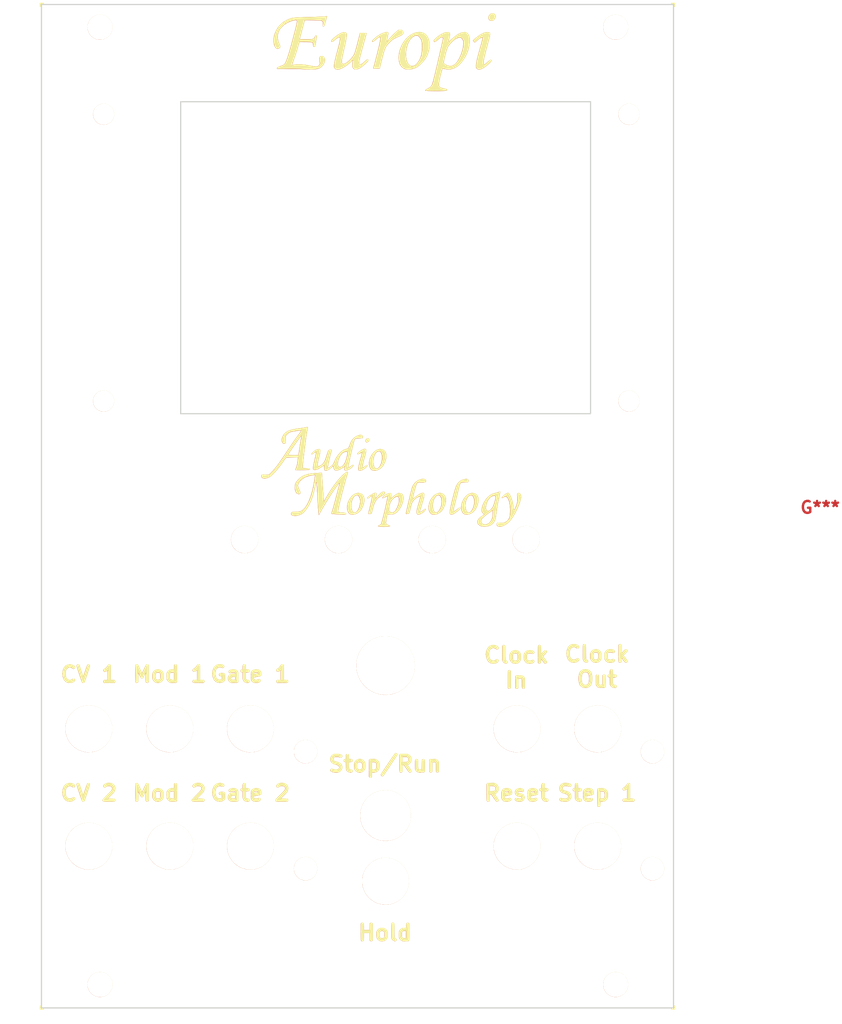
<source format=kicad_pcb>
(kicad_pcb (version 20210228) (generator pcbnew)
  (title_block (title "Europi Main front panel") (date "2016-10-15") (rev "0.1") (company "Audio Morphology"))
  (layers (0 "F.Cu" signal) (31 "B.Cu" signal) (34 "B.Paste" user) (35 "F.Paste" user) (36 "B.SilkS" user "B.Silkscreen") (37 "F.SilkS" user "F.Silkscreen") (38 "B.Mask" user) (39 "F.Mask" user) (44 "Edge.Cuts" user))
  (net 0 "")
  (footprint "Mounting_Holes:MountingHole_3.2mm_M3" (layer "F.Cu") (at 47.5 34.5)
    (fp_text reference "" hide)
    (fp_text value "MountingHole_3.2mm_M3")
    (pad "1" np_thru_hole circle (at 0 0) (size 3.2 3.2) (drill 3.2) (layers *.Cu *.Mask "F.SilkS"))
  )
  (footprint "Mounting_Holes:MountingHole_3.2mm_M3" (layer "F.Cu") (at 113.5 34.5)
    (fp_text reference "" hide)
    (fp_text value "MountingHole_3.2mm_M3")
    (pad "1" np_thru_hole circle (at 0 0) (size 3.2 3.2) (drill 3.2) (layers *.Cu *.Mask "F.SilkS"))
  )
  (footprint "Mounting_Holes:MountingHole_3.2mm_M3" (layer "F.Cu") (at 47.5 157)
    (fp_text reference "" hide)
    (fp_text value "MountingHole_3.2mm_M3")
    (pad "1" np_thru_hole circle (at 0 0) (size 3.2 3.2) (drill 3.2) (layers *.Cu *.Mask "F.SilkS"))
  )
  (footprint "Mounting_Holes:MountingHole_3.2mm_M3" (layer "F.Cu") (at 113.5 157)
    (fp_text reference "" hide)
    (fp_text value "MountingHole_3.2mm_M3")
    (pad "1" np_thru_hole circle (at 0 0) (size 3.2 3.2) (drill 3.2) (layers *.Cu *.Mask "F.SilkS"))
  )
  (footprint "Mounting_Holes:MountingHole_3mm" (layer "F.Cu") (at 73.81 127.2)
    (fp_text reference "" hide)
    (fp_text value "MountingHole_3mm")
    (pad "1" np_thru_hole circle (at 0 0) (size 3 3) (drill 3) (layers *.Cu *.Mask "F.SilkS"))
  )
  (footprint "Mounting_Holes:MountingHole_3mm" (layer "F.Cu") (at 73.81 142.17)
    (fp_text reference "" hide)
    (fp_text value "MountingHole_3mm")
    (pad "1" np_thru_hole circle (at 0 0) (size 3 3) (drill 3) (layers *.Cu *.Mask "F.SilkS"))
  )
  (footprint "Mounting_Holes:MountingHole_3mm" (layer "F.Cu") (at 118.21 127.2)
    (fp_text reference "" hide)
    (fp_text value "MountingHole_3mm")
    (pad "1" np_thru_hole circle (at 0 0) (size 3 3) (drill 3) (layers *.Cu *.Mask "F.SilkS"))
  )
  (footprint "Mounting_Holes:MountingHole_3mm" (layer "F.Cu") (at 118.21 142.17)
    (fp_text reference "" hide)
    (fp_text value "MountingHole_3mm")
    (pad "1" np_thru_hole circle (at 0 0) (size 3 3) (drill 3) (layers *.Cu *.Mask "F.SilkS"))
  )
  (footprint "Mounting_Holes:MountingHole_3.5mm" (layer "F.Cu") (at 66.01 100.06)
    (fp_text reference "" hide)
    (fp_text value "MountingHole_3.5mm")
    (pad "1" np_thru_hole circle (at 0 0) (size 3.5 3.5) (drill 3.5) (layers *.Cu *.Mask "F.SilkS"))
  )
  (footprint "Mounting_Holes:MountingHole_3.5mm" (layer "F.Cu") (at 78.03 100.06)
    (fp_text reference "" hide)
    (fp_text value "MountingHole_3.5mm")
    (pad "1" np_thru_hole circle (at 0 0) (size 3.5 3.5) (drill 3.5) (layers *.Cu *.Mask "F.SilkS"))
  )
  (footprint "Mounting_Holes:MountingHole_3.5mm" (layer "F.Cu") (at 90.02 100.06)
    (fp_text reference "" hide)
    (fp_text value "MountingHole_3.5mm")
    (pad "1" np_thru_hole circle (at 0 0) (size 3.5 3.5) (drill 3.5) (layers *.Cu *.Mask "F.SilkS"))
  )
  (footprint "Mounting_Holes:MountingHole_3.5mm" (layer "F.Cu") (at 102.04 100.06)
    (fp_text reference "" hide)
    (fp_text value "MountingHole_3.5mm")
    (pad "1" np_thru_hole circle (at 0 0) (size 3.5 3.5) (drill 3.5) (layers *.Cu *.Mask "F.SilkS"))
  )
  (footprint "Mounting_Holes:MountingHole_6mm" (layer "F.Cu") (at 46.07 124.28)
    (fp_text reference "" hide)
    (fp_text value "MountingHole_6mm")
    (pad "1" np_thru_hole circle (at 0 0) (size 6 6) (drill 6) (layers *.Cu *.Mask "F.SilkS"))
  )
  (footprint "Mounting_Holes:MountingHole_6mm" (layer "F.Cu") (at 56.44 124.28)
    (fp_text reference "" hide)
    (fp_text value "MountingHole_6mm")
    (pad "1" np_thru_hole circle (at 0 0) (size 6 6) (drill 6) (layers *.Cu *.Mask "F.SilkS"))
  )
  (footprint "Mounting_Holes:MountingHole_6mm" (layer "F.Cu") (at 46.07 139.29)
    (fp_text reference "" hide)
    (fp_text value "MountingHole_6mm")
    (pad "1" np_thru_hole circle (at 0 0) (size 6 6) (drill 6) (layers *.Cu *.Mask "F.SilkS"))
  )
  (footprint "Mounting_Holes:MountingHole_6mm" (layer "F.Cu") (at 56.44 139.29)
    (fp_text reference "" hide)
    (fp_text value "MountingHole_6mm")
    (pad "1" np_thru_hole circle (at 0 0) (size 6 6) (drill 6) (layers *.Cu *.Mask "F.SilkS"))
  )
  (footprint "Mounting_Holes:MountingHole_6mm" (layer "F.Cu") (at 100.88 124.28)
    (fp_text reference "" hide)
    (fp_text value "MountingHole_6mm")
    (pad "1" np_thru_hole circle (at 0 0) (size 6 6) (drill 6) (layers *.Cu *.Mask "F.SilkS"))
  )
  (footprint "Mounting_Holes:MountingHole_6mm" (layer "F.Cu") (at 111.2 124.28)
    (fp_text reference "" hide)
    (fp_text value "MountingHole_6mm")
    (pad "1" np_thru_hole circle (at 0 0) (size 6 6) (drill 6) (layers *.Cu *.Mask "F.SilkS"))
  )
  (footprint "Mounting_Holes:MountingHole_6mm" (layer "F.Cu") (at 100.88 139.29)
    (fp_text reference "" hide)
    (fp_text value "MountingHole_6mm")
    (pad "1" np_thru_hole circle (at 0 0) (size 6 6) (drill 6) (layers *.Cu *.Mask "F.SilkS"))
  )
  (footprint "Mounting_Holes:MountingHole_6mm" (layer "F.Cu") (at 111.2 139.29)
    (fp_text reference "" hide)
    (fp_text value "MountingHole_6mm")
    (pad "1" np_thru_hole circle (at 0 0) (size 6 6) (drill 6) (layers *.Cu *.Mask "F.SilkS"))
  )
  (footprint "Mounting_Holes:MountingHole_6.5mm" (layer "F.Cu") (at 84.05 143.78)
    (fp_text reference "" hide)
    (fp_text value "MountingHole_6.5mm")
    (pad "" np_thru_hole circle (at 0 0) (size 6 6) (drill 6) (layers F&B.Cu *.Mask "F.SilkS"))
  )
  (footprint "Mounting_Holes:MountingHole_6.5mm" (layer "F.Cu") (at 84.05 135.37)
    (fp_text reference "" hide)
    (fp_text value "MountingHole_6.5mm")
    (pad "1" np_thru_hole circle (at 0 0) (size 6.5 6.5) (drill 6.5) (layers *.Cu *.Mask "F.SilkS"))
  )
  (footprint "europi:MountingHole_7.5mm" (layer "F.Cu") (at 84.05 116.18)
    (fp_text reference "" hide)
    (fp_text value "MountingHole_7.5mm")
    (pad "" np_thru_hole circle (at 0 0) (size 7.5 7.5) (drill 7.5) (layers *.Cu *.Mask "F.SilkS"))
  )
  (footprint "Mounting_Holes:MountingHole_2.7mm_M2.5_DIN965" (layer "F.Cu") (at 47.96 82.34)
    (fp_text reference "" hide)
    (fp_text value "MountingHole_2.7mm_M2.5_DIN965")
    (pad "1" np_thru_hole circle (at 0 0) (size 2.7 2.7) (drill 2.7) (layers *.Cu *.Mask "F.SilkS"))
  )
  (footprint "Mounting_Holes:MountingHole_2.7mm_M2.5_DIN965" (layer "F.Cu") (at 115.2 82.34)
    (fp_text reference "" hide)
    (fp_text value "MountingHole_2.7mm_M2.5_DIN965")
    (pad "1" np_thru_hole circle (at 0 0) (size 2.7 2.7) (drill 2.7) (layers *.Cu *.Mask "F.SilkS"))
  )
  (footprint "Mounting_Holes:MountingHole_2.7mm_M2.5_DIN965" (layer "F.Cu") (at 115.2 45.64)
    (fp_text reference "" hide)
    (fp_text value "MountingHole_2.7mm_M2.5_DIN965")
    (pad "1" np_thru_hole circle (at 0 0) (size 2.7 2.7) (drill 2.7) (layers *.Cu *.Mask "F.SilkS"))
  )
  (footprint "Mounting_Holes:MountingHole_2.7mm_M2.5_DIN965" (layer "F.Cu") (at 47.96 45.64)
    (fp_text reference "" hide)
    (fp_text value "MountingHole_2.7mm_M2.5_DIN965")
    (pad "1" np_thru_hole circle (at 0 0) (size 2.7 2.7) (drill 2.7) (layers *.Cu *.Mask "F.SilkS"))
  )
  (footprint "LOGO" (layer "F.Cu") (at 84.81 92.17)
    (fp_text reference "G***" hide)
    (fp_text value "LOGO" hide)
  )
  (footprint "LOGO" (layer "F.Cu") (at 83.99 37.71)
    (fp_text reference "G***" hide)
    (fp_text value "LOGO" hide)
  )
  (footprint "Europi:Frontpanel_legend_F.Cu" (layer "F.Cu") (at 80.47 95.81)
    (fp_text reference "G***" (at 59.2 0.15) (layer "F.Cu") (effects (font (size 1.524 1.524) (thickness 0.3))))
    (fp_text value "F.Cu" hide)
    (fp_poly (pts (xy -17.431551 35.414818) (xy -17.304887 35.45922) (xy -17.200577 35.514955) (xy -17.131278 35.568539) (xy -17.092568 35.624521) (xy -17.080021 35.687447) (xy -17.08 35.690405) (xy -17.091263 35.774911) (xy -17.128429 35.8344) (xy -17.1796 35.869792) (xy -17.240615 35.893817) (xy -17.298573 35.89595) (xy -17.366621 35.875111) (xy -17.42 35.85) (xy -17.541156 35.809839) (xy -17.669681 35.803882) (xy -17.797418 35.829469) (xy -17.916209 35.883942) (xy -18.017895 35.96464) (xy -18.094318 36.068904) (xy -18.094896 36.07) (xy -18.123152 36.138437) (xy -18.15246 36.233598) (xy -18.179765 36.342418) (xy -18.202014 36.451829) (xy -18.216154 36.548768) (xy -18.2196 36.603556) (xy -18.212479 36.691959) (xy -18.192943 36.802882) (xy -18.164492 36.922147) (xy -18.130629 37.035578) (xy -18.094856 37.128999) (xy -18.084418 37.150728) (xy -18.009312 37.255612) (xy -17.909305 37.333438) (xy -17.790915 37.3819) (xy -17.660661 37.398694) (xy -17.525061 37.381517) (xy -17.475 37.366148) (xy -17.38 37.332098) (xy -17.38 36.94) (xy -17.508885 36.94) (xy -17.587144 36.937117) (xy -17.639233 36.926216) (xy -17.678714 36.903921) (xy -17.68956 36.895) (xy -17.736148 36.831828) (xy -17.755826 36.755025) (xy -17.746121 36.679302) (xy -17.730999 36.648716) (xy -17.69048 36.602442) (xy -17.635434 36.570369) (xy -17.559657 36.550889) (xy -17.45694 36.542391) (xy -17.323977 36.543175) (xy -17.096361 36.5504) (xy -17.038181 36.615515) (xy -16.98 36.680631) (xy -16.98 37.482394) (xy -17.078559 37.586605) (xy -17.134472 37.641696) (xy -17.186602 37.680492) (xy -17.248742 37.711221) (xy -17.334687 37.742114) (xy -17.34475 37.745408) (xy -17.517051 37.788494) (xy -17.678836 37.799384) (xy -17.842216 37.777943) (xy -17.979587 37.738329) (xy -18.072381 37.703376) (xy -18.141436 37.668291) (xy -18.201968 37.623863) (xy -18.263624 37.566414) (xy -18.358881 37.458707) (xy -18.435647 37.339552) (xy -18.498517 37.200112) (xy -18.552087 37.031547) (xy -18.562631 36.991442) (xy -18.600959 36.813915) (xy -18.617972 36.655605) (xy -18.613673 36.501883) (xy -18.588064 36.33812) (xy -18.562738 36.23) (xy -18.518504 36.074633) (xy -18.471314 35.949114) (xy -18.415917 35.843354) (xy -18.347061 35.747267) (xy -18.26305 35.65438) (xy -18.197433 35.589438) (xy -18.144772 35.545178) (xy -18.091812 35.51348) (xy -18.0253 35.486225) (xy -17.944761 35.45938) (xy -17.755151 35.411593) (xy -17.585121 35.396739)) (layer "F.Cu") (width 0) (fill solid))
    (fp_poly (pts (xy -25.5555 20.880195) (xy -25.454298 20.881706) (xy -25.38098 20.887273) (xy -25.323492 20.89879) (xy -25.269776 20.918149) (xy -25.246109 20.928761) (xy -25.105776 21.015596) (xy -24.988229 21.132567) (xy -24.901552 21.269857) (xy -24.879184 21.317231) (xy -24.863022 21.357466) (xy -24.852056 21.398247) (xy -24.845279 21.447263) (xy -24.841683 21.512198) (xy -24.84026 21.60074) (xy -24.840001 21.720576) (xy -24.84 21.739239) (xy -24.84 22.080998) (xy -24.908581 22.21718) (xy -24.977527 22.332276) (xy -25.059653 22.422885) (xy -25.165379 22.499153) (xy -25.240296 22.540149) (xy -25.298295 22.567744) (xy -25.348145 22.585243) (xy -25.402046 22.594884) (xy -25.472197 22.598901) (xy -25.56443 22.599545) (xy -25.659598 22.598544) (xy -25.727094 22.594336) (xy -25.779245 22.584363) (xy -25.828373 22.566065) (xy -25.886804 22.536885) (xy -25.9 22.529886) (xy -26.007756 22.463156) (xy -26.092803 22.386232) (xy -26.165458 22.288294) (xy -26.215987 22.198501) (xy -26.28 22.074381) (xy -26.279985 21.744006) (xy -25.879926 21.744006) (xy -25.877328 21.872275) (xy -25.86792 21.968119) (xy -25.849144 22.038891) (xy -25.818444 22.091938) (xy -25.773264 22.134611) (xy -25.735183 22.160108) (xy -25.651021 22.191497) (xy -25.549705 22.199806) (xy -25.446743 22.185049) (xy -25.379616 22.159803) (xy -25.32795 22.128888) (xy -25.290623 22.092453) (xy -25.265401 22.043783) (xy -25.250049 21.976158) (xy -25.242334 21.882862) (xy -25.240021 21.757177) (xy -25.24 21.74) (xy -25.241902 21.609816) (xy -25.248978 21.512642) (xy -25.263284 21.441609) (xy -25.286877 21.389848) (xy -25.321813 21.350491) (xy -25.365971 21.31919) (xy -25.429458 21.292706) (xy -25.514054 21.281105) (xy -25.558113 21.280074) (xy -25.636605 21.283016) (xy -25.690958 21.294668) (xy -25.736759 21.319104) (xy -25.753134 21.331033) (xy -25.802441 21.373306) (xy -25.837253 21.417868) (xy -25.859985 21.472584) (xy -25.873052 21.545319) (xy -25.878869 21.643938) (xy -25.879926 21.744006) (xy -26.279985 21.744006) (xy -26.279985 21.74219) (xy -26.279726 21.619012) (xy -26.278302 21.527997) (xy -26.27472 21.461306) (xy -26.267986 21.411102) (xy -26.25711 21.369548) (xy -26.241098 21.328807) (xy -26.222539 21.288604) (xy -26.149317 21.159081) (xy -26.063152 21.059474) (xy -25.954534 20.979846) (xy -25.897181 20.94858) (xy -25.832399 20.917231) (xy -25.780042 20.897252) (xy -25.727446 20.886109) (xy -25.661948 20.881266) (xy -25.570882 20.88019)) (layer "F.Cu") (width 0) (fill solid))
    (fp_poly (pts (xy -6.496065 44.886571) (xy -6.344454 44.908696) (xy -6.199313 44.949993) (xy -6.044788 45.014079) (xy -6.01 45.030608) (xy -5.799491 45.15376) (xy -5.616131 45.305991) (xy -5.461278 45.485917) (xy -5.336293 45.692151) (xy -5.31293 45.740938) (xy -5.248056 45.901865) (xy -5.206534 46.055788) (xy -5.185031 46.218469) (xy -5.18 46.37) (xy -5.186567 46.543905) (xy -5.208674 46.695421) (xy -5.249929 46.840335) (xy -5.313944 46.994438) (xy -5.330886 47.03) (xy -5.454077 47.23956) (xy -5.607053 47.422804) (xy -5.788516 47.578593) (xy -5.997171 47.705792) (xy -6.2 47.79238) (xy -6.267985 47.814677) (xy -6.330929 47.8302) (xy -6.3994 47.8404) (xy -6.483968 47.846731) (xy -6.595199 47.850642) (xy -6.63 47.851446) (xy -6.734905 47.852957) (xy -6.827955 47.8529) (xy -6.900571 47.851381) (xy -6.944176 47.848506) (xy -6.95 47.847477) (xy -7.203845 47.766208) (xy -7.429959 47.656559) (xy -7.627958 47.518827) (xy -7.797459 47.353307) (xy -7.938078 47.160297) (xy -8.009115 47.03) (xy -8.078109 46.872888) (xy -8.123772 46.728522) (xy -8.149675 46.581222) (xy -8.159388 46.415306) (xy -8.159705 46.368722) (xy -8.152755 46.191166) (xy -8.13038 46.036929) (xy -8.089503 45.891281) (xy -8.029276 45.744305) (xy -7.909351 45.530059) (xy -7.760506 45.343338) (xy -7.583413 45.184828) (xy -7.378744 45.055216) (xy -7.33 45.030608) (xy -7.171533 44.961327) (xy -7.025746 44.915587) (xy -6.876786 44.889772) (xy -6.7088 44.880263) (xy -6.670001 44.88)) (layer "F.Cu") (width 0) (fill solid))
    (fp_poly (pts (xy 34.837913 -14.789041) (xy 34.925603 -14.78639) (xy 34.992838 -14.780512) (xy 35.049383 -14.770211) (xy 35.105008 -14.754293) (xy 35.156692 -14.736246) (xy 35.33251 -14.660859) (xy 35.484436 -14.56871) (xy 35.627456 -14.450253) (xy 35.669328 -14.409694) (xy 35.821869 -14.232265) (xy 35.937252 -14.040993) (xy 36.005641 -13.87) (xy 36.024502 -13.803873) (xy 36.037233 -13.739262) (xy 36.044915 -13.665816) (xy 36.048625 -13.573187) (xy 36.049444 -13.451024) (xy 36.049442 -13.45) (xy 36.048494 -13.333374) (xy 36.045335 -13.246553) (xy 36.038685 -13.179353) (xy 36.027266 -13.12159) (xy 36.009799 -13.06308) (xy 35.995858 -13.023308) (xy 35.916683 -12.83985) (xy 35.817809 -12.680249) (xy 35.689986 -12.529753) (xy 35.68 -12.519468) (xy 35.517577 -12.37893) (xy 35.331581 -12.261825) (xy 35.14 -12.178128) (xy 35.036615 -12.152497) (xy 34.906875 -12.134825) (xy 34.763715 -12.125575) (xy 34.620069 -12.125213) (xy 34.488875 -12.134206) (xy 34.390244 -12.151152) (xy 34.181826 -12.223611) (xy 33.987002 -12.330869) (xy 33.811073 -12.468594) (xy 33.65934 -12.632455) (xy 33.537104 -12.818118) (xy 33.510531 -12.87) (xy 33.451297 -13.00541) (xy 33.412065 -13.130291) (xy 33.390185 -13.258146) (xy 33.383007 -13.402475) (xy 33.384915 -13.51) (xy 33.405186 -13.72759) (xy 33.451248 -13.919525) (xy 33.526234 -14.093117) (xy 33.633281 -14.255677) (xy 33.770671 -14.409694) (xy 33.91391 -14.537548) (xy 34.061717 -14.636331) (xy 34.229078 -14.715588) (xy 34.283307 -14.736246) (xy 34.34545 -14.757651) (xy 34.400517 -14.772461) (xy 34.458276 -14.781871) (xy 34.528495 -14.787076) (xy 34.620941 -14.789269) (xy 34.72 -14.789659)) (layer "F.Cu") (width 0) (fill solid))
    (fp_poly (pts (xy -25.5555 36.080195) (xy -25.454298 36.081706) (xy -25.38098 36.087273) (xy -25.323492 36.09879) (xy -25.269776 36.118149) (xy -25.246109 36.128761) (xy -25.105776 36.215596) (xy -24.988229 36.332567) (xy -24.901552 36.469857) (xy -24.879184 36.517231) (xy -24.863022 36.557466) (xy -24.852056 36.598247) (xy -24.845279 36.647263) (xy -24.841683 36.712198) (xy -24.84026 36.80074) (xy -24.840001 36.920576) (xy -24.84 36.939239) (xy -24.84 37.280998) (xy -24.908581 37.41718) (xy -24.977527 37.532276) (xy -25.059653 37.622885) (xy -25.165379 37.699153) (xy -25.240296 37.740149) (xy -25.298295 37.767744) (xy -25.348145 37.785243) (xy -25.402046 37.794884) (xy -25.472197 37.798901) (xy -25.56443 37.799545) (xy -25.659598 37.798544) (xy -25.727094 37.794336) (xy -25.779245 37.784363) (xy -25.828373 37.766065) (xy -25.886804 37.736885) (xy -25.9 37.729886) (xy -26.007756 37.663156) (xy -26.092803 37.586232) (xy -26.165458 37.488294) (xy -26.215987 37.398501) (xy -26.28 37.274381) (xy -26.279985 36.944006) (xy -25.879926 36.944006) (xy -25.877328 37.072275) (xy -25.86792 37.168119) (xy -25.849144 37.238891) (xy -25.818444 37.291938) (xy -25.773264 37.334611) (xy -25.735183 37.360108) (xy -25.651021 37.391497) (xy -25.549705 37.399806) (xy -25.446743 37.385049) (xy -25.379616 37.359803) (xy -25.32795 37.328888) (xy -25.290623 37.292453) (xy -25.265401 37.243783) (xy -25.250049 37.176158) (xy -25.242334 37.082862) (xy -25.240021 36.957177) (xy -25.24 36.94) (xy -25.241902 36.809816) (xy -25.248978 36.712642) (xy -25.263284 36.641609) (xy -25.286877 36.589848) (xy -25.321813 36.550491) (xy -25.365971 36.51919) (xy -25.429458 36.492706) (xy -25.514054 36.481105) (xy -25.558113 36.480074) (xy -25.636605 36.483016) (xy -25.690958 36.494668) (xy -25.736759 36.519104) (xy -25.753134 36.531033) (xy -25.802441 36.573306) (xy -25.837253 36.617868) (xy -25.859985 36.672584) (xy -25.873052 36.745319) (xy -25.878869 36.843938) (xy -25.879926 36.944006) (xy -26.279985 36.944006) (xy -26.279985 36.94219) (xy -26.279726 36.819012) (xy -26.278302 36.727997) (xy -26.27472 36.661306) (xy -26.267986 36.611102) (xy -26.25711 36.569548) (xy -26.241098 36.528807) (xy -26.222539 36.488604) (xy -26.149317 36.359081) (xy -26.063152 36.259474) (xy -25.954534 36.179846) (xy -25.897181 36.14858) (xy -25.832399 36.117231) (xy -25.780042 36.097252) (xy -25.727446 36.086109) (xy -25.661948 36.081266) (xy -25.570882 36.08019)) (layer "F.Cu") (width 0) (fill solid))
    (fp_poly (pts (xy -2.182581 2.538525) (xy -1.930328 2.593624) (xy -1.691624 2.686125) (xy -1.464851 2.816572) (xy -1.37 2.884929) (xy -1.208405 3.030453) (xy -1.059984 3.2063) (xy -0.930693 3.403447) (xy -0.82649 3.612875) (xy -0.756314 3.814415) (xy -0.728349 3.956641) (xy -0.712784 4.123084) (xy -0.709624 4.299929) (xy -0.718872 4.473362) (xy -0.740535 4.629567) (xy -0.756022 4.696891) (xy -0.843528 4.946714) (xy -0.963941 5.17696) (xy -1.114445 5.384867) (xy -1.292226 5.567676) (xy -1.49447 5.722626) (xy -1.718361 5.846956) (xy -1.961086 5.937906) (xy -2.043643 5.959838) (xy -2.197557 5.98602) (xy -2.373711 5.998576) (xy -2.556781 5.997539) (xy -2.731444 5.982944) (xy -2.87 5.95795) (xy -2.962765 5.930403) (xy -3.071835 5.890785) (xy -3.178373 5.846132) (xy -3.213401 5.829731) (xy -3.438063 5.700409) (xy -3.633572 5.547036) (xy -3.799931 5.372945) (xy -3.937143 5.181471) (xy -4.045209 4.975947) (xy -4.124133 4.759708) (xy -4.173917 4.536088) (xy -4.194563 4.308422) (xy -4.186073 4.080042) (xy -4.148451 3.854285) (xy -4.081699 3.634483) (xy -3.985818 3.423971) (xy -3.860812 3.226083) (xy -3.706682 3.044153) (xy -3.523433 2.881516) (xy -3.311064 2.741505) (xy -3.211102 2.689236) (xy -3.021757 2.609076) (xy -2.835578 2.556211) (xy -2.63914 2.52766) (xy -2.45 2.52028)) (layer "F.Cu") (width 0) (fill solid))
    (fp_poly (pts (xy 22.412924 36.080439) (xy 22.527658 36.081706) (xy 22.611411 36.085744) (xy 22.673167 36.093589) (xy 22.721908 36.10628) (xy 22.756452 36.120111) (xy 22.857723 36.172948) (xy 22.931422 36.230743) (xy 22.98952 36.304495) (xy 23.024899 36.366806) (xy 23.059801 36.440557) (xy 23.07928 36.503612) (xy 23.087667 36.574475) (xy 23.089276 36.641858) (xy 23.083908 36.754423) (xy 23.065076 36.834576) (xy 23.030554 36.888293) (xy 22.986457 36.917974) (xy 22.951331 36.929037) (xy 22.884309 36.945862) (xy 22.792795 36.966751) (xy 22.684191 36.990006) (xy 22.583655 37.010425) (xy 22.46678 37.033644) (xy 22.361023 37.054778) (xy 22.273665 37.072362) (xy 22.211988 37.084932) (xy 22.185 37.090622) (xy 22.157947 37.101803) (xy 22.144524 37.126829) (xy 22.140201 37.176842) (xy 22.14 37.20129) (xy 22.144862 37.271647) (xy 22.163105 37.319504) (xy 22.18909 37.350909) (xy 22.21801 37.375721) (xy 22.250676 37.390456) (xy 22.298059 37.397668) (xy 22.371127 37.399913) (xy 22.399887 37.4) (xy 22.500271 37.396609) (xy 22.573973 37.385011) (xy 22.63385 37.363063) (xy 22.64 37.36) (xy 22.735068 37.32635) (xy 22.82505 37.321667) (xy 22.900667 37.345683) (xy 22.930095 37.368277) (xy 22.98405 37.442334) (xy 22.99837 37.516041) (xy 22.973411 37.58838) (xy 22.909533 37.658332) (xy 22.807093 37.724877) (xy 22.804083 37.726467) (xy 22.66415 37.8) (xy 22.417075 37.798466) (xy 22.310556 37.797125) (xy 22.233887 37.793577) (xy 22.176922 37.786212) (xy 22.129514 37.77342) (xy 22.081518 37.753589) (xy 22.055116 37.741012) (xy 21.975506 37.700524) (xy 21.921201 37.66523) (xy 21.881327 37.624366) (xy 21.845013 37.567169) (xy 21.808313 37.49665) (xy 21.74 37.360998) (xy 21.74 36.636163) (xy 22.14 36.636163) (xy 22.14 36.694145) (xy 22.405 36.640324) (xy 22.518057 36.616206) (xy 22.595828 36.596618) (xy 22.642593 36.580203) (xy 22.66263 36.565605) (xy 22.6639 36.558251) (xy 22.646159 36.522536) (xy 22.607396 36.498817) (xy 22.541897 36.485297) (xy 22.443949 36.480178) (xy 22.415268 36.48) (xy 22.328424 36.480986) (xy 22.271364 36.48542) (xy 22.233889 36.495516) (xy 22.2058 36.513487) (xy 22.18909 36.52909) (xy 22.150396 36.587733) (xy 22.14 36.636163) (xy 21.74 36.636163) (xy 21.74 36.505374) (xy 21.810195 36.365061) (xy 21.848708 36.291877) (xy 21.882648 36.243111) (xy 21.923819 36.206689) (xy 21.984026 36.170535) (xy 22.01812 36.152374) (xy 22.075594 36.122739) (xy 22.121532 36.102563) (xy 22.165828 36.090044) (xy 22.218374 36.083378) (xy 22.289064 36.080764) (xy 22.38779 36.080399)) (layer "F.Cu") (width 0) (fill solid))
    (fp_poly (pts (xy 26.735618 35.400948) (xy 26.821747 35.404922) (xy 26.89303 35.413612) (xy 26.962033 35.428708) (xy 27.041321 35.451903) (xy 27.066035 35.459745) (xy 27.180141 35.50038) (xy 27.25988 35.540099) (xy 27.310506 35.583474) (xy 27.337274 35.635076) (xy 27.34544 35.699479) (xy 27.345454 35.702863) (xy 27.338974 35.766507) (xy 27.313014 35.81323) (xy 27.282411 35.843671) (xy 27.238618 35.877319) (xy 27.195082 35.894305) (xy 27.142398 35.894826) (xy 27.071159 35.879077) (xy 26.98 35.85) (xy 26.869742 35.821039) (xy 26.74834 35.803161) (xy 26.62603 35.796534) (xy 26.513049 35.801325) (xy 26.419631 35.817704) (xy 26.364817 35.839891) (xy 26.286481 35.907412) (xy 26.238217 35.991423) (xy 26.222218 36.083547) (xy 26.240675 36.175409) (xy 26.265067 36.220961) (xy 26.305294 36.27083) (xy 26.355531 36.311105) (xy 26.423163 36.345536) (xy 26.515575 36.377874) (xy 26.640149 36.41187) (xy 26.6417 36.412261) (xy 26.825055 36.466868) (xy 26.974195 36.531396) (xy 27.094428 36.609626) (xy 27.191064 36.705337) (xy 27.269414 36.822308) (xy 27.298765 36.88) (xy 27.348494 37.017761) (xy 27.361678 37.147991) (xy 27.338318 37.279427) (xy 27.298735 37.38) (xy 27.220155 37.515579) (xy 27.122651 37.622349) (xy 26.997353 37.709398) (xy 26.955499 37.731771) (xy 26.820998 37.8) (xy 26.525499 37.798432) (xy 26.405395 37.797135) (xy 26.315339 37.793896) (xy 26.245385 37.787493) (xy 26.185589 37.776703) (xy 26.126004 37.760305) (xy 26.073335 37.742854) (xy 25.964682 37.70064) (xy 25.890394 37.658742) (xy 25.845172 37.612303) (xy 25.823717 37.556465) (xy 25.82 37.510628) (xy 25.828214 37.44099) (xy 25.85805 37.388514) (xy 25.872727 37.372727) (xy 25.930353 37.333842) (xy 26.003436 37.320606) (xy 26.097635 37.332791) (xy 26.19 37.36) (xy 26.262021 37.380409) (xy 26.341634 37.392896) (xy 26.440762 37.398867) (xy 26.528131 37.399925) (xy 26.653367 37.396622) (xy 26.746344 37.384731) (xy 26.814424 37.361133) (xy 26.864971 37.322706) (xy 26.905349 37.266333) (xy 26.922953 37.232659) (xy 26.950132 37.16033) (xy 26.951449 37.097041) (xy 26.925626 37.028287) (xy 26.901199 36.985806) (xy 26.861205 36.936978) (xy 26.802963 36.894842) (xy 26.720708 36.856573) (xy 26.608677 36.819348) (xy 26.503042 36.790771) (xy 26.354508 36.745645) (xy 26.218528 36.690046) (xy 26.10306 36.627928) (xy 26.016065 36.563247) (xy 25.989217 36.535423) (xy 25.951853 36.483556) (xy 25.908753 36.41304) (xy 25.878783 36.35759) (xy 25.847505 36.289504) (xy 25.829632 36.229293) (xy 25.821645 36.16034) (xy 25.82 36.08) (xy 25.822234 35.989833) (xy 25.831282 35.922913) (xy 25.850664 35.862623) (xy 25.878783 35.802409) (xy 25.937724 35.697215) (xy 25.998627 35.618704) (xy 26.072753 35.555718) (xy 26.171365 35.497099) (xy 26.203582 35.480607) (xy 26.364631 35.4) (xy 26.622076 35.4)) (layer "F.Cu") (width 0) (fill solid))
    (fp_poly (pts (xy 29.060844 17.631776) (xy 29.1035 17.653271) (xy 29.129734 17.669644) (xy 29.151613 17.687916) (xy 29.169538 17.711654) (xy 29.183911 17.744429) (xy 29.195136 17.78981) (xy 29.203613 17.851366) (xy 29.209745 17.932667) (xy 29.213935 18.03728) (xy 29.216584 18.168777) (xy 29.218094 18.330726) (xy 29.218868 18.526697) (xy 29.219177 18.68) (xy 29.219818 18.861043) (xy 29.22106 19.029946) (xy 29.222826 19.182456) (xy 29.225036 19.314322) (xy 29.227612 19.421293) (xy 29.230475 19.499115) (xy 29.233547 19.543539) (xy 29.235306 19.552209) (xy 29.261735 19.575108) (xy 29.308429 19.603544) (xy 29.32 19.609548) (xy 29.414946 19.671035) (xy 29.474129 19.740899) (xy 29.496255 19.816466) (xy 29.480032 19.895064) (xy 29.468656 19.916888) (xy 29.415059 19.9815) (xy 29.348085 20.013305) (xy 29.26475 20.012537) (xy 29.162072 19.979427) (xy 29.093567 19.946076) (xy 29.021382 19.90542) (xy 28.97332 19.869394) (xy 28.937281 19.825667) (xy 28.901162 19.761904) (xy 28.888567 19.737155) (xy 28.82 19.600998) (xy 28.82 18.674949) (xy 28.819976 18.450019) (xy 28.82021 18.261692) (xy 28.821158 18.106572) (xy 28.823275 17.981261) (xy 28.827017 17.882365) (xy 28.83284 17.806485) (xy 28.841201 17.750226) (xy 28.852555 17.710191) (xy 28.867358 17.682983) (xy 28.886066 17.665207) (xy 28.909136 17.653465) (xy 28.937022 17.644362) (xy 28.959224 17.637869) (xy 29.016619 17.625194)) (layer "F.Cu") (width 0) (fill solid))
    (fp_poly (pts (xy -32.402087 -14.789041) (xy -32.314397 -14.78639) (xy -32.247162 -14.780512) (xy -32.190617 -14.770211) (xy -32.134992 -14.754293) (xy -32.083308 -14.736246) (xy -31.90749 -14.660859) (xy -31.755564 -14.56871) (xy -31.612544 -14.450253) (xy -31.570672 -14.409694) (xy -31.418131 -14.232265) (xy -31.302748 -14.040993) (xy -31.234359 -13.87) (xy -31.215498 -13.803873) (xy -31.202767 -13.739262) (xy -31.195085 -13.665816) (xy -31.191375 -13.573187) (xy -31.190556 -13.451024) (xy -31.190558 -13.45) (xy -31.191506 -13.333374) (xy -31.194665 -13.246553) (xy -31.201315 -13.179353) (xy -31.212734 -13.12159) (xy -31.230201 -13.06308) (xy -31.244142 -13.023308) (xy -31.323317 -12.83985) (xy -31.422191 -12.680249) (xy -31.550014 -12.529753) (xy -31.56 -12.519468) (xy -31.722423 -12.37893) (xy -31.908419 -12.261825) (xy -32.1 -12.178128) (xy -32.203385 -12.152497) (xy -32.333125 -12.134825) (xy -32.476285 -12.125575) (xy -32.619931 -12.125213) (xy -32.751125 -12.134206) (xy -32.849756 -12.151152) (xy -33.058174 -12.223611) (xy -33.252998 -12.330869) (xy -33.428927 -12.468594) (xy -33.58066 -12.632455) (xy -33.702896 -12.818118) (xy -33.729469 -12.87) (xy -33.788703 -13.00541) (xy -33.827935 -13.130291) (xy -33.849815 -13.258146) (xy -33.856993 -13.402475) (xy -33.855085 -13.51) (xy -33.834814 -13.72759) (xy -33.788752 -13.919525) (xy -33.713766 -14.093117) (xy -33.606719 -14.255677) (xy -33.469329 -14.409694) (xy -33.32609 -14.537548) (xy -33.178283 -14.636331) (xy -33.010922 -14.715588) (xy -32.956693 -14.736246) (xy -32.89455 -14.757651) (xy -32.839483 -14.772461) (xy -32.781724 -14.781871) (xy -32.711505 -14.787076) (xy -32.619059 -14.789269) (xy -32.52 -14.789659)) (layer "F.Cu") (width 0) (fill solid))
    (fp_poly (pts (xy 20.271117 18.420949) (xy 20.339409 18.425117) (xy 20.393039 18.435234) (xy 20.444672 18.453834) (xy 20.506972 18.483453) (xy 20.51718 18.48858) (xy 20.632276 18.557526) (xy 20.722885 18.639652) (xy 20.799153 18.745378) (xy 20.840149 18.820295) (xy 20.862017 18.8647) (xy 20.877781 18.902939) (xy 20.88844 18.942632) (xy 20.894992 18.991396) (xy 20.898437 19.05685) (xy 20.899773 19.146613) (xy 20.899999 19.268302) (xy 20.9 19.276742) (xy 20.9 19.614625) (xy 20.829381 19.755784) (xy 20.762603 19.869728) (xy 20.685335 19.958198) (xy 20.586684 20.03191) (xy 20.499704 20.080149) (xy 20.441705 20.107744) (xy 20.391855 20.125243) (xy 20.337954 20.134884) (xy 20.267803 20.138901) (xy 20.17557 20.139545) (xy 20.08053 20.138561) (xy 20.013238 20.134401) (xy 19.961448 20.12451) (xy 19.912912 20.10633) (xy 19.855382 20.077302) (xy 19.841303 20.069746) (xy 19.734802 20.006514) (xy 19.655754 19.942956) (xy 19.593093 19.86797) (xy 19.535751 19.77045) (xy 19.52809 19.755499) (xy 19.46 19.620998) (xy 19.46 19.274006) (xy 19.860838 19.274006) (xy 19.863831 19.408024) (xy 19.873248 19.508809) (xy 19.891246 19.582902) (xy 19.919982 19.636842) (xy 19.961613 19.677168) (xy 20.002042 19.702118) (xy 20.086899 19.730622) (xy 20.185918 19.739267) (xy 20.282369 19.72815) (xy 20.355182 19.700108) (xy 20.411241 19.660063) (xy 20.451073 19.61431) (xy 20.477254 19.555475) (xy 20.492361 19.476184) (xy 20.498967 19.369062) (xy 20.499925 19.285678) (xy 20.497087 19.151332) (xy 20.487081 19.050027) (xy 20.467803 18.975128) (xy 20.437152 18.919997) (xy 20.393026 18.877998) (xy 20.365013 18.859707) (xy 20.285755 18.830434) (xy 20.188284 18.81893) (xy 20.089079 18.825218) (xy 20.004614 18.84932) (xy 19.98597 18.85919) (xy 19.938196 18.893671) (xy 19.903993 18.934361) (xy 19.881265 18.988212) (xy 19.867914 19.062175) (xy 19.861844 19.163204) (xy 19.860838 19.274006) (xy 19.46 19.274006) (xy 19.46 18.939001) (xy 19.528311 18.803353) (xy 19.621657 18.658254) (xy 19.740122 18.544175) (xy 19.867208 18.468251) (xy 19.922553 18.445347) (xy 19.977173 18.430988) (xy 20.043078 18.423303) (xy 20.132277 18.420421) (xy 20.175499 18.420195)) (layer "F.Cu") (width 0) (fill solid))
    (fp_poly (pts (xy 2.90749 -7.332093) (xy 2.987571 -7.323136) (xy 3.079181 -7.310225) (xy 3.146861 -7.294199) (xy 3.206594 -7.269281) (xy 3.27436 -7.229695) (xy 3.310347 -7.206465) (xy 3.388324 -7.152149) (xy 3.445347 -7.101657) (xy 3.493934 -7.041827) (xy 3.546608 -6.959496) (xy 3.548879 -6.955711) (xy 3.597133 -6.870406) (xy 3.629507 -6.797495) (xy 3.652012 -6.72014) (xy 3.670664 -6.621505) (xy 3.672662 -6.60911) (xy 3.686123 -6.517463) (xy 3.692497 -6.44521) (xy 3.691676 -6.377323) (xy 3.683556 -6.298775) (xy 3.669828 -6.205954) (xy 3.619486 -5.975479) (xy 3.541432 -5.735449) (xy 3.440897 -5.49831) (xy 3.323116 -5.276508) (xy 3.202713 -5.094941) (xy 3.115607 -4.996576) (xy 3.001212 -4.893958) (xy 2.870277 -4.795212) (xy 2.73355 -4.708465) (xy 2.605756 -4.643559) (xy 2.506881 -4.603082) (xy 2.425903 -4.577328) (xy 2.34552 -4.562017) (xy 2.248433 -4.552866) (xy 2.236033 -4.552055) (xy 2.143606 -4.547366) (xy 2.07603 -4.548616) (xy 2.018348 -4.557815) (xy 1.955605 -4.576973) (xy 1.901626 -4.59702) (xy 1.821198 -4.63074) (xy 1.759334 -4.666317) (xy 1.707605 -4.711622) (xy 1.657583 -4.774529) (xy 1.60084 -4.86291) (xy 1.580274 -4.897206) (xy 1.505608 -5.060421) (xy 1.460463 -5.244606) (xy 1.443753 -5.444978) (xy 1.454391 -5.656755) (xy 1.461225 -5.697202) (xy 2.000358 -5.697202) (xy 2.00863 -5.536848) (xy 2.032679 -5.379081) (xy 2.07023 -5.230338) (xy 2.119007 -5.097054) (xy 2.176738 -4.985664) (xy 2.241145 -4.902603) (xy 2.295997 -4.86085) (xy 2.355298 -4.832945) (xy 2.403351 -4.823221) (xy 2.457968 -4.830392) (xy 2.51139 -4.845304) (xy 2.585503 -4.876012) (xy 2.653244 -4.923966) (xy 2.721364 -4.995329) (xy 2.796615 -5.096262) (xy 2.813308 -5.120826) (xy 2.910219 -5.290114) (xy 2.989808 -5.479821) (xy 3.05136 -5.683348) (xy 3.094162 -5.894096) (xy 3.117498 -6.105467) (xy 3.120654 -6.310861) (xy 3.102917 -6.503682) (xy 3.063571 -6.677329) (xy 3.001902 -6.825204) (xy 2.998489 -6.831327) (xy 2.92935 -6.935375) (xy 2.857912 -7.002592) (xy 2.778935 -7.036041) (xy 2.687184 -7.038783) (xy 2.652833 -7.033398) (xy 2.543 -6.9925) (xy 2.437629 -6.915963) (xy 2.338815 -6.808078) (xy 2.248655 -6.673136) (xy 2.169243 -6.515429) (xy 2.102674 -6.339247) (xy 2.051045 -6.148882) (xy 2.01645 -5.948624) (xy 2.000985 -5.742764) (xy 2.000358 -5.697202) (xy 1.461225 -5.697202) (xy 1.491291 -5.875154) (xy 1.553365 -6.095392) (xy 1.639528 -6.312687) (xy 1.748694 -6.522256) (xy 1.879775 -6.719317) (xy 2.031685 -6.899086) (xy 2.036088 -6.903679) (xy 2.17143 -7.034501) (xy 2.299153 -7.135219) (xy 2.428633 -7.211942) (xy 2.569248 -7.270776) (xy 2.63 -7.290453) (xy 2.717969 -7.315993) (xy 2.783291 -7.33051) (xy 2.841341 -7.335408)) (layer "F.Cu") (width 0) (fill solid))
    (fp_poly (pts (xy 21.606842 2.524289) (xy 21.63 2.524954) (xy 21.749117 2.529517) (xy 21.839914 2.535935) (xy 21.914073 2.546026) (xy 21.983274 2.561603) (xy 22.059197 2.584485) (xy 22.099582 2.597958) (xy 22.196502 2.633527) (xy 22.293405 2.673553) (xy 22.374447 2.711343) (xy 22.399582 2.724732) (xy 22.619949 2.871726) (xy 22.815361 3.048118) (xy 22.982739 3.25019) (xy 23.119002 3.474229) (xy 23.220603 3.715129) (xy 23.247954 3.800177) (xy 23.267004 3.872298) (xy 23.279606 3.943326) (xy 23.287611 4.025094) (xy 23.292873 4.129435) (xy 23.294936 4.19) (xy 23.297313 4.339686) (xy 23.293613 4.459103) (xy 23.283361 4.557587) (xy 23.273369 4.612874) (xy 23.201468 4.85849) (xy 23.094964 5.089224) (xy 22.957209 5.301707) (xy 22.791554 5.492567) (xy 22.601349 5.658435) (xy 22.389944 5.795941) (xy 22.160692 5.901716) (xy 21.922857 5.971145) (xy 21.823491 5.985615) (xy 21.697937 5.994298) (xy 21.559182 5.997208) (xy 21.420209 5.994361) (xy 21.294003 5.985771) (xy 21.193549 5.971452) (xy 21.188164 5.970311) (xy 21.078512 5.940574) (xy 20.953218 5.897552) (xy 20.830114 5.847939) (xy 20.727031 5.798428) (xy 20.72 5.794569) (xy 20.50855 5.655056) (xy 20.318373 5.485268) (xy 20.153193 5.290215) (xy 20.016737 5.074908) (xy 19.912729 4.844358) (xy 19.84889 4.62303) (xy 19.83388 4.521452) (xy 19.824586 4.394084) (xy 19.821151 4.254747) (xy 19.82372 4.117261) (xy 19.832437 3.995448) (xy 19.841677 3.930083) (xy 19.904825 3.694755) (xy 20.003507 3.468703) (xy 20.133779 3.2567) (xy 20.291697 3.06352) (xy 20.473316 2.893937) (xy 20.674692 2.752723) (xy 20.89188 2.644651) (xy 20.909669 2.637638) (xy 21.049924 2.587706) (xy 21.177066 2.553392) (xy 21.303797 2.53271) (xy 21.442821 2.523671)) (layer "F.Cu") (width 0) (fill solid))
    (fp_poly (pts (xy 22.142205 18.420448) (xy 22.219443 18.42285) (xy 22.276203 18.428796) (xy 22.322246 18.439872) (xy 22.367333 18.457667) (xy 22.418591 18.482453) (xy 22.509163 18.538161) (xy 22.576291 18.600781) (xy 22.613951 18.663894) (xy 22.619925 18.696977) (xy 22.606351 18.752926) (xy 22.572695 18.814123) (xy 22.529955 18.862845) (xy 22.508095 18.877228) (xy 22.426165 18.898343) (xy 22.340148 18.885576) (xy 22.28 18.86) (xy 22.202216 18.833942) (xy 22.103871 18.820002) (xy 21.998622 18.818181) (xy 21.900125 18.828483) (xy 21.822037 18.850911) (xy 21.804817 18.859891) (xy 21.749305 18.899385) (xy 21.709713 18.944307) (xy 21.683528 19.001952) (xy 21.668239 19.07961) (xy 21.661337 19.184573) (xy 21.660149 19.28) (xy 21.662611 19.408857) (xy 21.671669 19.505215) (xy 21.689836 19.576366) (xy 21.719622 19.629602) (xy 21.763539 19.672215) (xy 21.804817 19.700108) (xy 21.876168 19.726911) (xy 21.97115 19.740457) (xy 22.075656 19.740751) (xy 22.175578 19.727795) (xy 22.256808 19.701593) (xy 22.26 19.7) (xy 22.347168 19.669383) (xy 22.435307 19.66164) (xy 22.510682 19.677269) (xy 22.534019 19.690062) (xy 22.583831 19.747441) (xy 22.607236 19.823591) (xy 22.600656 19.904435) (xy 22.593618 19.924423) (xy 22.568481 19.966922) (xy 22.5264 20.005622) (xy 22.458673 20.047825) (xy 22.424709 20.066138) (xy 22.28415 20.14) (xy 22.037075 20.138466) (xy 21.93081 20.137151) (xy 21.85433 20.133654) (xy 21.797426 20.126326) (xy 21.749887 20.113517) (xy 21.701503 20.09358) (xy 21.671901 20.079499) (xy 21.534739 19.995235) (xy 21.424363 19.886669) (xy 21.334332 19.747352) (xy 21.328228 19.735499) (xy 21.26 19.600998) (xy 21.26 18.959001) (xy 21.328701 18.822578) (xy 21.386969 18.715489) (xy 21.442722 18.636427) (xy 21.505442 18.57526) (xy 21.584612 18.521855) (xy 21.637374 18.492766) (xy 21.775849 18.42) (xy 22.03473 18.42)) (layer "F.Cu") (width 0) (fill solid))
    (fp_poly (pts (xy -34.395777 35.417647) (xy -34.349285 35.444194) (xy -34.317954 35.47577) (xy -34.277817 35.534568) (xy -34.260183 35.590314) (xy -34.26 35.595313) (xy -34.266235 35.624202) (xy -34.283987 35.686577) (xy -34.311824 35.778128) (xy -34.348317 35.894545) (xy -34.392036 36.031519) (xy -34.441551 36.18474) (xy -34.495431 36.349899) (xy -34.552246 36.522685) (xy -34.610566 36.69879) (xy -34.66896 36.873903) (xy -34.725999 37.043715) (xy -34.780253 37.203917) (xy -34.83029 37.350198) (xy -34.874682 37.478249) (xy -34.911997 37.58376) (xy -34.940805 37.662422) (xy -34.959677 37.709925) (xy -34.965677 37.721733) (xy -35.028397 37.774035) (xy -35.10646 37.7974) (xy -35.18691 37.790066) (xy -35.245701 37.759808) (xy -35.258949 37.745401) (xy -35.274638 37.719733) (xy -35.293834 37.679917) (xy -35.317601 37.623064) (xy -35.347004 37.546288) (xy -35.383108 37.446699) (xy -35.426978 37.32141) (xy -35.479678 37.167534) (xy -35.542274 36.982182) (xy -35.61583 36.762467) (xy -35.638398 36.694806) (xy -35.711008 36.475562) (xy -35.776865 36.273876) (xy -35.835073 36.092638) (xy -35.884736 35.934737) (xy -35.924956 35.803063) (xy -35.954838 35.700503) (xy -35.973485 35.629947) (xy -35.98 35.594285) (xy -35.98 35.594089) (xy -35.963083 35.51235) (xy -35.917579 35.451691) (xy -35.851357 35.416733) (xy -35.772286 35.412098) (xy -35.705715 35.433011) (xy -35.63 35.47) (xy -35.378254 36.219763) (xy -35.126507 36.969527) (xy -34.882521 36.237561) (xy -34.816111 36.038883) (xy -34.760487 35.874878) (xy -34.713939 35.742226) (xy -34.674755 35.637602) (xy -34.641224 35.557685) (xy -34.611635 35.49915) (xy -34.584277 35.458676) (xy -34.557438 35.432938) (xy -34.529407 35.418616) (xy -34.498474 35.412385) (xy -34.462927 35.410922) (xy -34.456826 35.410909)) (layer "F.Cu") (width 0) (fill solid))
    (fp_poly (pts (xy -23.881461 40.506413) (xy -23.716029 40.515101) (xy -23.56818 40.52911) (xy -23.448522 40.548228) (xy -23.44 40.55008) (xy -23.095389 40.646381) (xy -22.77073 40.776692) (xy -22.467353 40.940165) (xy -22.186591 41.135952) (xy -21.929774 41.363205) (xy -21.698233 41.621075) (xy -21.638876 41.697633) (xy -21.449971 41.981764) (xy -21.296583 42.282001) (xy -21.179088 42.595345) (xy -21.097859 42.918798) (xy -21.053272 43.249362) (xy -21.0457 43.584039) (xy -21.075518 43.919831) (xy -21.1431 44.25374) (xy -21.248821 44.582768) (xy -21.271425 44.64) (xy -21.41274 44.93561) (xy -21.590103 45.21517) (xy -21.804081 45.479516) (xy -21.938879 45.62) (xy -22.201953 45.851438) (xy -22.486145 46.048962) (xy -22.790857 46.212248) (xy -23.115487 46.340972) (xy -23.44 46.430555) (xy -23.531581 46.445384) (xy -23.653557 46.457242) (xy -23.796422 46.465948) (xy -23.950669 46.471318) (xy -24.106792 46.473168) (xy -24.255284 46.471317) (xy -24.386637 46.465581) (xy -24.491345 46.455776) (xy -24.52 46.451339) (xy -24.861168 46.371067) (xy -25.185648 46.256233) (xy -25.491278 46.108702) (xy -25.775897 45.93034) (xy -26.037344 45.723014) (xy -26.273458 45.48859) (xy -26.482077 45.228934) (xy -26.66104 44.945911) (xy -26.808186 44.641389) (xy -26.896599 44.399274) (xy -26.943849 44.241335) (xy -26.978782 44.100046) (xy -27.003014 43.964061) (xy -27.018164 43.822036) (xy -27.02585 43.662625) (xy -27.027703 43.48) (xy -27.024117 43.28022) (xy -27.012976 43.108059) (xy -26.992337 42.95153) (xy -26.960259 42.798649) (xy -26.914799 42.637428) (xy -26.868409 42.497044) (xy -26.740434 42.187294) (xy -26.578714 41.896214) (xy -26.385994 41.626093) (xy -26.165019 41.379217) (xy -25.918536 41.157876) (xy -25.64929 40.964357) (xy -25.360027 40.800949) (xy -25.053492 40.66994) (xy -24.732432 40.573618) (xy -24.506826 40.529039) (xy -24.377157 40.514357) (xy -24.222633 40.505831) (xy -24.053865 40.503253)) (layer "F.Cu") (width 0) (fill solid))
    (fp_poly (pts (xy 3.913771 36.341675) (xy 4.263334 36.397854) (xy 4.606959 36.49218) (xy 4.941679 36.624655) (xy 4.959157 36.632761) (xy 5.242306 36.785636) (xy 5.514452 36.972722) (xy 5.770633 37.189059) (xy 6.00589 37.429683) (xy 6.215261 37.689632) (xy 6.393786 37.963945) (xy 6.50657 38.180669) (xy 6.643037 38.520727) (xy 6.740399 38.867482) (xy 6.798575 39.218958) (xy 6.817488 39.573179) (xy 6.797055 39.928167) (xy 6.737199 40.281946) (xy 6.63784 40.632539) (xy 6.608635 40.71456) (xy 6.470255 41.032317) (xy 6.299293 41.329827) (xy 6.098532 41.605381) (xy 5.870753 41.85727) (xy 5.618734 42.083786) (xy 5.345258 42.283222) (xy 5.053105 42.453868) (xy 4.745056 42.594015) (xy 4.423892 42.701957) (xy 4.092392 42.775984) (xy 3.753338 42.814387) (xy 3.409511 42.81546) (xy 3.2157 42.799091) (xy 2.861647 42.738306) (xy 2.520364 42.640943) (xy 2.194331 42.508765) (xy 1.886032 42.343535) (xy 1.597947 42.147015) (xy 1.332559 41.920969) (xy 1.09235 41.667158) (xy 0.879801 41.387347) (xy 0.697395 41.083297) (xy 0.640424 40.97) (xy 0.503295 40.638125) (xy 0.404515 40.297469) (xy 0.344091 39.950643) (xy 0.32203 39.600261) (xy 0.338337 39.248934) (xy 0.393021 38.899275) (xy 0.486086 38.553896) (xy 0.617541 38.215409) (xy 0.633433 38.180669) (xy 0.784835 37.898963) (xy 0.970867 37.627744) (xy 1.186538 37.372006) (xy 1.426857 37.136741) (xy 1.686833 36.92694) (xy 1.961475 36.747598) (xy 2.180669 36.632996) (xy 2.515441 36.498438) (xy 2.859103 36.402026) (xy 3.208689 36.343762) (xy 3.561233 36.323645)) (layer "F.Cu") (width 0) (fill solid))
    (fp_poly (pts (xy 9.586842 2.524289) (xy 9.61 2.524954) (xy 9.729117 2.529517) (xy 9.819914 2.535935) (xy 9.894073 2.546026) (xy 9.963274 2.561603) (xy 10.039197 2.584485) (xy 10.079582 2.597958) (xy 10.176502 2.633527) (xy 10.273405 2.673553) (xy 10.354447 2.711343) (xy 10.379582 2.724732) (xy 10.599949 2.871726) (xy 10.795361 3.048118) (xy 10.962739 3.25019) (xy 11.099002 3.474229) (xy 11.200603 3.715129) (xy 11.227954 3.800177) (xy 11.247004 3.872298) (xy 11.259606 3.943326) (xy 11.267611 4.025094) (xy 11.272873 4.129435) (xy 11.274936 4.19) (xy 11.277313 4.339686) (xy 11.273613 4.459103) (xy 11.263361 4.557587) (xy 11.253369 4.612874) (xy 11.181468 4.85849) (xy 11.074964 5.089224) (xy 10.937209 5.301707) (xy 10.771554 5.492567) (xy 10.581349 5.658435) (xy 10.369944 5.795941) (xy 10.140692 5.901716) (xy 9.902857 5.971145) (xy 9.803491 5.985615) (xy 9.677937 5.994298) (xy 9.539182 5.997208) (xy 9.400209 5.994361) (xy 9.274003 5.985771) (xy 9.173549 5.971452) (xy 9.168164 5.970311) (xy 9.058512 5.940574) (xy 8.933218 5.897552) (xy 8.810114 5.847939) (xy 8.707031 5.798428) (xy 8.7 5.794569) (xy 8.48855 5.655056) (xy 8.298373 5.485268) (xy 8.133193 5.290215) (xy 7.996737 5.074908) (xy 7.892729 4.844358) (xy 7.82889 4.62303) (xy 7.81388 4.521452) (xy 7.804586 4.394084) (xy 7.801151 4.254747) (xy 7.80372 4.117261) (xy 7.812437 3.995448) (xy 7.821677 3.930083) (xy 7.884825 3.694755) (xy 7.983507 3.468703) (xy 8.113779 3.2567) (xy 8.271697 3.06352) (xy 8.453316 2.893937) (xy 8.654692 2.752723) (xy 8.87188 2.644651) (xy 8.889669 2.637638) (xy 9.029924 2.587706) (xy 9.157066 2.553392) (xy 9.283797 2.53271) (xy 9.422821 2.523671)) (layer "F.Cu") (width 0) (fill solid))
    (fp_poly (pts (xy 7.61335 32.357606) (xy 7.68831 32.406552) (xy 7.691722 32.409904) (xy 7.74 32.458181) (xy 7.74 32.990084) (xy 7.740379 33.164095) (xy 7.74201 33.302613) (xy 7.745634 33.410139) (xy 7.751989 33.491178) (xy 7.761817 33.550232) (xy 7.775856 33.591803) (xy 7.794846 33.620395) (xy 7.819529 33.64051) (xy 7.849441 33.656106) (xy 7.93506 33.677217) (xy 8.033176 33.674457) (xy 8.124681 33.64847) (xy 8.128471 33.646701) (xy 8.198299 33.613402) (xy 8.204149 33.038281) (xy 8.205905 32.871728) (xy 8.207658 32.740488) (xy 8.20981 32.639875) (xy 8.212758 32.565203) (xy 8.216904 32.511785) (xy 8.222647 32.474937) (xy 8.230385 32.449973) (xy 8.24052 32.432207) (xy 8.25345 32.416954) (xy 8.257511 32.412617) (xy 8.329726 32.361867) (xy 8.41278 32.346025) (xy 8.482264 32.360937) (xy 8.51171 32.374249) (xy 8.535789 32.390005) (xy 8.55504 32.41209) (xy 8.570001 32.444387) (xy 8.581214 32.490781) (xy 8.589218 32.555154) (xy 8.594553 32.641392) (xy 8.597758 32.753377) (xy 8.599374 32.894993) (xy 8.599939 33.070125) (xy 8.6 33.208065) (xy 8.599427 33.426964) (xy 8.597686 33.607129) (xy 8.594737 33.749811) (xy 8.590544 33.856259) (xy 8.585069 33.927725) (xy 8.578275 33.965459) (xy 8.577228 33.968095) (xy 8.544055 34.010018) (xy 8.492653 34.04716) (xy 8.484812 34.05112) (xy 8.432888 34.071407) (xy 8.39039 34.07145) (xy 8.342518 34.055631) (xy 8.285292 34.038461) (xy 8.239245 34.041922) (xy 8.209934 34.052645) (xy 8.16188 34.064725) (xy 8.087874 34.07397) (xy 8.001945 34.078766) (xy 7.98 34.079082) (xy 7.88846 34.077656) (xy 7.820459 34.070042) (xy 7.759639 34.052937) (xy 7.689642 34.023038) (xy 7.68 34.018505) (xy 7.59238 33.974681) (xy 7.531264 33.935306) (xy 7.485866 33.890349) (xy 7.445402 33.829778) (xy 7.412813 33.77) (xy 7.35 33.65) (xy 7.35 33.066482) (xy 7.350118 32.897968) (xy 7.350675 32.764757) (xy 7.351974 32.662153) (xy 7.354317 32.585459) (xy 7.358009 32.52998) (xy 7.363351 32.491019) (xy 7.370647 32.463879) (xy 7.3802 32.443865) (xy 7.391216 32.427743) (xy 7.456736 32.36868) (xy 7.533469 32.345141)) (layer "F.Cu") (width 0) (fill solid))
    (fp_poly (pts (xy -20.306307 35.400362) (xy -20.227955 35.402539) (xy -20.170039 35.408163) (xy -20.122776 35.418867) (xy -20.076384 35.436286) (xy -20.02108 35.462053) (xy -20.009436 35.467697) (xy -19.858284 35.55996) (xy -19.741187 35.672584) (xy -19.65876 35.803982) (xy -19.611616 35.95257) (xy -19.600368 36.116762) (xy -19.625631 36.294973) (xy -19.652503 36.389931) (xy -19.705006 36.55) (xy -20.548772 37.4) (xy -20.16737 37.4) (xy -20.026996 37.401215) (xy -19.905926 37.40467) (xy -19.809889 37.41008) (xy -19.744616 37.41716) (xy -19.722377 37.422168) (xy -19.656208 37.463964) (xy -19.615181 37.527903) (xy -19.601412 37.603423) (xy -19.617014 37.679962) (xy -19.658462 37.741538) (xy -19.716924 37.8) (xy -21.096931 37.8) (xy -21.156093 37.750219) (xy -21.210802 37.681969) (xy -21.228899 37.603406) (xy -21.217049 37.541012) (xy -21.199112 37.515967) (xy -21.155937 37.466067) (xy -21.090663 37.394643) (xy -21.006433 37.305025) (xy -20.906389 37.200546) (xy -20.793671 37.084537) (xy -20.671423 36.960328) (xy -20.631405 36.92) (xy -20.487524 36.774975) (xy -20.369406 36.655047) (xy -20.274352 36.557204) (xy -20.199667 36.478436) (xy -20.142651 36.415733) (xy -20.100607 36.366083) (xy -20.070838 36.326476) (xy -20.050645 36.293901) (xy -20.037332 36.265348) (xy -20.032346 36.251437) (xy -20.004114 36.130608) (xy -20.006753 36.030677) (xy -20.040458 35.946873) (xy -20.045 35.939989) (xy -20.096447 35.878997) (xy -20.158146 35.837603) (xy -20.238158 35.8128) (xy -20.344543 35.801578) (xy -20.419688 35.800105) (xy -20.515198 35.801318) (xy -20.583889 35.807893) (xy -20.638938 35.824427) (xy -20.693519 35.855513) (xy -20.760808 35.905746) (xy -20.79086 35.929545) (xy -20.875205 35.977494) (xy -20.95888 35.98983) (xy -21.035412 35.966278) (xy -21.068567 35.941346) (xy -21.119692 35.870896) (xy -21.133911 35.793592) (xy -21.113006 35.712725) (xy -21.058761 35.631591) (xy -20.972962 35.553481) (xy -20.857392 35.48169) (xy -20.806046 35.456753) (xy -20.752092 35.433456) (xy -20.704939 35.417577) (xy -20.65486 35.407704) (xy -20.592127 35.402426) (xy -20.507013 35.400331) (xy -20.414875 35.4)) (layer "F.Cu") (width 0) (fill solid))
    (fp_poly (pts (xy 2.38 32.40094) (xy 2.515654 32.479569) (xy 2.621358 32.575926) (xy 2.706197 32.698996) (xy 2.732346 32.749435) (xy 2.8 32.888871) (xy 2.799984 33.209435) (xy 2.799694 33.330324) (xy 2.798137 33.419294) (xy 2.794264 33.484424) (xy 2.787024 33.533794) (xy 2.775367 33.575484) (xy 2.758242 33.617574) (xy 2.742538 33.651395) (xy 2.670145 33.779772) (xy 2.584359 33.879698) (xy 2.474459 33.962628) (xy 2.423319 33.992523) (xy 2.362359 34.024879) (xy 2.312081 34.046475) (xy 2.260999 34.059959) (xy 2.197628 34.06798) (xy 2.110483 34.073184) (xy 2.065 34.075127) (xy 1.84 34.084317) (xy 1.84 34.331217) (xy 1.838044 34.458224) (xy 1.831017 34.551814) (xy 1.817172 34.618434) (xy 1.794766 34.664529) (xy 1.762056 34.696544) (xy 1.737099 34.711499) (xy 1.657404 34.738231) (xy 1.586281 34.728229) (xy 1.516489 34.680232) (xy 1.50749 34.67149) (xy 1.43898 34.60298) (xy 1.445401 33.352413) (xy 1.843287 33.352413) (xy 1.843606 33.470316) (xy 1.845736 33.556322) (xy 1.849853 33.614471) (xy 1.85613 33.648802) (xy 1.864607 33.663271) (xy 1.911003 33.676977) (xy 1.982919 33.681541) (xy 2.067134 33.677792) (xy 2.15043 33.666558) (xy 2.219589 33.648665) (xy 2.240527 33.63973) (xy 2.301927 33.600255) (xy 2.346119 33.549758) (xy 2.375505 33.481765) (xy 2.392488 33.389804) (xy 2.399469 33.267399) (xy 2.4 33.21) (xy 2.39883 33.102533) (xy 2.394497 33.025486) (xy 2.385764 32.969328) (xy 2.371395 32.924525) (xy 2.35973 32.899472) (xy 2.305747 32.824028) (xy 2.231429 32.774433) (xy 2.131886 32.748552) (xy 2.004176 32.744173) (xy 1.85 32.75) (xy 1.844607 33.198577) (xy 1.843287 33.352413) (xy 1.445401 33.352413) (xy 1.45 32.456698) (xy 1.511649 32.401624) (xy 1.573299 32.34655) (xy 1.911649 32.342967) (xy 2.25 32.339383)) (layer "F.Cu") (width 0) (fill solid))
    (fp_poly (pts (xy -15.831546 20.880492) (xy -15.753597 20.882942) (xy -15.696664 20.888812) (xy -15.651257 20.899562) (xy -15.607884 20.916654) (xy -15.56443 20.937813) (xy -15.488962 20.978807) (xy -15.435103 21.018331) (xy -15.393142 21.066866) (xy -15.353368 21.134894) (xy -15.321495 21.2) (xy -15.260032 21.33) (xy -15.260016 21.876977) (xy -15.260491 22.056867) (xy -15.262372 22.201103) (xy -15.266327 22.314021) (xy -15.273027 22.399962) (xy -15.283139 22.463263) (xy -15.297332 22.508262) (xy -15.316276 22.539298) (xy -15.340638 22.560709) (xy -15.367658 22.575293) (xy -15.402771 22.582295) (xy -15.471653 22.588367) (xy -15.568077 22.593186) (xy -15.685817 22.596432) (xy -15.801694 22.597728) (xy -16.19 22.599328) (xy -16.33 22.524664) (xy -16.401107 22.484999) (xy -16.449029 22.450498) (xy -16.484887 22.409656) (xy -16.519804 22.350971) (xy -16.545 22.302267) (xy -16.584367 22.219896) (xy -16.607126 22.155395) (xy -16.617572 22.092528) (xy -16.619892 22.021934) (xy -16.22 22.021934) (xy -16.209809 22.072313) (xy -16.185003 22.128094) (xy -16.154233 22.1724) (xy -16.135421 22.186934) (xy -16.105964 22.190897) (xy -16.045882 22.193467) (xy -15.964534 22.194382) (xy -15.89 22.193741) (xy -15.67 22.19) (xy -15.664222 22.015) (xy -15.658443 21.84) (xy -15.868281 21.84) (xy -15.961108 21.842073) (xy -16.043333 21.847661) (xy -16.103934 21.855818) (xy -16.126854 21.862205) (xy -16.178897 21.905501) (xy -16.212482 21.971698) (xy -16.22 22.021934) (xy -16.619892 22.021934) (xy -16.62 22.018655) (xy -16.617372 21.942162) (xy -16.60659 21.879987) (xy -16.583315 21.81584) (xy -16.54482 21.736569) (xy -16.505234 21.6626) (xy -16.471501 21.613255) (xy -16.432179 21.577091) (xy -16.375824 21.542666) (xy -16.323431 21.51518) (xy -16.261136 21.483758) (xy -16.212013 21.462597) (xy -16.165499 21.44967) (xy -16.11103 21.442947) (xy -16.03804 21.4404) (xy -15.935966 21.44) (xy -15.931945 21.44) (xy -15.83674 21.439032) (xy -15.756632 21.436394) (xy -15.699796 21.432484) (xy -15.674408 21.427698) (xy -15.674131 21.427464) (xy -15.672717 21.401622) (xy -15.69003 21.360981) (xy -15.717739 21.320198) (xy -15.747509 21.293931) (xy -15.750897 21.292423) (xy -15.785531 21.286519) (xy -15.847919 21.282135) (xy -15.92582 21.280066) (xy -15.942433 21.28) (xy -16.043003 21.283586) (xy -16.117096 21.295803) (xy -16.17771 21.318841) (xy -16.18 21.32) (xy -16.27754 21.354048) (xy -16.365297 21.355024) (xy -16.437699 21.325102) (xy -16.489178 21.266457) (xy -16.513141 21.189968) (xy -16.510602 21.117391) (xy -16.479431 21.054423) (xy -16.415907 20.99627) (xy -16.318539 20.939262) (xy -16.268206 20.914904) (xy -16.224747 20.898329) (xy -16.178621 20.888046) (xy -16.120288 20.882559) (xy -16.040208 20.880375) (xy -15.94 20.88)) (layer "F.Cu") (width 0) (fill solid))
    (fp_poly (pts (xy 0.108672 -1.709002) (xy 0.184439 -1.699722) (xy 0.275349 -1.684986) (xy 0.345361 -1.665378) (xy 0.411792 -1.634426) (xy 0.491962 -1.585661) (xy 0.495014 -1.583691) (xy 0.570388 -1.532076) (xy 0.625744 -1.48439) (xy 0.672712 -1.42837) (xy 0.722925 -1.35175) (xy 0.737006 -1.328508) (xy 0.784676 -1.245668) (xy 0.816208 -1.178359) (xy 0.837084 -1.110818) (xy 0.852783 -1.027278) (xy 0.860637 -0.97289) (xy 0.872423 -0.876179) (xy 0.877098 -0.797671) (xy 0.87441 -0.72142) (xy 0.864107 -0.631484) (xy 0.854175 -0.564382) (xy 0.802759 -0.329898) (xy 0.720773 -0.084991) (xy 0.611947 0.160176) (xy 0.537455 0.299434) (xy 0.474111 0.407941) (xy 0.420629 0.491186) (xy 0.368535 0.559224) (xy 0.309352 0.622108) (xy 0.234604 0.689892) (xy 0.144742 0.765276) (xy -0.038907 0.897716) (xy -0.223517 0.991869) (xy -0.412905 1.049342) (xy -0.578791 1.07047) (xy -0.674206 1.074238) (xy -0.744341 1.072287) (xy -0.803732 1.062758) (xy -0.866911 1.043794) (xy -0.91 1.028121) (xy -0.983262 0.998442) (xy -1.04465 0.969637) (xy -1.081693 0.947595) (xy -1.0832 0.946328) (xy -1.107877 0.916876) (xy -1.146346 0.86233) (xy -1.192136 0.792084) (xy -1.216045 0.753529) (xy -1.264962 0.669563) (xy -1.298149 0.599868) (xy -1.321266 0.528907) (xy -1.339976 0.441144) (xy -1.34906 0.388442) (xy -1.364575 0.283839) (xy -1.371827 0.197497) (xy -1.371242 0.11202) (xy -1.363244 0.010009) (xy -1.359259 -0.028316) (xy -1.350593 -0.076688) (xy -0.817417 -0.076688) (xy -0.816603 -0.00735) (xy -0.809192 0.06418) (xy -0.794588 0.151771) (xy -0.7806 0.225735) (xy -0.740783 0.399552) (xy -0.694364 0.53736) (xy -0.639443 0.64287) (xy -0.574121 0.719797) (xy -0.502746 0.768751) (xy -0.448666 0.794349) (xy -0.410535 0.808792) (xy -0.4 0.810015) (xy -0.376149 0.80161) (xy -0.328064 0.787554) (xy -0.30591 0.7815) (xy -0.235304 0.753765) (xy -0.169506 0.714442) (xy -0.159866 0.706817) (xy -0.101189 0.645127) (xy -0.034739 0.555383) (xy 0.033671 0.447156) (xy 0.098231 0.330016) (xy 0.153128 0.213531) (xy 0.178267 0.15) (xy 0.223559 0.004568) (xy 0.26305 -0.160778) (xy 0.294044 -0.331466) (xy 0.313844 -0.492928) (xy 0.319867 -0.615212) (xy 0.310401 -0.774683) (xy 0.283398 -0.929715) (xy 0.241384 -1.073548) (xy 0.186887 -1.199424) (xy 0.122436 -1.300584) (xy 0.050557 -1.370268) (xy 0.033508 -1.380981) (xy -0.020481 -1.406532) (xy -0.072508 -1.415845) (xy -0.141496 -1.411867) (xy -0.154625 -1.410288) (xy -0.218612 -1.399222) (xy -0.268291 -1.37999) (xy -0.317935 -1.345092) (xy -0.372684 -1.295693) (xy -0.495727 -1.154005) (xy -0.601483 -0.979783) (xy -0.688144 -0.777383) (xy -0.753899 -0.551155) (xy -0.796938 -0.305454) (xy -0.801633 -0.264265) (xy -0.812229 -0.157704) (xy -0.817417 -0.076688) (xy -1.350593 -0.076688) (xy -1.310834 -0.298607) (xy -1.225867 -0.565049) (xy -1.107676 -0.820425) (xy -0.959577 -1.057513) (xy -0.793481 -1.26) (xy -0.64965 -1.401268) (xy -0.511498 -1.510355) (xy -0.370855 -1.592609) (xy -0.219552 -1.653375) (xy -0.168675 -1.668836) (xy -0.078182 -1.693527) (xy -0.01143 -1.707609) (xy 0.046036 -1.712346)) (layer "F.Cu") (width 0) (fill solid))
    (fp_poly (pts (xy -14.202581 2.538525) (xy -13.950328 2.593624) (xy -13.711624 2.686125) (xy -13.484851 2.816572) (xy -13.39 2.884929) (xy -13.228405 3.030453) (xy -13.079984 3.2063) (xy -12.950693 3.403447) (xy -12.84649 3.612875) (xy -12.776314 3.814415) (xy -12.748349 3.956641) (xy -12.732784 4.123084) (xy -12.729624 4.299929) (xy -12.738872 4.473362) (xy -12.760535 4.629567) (xy -12.776022 4.696891) (xy -12.863528 4.946714) (xy -12.983941 5.17696) (xy -13.134445 5.384867) (xy -13.312226 5.567676) (xy -13.51447 5.722626) (xy -13.738361 5.846956) (xy -13.981086 5.937906) (xy -14.063643 5.959838) (xy -14.217557 5.98602) (xy -14.393711 5.998576) (xy -14.576781 5.997539) (xy -14.751444 5.982944) (xy -14.89 5.95795) (xy -14.982765 5.930403) (xy -15.091835 5.890785) (xy -15.198373 5.846132) (xy -15.233401 5.829731) (xy -15.458063 5.700409) (xy -15.653572 5.547036) (xy -15.819931 5.372945) (xy -15.957143 5.181471) (xy -16.065209 4.975947) (xy -16.144133 4.759708) (xy -16.193917 4.536088) (xy -16.214563 4.308422) (xy -16.206073 4.080042) (xy -16.168451 3.854285) (xy -16.101699 3.634483) (xy -16.005818 3.423971) (xy -15.880812 3.226083) (xy -15.726682 3.044153) (xy -15.543433 2.881516) (xy -15.331064 2.741505) (xy -15.231102 2.689236) (xy -15.041757 2.609076) (xy -14.855578 2.556211) (xy -14.65914 2.52766) (xy -14.47 2.52028)) (layer "F.Cu") (width 0) (fill solid))
    (fp_poly (pts (xy 20.848049 36.080919) (xy 20.917953 36.0851) (xy 20.97155 36.09468) (xy 21.020676 36.111792) (xy 21.077171 36.138572) (xy 21.078538 36.139262) (xy 21.177422 36.19735) (xy 21.240303 36.255549) (xy 21.270901 36.318653) (xy 21.27314 36.389968) (xy 21.245542 36.47286) (xy 21.191951 36.529007) (xy 21.117937 36.556235) (xy 21.029071 36.552369) (xy 20.94 36.52) (xy 20.868996 36.495601) (xy 20.782108 36.482079) (xy 20.694812 36.480319) (xy 20.622582 36.491209) (xy 20.599143 36.500458) (xy 20.54799 36.545624) (xy 20.531615 36.603572) (xy 20.542113 36.646651) (xy 20.574554 36.691508) (xy 20.627399 36.720603) (xy 20.707055 36.736219) (xy 20.805941 36.740632) (xy 20.886588 36.743354) (xy 20.949303 36.75372) (xy 21.011343 36.776288) (xy 21.089966 36.815614) (xy 21.09 36.815632) (xy 21.161065 36.855111) (xy 21.208945 36.889449) (xy 21.244746 36.930119) (xy 21.279577 36.988598) (xy 21.305 37.037732) (xy 21.354283 37.1483) (xy 21.377533 37.235971) (xy 21.38 37.27) (xy 21.36803 37.349125) (xy 21.33088 37.448509) (xy 21.305 37.502267) (xy 21.265329 37.577181) (xy 21.231441 37.627311) (xy 21.192228 37.664132) (xy 21.136583 37.699117) (xy 21.09 37.724367) (xy 20.95 37.798735) (xy 20.45 37.798735) (xy 20.31 37.724367) (xy 20.215354 37.666757) (xy 20.155971 37.610841) (xy 20.127803 37.550918) (xy 20.126803 37.481285) (xy 20.128837 37.469165) (xy 20.160173 37.393553) (xy 20.217554 37.344625) (xy 20.295784 37.324085) (xy 20.389663 37.333641) (xy 20.462815 37.35956) (xy 20.527086 37.379084) (xy 20.613823 37.39313) (xy 20.709089 37.40078) (xy 20.798946 37.40112) (xy 20.869456 37.393233) (xy 20.889103 37.387576) (xy 20.930602 37.354374) (xy 20.957097 37.302156) (xy 20.961355 37.248371) (xy 20.954699 37.229382) (xy 20.923998 37.18642) (xy 20.883446 37.159669) (xy 20.82364 37.145628) (xy 20.73518 37.140794) (xy 20.716388 37.140636) (xy 20.632894 37.138238) (xy 20.568979 37.129001) (xy 20.507612 37.10863) (xy 20.431758 37.072831) (xy 20.416388 37.065) (xy 20.341736 37.025036) (xy 20.291735 36.990701) (xy 20.254792 36.950704) (xy 20.219313 36.893754) (xy 20.195632 36.85) (xy 20.142075 36.728628) (xy 20.120508 36.620193) (xy 20.130377 36.514371) (xy 20.171129 36.400838) (xy 20.171519 36.4) (xy 20.222041 36.304595) (xy 20.276903 36.235608) (xy 20.348438 36.180262) (xy 20.424429 36.137995) (xy 20.480071 36.111525) (xy 20.528823 36.094584) (xy 20.582436 36.085078) (xy 20.652658 36.080914) (xy 20.75 36.08)) (layer "F.Cu") (width 0) (fill solid))
    (fp_poly (pts (xy 0.970382 -7.345379) (xy 1.03996 -7.31684) (xy 1.060071 -7.298334) (xy 1.08007 -7.271123) (xy 1.091597 -7.239842) (xy 1.096056 -7.19449) (xy 1.094848 -7.125071) (xy 1.092113 -7.07) (xy 1.088404 -7.012601) (xy 1.083141 -6.958355) (xy 1.075177 -6.902287) (xy 1.063363 -6.839417) (xy 1.046553 -6.76477) (xy 1.023598 -6.673367) (xy 0.993351 -6.560231) (xy 0.954664 -6.420384) (xy 0.90639 -6.248849) (xy 0.886902 -6.18) (xy 0.811729 -5.908232) (xy 0.750597 -5.672865) (xy 0.703349 -5.472908) (xy 0.669831 -5.307365) (xy 0.649885 -5.175245) (xy 0.643357 -5.075554) (xy 0.650089 -5.007298) (xy 0.669926 -4.969484) (xy 0.695381 -4.960485) (xy 0.729652 -4.97241) (xy 0.781153 -5.002593) (xy 0.82 -5.030342) (xy 0.955697 -5.131461) (xy 1.067176 -5.207091) (xy 1.153153 -5.25644) (xy 1.212341 -5.278716) (xy 1.224786 -5.28) (xy 1.266985 -5.269022) (xy 1.279665 -5.238307) (xy 1.265983 -5.191188) (xy 1.229098 -5.130999) (xy 1.172169 -5.061071) (xy 1.098353 -4.984737) (xy 1.010809 -4.90533) (xy 0.912694 -4.826182) (xy 0.807168 -4.750626) (xy 0.697389 -4.681994) (xy 0.616666 -4.638325) (xy 0.492807 -4.585575) (xy 0.3747 -4.553034) (xy 0.270154 -4.542024) (xy 0.18698 -4.553865) (xy 0.167077 -4.562218) (xy 0.114236 -4.610797) (xy 0.0791 -4.689302) (xy 0.06397 -4.790741) (xy 0.066208 -4.868426) (xy 0.083264 -4.993442) (xy 0.114401 -5.153431) (xy 0.159744 -5.348927) (xy 0.21942 -5.580464) (xy 0.293553 -5.848578) (xy 0.312806 -5.915973) (xy 0.353549 -6.059496) (xy 0.393786 -6.204256) (xy 0.431045 -6.34114) (xy 0.462854 -6.461033) (xy 0.486745 -6.554822) (xy 0.492741 -6.579639) (xy 0.514149 -6.669495) (xy 0.532989 -6.747304) (xy 0.546872 -6.803276) (xy 0.552585 -6.825) (xy 0.552662 -6.850337) (xy 0.531321 -6.858245) (xy 0.485491 -6.847961) (xy 0.412101 -6.81872) (xy 0.30808 -6.769757) (xy 0.285172 -6.758446) (xy 0.188943 -6.712228) (xy 0.119827 -6.683414) (xy 0.07026 -6.669479) (xy 0.032676 -6.667897) (xy 0.020172 -6.669963) (xy -0.026734 -6.68961) (xy -0.041578 -6.722286) (xy -0.023743 -6.76992) (xy 0.027386 -6.834446) (xy 0.09377 -6.90055) (xy 0.283463 -7.056447) (xy 0.502096 -7.198105) (xy 0.648993 -7.276369) (xy 0.76942 -7.324851) (xy 0.878376 -7.347952)) (layer "F.Cu") (width 0) (fill solid))
    (fp_poly (pts (xy 33.185228 -62.888167) (xy 33.425298 -62.845412) (xy 33.653977 -62.76703) (xy 33.867881 -62.654422) (xy 34.063624 -62.508992) (xy 34.237822 -62.332141) (xy 34.360863 -62.16673) (xy 34.467596 -61.980105) (xy 34.542526 -61.792354) (xy 34.5884 -61.593886) (xy 34.607966 -61.375107) (xy 34.609119 -61.3) (xy 34.597145 -61.071609) (xy 34.559454 -60.866614) (xy 34.493395 -60.675728) (xy 34.396317 -60.489668) (xy 34.362355 -60.435855) (xy 34.212128 -60.240741) (xy 34.036482 -60.072695) (xy 33.839722 -59.933567) (xy 33.626153 -59.825207) (xy 33.40008 -59.749465) (xy 33.165806 -59.708191) (xy 32.927638 -59.703235) (xy 32.72 -59.73003) (xy 32.477437 -59.798835) (xy 32.249602 -59.903179) (xy 32.041362 -60.040485) (xy 31.900674 -60.163837) (xy 31.734678 -60.354949) (xy 31.603095 -60.564235) (xy 31.50676 -60.788132) (xy 31.446507 -61.023077) (xy 31.423171 -61.265507) (xy 31.437587 -61.511858) (xy 31.49059 -61.758568) (xy 31.511587 -61.824667) (xy 31.60798 -62.047536) (xy 31.737384 -62.251768) (xy 31.895871 -62.433892) (xy 32.079515 -62.590438) (xy 32.284388 -62.717935) (xy 32.506562 -62.812913) (xy 32.684454 -62.861187) (xy 32.937152 -62.893893)) (layer "F.Cu") (width 0) (fill solid))
    (fp_poly (pts (xy -34.259598 40.509184) (xy -34.098604 40.51573) (xy -33.955844 40.526993) (xy -33.840977 40.542974) (xy -33.82 40.547211) (xy -33.60079 40.601394) (xy -33.402839 40.665394) (xy -33.207549 40.745687) (xy -33.09 40.801372) (xy -32.787143 40.972356) (xy -32.510085 41.173248) (xy -32.260183 41.402298) (xy -32.03879 41.657752) (xy -31.847262 41.937858) (xy -31.686954 42.240865) (xy -31.559219 42.56502) (xy -31.467282 42.9) (xy -31.450194 43.00698) (xy -31.437844 43.144044) (xy -31.430232 43.301555) (xy -31.427355 43.469879) (xy -31.429211 43.63938) (xy -31.435799 43.800423) (xy -31.447118 43.943373) (xy -31.463166 44.058595) (xy -31.46749 44.08) (xy -31.561633 44.423753) (xy -31.689628 44.746289) (xy -31.851791 45.048194) (xy -32.048439 45.330053) (xy -32.279889 45.592452) (xy -32.290302 45.602982) (xy -32.545851 45.83355) (xy -32.820758 46.029822) (xy -33.116457 46.192586) (xy -33.434385 46.322632) (xy -33.775976 46.420748) (xy -33.780203 46.42173) (xy -33.862436 46.438893) (xy -33.94526 46.451562) (xy -34.037656 46.46052) (xy -34.148602 46.466554) (xy -34.287078 46.470448) (xy -34.35 46.471549) (xy -34.478436 46.472471) (xy -34.601471 46.47143) (xy -34.710217 46.468645) (xy -34.79579 46.464334) (xy -34.845328 46.459381) (xy -35.088188 46.409675) (xy -35.338038 46.337089) (xy -35.582237 46.246159) (xy -35.808145 46.141423) (xy -35.944784 46.064682) (xy -36.102326 45.96402) (xy -36.236571 45.867393) (xy -36.36133 45.763904) (xy -36.490416 45.642657) (xy -36.531347 45.601898) (xy -36.763251 45.34154) (xy -36.96048 45.061782) (xy -37.123511 44.761743) (xy -37.252819 44.44054) (xy -37.348882 44.097292) (xy -37.352719 44.08) (xy -37.369663 43.973934) (xy -37.381983 43.837718) (xy -37.389671 43.68093) (xy -37.392719 43.513154) (xy -37.391119 43.343969) (xy -37.384863 43.182956) (xy -37.373944 43.039698) (xy -37.358353 42.923774) (xy -37.353685 42.9) (xy -37.260839 42.560125) (xy -37.130949 42.234668) (xy -36.964954 41.925502) (xy -36.763793 41.634505) (xy -36.65193 41.498262) (xy -36.425104 41.26682) (xy -36.169378 41.060899) (xy -35.888191 40.882479) (xy -35.58498 40.733539) (xy -35.263185 40.616059) (xy -35 40.547211) (xy -34.892725 40.530171) (xy -34.755388 40.517849) (xy -34.597649 40.510244) (xy -34.429165 40.507355)) (layer "F.Cu") (width 0) (fill solid))
    (fp_poly (pts (xy -40.273301 64.284006) (xy -40.254397 64.285385) (xy -40.235697 64.288585) (xy -40.252911 64.291101) (xy -40.301951 64.292611) (xy -40.35 64.2929) (xy -40.416516 64.29216) (xy -40.45254 64.29025) (xy -40.454531 64.287491) (xy -40.434397 64.285274) (xy -40.35434 64.282248)) (layer "F.Cu") (width 0) (fill solid))
    (fp_poly (pts (xy 32.507209 20.849211) (xy 32.541039 20.857948) (xy 32.591276 20.877048) (xy 32.627863 20.903813) (xy 32.653096 20.944424) (xy 32.669275 21.00506) (xy 32.678698 21.091898) (xy 32.683663 21.211119) (xy 32.684408 21.243393) (xy 32.69 21.51) (xy 32.876804 21.52) (xy 32.965657 21.525586) (xy 33.024239 21.532686) (xy 33.062258 21.544033) (xy 33.089427 21.562357) (xy 33.111804 21.586115) (xy 33.153629 21.661362) (xy 33.156867 21.74104) (xy 33.121709 21.819752) (xy 33.102796 21.843391) (xy 33.073571 21.873796) (xy 33.04512 21.893186) (xy 33.007245 21.90465) (xy 32.949751 21.911281) (xy 32.862796 21.916153) (xy 32.68 21.924892) (xy 32.68 22.311505) (xy 32.68126 22.46487) (xy 32.684934 22.588835) (xy 32.69086 22.680291) (xy 32.698878 22.736131) (xy 32.702594 22.747707) (xy 32.735803 22.791121) (xy 32.792987 22.820959) (xy 32.880263 22.839766) (xy 32.938812 22.845969) (xy 33.009744 22.855756) (xy 33.057659 22.875622) (xy 33.099445 22.912915) (xy 33.103812 22.917745) (xy 33.151283 22.994776) (xy 33.159814 23.073084) (xy 33.129443 23.148298) (xy 33.101538 23.181538) (xy 33.07015 23.210349) (xy 33.039604 23.22767) (xy 32.998804 23.236353) (xy 32.936655 23.239249) (xy 32.876538 23.239367) (xy 32.789331 23.237474) (xy 32.725733 23.229909) (xy 32.669387 23.212654) (xy 32.603937 23.181694) (xy 32.571161 23.164367) (xy 32.496652 23.121938) (xy 32.446164 23.083695) (xy 32.40721 23.037485) (xy 32.367299 22.971153) (xy 32.361161 22.96) (xy 32.29 22.83) (xy 32.283662 22.376531) (xy 32.277324 21.923063) (xy 32.197506 21.909578) (xy 32.130135 21.888565) (xy 32.070091 21.854833) (xy 32.063844 21.849778) (xy 32.028632 21.811136) (xy 32.012977 21.7648) (xy 32.01 21.71) (xy 32.025868 21.621975) (xy 32.071755 21.559697) (xy 32.145084 21.525728) (xy 32.201115 21.52) (xy 32.28 21.52) (xy 32.28 21.279357) (xy 32.282688 21.145334) (xy 32.291971 21.044867) (xy 32.309675 20.971797) (xy 32.337626 20.919967) (xy 32.377653 20.883217) (xy 32.401671 20.869135) (xy 32.455761 20.84802)) (layer "F.Cu") (width 0) (fill solid))
    (fp_poly (pts (xy 32.453057 18.300436) (xy 32.528901 18.302538) (xy 32.584469 18.308279) (xy 32.629624 18.319443) (xy 32.674228 18.33781) (xy 32.728143 18.36516) (xy 32.739338 18.371039) (xy 32.827683 18.423794) (xy 32.883194 18.475017) (xy 32.911943 18.532483) (xy 32.92 18.602479) (xy 32.900056 18.672483) (xy 32.861538 18.721538) (xy 32.788477 18.769038) (xy 32.702248 18.77893) (xy 32.603413 18.751178) (xy 32.58 18.74) (xy 32.502944 18.714183) (xy 32.40526 18.700218) (xy 32.300555 18.698127) (xy 32.202433 18.707936) (xy 32.124503 18.729665) (xy 32.10597 18.73919) (xy 32.058723 18.773192) (xy 32.024718 18.813248) (xy 32.001901 18.866228) (xy 31.988214 18.939001) (xy 31.981602 19.038434) (xy 31.98 19.16) (xy 31.981825 19.289924) (xy 31.988791 19.386672) (xy 32.003131 19.45696) (xy 32.02708 19.507507) (xy 32.062871 19.545029) (xy 32.112739 19.576244) (xy 32.119615 19.579803) (xy 32.206657 19.608336) (xy 32.314522 19.621147) (xy 32.427313 19.61823) (xy 32.529134 19.599579) (xy 32.58 19.58) (xy 32.681536 19.543949) (xy 32.77059 19.545551) (xy 32.846601 19.584768) (xy 32.861538 19.598461) (xy 32.908547 19.669984) (xy 32.91949 19.748814) (xy 32.893681 19.825777) (xy 32.880049 19.845394) (xy 32.841809 19.879451) (xy 32.779948 19.919929) (xy 32.707854 19.958067) (xy 32.707803 19.958091) (xy 32.649126 19.98444) (xy 32.599848 20.002001) (xy 32.549275 20.012527) (xy 32.486711 20.017771) (xy 32.401459 20.019486) (xy 32.332754 20.019545) (xy 32.229754 20.01893) (xy 32.15647 20.01625) (xy 32.102615 20.009573) (xy 32.057905 19.996965) (xy 32.012055 19.976495) (xy 31.961303 19.949746) (xy 31.854802 19.886514) (xy 31.775754 19.822956) (xy 31.713093 19.74797) (xy 31.655751 19.65045) (xy 31.64809 19.635499) (xy 31.58 19.500998) (xy 31.58 18.819001) (xy 31.648311 18.683353) (xy 31.741657 18.538254) (xy 31.860122 18.424175) (xy 31.987208 18.348251) (xy 32.034793 18.328004) (xy 32.080937 18.314361) (xy 32.135198 18.306046) (xy 32.207139 18.301783) (xy 32.306318 18.300295) (xy 32.347075 18.300195)) (layer "F.Cu") (width 0) (fill solid))
    (fp_poly (pts (xy 31.636561 36.148268) (xy 31.758249 36.222274) (xy 31.853167 36.311695) (xy 31.930884 36.426524) (xy 31.962538 36.488604) (xy 31.983737 36.534877) (xy 31.998952 36.575246) (xy 32.009175 36.617549) (xy 32.015398 36.66962) (xy 32.018612 36.739293) (xy 32.01981 36.834404) (xy 32.019984 36.942312) (xy 32.02 37.274625) (xy 31.949381 37.415784) (xy 31.878877 37.534759) (xy 31.796026 37.627016) (xy 31.689428 37.704103) (xy 31.634261 37.735037) (xy 31.582677 37.75988) (xy 31.532738 37.776776) (xy 31.473728 37.787809) (xy 31.394928 37.79506) (xy 31.3 37.8) (xy 31.07 37.81) (xy 31.059492 38.08) (xy 31.054494 38.182216) (xy 31.048216 38.271715) (xy 31.041392 38.340009) (xy 31.034752 38.378611) (xy 31.033432 38.382188) (xy 30.99508 38.423132) (xy 30.933642 38.453593) (xy 30.865857 38.466808) (xy 30.830833 38.464039) (xy 30.75084 38.42774) (xy 30.69594 38.362473) (xy 30.680483 38.322943) (xy 30.676636 38.289296) (xy 30.673131 38.220463) (xy 30.66999 38.121256) (xy 30.667229 37.996488) (xy 30.664868 37.850971) (xy 30.662925 37.689518) (xy 30.661419 37.516941) (xy 30.660368 37.338053) (xy 30.659808 37.162949) (xy 31.063244 37.162949) (xy 31.063976 37.259164) (xy 31.065565 37.33005) (xy 31.067951 37.369365) (xy 31.068961 37.374505) (xy 31.09064 37.388708) (xy 31.144717 37.397007) (xy 31.234693 37.399911) (xy 31.244372 37.399925) (xy 31.338466 37.397431) (xy 31.404423 37.388713) (xy 31.453879 37.371762) (xy 31.475182 37.360108) (xy 31.531095 37.320209) (xy 31.570864 37.274674) (xy 31.597049 37.216151) (xy 31.612209 37.137287) (xy 31.618902 37.030729) (xy 31.619925 36.944203) (xy 31.615188 36.793208) (xy 31.598673 36.677315) (xy 31.567079 36.592533) (xy 31.517103 36.534872) (xy 31.445445 36.500343) (xy 31.348801 36.484956) (xy 31.239219 36.484122) (xy 31.07 36.49) (xy 31.064589 36.919505) (xy 31.063428 37.047649) (xy 31.063244 37.162949) (xy 30.659808 37.162949) (xy 30.659791 37.157666) (xy 30.659707 36.980592) (xy 30.660134 36.811644) (xy 30.661091 36.655635) (xy 30.662596 36.517377) (xy 30.664668 36.401682) (xy 30.667326 36.313364) (xy 30.670588 36.257233) (xy 30.672443 36.242784) (xy 30.696015 36.183623) (xy 30.733378 36.132075) (xy 30.75197 36.114796) (xy 30.772171 36.10216) (xy 30.80019 36.093396) (xy 30.842237 36.087733) (xy 30.904521 36.084399) (xy 30.993252 36.082623) (xy 31.11464 36.081635) (xy 31.140815 36.081479) (xy 31.499759 36.079376)) (layer "F.Cu") (width 0) (fill solid))
    (fp_poly (pts (xy -6.39653 -10.147856) (xy -6.385814 -10.133192) (xy -6.381542 -10.102959) (xy -6.384156 -10.052224) (xy -6.394097 -9.976054) (xy -6.411808 -9.869516) (xy -6.430887 -9.764388) (xy -6.456443 -9.619344) (xy -6.484983 -9.444467) (xy -6.516077 -9.243216) (xy -6.549291 -9.019047) (xy -6.584194 -8.77542) (xy -6.620355 -8.51579) (xy -6.657341 -8.243617) (xy -6.694721 -7.962359) (xy -6.732063 -7.675472) (xy -6.768934 -7.386415) (xy -6.804904 -7.098645) (xy -6.839539 -6.815621) (xy -6.872409 -6.5408) (xy -6.903082 -6.277639) (xy -6.931125 -6.029598) (xy -6.956107 -5.800132) (xy -6.977596 -5.592701) (xy -6.99516 -5.410762) (xy -7.008367 -5.257773) (xy -7.016785 -5.137191) (xy -7.019983 -5.052474) (xy -7.02 -5.047458) (xy -7.020506 -4.994892) (xy -7.018782 -4.955025) (xy -7.009963 -4.925807) (xy -6.989186 -4.905189) (xy -6.951587 -4.89112) (xy -6.892302 -4.881552) (xy -6.806468 -4.874435) (xy -6.689221 -4.867719) (xy -6.57942 -4.861805) (xy -6.439383 -4.852902) (xy -6.333497 -4.843223) (xy -6.25591 -4.831988) (xy -6.200774 -4.818418) (xy -6.17373 -4.807751) (xy -6.118477 -4.772625) (xy -6.102043 -4.73937) (xy -6.123261 -4.708802) (xy -6.180963 -4.681737) (xy -6.273982 -4.65899) (xy -6.40115 -4.641378) (xy -6.413501 -4.640144) (xy -6.481296 -4.63538) (xy -6.576575 -4.631277) (xy -6.694218 -4.627843) (xy -6.829101 -4.625086) (xy -6.976104 -4.623016) (xy -7.130105 -4.62164) (xy -7.285981 -4.620966) (xy -7.438611 -4.621005) (xy -7.582873 -4.621763) (xy -7.713645 -4.623249) (xy -7.825805 -4.625473) (xy -7.914231 -4.628442) (xy -7.973803 -4.632165) (xy -7.999397 -4.636651) (xy -8 -4.637512) (xy -7.992426 -4.663755) (xy -7.972688 -4.71472) (xy -7.948519 -4.771431) (xy -7.87952 -4.946609) (xy -7.815333 -5.146352) (xy -7.760885 -5.355226) (xy -7.757518 -5.37) (xy -7.741187 -5.451154) (xy -7.722841 -5.556523) (xy -7.703726 -5.67724) (xy -7.685083 -5.804437) (xy -7.668156 -5.929245) (xy -7.654189 -6.042796) (xy -7.644425 -6.136222) (xy -7.640106 -6.200655) (xy -7.640003 -6.208227) (xy -7.64 -6.266453) (xy -8.315678 -6.253865) (xy -8.516506 -6.249768) (xy -8.681563 -6.245304) (xy -8.815077 -6.239913) (xy -8.921279 -6.233034) (xy -9.004396 -6.224103) (xy -9.068658 -6.212561) (xy -9.118292 -6.197846) (xy -9.157529 -6.179397) (xy -9.190596 -6.156651) (xy -9.216154 -6.134324) (xy -9.243345 -6.102821) (xy -9.287562 -6.044765) (xy -9.343811 -5.967) (xy -9.407101 -5.876368) (xy -9.445474 -5.82) (xy -9.637943 -5.542168) (xy -9.838331 -5.267211) (xy -10.042632 -5.000048) (xy -10.246837 -4.745594) (xy -10.44694 -4.508767) (xy -10.638934 -4.294484) (xy -10.818812 -4.107661) (xy -10.9221 -4.008144) (xy -11.018218 -3.920686) (xy -11.097182 -3.854672) (xy -11.169472 -3.802628) (xy -11.245572 -3.757083) (xy -11.335963 -3.710561) (xy -11.347169 -3.705093) (xy -11.472026 -3.649533) (xy -11.595165 -3.603889) (xy -11.701332 -3.573762) (xy -11.709793 -3.571949) (xy -11.808317 -3.553264) (xy -11.883802 -3.544614) (xy -11.951828 -3.545614) (xy -12.027976 -3.555879) (xy -12.067382 -3.5631) (xy -12.166757 -3.592031) (xy -12.237341 -3.638885) (xy -12.288893 -3.710902) (xy -12.301288 -3.736659) (xy -12.334501 -3.84064) (xy -12.332955 -3.928658) (xy -12.300568 -3.999204) (xy -12.270283 -4.03107) (xy -12.228624 -4.052782) (xy -12.17006 -4.064921) (xy -12.089054 -4.068071) (xy -11.980073 -4.062811) (xy -11.837583 -4.049725) (xy -11.828769 -4.048801) (xy -11.685292 -4.035935) (xy -11.573149 -4.032084) (xy -11.484489 -4.038232) (xy -11.41146 -4.055364) (xy -11.34621 -4.084464) (xy -11.296476 -4.115545) (xy -11.236706 -4.163306) (xy -11.156647 -4.237158) (xy -11.061131 -4.332063) (xy -10.95499 -4.442981) (xy -10.843054 -4.564876) (xy -10.730153 -4.692708) (xy -10.630605 -4.81) (xy -10.542046 -4.917661) (xy -10.455675 -5.02516) (xy -10.369454 -5.135369) (xy -10.281345 -5.251162) (xy -10.189311 -5.37541) (xy -10.091314 -5.510985) (xy -9.985315 -5.660761) (xy -9.869278 -5.827607) (xy -9.741165 -6.014398) (xy -9.598937 -6.224006) (xy -9.440557 -6.459301) (xy -9.33357 -6.619177) (xy -8.867189 -6.619177) (xy -8.851433 -6.596588) (xy -8.810072 -6.580317) (xy -8.738797 -6.567947) (xy -8.633299 -6.557065) (xy -8.59 -6.553369) (xy -8.521444 -6.549358) (xy -8.429156 -6.546366) (xy -8.319497 -6.544355) (xy -8.198825 -6.543288) (xy -8.073502 -6.543129) (xy -7.949886 -6.543839) (xy -7.834337 -6.545383) (xy -7.733215 -6.547724) (xy -7.65288 -6.550823) (xy -7.599691 -6.554645) (xy -7.580009 -6.559151) (xy -7.58 -6.559249) (xy -7.577003 -6.590838) (xy -7.568514 -6.65696) (xy -7.555284 -6.752641) (xy -7.538067 -6.872904) (xy -7.517615 -7.012774) (xy -7.494681 -7.167275) (xy -7.470018 -7.331432) (xy -7.444377 -7.500268) (xy -7.418512 -7.668809) (xy -7.393174 -7.832078) (xy -7.369118 -7.9851) (xy -7.347095 -8.122899) (xy -7.327858 -8.2405) (xy -7.312159 -8.332927) (xy -7.309145 -8.35) (xy -7.275352 -8.545328) (xy -7.249455 -8.707424) (xy -7.231602 -8.835112) (xy -7.221942 -8.927213) (xy -7.220622 -8.982552) (xy -7.227227 -9) (xy -7.245052 -8.983957) (xy -7.283052 -8.937944) (xy -7.339008 -8.865135) (xy -7.410704 -8.768704) (xy -7.49592 -8.651826) (xy -7.59244 -8.517676) (xy -7.698044 -8.369428) (xy -7.810516 -8.210256) (xy -7.927637 -8.043334) (xy -8.047189 -7.871838) (xy -8.166955 -7.698941) (xy -8.284716 -7.527818) (xy -8.398255 -7.361644) (xy -8.505353 -7.203592) (xy -8.603793 -7.056838) (xy -8.691357 -6.924555) (xy -8.765827 -6.809918) (xy -8.824984 -6.716102) (xy -8.839127 -6.692966) (xy -8.861651 -6.650498) (xy -8.867189 -6.619177) (xy -9.33357 -6.619177) (xy -9.263987 -6.723158) (xy -9.119409 -6.94) (xy -8.931918 -7.221218) (xy -8.76397 -7.472339) (xy -8.613225 -7.696754) (xy -8.477345 -7.89785) (xy -8.353989 -8.079016) (xy -8.240818 -8.243641) (xy -8.135495 -8.395114) (xy -8.035679 -8.536822) (xy -7.939032 -8.672156) (xy -7.843214 -8.804503) (xy -7.745886 -8.937252) (xy -7.669836 -9.04) (xy -7.55298 -9.197763) (xy -7.458554 -9.326696) (xy -7.384832 -9.429854) (xy -7.330089 -9.510289) (xy -7.292598 -9.571056) (xy -7.270633 -9.615206) (xy -7.262469 -9.645794) (xy -7.26638 -9.665872) (xy -7.280639 -9.678495) (xy -7.303522 -9.686715) (xy -7.304172 -9.686886) (xy -7.324768 -9.690266) (xy -7.354589 -9.690979) (xy -7.397887 -9.688538) (xy -7.458914 -9.682456) (xy -7.541923 -9.672247) (xy -7.651167 -9.657424) (xy -7.790896 -9.637499) (xy -7.965365 -9.611985) (xy -7.99 -9.608354) (xy -8.19981 -9.575171) (xy -8.373862 -9.542547) (xy -8.516369 -9.509476) (xy -8.631543 -9.474953) (xy -8.723597 -9.437975) (xy -8.741878 -9.429049) (xy -8.823089 -9.377792) (xy -8.916267 -9.303361) (xy -9.010955 -9.2157) (xy -9.096692 -9.124756) (xy -9.16302 -9.040476) (xy -9.181935 -9.010576) (xy -9.212138 -8.95264) (xy -9.229577 -8.900215) (xy -9.237579 -8.838244) (xy -9.239468 -8.751665) (xy -9.239466 -8.75) (xy -9.237018 -8.649834) (xy -9.230703 -8.533161) (xy -9.221813 -8.42314) (xy -9.220481 -8.41) (xy -9.211645 -8.267728) (xy -9.219674 -8.159275) (xy -9.246096 -8.081517) (xy -9.292442 -8.03133) (xy -9.360239 -8.005589) (xy -9.420942 -8.000445) (xy -9.48056 -8.004312) (xy -9.52493 -8.021973) (xy -9.571648 -8.061441) (xy -9.585516 -8.075408) (xy -9.660284 -8.17952) (xy -9.705808 -8.304709) (xy -9.723335 -8.446161) (xy -9.714112 -8.599063) (xy -9.679386 -8.758602) (xy -9.620405 -8.919964) (xy -9.538415 -9.078337) (xy -9.434663 -9.228907) (xy -9.310398 -9.366861) (xy -9.232882 -9.43634) (xy -9.120065 -9.521853) (xy -8.997861 -9.59833) (xy -8.862793 -9.666803) (xy -8.711385 -9.728302) (xy -8.540162 -9.783858) (xy -8.345648 -9.834503) (xy -8.124365 -9.881267) (xy -7.87284 -9.925182) (xy -7.587594 -9.967278) (xy -7.330531 -10.000617) (xy -7.109038 -10.029224) (xy -6.920594 -10.056528) (xy -6.758321 -10.083641) (xy -6.615343 -10.111676) (xy -6.538734 -10.128754) (xy -6.471452 -10.142415) (xy -6.419824 -10.149149)) (layer "F.Cu") (width 0) (fill solid))
    (fp_poly (pts (xy 1.356333 -8.691828) (xy 1.379857 -8.680073) (xy 1.446964 -8.626375) (xy 1.484113 -8.554207) (xy 1.491734 -8.471109) (xy 1.47026 -8.384618) (xy 1.420123 -8.302272) (xy 1.354678 -8.240715) (xy 1.264376 -8.191866) (xy 1.177126 -8.177467) (xy 1.099031 -8.197637) (xy 1.050809 -8.234796) (xy 1.015286 -8.285925) (xy 1.001159 -8.347702) (xy 1 -8.38192) (xy 1.018347 -8.475985) (xy 1.068109 -8.566285) (xy 1.141364 -8.641795) (xy 1.219556 -8.687489) (xy 1.273536 -8.70661) (xy 1.312137 -8.70838)) (layer "F.Cu") (width 0) (fill solid))
    (fp_poly (pts (xy 31.621323 21.534099) (xy 31.682474 21.582101) (xy 31.711693 21.630967) (xy 31.720706 21.67319) (xy 31.72819 21.749091) (xy 31.734155 21.852761) (xy 31.738615 21.978288) (xy 31.741581 22.119761) (xy 31.743066 22.271271) (xy 31.743081 22.426907) (xy 31.74164 22.580758) (xy 31.738754 22.726913) (xy 31.734435 22.859462) (xy 31.728696 22.972495) (xy 31.721549 23.0601) (xy 31.713006 23.116368) (xy 31.708596 23.130132) (xy 31.657434 23.195165) (xy 31.584417 23.230465) (xy 31.498525 23.23178) (xy 31.495278 23.231134) (xy 31.436857 23.222209) (xy 31.39 23.219896) (xy 31.236113 23.227884) (xy 31.115805 23.232196) (xy 31.022792 23.232487) (xy 30.950791 23.228409) (xy 30.893521 23.219618) (xy 30.844697 23.205768) (xy 30.8 23.187417) (xy 30.704423 23.137428) (xy 30.635824 23.083489) (xy 30.581992 23.013631) (xy 30.537386 22.93) (xy 30.480031 22.81) (xy 30.480015 22.223461) (xy 30.48 21.636923) (xy 30.538461 21.578461) (xy 30.609909 21.532692) (xy 30.693402 21.518251) (xy 30.774748 21.537351) (xy 30.781107 21.540592) (xy 30.809102 21.558322) (xy 30.831291 21.581205) (xy 30.848338 21.613753) (xy 30.860911 21.660473) (xy 30.869676 21.725875) (xy 30.875299 21.814468) (xy 30.878446 21.930762) (xy 30.879783 22.079265) (xy 30.88 22.209915) (xy 30.88 22.741818) (xy 30.92909 22.790909) (xy 30.967039 22.820904) (xy 31.012746 22.83571) (xy 31.081418 22.839974) (xy 31.089733 22.84) (xy 31.167339 22.834596) (xy 31.240543 22.820831) (xy 31.270642 22.81102) (xy 31.34 22.782041) (xy 31.34 21.636923) (xy 31.398461 21.578461) (xy 31.469784 21.530681) (xy 31.547249 21.516426)) (layer "F.Cu") (width 0) (fill solid))
    (fp_poly (pts (xy 30.878539 40.506413) (xy 31.043971 40.515101) (xy 31.19182 40.52911) (xy 31.311478 40.548228) (xy 31.32 40.55008) (xy 31.664611 40.646381) (xy 31.98927 40.776692) (xy 32.292647 40.940165) (xy 32.573409 41.135952) (xy 32.830226 41.363205) (xy 33.061767 41.621075) (xy 33.121124 41.697633) (xy 33.310029 41.981764) (xy 33.463417 42.282001) (xy 33.580912 42.595345) (xy 33.662141 42.918798) (xy 33.706728 43.249362) (xy 33.7143 43.584039) (xy 33.684482 43.919831) (xy 33.6169 44.25374) (xy 33.511179 44.582768) (xy 33.488575 44.64) (xy 33.34726 44.93561) (xy 33.169897 45.21517) (xy 32.955919 45.479516) (xy 32.821121 45.62) (xy 32.558047 45.851438) (xy 32.273855 46.048962) (xy 31.969143 46.212248) (xy 31.644513 46.340972) (xy 31.32 46.430555) (xy 31.228419 46.445384) (xy 31.106443 46.457242) (xy 30.963578 46.465948) (xy 30.809331 46.471318) (xy 30.653208 46.473168) (xy 30.504716 46.471317) (xy 30.373363 46.465581) (xy 30.268655 46.455776) (xy 30.24 46.451339) (xy 29.898832 46.371067) (xy 29.574352 46.256233) (xy 29.268722 46.108702) (xy 28.984103 45.93034) (xy 28.722656 45.723014) (xy 28.486542 45.48859) (xy 28.277923 45.228934) (xy 28.09896 44.945911) (xy 27.951814 44.641389) (xy 27.863401 44.399274) (xy 27.816151 44.241335) (xy 27.781218 44.100046) (xy 27.756986 43.964061) (xy 27.741836 43.822036) (xy 27.73415 43.662625) (xy 27.732297 43.48) (xy 27.735883 43.28022) (xy 27.747024 43.108059) (xy 27.767663 42.95153) (xy 27.799741 42.798649) (xy 27.845201 42.637428) (xy 27.891591 42.497044) (xy 28.019566 42.187294) (xy 28.181286 41.896214) (xy 28.374006 41.626093) (xy 28.594981 41.379217) (xy 28.841464 41.157876) (xy 29.11071 40.964357) (xy 29.399973 40.800949) (xy 29.706508 40.66994) (xy 30.027568 40.573618) (xy 30.253174 40.529039) (xy 30.382843 40.514357) (xy 30.537367 40.505831) (xy 30.706135 40.503253)) (layer "F.Cu") (width 0) (fill solid))
    (fp_poly (pts (xy 3.36928 -1.881785) (xy 3.428547 -1.852032) (xy 3.471453 -1.806318) (xy 3.503271 -1.761693) (xy 3.513681 -1.72898) (xy 3.505136 -1.689458) (xy 3.49147 -1.653516) (xy 3.471743 -1.612356) (xy 3.443785 -1.573697) (xy 3.403096 -1.534172) (xy 3.345172 -1.490413) (xy 3.265512 -1.439055) (xy 3.159614 -1.376729) (xy 3.022976 -1.30007) (xy 3.007205 -1.291352) (xy 2.892193 -1.226608) (xy 2.803312 -1.172683) (xy 2.730914 -1.122514) (xy 2.665348 -1.069042) (xy 2.596965 -1.005204) (xy 2.544247 -0.952591) (xy 2.468694 -0.874298) (xy 2.410927 -0.808522) (xy 2.363517 -0.744636) (xy 2.319037 -0.672014) (xy 2.270057 -0.580029) (xy 2.234861 -0.51) (xy 2.18763 -0.41135) (xy 2.145475 -0.31426) (xy 2.106505 -0.212804) (xy 2.06883 -0.101058) (xy 2.030558 0.026902) (xy 1.9898 0.177002) (xy 1.944665 0.355165) (xy 1.899793 0.54) (xy 1.862737 0.687493) (xy 1.829176 0.800054) (xy 1.795951 0.882192) (xy 1.759904 0.938417) (xy 1.717877 0.973238) (xy 1.66671 0.991167) (xy 1.603246 0.996712) (xy 1.58 0.99661) (xy 1.509292 0.993894) (xy 1.449079 0.989204) (xy 1.425661 0.985972) (xy 1.393601 0.971628) (xy 1.374799 0.940812) (xy 1.369388 0.889413) (xy 1.377501 0.813319) (xy 1.399271 0.708418) (xy 1.434832 0.570599) (xy 1.439702 0.552852) (xy 1.483657 0.388369) (xy 1.53011 0.205515) (xy 1.577694 0.010437) (xy 1.625041 -0.190717) (xy 1.670784 -0.3918) (xy 1.713556 -0.586663) (xy 1.751988 -0.76916) (xy 1.784714 -0.933142) (xy 1.810366 -1.072461) (xy 1.827576 -1.180971) (xy 1.830697 -1.205) (xy 1.837281 -1.269791) (xy 1.835677 -1.304352) (xy 1.823968 -1.317962) (xy 1.806947 -1.32) (xy 1.759329 -1.305737) (xy 1.688061 -1.264494) (xy 1.596722 -1.198593) (xy 1.505514 -1.12453) (xy 1.425951 -1.065479) (xy 1.354552 -1.028026) (xy 1.297086 -1.014043) (xy 1.259322 -1.0254) (xy 1.249525 -1.041494) (xy 1.246949 -1.082715) (xy 1.267735 -1.128188) (xy 1.315628 -1.183586) (xy 1.385026 -1.246635) (xy 1.469732 -1.313248) (xy 1.572925 -1.385446) (xy 1.687767 -1.459337) (xy 1.807423 -1.53103) (xy 1.925057 -1.596634) (xy 2.033832 -1.652256) (xy 2.126912 -1.694006) (xy 2.19746 -1.717991) (xy 2.22 -1.721948) (xy 2.301846 -1.724271) (xy 2.358404 -1.711577) (xy 2.392908 -1.678878) (xy 2.408597 -1.621184) (xy 2.408707 -1.533507) (xy 2.400379 -1.443903) (xy 2.388216 -1.34599) (xy 2.374137 -1.246221) (xy 2.360882 -1.16381) (xy 2.358933 -1.153043) (xy 2.34871 -1.08944) (xy 2.344278 -1.043582) (xy 2.34581 -1.027523) (xy 2.360548 -1.038723) (xy 2.393297 -1.075797) (xy 2.438547 -1.132263) (xy 2.470698 -1.174481) (xy 2.633403 -1.379869) (xy 2.788928 -1.551718) (xy 2.936046 -1.688885) (xy 3.073529 -1.790225) (xy 3.200148 -1.854595) (xy 3.20128 -1.855021) (xy 3.296255 -1.882289)) (layer "F.Cu") (width 0) (fill solid))
    (fp_poly (pts (xy -2.6855 31.6813) (xy -2.567883 31.682312) (xy -2.480087 31.685078) (xy -2.411935 31.69099) (xy -2.353251 31.701439) (xy -2.293856 31.717815) (xy -2.223574 31.741511) (xy -2.21 31.7463) (xy -2.124416 31.777758) (xy -2.068212 31.802831) (xy -2.032612 31.827137) (xy -2.008839 31.856289) (xy -1.99341 31.884881) (xy -1.970708 31.941959) (xy -1.969172 31.989232) (xy -1.979941 32.029818) (xy -2.019449 32.103036) (xy -2.080681 32.145963) (xy -2.165317 32.159008) (xy -2.275038 32.142582) (xy -2.35 32.12) (xy -2.433148 32.099442) (xy -2.536577 32.085625) (xy -2.649443 32.078709) (xy -2.760903 32.078854) (xy -2.860112 32.08622) (xy -2.936229 32.100967) (xy -2.961878 32.11097) (xy -3.033226 32.168714) (xy -3.07965 32.249145) (xy -3.09842 32.341672) (xy -3.086804 32.435704) (xy -3.06071 32.494193) (xy -3.01695 32.546763) (xy -2.952064 32.591291) (xy -2.860447 32.630537) (xy -2.73649 32.667263) (xy -2.682416 32.680506) (xy -2.477707 32.742714) (xy -2.306582 32.825148) (xy -2.169423 32.927445) (xy -2.066614 33.049241) (xy -1.998537 33.190169) (xy -1.965576 33.349867) (xy -1.964416 33.364145) (xy -1.961105 33.433876) (xy -1.965134 33.488475) (xy -1.979695 33.54236) (xy -2.007982 33.609947) (xy -2.02863 33.654145) (xy -2.084048 33.761983) (xy -2.138125 33.841647) (xy -2.200822 33.903333) (xy -2.2821 33.957236) (xy -2.368943 34.00246) (xy -2.527885 34.08) (xy -2.788943 34.079084) (xy -2.900545 34.077951) (xy -2.984118 34.074284) (xy -3.051627 34.066318) (xy -3.115035 34.052284) (xy -3.186306 34.030417) (xy -3.237799 34.01281) (xy -3.346723 33.97121) (xy -3.421864 33.931938) (xy -3.468762 33.889995) (xy -3.49296 33.840381) (xy -3.499997 33.778098) (xy -3.5 33.776245) (xy -3.490529 33.708781) (xy -3.455905 33.653599) (xy -3.441539 33.638461) (xy -3.396846 33.602213) (xy -3.348183 33.584359) (xy -3.287118 33.584675) (xy -3.205218 33.602941) (xy -3.12 33.63) (xy -3.029892 33.656908) (xy -2.944661 33.672441) (xy -2.846935 33.679148) (xy -2.779455 33.68) (xy -2.660393 33.675453) (xy -2.571348 33.65921) (xy -2.503105 33.627367) (xy -2.446447 33.576019) (xy -2.405476 33.521566) (xy -2.369197 33.449914) (xy -2.364033 33.38065) (xy -2.389715 33.301147) (xy -2.400317 33.279379) (xy -2.442948 33.219946) (xy -2.508135 33.169274) (xy -2.600842 33.124707) (xy -2.726032 33.083587) (xy -2.804567 33.062943) (xy -2.995257 33.00562) (xy -3.151237 32.935258) (xy -3.276412 32.84924) (xy -3.374689 32.744951) (xy -3.441867 32.636302) (xy -3.472266 32.570288) (xy -3.489869 32.511774) (xy -3.497955 32.444873) (xy -3.499805 32.35557) (xy -3.496807 32.257563) (xy -3.486213 32.183581) (xy -3.465214 32.117934) (xy -3.451749 32.087208) (xy -3.364826 31.945905) (xy -3.247376 31.830219) (xy -3.116647 31.748311) (xy -2.980999 31.68)) (layer "F.Cu") (width 0) (fill solid))
    (fp_poly (pts (xy 33.185228 59.611833) (xy 33.425298 59.654588) (xy 33.653977 59.73297) (xy 33.867881 59.845578) (xy 34.063624 59.991008) (xy 34.237822 60.167859) (xy 34.360863 60.33327) (xy 34.467596 60.519895) (xy 34.542526 60.707646) (xy 34.5884 60.906114) (xy 34.607966 61.124893) (xy 34.609119 61.2) (xy 34.597145 61.428391) (xy 34.559454 61.633386) (xy 34.493395 61.824272) (xy 34.396317 62.010332) (xy 34.362355 62.064145) (xy 34.212128 62.259259) (xy 34.036482 62.427305) (xy 33.839722 62.566433) (xy 33.626153 62.674793) (xy 33.40008 62.750535) (xy 33.165806 62.791809) (xy 32.927638 62.796765) (xy 32.72 62.76997) (xy 32.477437 62.701165) (xy 32.249602 62.596821) (xy 32.041362 62.459515) (xy 31.900674 62.336163) (xy 31.734678 62.145051) (xy 31.603095 61.935765) (xy 31.50676 61.711868) (xy 31.446507 61.476923) (xy 31.423171 61.234493) (xy 31.437587 60.988142) (xy 31.49059 60.741432) (xy 31.511587 60.675333) (xy 31.60798 60.452464) (xy 31.737384 60.248232) (xy 31.895871 60.066108) (xy 32.079515 59.909562) (xy 32.284388 59.782065) (xy 32.506562 59.687087) (xy 32.684454 59.638813) (xy 32.937152 59.606107)) (layer "F.Cu") (width 0) (fill solid))
    (fp_poly (pts (xy 30.588557 18.301064) (xy 30.65998 18.305508) (xy 30.714285 18.315206) (xy 30.762897 18.332035) (xy 30.805664 18.35204) (xy 30.94486 18.44291) (xy 31.064247 18.564242) (xy 31.146708 18.69) (xy 31.21 18.81) (xy 31.21 19.16) (xy 31.209798 19.286514) (xy 31.208602 19.380268) (xy 31.205528 19.448505) (xy 31.199689 19.498463) (xy 31.190203 19.537383) (xy 31.176182 19.572507) (xy 31.156743 19.611074) (xy 31.154299 19.615718) (xy 31.062052 19.757679) (xy 30.949066 19.868792) (xy 30.816646 19.951688) (xy 30.750158 19.98372) (xy 30.696377 20.003782) (xy 30.641877 20.014634) (xy 30.573236 20.019037) (xy 30.485499 20.019763) (xy 30.387358 20.018158) (xy 30.31618 20.012144) (xy 30.258988 19.999501) (xy 30.202804 19.978011) (xy 30.18 19.967528) (xy 30.037865 19.878504) (xy 29.918304 19.757264) (xy 29.828272 19.615499) (xy 29.76 19.480998) (xy 29.76 19.145796) (xy 30.160074 19.145796) (xy 30.164053 19.284432) (xy 30.177531 19.390205) (xy 30.202674 19.469572) (xy 30.241644 19.528992) (xy 30.296606 19.574923) (xy 30.305806 19.580709) (xy 30.383503 19.609661) (xy 30.480023 19.619867) (xy 30.57875 19.611127) (xy 30.659698 19.584968) (xy 30.717516 19.541796) (xy 30.768026 19.480607) (xy 30.774369 19.47) (xy 30.794564 19.429183) (xy 30.807739 19.386252) (xy 30.815348 19.331395) (xy 30.818845 19.254801) (xy 30.81967 19.164203) (xy 30.815414 19.026461) (xy 30.800718 18.921411) (xy 30.773374 18.842603) (xy 30.731172 18.783584) (xy 30.674193 18.73929) (xy 30.595621 18.709794) (xy 30.498583 18.698978) (xy 30.399971 18.706816) (xy 30.316673 18.733279) (xy 30.304817 18.739891) (xy 30.247885 18.78082) (xy 30.20768 18.827896) (xy 30.181527 18.88862) (xy 30.166753 18.970493) (xy 30.160682 19.081014) (xy 30.160074 19.145796) (xy 29.76 19.145796) (xy 29.76 18.839001) (xy 29.828701 18.702578) (xy 29.886969 18.595489) (xy 29.942722 18.516427) (xy 30.005442 18.45526) (xy 30.084612 18.401855) (xy 30.137374 18.372766) (xy 30.201174 18.340246) (xy 30.251808 18.319216) (xy 30.301345 18.307176) (xy 30.361851 18.301626) (xy 30.445393 18.300066) (xy 30.488589 18.3)) (layer "F.Cu") (width 0) (fill solid))
    (fp_poly (pts (xy 40.527578 -64.267533) (xy 40.535504 -64.227031) (xy 40.539375 -64.154005) (xy 40.54 -64.09) (xy 40.538181 -64.008361) (xy 40.533293 -63.944293) (xy 40.526188 -63.90648) (xy 40.521372 -63.9) (xy 40.512746 -63.918552) (xy 40.504793 -63.968414) (xy 40.498655 -64.040904) (xy 40.496372 -64.090045) (xy 40.494662 -64.184146) (xy 40.497459 -64.243633) (xy 40.50527 -64.273692) (xy 40.515 -64.280044)) (layer "F.Cu") (width 0) (fill solid))
    (fp_poly (pts (xy 8.461412 -3.510924) (xy 8.52505 -3.4945) (xy 8.533122 -3.492075) (xy 8.609786 -3.463834) (xy 8.662508 -3.429016) (xy 8.707102 -3.377219) (xy 8.742452 -3.32123) (xy 8.755609 -3.274232) (xy 8.751977 -3.21626) (xy 8.751516 -3.213142) (xy 8.738744 -3.157565) (xy 8.713767 -3.121926) (xy 8.664772 -3.090672) (xy 8.654413 -3.085294) (xy 8.557155 -3.050668) (xy 8.429931 -3.031741) (xy 8.270403 -3.028332) (xy 8.076237 -3.040263) (xy 8.072379 -3.04062) (xy 7.925591 -3.050481) (xy 7.811106 -3.046518) (xy 7.722432 -3.024506) (xy 7.653081 -2.980218) (xy 7.596562 -2.90943) (xy 7.546385 -2.807914) (xy 7.49606 -2.671445) (xy 7.493428 -2.66364) (xy 7.453038 -2.538526) (xy 7.409737 -2.395539) (xy 7.364656 -2.23925) (xy 7.31893 -2.07423) (xy 7.273692 -1.905051) (xy 7.230076 -1.736283) (xy 7.189216 -1.572499) (xy 7.152245 -1.418268) (xy 7.120296 -1.278164) (xy 7.094505 -1.156756) (xy 7.076003 -1.058616) (xy 7.065925 -0.988315) (xy 7.065405 -0.950425) (xy 7.067438 -0.945895) (xy 7.073649 -0.945817) (xy 7.088244 -0.953781) (xy 7.114742 -0.972517) (xy 7.156658 -1.004753) (xy 7.217507 -1.05322) (xy 7.300807 -1.120645) (xy 7.410074 -1.209758) (xy 7.46 -1.250582) (xy 7.621098 -1.374999) (xy 7.77986 -1.483657) (xy 7.932127 -1.574516) (xy 8.073742 -1.645537) (xy 8.200549 -1.694678) (xy 8.308391 -1.7199) (xy 8.393109 -1.719162) (xy 8.407426 -1.715563) (xy 8.46428 -1.685756) (xy 8.505329 -1.634838) (xy 8.530441 -1.560976) (xy 8.539484 -1.46234) (xy 8.532324 -1.3371) (xy 8.508829 -1.183423) (xy 8.468866 -0.999479) (xy 8.412303 -0.783438) (xy 8.339005 -0.533467) (xy 8.316354 -0.46) (xy 8.24237 -0.222257) (xy 8.179422 -0.019829) (xy 8.126726 0.150181) (xy 8.083495 0.290672) (xy 8.048947 0.40454) (xy 8.022295 0.494684) (xy 8.002756 0.564002) (xy 7.989545 0.615391) (xy 7.981876 0.65175) (xy 7.978965 0.675976) (xy 7.980027 0.690967) (xy 7.984278 0.699622) (xy 7.990932 0.704837) (xy 7.999206 0.709511) (xy 7.999588 0.709745) (xy 8.041216 0.714009) (xy 8.105314 0.694136) (xy 8.18514 0.653318) (xy 8.273954 0.594745) (xy 8.32424 0.556077) (xy 8.396797 0.497435) (xy 8.465042 0.442483) (xy 8.517776 0.400231) (xy 8.53167 0.389182) (xy 8.590159 0.352788) (xy 8.650847 0.328972) (xy 8.65667 0.327665) (xy 8.700133 0.322129) (xy 8.71718 0.335217) (xy 8.72 0.36982) (xy 8.703589 0.43222) (xy 8.657329 0.51017) (xy 8.585677 0.598651) (xy 8.493089 0.692646) (xy 8.384023 0.787135) (xy 8.279895 0.86535) (xy 8.205531 0.912202) (xy 8.117127 0.959968) (xy 8.024035 1.004488) (xy 7.935605 1.041604) (xy 7.861188 1.067157) (xy 7.810136 1.076988) (xy 7.804479 1.076799) (xy 7.759529 1.071941) (xy 7.709513 1.065868) (xy 7.662041 1.04951) (xy 7.619569 1.008316) (xy 7.594513 0.971972) (xy 7.561567 0.903696) (xy 7.542109 0.821665) (xy 7.536501 0.722439) (xy 7.545107 0.602577) (xy 7.568289 0.458641) (xy 7.60641 0.28719) (xy 7.659832 0.084785) (xy 7.704408 -0.07) (xy 7.772647 -0.301696) (xy 7.83 -0.498446) (xy 7.877327 -0.66354) (xy 7.915485 -0.800271) (xy 7.945333 -0.911929) (xy 7.967729 -1.001807) (xy 7.98353 -1.073194) (xy 7.993596 -1.129383) (xy 7.998783 -1.173664) (xy 8 -1.203674) (xy 7.984487 -1.234388) (xy 7.941177 -1.243551) (xy 7.874909 -1.232734) (xy 7.790522 -1.203513) (xy 7.692859 -1.157458) (xy 7.586757 -1.096144) (xy 7.508624 -1.043975) (xy 7.346927 -0.917907) (xy 7.21039 -0.783985) (xy 7.095951 -0.636923) (xy 7.000549 -0.471435) (xy 6.921122 -0.282236) (xy 6.854608 -0.06404) (xy 6.799593 0.18) (xy 6.755604 0.391508) (xy 6.712928 0.566013) (xy 6.669639 0.706381) (xy 6.623808 0.815477) (xy 6.573509 0.896166) (xy 6.516815 0.951315) (xy 6.451798 0.983788) (xy 6.376531 0.996451) (xy 6.289087 0.992169) (xy 6.256575 0.987418) (xy 6.201177 0.970528) (xy 6.174732 0.939384) (xy 6.171668 0.929528) (xy 6.172394 0.895351) (xy 6.181726 0.829982) (xy 6.198296 0.740964) (xy 6.220739 0.635843) (xy 6.239169 0.556889) (xy 6.263299 0.455415) (xy 6.294276 0.322654) (xy 6.330321 0.16638) (xy 6.369651 -0.005635) (xy 6.410486 -0.185618) (xy 6.451045 -0.365798) (xy 6.469876 -0.45) (xy 6.537026 -0.746871) (xy 6.603422 -1.032544) (xy 6.66831 -1.304131) (xy 6.730934 -1.558743) (xy 6.790537 -1.793492) (xy 6.846363 -2.005488) (xy 6.897656 -2.191843) (xy 6.943661 -2.349669) (xy 6.983621 -2.476076) (xy 7.01678 -2.568176) (xy 7.035193 -2.61) (xy 7.058529 -2.649046) (xy 7.100022 -2.711691) (xy 7.153916 -2.789468) (xy 7.214453 -2.873912) (xy 7.217751 -2.878431) (xy 7.282084 -2.964912) (xy 7.335075 -3.030017) (xy 7.386061 -3.082536) (xy 7.44438 -3.131258) (xy 7.519368 -3.184972) (xy 7.602776 -3.240844) (xy 7.748152 -3.331813) (xy 7.876666 -3.39926) (xy 7.999835 -3.447849) (xy 8.129178 -3.482246) (xy 8.251946 -3.503716) (xy 8.340339 -3.514891) (xy 8.405001 -3.517508)) (layer "F.Cu") (width 0) (fill solid))
    (fp_poly (pts (xy 16.71084 -60.671779) (xy 16.722534 -60.669472) (xy 16.826089 -60.641086) (xy 16.895643 -60.602702) (xy 16.937045 -60.547781) (xy 16.956144 -60.469788) (xy 16.959363 -60.404789) (xy 16.958346 -60.357587) (xy 16.954283 -60.306017) (xy 16.946365 -60.246568) (xy 16.933779 -60.175732) (xy 16.915715 -60.089999) (xy 16.891362 -59.985858) (xy 16.859908 -59.859801) (xy 16.820542 -59.708317) (xy 16.772454 -59.527897) (xy 16.714832 -59.315032) (xy 16.667066 -59.14) (xy 16.572085 -58.790876) (xy 16.488034 -58.477662) (xy 16.414352 -58.19796) (xy 16.350478 -57.949365) (xy 16.29585 -57.729477) (xy 16.249906 -57.535894) (xy 16.212085 -57.366214) (xy 16.181826 -57.218035) (xy 16.158568 -57.088956) (xy 16.141748 -56.976574) (xy 16.130807 -56.878489) (xy 16.127105 -56.83) (xy 16.124211 -56.703032) (xy 16.133967 -56.613066) (xy 16.156614 -56.55908) (xy 16.192388 -56.540053) (xy 16.194771 -56.54) (xy 16.240405 -56.554127) (xy 16.311439 -56.596698) (xy 16.408264 -56.668) (xy 16.531272 -56.76832) (xy 16.669414 -56.887826) (xy 16.780626 -56.984628) (xy 16.867305 -57.056159) (xy 16.93364 -57.104984) (xy 16.983825 -57.13367) (xy 17.02205 -57.144781) (xy 17.052506 -57.140882) (xy 17.068897 -57.132339) (xy 17.116946 -57.090892) (xy 17.137077 -57.045172) (xy 17.12827 -56.990618) (xy 17.089506 -56.922671) (xy 17.019764 -56.836771) (xy 16.997224 -56.811798) (xy 16.914677 -56.727645) (xy 16.808175 -56.627833) (xy 16.686432 -56.519787) (xy 16.558156 -56.410935) (xy 16.43206 -56.308705) (xy 16.316854 -56.220524) (xy 16.24 -56.166167) (xy 16.096405 -56.076076) (xy 15.953293 -55.997741) (xy 15.819747 -55.935679) (xy 15.704852 -55.894404) (xy 15.68 -55.887837) (xy 15.604844 -55.871117) (xy 15.551597 -55.864898) (xy 15.503605 -55.86906) (xy 15.444211 -55.883486) (xy 15.434822 -55.886099) (xy 15.380684 -55.910628) (xy 15.313788 -55.95381) (xy 15.254822 -56.001005) (xy 15.15 -56.094867) (xy 15.143111 -56.286207) (xy 15.142264 -56.38477) (xy 15.146991 -56.491041) (xy 15.157865 -56.607633) (xy 15.175461 -56.737161) (xy 15.200356 -56.882241) (xy 15.233123 -57.045486) (xy 15.274339 -57.229511) (xy 15.324577 -57.436932) (xy 15.384412 -57.670362) (xy 15.454421 -57.932416) (xy 15.535177 -58.22571) (xy 15.627256 -58.552857) (xy 15.689799 -58.772144) (xy 15.763389 -59.030944) (xy 15.82548 -59.253523) (xy 15.876539 -59.44183) (xy 15.917031 -59.597814) (xy 15.947421 -59.723424) (xy 15.968173 -59.820608) (xy 15.979754 -59.891314) (xy 15.982629 -59.937492) (xy 15.977263 -59.961091) (xy 15.974367 -59.963905) (xy 15.927682 -59.978301) (xy 15.864087 -59.969426) (xy 15.777009 -59.936238) (xy 15.764818 -59.930641) (xy 15.687505 -59.891646) (xy 15.611323 -59.84607) (xy 15.530004 -59.789336) (xy 15.437281 -59.716868) (xy 15.326885 -59.624088) (xy 15.233817 -59.542915) (xy 14.99696 -59.334169) (xy 14.868335 -59.46165) (xy 14.812173 -59.519318) (xy 14.769658 -59.566823) (xy 14.746928 -59.597116) (xy 14.744855 -59.60349) (xy 14.762735 -59.623806) (xy 14.806816 -59.664709) (xy 14.87199 -59.721888) (xy 14.953149 -59.791036) (xy 15.045184 -59.867844) (xy 15.142989 -59.948003) (xy 15.241455 -60.027203) (xy 15.327012 -60.094565) (xy 15.55946 -60.264287) (xy 15.784261 -60.406544) (xy 15.999052 -60.520363) (xy 16.20147 -60.60477) (xy 16.389149 -60.65879) (xy 16.559727 -60.681451)) (layer "F.Cu") (width 0) (fill solid))
    (fp_poly (pts (xy 6.48557 31.742034) (xy 6.626658 31.828479) (xy 6.737002 31.934101) (xy 6.824 32.066025) (xy 6.826085 32.07) (xy 6.855265 32.129185) (xy 6.8737 32.179428) (xy 6.883874 32.233292) (xy 6.888268 32.303339) (xy 6.889332 32.39) (xy 6.888842 32.483528) (xy 6.884775 32.550099) (xy 6.874348 32.602747) (xy 6.854781 32.654507) (xy 6.823292 32.718413) (xy 6.816419 32.731681) (xy 6.738439 32.85781) (xy 6.647375 32.954603) (xy 6.532682 33.032644) (xy 6.498521 33.050749) (xy 6.436603 33.087467) (xy 6.411648 33.115837) (xy 6.412874 33.125712) (xy 6.428593 33.149378) (xy 6.463298 33.199968) (xy 6.512973 33.271684) (xy 6.573602 33.358722) (xy 6.630454 33.44) (xy 6.712419 33.557269) (xy 6.774153 33.646925) (xy 6.818519 33.714011) (xy 6.848377 33.763576) (xy 6.866591 33.800664) (xy 6.876022 33.830323) (xy 6.879531 33.857598) (xy 6.88 33.88) (xy 6.866463 33.962308) (xy 6.823014 34.020417) (xy 6.766675 34.052678) (xy 6.704581 34.070859) (xy 6.64703 34.065103) (xy 6.628393 34.059469) (xy 6.604961 34.048542) (xy 6.578547 34.028463) (xy 6.546204 33.995592) (xy 6.504981 33.946286) (xy 6.451932 33.876903) (xy 6.384106 33.783803) (xy 6.298556 33.663344) (xy 6.238938 33.578484) (xy 5.917659 33.12) (xy 5.74 33.12) (xy 5.74 33.536228) (xy 5.739799 33.675917) (xy 5.738855 33.781241) (xy 5.736655 33.857837) (xy 5.732689 33.911338) (xy 5.726442 33.94738) (xy 5.717404 33.971598) (xy 5.705062 33.989627) (xy 5.698079 33.997453) (xy 5.651089 34.035814) (xy 5.595021 34.066233) (xy 5.547721 34.079258) (xy 5.543698 34.079217) (xy 5.517769 34.071393) (xy 5.472061 34.053225) (xy 5.464251 34.049867) (xy 5.437637 34.037819) (xy 5.41507 34.02453) (xy 5.396237 34.006822) (xy 5.380822 33.981515) (xy 5.368512 33.945432) (xy 5.358991 33.895392) (xy 5.351945 33.828217) (xy 5.347061 33.740728) (xy 5.344022 33.629745) (xy 5.342516 33.492091) (xy 5.342227 33.324586) (xy 5.342841 33.12405) (xy 5.344044 32.887305) (xy 5.344316 32.837354) (xy 5.344957 32.72) (xy 5.74 32.72) (xy 6.000796 32.72) (xy 6.11356 32.719128) (xy 6.194993 32.71583) (xy 6.253741 32.709081) (xy 6.298448 32.697856) (xy 6.33776 32.681131) (xy 6.340527 32.67973) (xy 6.419278 32.618633) (xy 6.472138 32.533905) (xy 6.496764 32.43425) (xy 6.49082 32.328369) (xy 6.459193 32.238418) (xy 6.425343 32.180864) (xy 6.386851 32.13897) (xy 6.33701 32.110347) (xy 6.269112 32.092603) (xy 6.17645 32.083348) (xy 6.052318 32.080191) (xy 6.015 32.080074) (xy 5.74 32.08) (xy 5.74 32.72) (xy 5.344957 32.72) (xy 5.35 31.796692) (xy 5.415315 31.738346) (xy 5.480631 31.68) (xy 6.36114 31.68)) (layer "F.Cu") (width 0) (fill solid))
    (fp_poly (pts (xy 13.835572 -60.66263) (xy 13.938084 -60.613497) (xy 14.036475 -60.537414) (xy 14.080817 -60.494292) (xy 14.179164 -60.373818) (xy 14.255906 -60.235412) (xy 14.31142 -60.076493) (xy 14.346082 -59.89448) (xy 14.360269 -59.686793) (xy 14.354355 -59.450852) (xy 14.328718 -59.184076) (xy 14.30063 -58.986392) (xy 14.236736 -58.652646) (xy 14.15257 -58.342553) (xy 14.043831 -58.043096) (xy 13.906217 -57.741254) (xy 13.858333 -57.647666) (xy 13.665835 -57.308021) (xy 13.462502 -57.003138) (xy 13.249059 -56.733661) (xy 13.026228 -56.500233) (xy 12.794731 -56.303499) (xy 12.555292 -56.144102) (xy 12.308633 -56.022685) (xy 12.055478 -55.939892) (xy 11.906154 -55.909853) (xy 11.798251 -55.894374) (xy 11.711734 -55.88634) (xy 11.630427 -55.885402) (xy 11.538155 -55.89121) (xy 11.450009 -55.9) (xy 11.339523 -55.914667) (xy 11.226635 -55.934286) (xy 11.1271 -55.955906) (xy 11.074806 -55.97033) (xy 11.002511 -55.991121) (xy 10.943719 -56.004139) (xy 10.909827 -56.006924) (xy 10.907798 -56.006388) (xy 10.88438 -55.985576) (xy 10.857619 -55.938616) (xy 10.82683 -55.863425) (xy 10.791327 -55.75792) (xy 10.750424 -55.620018) (xy 10.703435 -55.447634) (xy 10.649675 -55.238687) (xy 10.632482 -55.17) (xy 10.560853 -54.874042) (xy 10.501927 -54.612717) (xy 10.455791 -54.386525) (xy 10.42253 -54.195969) (xy 10.40223 -54.041549) (xy 10.394976 -53.923768) (xy 10.400854 -53.843125) (xy 10.403797 -53.83084) (xy 10.453145 -53.727681) (xy 10.535107 -53.641888) (xy 10.602037 -53.599274) (xy 10.661315 -53.575185) (xy 10.754114 -53.545718) (xy 10.874569 -53.512466) (xy 11.016814 -53.47702) (xy 11.174982 -53.440973) (xy 11.224267 -53.430364) (xy 11.329693 -53.404006) (xy 11.399408 -53.375828) (xy 11.437681 -53.34271) (xy 11.448782 -53.301532) (xy 11.443731 -53.27) (xy 11.431357 -53.236361) (xy 11.411555 -53.209769) (xy 11.379691 -53.189159) (xy 11.331134 -53.173465) (xy 11.261252 -53.161619) (xy 11.165412 -53.152555) (xy 11.038983 -53.145208) (xy 10.877332 -53.138509) (xy 10.871706 -53.1383) (xy 10.54894 -53.129085) (xy 10.212668 -53.125027) (xy 9.855934 -53.126137) (xy 9.47178 -53.132423) (xy 9.157284 -53.140666) (xy 9.023019 -53.145215) (xy 8.901695 -53.150337) (xy 8.799168 -53.1557) (xy 8.721291 -53.160976) (xy 8.673918 -53.165836) (xy 8.662433 -53.168496) (xy 8.654109 -53.192705) (xy 8.671204 -53.242261) (xy 8.678281 -53.256633) (xy 8.697684 -53.288372) (xy 8.724857 -53.317547) (xy 8.765962 -53.348426) (xy 8.827162 -53.385276) (xy 8.91462 -53.432365) (xy 8.983133 -53.467755) (xy 9.091353 -53.524173) (xy 9.171518 -53.569254) (xy 9.231756 -53.608717) (xy 9.280192 -53.648283) (xy 9.324955 -53.693671) (xy 9.358306 -53.731794) (xy 9.387994 -53.767077) (xy 9.415261 -53.801198) (xy 9.440718 -53.836295) (xy 9.464979 -53.874507) (xy 9.488655 -53.917972) (xy 9.512359 -53.96883) (xy 9.536702 -54.02922) (xy 9.562297 -54.10128) (xy 9.589756 -54.187149) (xy 9.619691 -54.288966) (xy 9.652715 -54.40887) (xy 9.689439 -54.548999) (xy 9.730476 -54.711493) (xy 9.776438 -54.89849) (xy 9.827937 -55.112129) (xy 9.885585 -55.354549) (xy 9.949995 -55.627889) (xy 10.021778 -55.934288) (xy 10.101548 -56.275883) (xy 10.167808 -56.56) (xy 10.222233 -56.793739) (xy 11.024135 -56.793739) (xy 11.026152 -56.748334) (xy 11.035895 -56.714572) (xy 11.052995 -56.687014) (xy 11.065 -56.672972) (xy 11.149041 -56.600291) (xy 11.262537 -56.529391) (xy 11.395035 -56.464804) (xy 11.536083 -56.41106) (xy 11.675231 -56.37269) (xy 11.8 -56.354349) (xy 11.870777 -56.349722) (xy 11.93122 -56.345506) (xy 11.954861 -56.3437) (xy 11.992458 -56.349305) (xy 12.056073 -56.367409) (xy 12.134962 -56.39475) (xy 12.178793 -56.411672) (xy 12.29048 -56.461299) (xy 12.37991 -56.514305) (xy 12.464187 -56.58119) (xy 12.483931 -56.598989) (xy 12.625074 -56.747958) (xy 12.764162 -56.932308) (xy 12.898975 -57.147421) (xy 13.027292 -57.388676) (xy 13.146894 -57.651457) (xy 13.255561 -57.931143) (xy 13.351072 -58.223117) (xy 13.431208 -58.522759) (xy 13.451709 -58.6125) (xy 13.480718 -58.769638) (xy 13.501939 -58.936348) (xy 13.515043 -59.10404) (xy 13.519701 -59.264126) (xy 13.515581 -59.408017) (xy 13.502354 -59.527121) (xy 13.489104 -59.585877) (xy 13.431281 -59.727835) (xy 13.351575 -59.838835) (xy 13.251566 -59.916934) (xy 13.200743 -59.940679) (xy 13.13457 -59.963506) (xy 13.081009 -59.972542) (xy 13.021162 -59.969346) (xy 12.963282 -59.960298) (xy 12.870166 -59.935709) (xy 12.757926 -59.893501) (xy 12.639732 -59.839662) (xy 12.528754 -59.780176) (xy 12.440225 -59.722571) (xy 12.253281 -59.572825) (xy 12.072709 -59.407564) (xy 11.904362 -59.233267) (xy 11.754091 -59.056412) (xy 11.627749 -58.88348) (xy 11.531187 -58.720949) (xy 11.52563 -58.71) (xy 11.492621 -58.632976) (xy 11.452763 -58.521225) (xy 11.407307 -58.379196) (xy 11.357504 -58.211333) (xy 11.304607 -58.022083) (xy 11.249867 -57.815891) (xy 11.194536 -57.597203) (xy 11.139865 -57.370465) (xy 11.100674 -57.200575) (xy 11.068113 -57.054205) (xy 11.044747 -56.941235) (xy 11.030211 -56.856226) (xy 11.024135 -56.793739) (xy 10.222233 -56.793739) (xy 10.232477 -56.837734) (xy 10.298692 -57.122821) (xy 10.365592 -57.411513) (xy 10.432316 -57.700062) (xy 10.498005 -57.984721) (xy 10.561796 -58.261742) (xy 10.622829 -58.527377) (xy 10.680244 -58.777878) (xy 10.73318 -59.009498) (xy 10.780776 -59.218489) (xy 10.822171 -59.401103) (xy 10.856505 -59.553592) (xy 10.882916 -59.672209) (xy 10.890239 -59.705533) (xy 10.906468 -59.797295) (xy 10.913731 -59.877807) (xy 10.911362 -59.929769) (xy 10.896064 -59.978708) (xy 10.865346 -60.002416) (xy 10.83054 -60.011219) (xy 10.778143 -60.017207) (xy 10.726912 -60.013016) (xy 10.672479 -59.996052) (xy 10.610477 -59.963721) (xy 10.53654 -59.913425) (xy 10.446301 -59.842572) (xy 10.335394 -59.748566) (xy 10.22448 -59.651067) (xy 10.114734 -59.554657) (xy 10.029633 -59.483549) (xy 9.964595 -59.435733) (xy 9.915038 -59.409204) (xy 9.876379 -59.401954) (xy 9.844035 -59.411975) (xy 9.813425 -59.43726) (xy 9.791777 -59.461535) (xy 9.756592 -59.51078) (xy 9.741066 -59.556977) (xy 9.747274 -59.605844) (xy 9.777288 -59.663101) (xy 9.833183 -59.734469) (xy 9.917031 -59.825667) (xy 9.927875 -59.836973) (xy 10.058826 -59.96078) (xy 10.216603 -60.090109) (xy 10.391561 -60.218405) (xy 10.574055 -60.339113) (xy 10.75444 -60.445678) (xy 10.923072 -60.531547) (xy 10.996758 -60.563387) (xy 11.133786 -60.615227) (xy 11.247552 -60.649983) (xy 11.349572 -60.67034) (xy 11.451359 -60.678982) (xy 11.495993 -60.679763) (xy 11.610351 -60.673184) (xy 11.693098 -60.651108) (xy 11.750571 -60.610674) (xy 11.789113 -60.549019) (xy 11.789931 -60.54708) (xy 11.809115 -60.489281) (xy 11.819725 -60.424371) (xy 11.821186 -60.347934) (xy 11.812921 -60.255554) (xy 11.794355 -60.142815) (xy 11.764913 -60.0053) (xy 11.72402 -59.838592) (xy 11.671899 -59.641233) (xy 11.650853 -59.560321) (xy 11.635492 -59.49527) (xy 11.62777 -59.454714) (xy 11.627685 -59.445649) (xy 11.644121 -59.455925) (xy 11.685412 -59.48867) (xy 11.746561 -59.539727) (xy 11.822571 -59.604938) (xy 11.890621 -59.664416) (xy 12.101773 -59.848258) (xy 12.288702 -60.006003) (xy 12.455119 -60.140181) (xy 12.604735 -60.253324) (xy 12.741263 -60.347965) (xy 12.868414 -60.426635) (xy 12.989898 -60.491865) (xy 13.109429 -60.546187) (xy 13.230716 -60.592133) (xy 13.27 -60.605315) (xy 13.446153 -60.656155) (xy 13.595323 -60.683176) (xy 13.723224 -60.685595)) (layer "F.Cu") (width 0) (fill solid))
    (fp_poly (pts (xy 18.762281 17.757111) (xy 18.808339 17.782093) (xy 18.842046 17.81577) (xy 18.9 17.880631) (xy 18.9 18.75163) (xy 18.900487 18.987035) (xy 18.901931 19.189393) (xy 18.904305 19.357484) (xy 18.907579 19.490088) (xy 18.911727 19.585986) (xy 18.916722 19.643958) (xy 18.920668 19.661249) (xy 18.950611 19.693372) (xy 19.001798 19.72899) (xy 19.025668 19.742) (xy 19.110087 19.794928) (xy 19.159483 19.85462) (xy 19.178834 19.927691) (xy 19.179555 19.946538) (xy 19.169942 20.012751) (xy 19.134212 20.068268) (xy 19.121538 20.081538) (xy 19.063687 20.123654) (xy 18.997968 20.137637) (xy 18.917625 20.123445) (xy 18.815906 20.081035) (xy 18.812933 20.079564) (xy 18.734129 20.039034) (xy 18.680814 20.004749) (xy 18.642234 19.96603) (xy 18.607634 19.912199) (xy 18.568313 19.83665) (xy 18.5 19.700998) (xy 18.5 17.880631) (xy 18.557953 17.81577) (xy 18.605097 17.772006) (xy 18.653845 17.753698) (xy 18.7 17.750909)) (layer "F.Cu") (width 0) (fill solid))
    (fp_poly (pts (xy -1.282329 -4.417718) (xy -1.253723 -4.402665) (xy -1.242249 -4.378779) (xy -1.243933 -4.333377) (xy -1.247402 -4.306332) (xy -1.259009 -4.247968) (xy -1.280185 -4.164476) (xy -1.307552 -4.068574) (xy -1.328324 -4.001676) (xy -1.368227 -3.873028) (xy -1.416388 -3.709777) (xy -1.471689 -3.516204) (xy -1.533015 -3.296592) (xy -1.599247 -3.055224) (xy -1.669271 -2.796381) (xy -1.741968 -2.524347) (xy -1.816223 -2.243403) (xy -1.890918 -1.957832) (xy -1.964938 -1.671916) (xy -2.037165 -1.389938) (xy -2.106484 -1.116179) (xy -2.171777 -0.854924) (xy -2.231927 -0.610453) (xy -2.285819 -0.387049) (xy -2.332335 -0.188995) (xy -2.370359 -0.020573) (xy -2.388919 0.065845) (xy -2.426469 0.25302) (xy -2.453167 0.404355) (xy -2.469316 0.522422) (xy -2.475218 0.609795) (xy -2.471173 0.669046) (xy -2.462715 0.694928) (xy -2.438854 0.72103) (xy -2.395186 0.742684) (xy -2.327655 0.760722) (xy -2.23221 0.775977) (xy -2.104794 0.789281) (xy -1.944881 0.801236) (xy -1.795405 0.812463) (xy -1.68114 0.824858) (xy -1.597294 0.839602) (xy -1.539077 0.857871) (xy -1.501701 0.880844) (xy -1.480373 0.9097) (xy -1.477653 0.916175) (xy -1.467476 0.970398) (xy -1.484357 1.01261) (xy -1.530461 1.043495) (xy -1.607949 1.063733) (xy -1.718985 1.074009) (xy -1.865733 1.075004) (xy -1.97 1.071511) (xy -2.074745 1.066206) (xy -2.199975 1.05883) (xy -2.339997 1.049816) (xy -2.489123 1.0396) (xy -2.64166 1.028615) (xy -2.791917 1.017297) (xy -2.934205 1.00608) (xy -3.062832 0.995398) (xy -3.172107 0.985687) (xy -3.256339 0.97738) (xy -3.309837 0.970913) (xy -3.325 0.96804) (xy -3.344441 0.957308) (xy -3.354869 0.936419) (xy -3.355528 0.90053) (xy -3.34566 0.844797) (xy -3.324508 0.764376) (xy -3.291313 0.654425) (xy -3.260988 0.558799) (xy -3.215458 0.414056) (xy -3.169072 0.260764) (xy -3.120709 0.094869) (xy -3.069252 -0.087687) (xy -3.013582 -0.29096) (xy -2.95258 -0.519007) (xy -2.885128 -0.775883) (xy -2.810107 -1.065646) (xy -2.770466 -1.22) (xy -2.72075 -1.413291) (xy -2.667967 -1.617205) (xy -2.614389 -1.823056) (xy -2.562286 -2.022157) (xy -2.513931 -2.205823) (xy -2.471593 -2.365367) (xy -2.447199 -2.456389) (xy -2.411953 -2.589652) (xy -2.381387 -2.710052) (xy -2.356752 -2.812261) (xy -2.339295 -2.89095) (xy -2.330266 -2.94079) (xy -2.330022 -2.956389) (xy -2.35185 -2.951176) (xy -2.392768 -2.914184) (xy -2.45116 -2.84786) (xy -2.525409 -2.754649) (xy -2.6139 -2.636996) (xy -2.715016 -2.497347) (xy -2.82714 -2.338147) (xy -2.948658 -2.161841) (xy -3.077951 -1.970875) (xy -3.213404 -1.767695) (xy -3.3534 -1.554744) (xy -3.496324 -1.33447) (xy -3.640558 -1.109318) (xy -3.784487 -0.881732) (xy -3.926494 -0.654158) (xy -4.064963 -0.429042) (xy -4.198278 -0.208829) (xy -4.324821 0.004036) (xy -4.442978 0.207107) (xy -4.551132 0.397939) (xy -4.572435 0.436254) (xy -4.644945 0.567127) (xy -4.715184 0.69387) (xy -4.779532 0.809955) (xy -4.834368 0.908848) (xy -4.876072 0.98402) (xy -4.896052 1.02) (xy -4.968303 1.15) (xy -4.982088 1.07) (xy -4.999813 0.953804) (xy -5.017282 0.811797) (xy -5.034612 0.642389) (xy -5.051914 0.443991) (xy -5.069304 0.215011) (xy -5.086896 -0.04614) (xy -5.104803 -0.341053) (xy -5.12314 -0.671316) (xy -5.142021 -1.03852) (xy -5.159953 -1.41) (xy -5.17351 -1.686699) (xy -5.187233 -1.944204) (xy -5.200946 -2.180142) (xy -5.214472 -2.392136) (xy -5.227637 -2.577813) (xy -5.240263 -2.734798) (xy -5.252175 -2.860716) (xy -5.263197 -2.953192) (xy -5.273153 -3.009852) (xy -5.279829 -3.02743) (xy -5.293833 -3.019496) (xy -5.313435 -2.976642) (xy -5.337313 -2.903347) (xy -5.364149 -2.804088) (xy -5.392623 -2.683345) (xy -5.420545 -2.55) (xy -5.503245 -2.155304) (xy -5.588741 -1.795487) (xy -5.678552 -1.465449) (xy -5.774195 -1.16009) (xy -5.877186 -0.87431) (xy -5.989043 -0.603009) (xy -6.020993 -0.531509) (xy -6.185319 -0.197044) (xy -6.360504 0.107583) (xy -6.544442 0.378963) (xy -6.715343 0.591526) (xy -6.818586 0.706412) (xy -6.905887 0.796285) (xy -6.985461 0.868008) (xy -7.065526 0.928447) (xy -7.154299 0.984467) (xy -7.247954 1.036527) (xy -7.425188 1.117922) (xy -7.611057 1.179389) (xy -7.797887 1.219748) (xy -7.978004 1.237816) (xy -8.143732 1.232415) (xy -8.287398 1.202361) (xy -8.299299 1.198295) (xy -8.386357 1.15794) (xy -8.460696 1.105997) (xy -8.514307 1.049549) (xy -8.539178 0.995679) (xy -8.54 0.985434) (xy -8.522729 0.899341) (xy -8.476994 0.816663) (xy -8.419737 0.759812) (xy -8.395657 0.744293) (xy -8.368764 0.732289) (xy -8.333214 0.723031) (xy -8.283162 0.715751) (xy -8.212764 0.709679) (xy -8.116175 0.704047) (xy -7.987552 0.698086) (xy -7.932474 0.69572) (xy -7.742452 0.685984) (xy -7.586457 0.673473) (xy -7.458533 0.656578) (xy -7.352724 0.63369) (xy -7.263075 0.603199) (xy -7.18363 0.563498) (xy -7.108433 0.512977) (xy -7.035358 0.453367) (xy -6.94323 0.372861) (xy -6.874155 0.310531) (xy -6.820875 0.258454) (xy -6.776132 0.208706) (xy -6.732667 0.153363) (xy -6.683223 0.084502) (xy -6.63839 0.02) (xy -6.489731 -0.217354) (xy -6.346197 -0.491291) (xy -6.208922 -0.798594) (xy -6.079038 -1.136046) (xy -5.95768 -1.50043) (xy -5.845982 -1.888529) (xy -5.745076 -2.297125) (xy -5.656096 -2.723002) (xy -5.63828 -2.818445) (xy -5.613191 -2.959832) (xy -5.587887 -3.10982) (xy -5.563119 -3.263193) (xy -5.539638 -3.414738) (xy -5.518195 -3.559237) (xy -5.499543 -3.691476) (xy -5.484433 -3.80624) (xy -5.473616 -3.898313) (xy -5.467844 -3.962479) (xy -5.467869 -3.993524) (xy -5.468682 -3.995349) (xy -5.494943 -3.999192) (xy -5.553372 -3.995711) (xy -5.63703 -3.985985) (xy -5.738977 -3.971089) (xy -5.852274 -3.952101) (xy -5.969982 -3.930096) (xy -6.08516 -3.906153) (xy -6.17 -3.886526) (xy -6.466488 -3.797773) (xy -6.737593 -3.683046) (xy -6.981168 -3.543579) (xy -7.195065 -3.38061) (xy -7.377138 -3.195375) (xy -7.383543 -3.187742) (xy -7.454223 -3.098496) (xy -7.504959 -3.020887) (xy -7.544876 -2.939079) (xy -7.579421 -2.847841) (xy -7.608381 -2.763446) (xy -7.625409 -2.704662) (xy -7.631793 -2.659346) (xy -7.62882 -2.615356) (xy -7.61778 -2.560551) (xy -7.612381 -2.537142) (xy -7.590332 -2.462055) (xy -7.555665 -2.366314) (xy -7.514013 -2.264859) (xy -7.48854 -2.208579) (xy -7.429951 -2.083505) (xy -7.386657 -1.988057) (xy -7.356384 -1.915925) (xy -7.336859 -1.860801) (xy -7.325806 -1.816377) (xy -7.320952 -1.776342) (xy -7.32 -1.741062) (xy -7.323035 -1.680183) (xy -7.338098 -1.641755) (xy -7.374127 -1.608349) (xy -7.396076 -1.592721) (xy -7.449885 -1.559597) (xy -7.497623 -1.544292) (xy -7.55148 -1.546272) (xy -7.623648 -1.565009) (xy -7.671117 -1.580737) (xy -7.738401 -1.607001) (xy -7.787543 -1.637398) (xy -7.83203 -1.682452) (xy -7.877364 -1.741652) (xy -7.926863 -1.817099) (xy -7.964428 -1.894733) (xy -7.996447 -1.98918) (xy -8.014606 -2.055915) (xy -8.036478 -2.146286) (xy -8.05011 -2.221105) (xy -8.056716 -2.294091) (xy -8.057514 -2.378961) (xy -8.05372 -2.489433) (xy -8.053493 -2.494519) (xy -8.042033 -2.644901) (xy -8.019985 -2.77655) (xy -7.983982 -2.896556) (xy -7.930658 -3.012008) (xy -7.856646 -3.129993) (xy -7.75858 -3.257601) (xy -7.633093 -3.401919) (xy -7.611015 -3.426194) (xy -7.430958 -3.604404) (xy -7.238412 -3.75695) (xy -7.029527 -3.885515) (xy -6.800452 -3.991781) (xy -6.547336 -4.077432) (xy -6.266326 -4.144151) (xy -5.953572 -4.19362) (xy -5.82 -4.208823) (xy -5.686957 -4.221686) (xy -5.541978 -4.234315) (xy -5.390394 -4.246384) (xy -5.237533 -4.257564) (xy -5.088725 -4.26753) (xy -4.9493 -4.275953) (xy -4.824588 -4.282507) (xy -4.719917 -4.286864) (xy -4.640618 -4.288696) (xy -4.59202 -4.287678) (xy -4.579042 -4.285009) (xy -4.574793 -4.262189) (xy -4.568576 -4.204117) (xy -4.560765 -4.115473) (xy -4.55173 -4.000937) (xy -4.541846 -3.865189) (xy -4.531483 -3.712907) (xy -4.522954 -3.58) (xy -4.501478 -3.238679) (xy -4.480455 -2.909184) (xy -4.460037 -2.593703) (xy -4.440378 -2.294422) (xy -4.42163 -2.013528) (xy -4.403947 -1.753209) (xy -4.387482 -1.515651) (xy -4.372388 -1.30304) (xy -4.358817 -1.117565) (xy -4.346923 -0.961412) (xy -4.336859 -0.836767) (xy -4.328778 -0.745818) (xy -4.322833 -0.690752) (xy -4.319576 -0.673794) (xy -4.305066 -0.683714) (xy -4.275867 -0.722688) (xy -4.236207 -0.784522) (xy -4.190313 -0.863025) (xy -4.189881 -0.863794) (xy -3.946926 -1.285445) (xy -3.700369 -1.691367) (xy -3.451908 -2.079318) (xy -3.203239 -2.447058) (xy -2.956061 -2.792344) (xy -2.712069 -3.112935) (xy -2.472961 -3.406592) (xy -2.240435 -3.671072) (xy -2.016188 -3.904135) (xy -1.801916 -4.10354) (xy -1.63 -4.244056) (xy -1.51388 -4.328155) (xy -1.422179 -4.384795) (xy -1.351785 -4.415532) (xy -1.299583 -4.421922)) (layer "F.Cu") (width 0) (fill solid))
    (fp_poly (pts (xy 10.513696 -1.712562) (xy 10.586554 -1.704777) (xy 10.615732 -1.701053) (xy 10.706663 -1.687468) (xy 10.773739 -1.670685) (xy 10.833008 -1.644728) (xy 10.900519 -1.603627) (xy 10.929487 -1.584272) (xy 11.00901 -1.526099) (xy 11.069551 -1.468537) (xy 11.124219 -1.397692) (xy 11.164609 -1.335032) (xy 11.211708 -1.254968) (xy 11.243556 -1.187886) (xy 11.265634 -1.11853) (xy 11.283424 -1.03165) (xy 11.291714 -0.981364) (xy 11.305817 -0.885249) (xy 11.312542 -0.810858) (xy 11.311845 -0.742403) (xy 11.303681 -0.664098) (xy 11.290573 -0.576332) (xy 11.246855 -0.375474) (xy 11.179115 -0.160925) (xy 11.09232 0.055658) (xy 10.991437 0.262617) (xy 10.881435 0.448294) (xy 10.812641 0.545263) (xy 10.739507 0.625516) (xy 10.639903 0.714103) (xy 10.524064 0.803458) (xy 10.402222 0.886013) (xy 10.284611 0.9542) (xy 10.214514 0.987557) (xy 10.120206 1.025101) (xy 10.042467 1.048663) (xy 9.963517 1.062249) (xy 9.865573 1.069866) (xy 9.844514 1.070914) (xy 9.74858 1.074198) (xy 9.678746 1.072135) (xy 9.621272 1.062931) (xy 9.562415 1.044796) (xy 9.52 1.028596) (xy 9.440173 0.994306) (xy 9.379702 0.95923) (xy 9.329481 0.915073) (xy 9.280405 0.85354) (xy 9.223368 0.766338) (xy 9.212068 0.748111) (xy 9.165775 0.668495) (xy 9.133862 0.598741) (xy 9.110758 0.523466) (xy 9.09089 0.427282) (xy 9.086187 0.400558) (xy 9.065215 0.166409) (xy 9.079683 -0.076958) (xy 9.097618 -0.169065) (xy 9.623697 -0.169065) (xy 9.633481 0.101484) (xy 9.660352 0.271714) (xy 9.708166 0.451754) (xy 9.769916 0.594535) (xy 9.845758 0.70035) (xy 9.921579 0.761541) (xy 9.975865 0.791673) (xy 10.015474 0.803224) (xy 10.059307 0.798529) (xy 10.109688 0.784768) (xy 10.181935 0.756973) (xy 10.24834 0.720664) (xy 10.269688 0.70501) (xy 10.328256 0.644013) (xy 10.39495 0.555751) (xy 10.463471 0.450267) (xy 10.527519 0.337603) (xy 10.580797 0.227804) (xy 10.602409 0.174488) (xy 10.667623 -0.034272) (xy 10.712214 -0.249149) (xy 10.736167 -0.463715) (xy 10.739466 -0.671538) (xy 10.722098 -0.866188) (xy 10.684046 -1.041234) (xy 10.625296 -1.190246) (xy 10.605702 -1.225482) (xy 10.529395 -1.325055) (xy 10.444076 -1.387687) (xy 10.352158 -1.414769) (xy 10.256053 -1.407693) (xy 10.158175 -1.367853) (xy 10.060935 -1.296639) (xy 9.966747 -1.195445) (xy 9.878022 -1.065661) (xy 9.797174 -0.908681) (xy 9.726616 -0.725897) (xy 9.723506 -0.716426) (xy 9.653718 -0.4419) (xy 9.623697 -0.169065) (xy 9.097618 -0.169065) (xy 9.127809 -0.324119) (xy 9.207808 -0.569649) (xy 9.317898 -0.808124) (xy 9.456296 -1.034119) (xy 9.621218 -1.242211) (xy 9.629125 -1.250947) (xy 9.766329 -1.389699) (xy 9.899486 -1.497292) (xy 10.038226 -1.580153) (xy 10.192184 -1.644711) (xy 10.245732 -1.662396) (xy 10.33613 -1.689947) (xy 10.401948 -1.706554) (xy 10.456648 -1.713624)) (layer "F.Cu") (width 0) (fill solid))
    (fp_poly (pts (xy 10.114961 32.410503) (xy 10.185834 32.446461) (xy 10.233456 32.476318) (xy 10.267557 32.510178) (xy 10.29787 32.558144) (xy 10.334127 32.630321) (xy 10.341639 32.645844) (xy 10.42 32.807884) (xy 10.419968 33.348942) (xy 10.41953 33.5286) (xy 10.417649 33.672641) (xy 10.41344 33.785445) (xy 10.406019 33.871391) (xy 10.394502 33.934857) (xy 10.378004 33.980224) (xy 10.35564 34.011869) (xy 10.326526 34.034174) (xy 10.289777 34.051516) (xy 10.277076 34.056427) (xy 10.222272 34.072539) (xy 10.178408 34.068829) (xy 10.134847 34.050959) (xy 10.082523 34.015981) (xy 10.045588 33.973602) (xy 10.042771 33.968095) (xy 10.03436 33.927564) (xy 10.027876 33.847176) (xy 10.023322 33.727029) (xy 10.020703 33.567219) (xy 10.02 33.4) (xy 10.019601 33.228959) (xy 10.017963 33.09339) (xy 10.014427 32.988769) (xy 10.00833 32.910572) (xy 9.999014 32.854274) (xy 9.985816 32.815352) (xy 9.968075 32.78928) (xy 9.945133 32.771536) (xy 9.926853 32.762205) (xy 9.85121 32.743517) (xy 9.759132 32.742644) (xy 9.669632 32.75887) (xy 9.631528 32.773298) (xy 9.5617 32.806597) (xy 9.55 33.959149) (xy 9.5 34.00909) (xy 9.432522 34.054152) (xy 9.355225 34.072179) (xy 9.287762 34.061155) (xy 9.245828 34.032987) (xy 9.203466 33.989859) (xy 9.202762 33.988969) (xy 9.191544 33.973633) (xy 9.182482 33.956316) (xy 9.175345 33.932864) (xy 9.169905 33.899124) (xy 9.16593 33.850945) (xy 9.163191 33.784173) (xy 9.161458 33.694657) (xy 9.160502 33.578243) (xy 9.160093 33.430779) (xy 9.16 33.248113) (xy 9.16 33.216309) (xy 9.160155 33.015472) (xy 9.160979 32.850771) (xy 9.163007 32.718343) (xy 9.166778 32.614323) (xy 9.172828 32.53485) (xy 9.181692 32.476058) (xy 9.193909 32.434084) (xy 9.210015 32.405066) (xy 9.230547 32.385139) (xy 9.256041 32.370439) (xy 9.2789 32.360455) (xy 9.346713 32.345724) (xy 9.394843 32.349573) (xy 9.455833 32.359662) (xy 9.5 32.361253) (xy 9.540712 32.359139) (xy 9.610225 32.355548) (xy 9.69739 32.351055) (xy 9.758322 32.347918) (xy 9.966644 32.3372)) (layer "F.Cu") (width 0) (fill solid))
    (fp_poly (pts (xy 4.58286 53.293707) (xy 4.642503 53.337634) (xy 4.669792 53.379599) (xy 4.677316 53.399235) (xy 4.683516 53.428748) (xy 4.688513 53.471756) (xy 4.692428 53.531881) (xy 4.695382 53.612744) (xy 4.697493 53.717964) (xy 4.698884 53.851162) (xy 4.699673 54.015958) (xy 4.699982 54.215973) (xy 4.7 54.288065) (xy 4.700472 54.528892) (xy 4.701906 54.730729) (xy 4.704326 54.894575) (xy 4.707758 55.021431) (xy 4.712225 55.112294) (xy 4.717753 55.168165) (xy 4.722298 55.187057) (xy 4.75435 55.226099) (xy 4.806781 55.263185) (xy 4.823751 55.271691) (xy 4.88384 55.306265) (xy 4.933355 55.347126) (xy 4.941453 55.356389) (xy 4.975684 55.429006) (xy 4.976611 55.507612) (xy 4.947016 55.580939) (xy 4.889681 55.637718) (xy 4.869206 55.649036) (xy 4.82024 55.670334) (xy 4.785615 55.675988) (xy 4.744091 55.668631) (xy 4.733311 55.665888) (xy 4.697544 55.652036) (xy 4.639421 55.624939) (xy 4.573311 55.591389) (xy 4.508725 55.554915) (xy 4.463846 55.520169) (xy 4.427815 55.475676) (xy 4.389776 55.409961) (xy 4.375 55.381792) (xy 4.3 55.237222) (xy 4.3 54.337618) (xy 4.300166 54.119225) (xy 4.30074 53.93732) (xy 4.301831 53.788391) (xy 4.30355 53.668927) (xy 4.306009 53.575416) (xy 4.309318 53.504347) (xy 4.313587 53.452209) (xy 4.318927 53.41549) (xy 4.32545 53.390679) (xy 4.330207 53.379599) (xy 4.379479 53.315798) (xy 4.447726 53.284705) (xy 4.5 53.28)) (layer "F.Cu") (width 0) (fill solid))
    (fp_poly (pts (xy 3.209646 53.941273) (xy 3.275534 53.947183) (xy 3.330591 53.960869) (xy 3.38939 53.985465) (xy 3.435499 54.008272) (xy 3.584616 54.103707) (xy 3.703498 54.222343) (xy 3.788657 54.36) (xy 3.807508 54.402906) (xy 3.821042 54.442605) (xy 3.830142 54.486772) (xy 3.835688 54.543084) (xy 3.838562 54.619216) (xy 3.839645 54.722846) (xy 3.839804 54.805499) (xy 3.84 55.140998) (xy 3.771771 55.275499) (xy 3.688663 55.410301) (xy 3.588414 55.514792) (xy 3.461934 55.597841) (xy 3.42 55.618735) (xy 3.347219 55.650407) (xy 3.285042 55.668934) (xy 3.216997 55.677672) (xy 3.126615 55.679977) (xy 3.119435 55.679984) (xy 3.029052 55.678244) (xy 2.962044 55.670594) (xy 2.901852 55.653418) (xy 2.831916 55.623102) (xy 2.809435 55.612302) (xy 2.659422 55.519522) (xy 2.540632 55.402271) (xy 2.453831 55.261307) (xy 2.45153 55.256281) (xy 2.432674 55.212587) (xy 2.419076 55.172533) (xy 2.409882 55.128525) (xy 2.404234 55.072967) (xy 2.401276 54.998266) (xy 2.400153 54.896827) (xy 2.400017 54.81) (xy 2.800149 54.81) (xy 2.800947 54.921275) (xy 2.803997 55.000717) (xy 2.810281 55.056469) (xy 2.820781 55.096679) (xy 2.836478 55.129491) (xy 2.839225 55.134086) (xy 2.905983 55.207515) (xy 2.995761 55.255712) (xy 3.098785 55.276356) (xy 3.205287 55.267125) (xy 3.281581 55.239193) (xy 3.340455 55.204249) (xy 3.382942 55.164119) (xy 3.411582 55.111908) (xy 3.428918 55.040722) (xy 3.437493 54.943666) (xy 3.439849 54.813845) (xy 3.43985 54.81) (xy 3.439074 54.699014) (xy 3.436079 54.619813) (xy 3.429863 54.564202) (xy 3.419425 54.523983) (xy 3.403761 54.490961) (xy 3.400108 54.484817) (xy 3.330276 54.404305) (xy 3.238135 54.356335) (xy 3.122226 54.340154) (xy 3.12 54.340149) (xy 3.003666 54.355786) (xy 2.911125 54.403199) (xy 2.84092 54.48314) (xy 2.839891 54.484817) (xy 2.823121 54.517397) (xy 2.811766 54.555615) (xy 2.804824 54.607667) (xy 2.801293 54.681749) (xy 2.800172 54.786057) (xy 2.800149 54.81) (xy 2.400017 54.81) (xy 2.4 54.799206) (xy 2.4 54.455849) (xy 2.47302 54.31689) (xy 2.539684 54.20791) (xy 2.61608 54.123094) (xy 2.712934 54.052411) (xy 2.812859 53.999057) (xy 2.87868 53.969754) (xy 2.935904 53.95204) (xy 2.999062 53.943107) (xy 3.082688 53.940145) (xy 3.118358 53.94)) (layer "F.Cu") (width 0) (fill solid))
    (fp_poly (pts (xy -32.402087 -51.489041) (xy -32.314397 -51.48639) (xy -32.247162 -51.480512) (xy -32.190617 -51.470211) (xy -32.134992 -51.454293) (xy -32.083308 -51.436246) (xy -31.90749 -51.360859) (xy -31.755564 -51.26871) (xy -31.612544 -51.150253) (xy -31.570672 -51.109694) (xy -31.418131 -50.932265) (xy -31.302748 -50.740993) (xy -31.234359 -50.57) (xy -31.215498 -50.503873) (xy -31.202767 -50.439262) (xy -31.195085 -50.365816) (xy -31.191375 -50.273187) (xy -31.190556 -50.151024) (xy -31.190558 -50.15) (xy -31.191506 -50.033374) (xy -31.194665 -49.946553) (xy -31.201315 -49.879353) (xy -31.212734 -49.82159) (xy -31.230201 -49.76308) (xy -31.244142 -49.723308) (xy -31.323317 -49.53985) (xy -31.422191 -49.380249) (xy -31.550014 -49.229753) (xy -31.56 -49.219468) (xy -31.722423 -49.07893) (xy -31.908419 -48.961825) (xy -32.1 -48.878128) (xy -32.203385 -48.852497) (xy -32.333125 -48.834825) (xy -32.476285 -48.825575) (xy -32.619931 -48.825213) (xy -32.751125 -48.834206) (xy -32.849756 -48.851152) (xy -33.058174 -48.923611) (xy -33.252998 -49.030869) (xy -33.428927 -49.168594) (xy -33.58066 -49.332455) (xy -33.702896 -49.518118) (xy -33.729469 -49.57) (xy -33.788703 -49.70541) (xy -33.827935 -49.830291) (xy -33.849815 -49.958146) (xy -33.856993 -50.102475) (xy -33.855085 -50.21) (xy -33.834814 -50.42759) (xy -33.788752 -50.619525) (xy -33.713766 -50.793117) (xy -33.606719 -50.955677) (xy -33.469329 -51.109694) (xy -33.32609 -51.237548) (xy -33.178283 -51.336331) (xy -33.010922 -51.415588) (xy -32.956693 -51.436246) (xy -32.89455 -51.457651) (xy -32.839483 -51.472461) (xy -32.781724 -51.481871) (xy -32.711505 -51.487076) (xy -32.619059 -51.489269) (xy -32.52 -51.489659)) (layer "F.Cu") (width 0) (fill solid))
    (fp_poly (pts (xy -3.920079 -62.697873) (xy -3.92 -62.69523) (xy -3.925265 -62.661659) (xy -3.939946 -62.595806) (xy -3.962378 -62.503824) (xy -3.990894 -62.391866) (xy -4.023827 -62.266083) (xy -4.059512 -62.132628) (xy -4.096281 -61.997653) (xy -4.132467 -61.867311) (xy -4.166406 -61.747753) (xy -4.196429 -61.645132) (xy -4.22087 -61.565601) (xy -4.238063 -61.515311) (xy -4.242396 -61.505052) (xy -4.291815 -61.427619) (xy -4.345893 -61.389728) (xy -4.400777 -61.390247) (xy -4.433788 -61.406791) (xy -4.455001 -61.435767) (xy -4.465688 -61.483645) (xy -4.467121 -61.556894) (xy -4.460571 -61.661985) (xy -4.45865 -61.684693) (xy -4.450299 -61.81357) (xy -4.452151 -61.909979) (xy -4.466182 -61.980597) (xy -4.494371 -62.032099) (xy -4.538694 -62.071164) (xy -4.58 -62.094497) (xy -4.647217 -62.119612) (xy -4.73775 -62.142699) (xy -4.834974 -62.159556) (xy -4.84 -62.160196) (xy -4.896743 -62.165103) (xy -4.984302 -62.169868) (xy -5.097866 -62.174428) (xy -5.23262 -62.178715) (xy -5.383753 -62.182664) (xy -5.546452 -62.18621) (xy -5.715902 -62.189286) (xy -5.887292 -62.191827) (xy -6.055808 -62.193767) (xy -6.216638 -62.19504) (xy -6.364967 -62.195581) (xy -6.495984 -62.195323) (xy -6.604876 -62.194202) (xy -6.686828 -62.192151) (xy -6.737029 -62.189105) (xy -6.750761 -62.186299) (xy -6.761233 -62.163276) (xy -6.780079 -62.106779) (xy -6.805747 -62.02208) (xy -6.83668 -61.914452) (xy -6.871325 -61.789168) (xy -6.905891 -61.66) (xy -6.945965 -61.508282) (xy -6.993743 -61.328019) (xy -7.046543 -61.129293) (xy -7.101683 -60.922188) (xy -7.156479 -60.716787) (xy -7.20825 -60.523171) (xy -7.221641 -60.473178) (xy -7.263509 -60.31523) (xy -7.301224 -60.169613) (xy -7.333696 -60.040802) (xy -7.359833 -59.933271) (xy -7.378545 -59.851494) (xy -7.388741 -59.799945) (xy -7.389844 -59.783178) (xy -7.367487 -59.780155) (xy -7.309691 -59.777376) (xy -7.221017 -59.774923) (xy -7.106027 -59.772877) (xy -6.969282 -59.771321) (xy -6.815343 -59.770335) (xy -6.653334 -59.77) (xy -6.438397 -59.77042) (xy -6.259397 -59.771934) (xy -6.112277 -59.774928) (xy -5.992979 -59.779786) (xy -5.897446 -59.786893) (xy -5.821621 -59.796634) (xy -5.761448 -59.809393) (xy -5.712868 -59.825556) (xy -5.671825 -59.845506) (xy -5.639208 -59.866162) (xy -5.604422 -59.892765) (xy -5.575831 -59.923089) (xy -5.547703 -59.965638) (xy -5.514304 -60.028917) (xy -5.476349 -60.107768) (xy -5.427305 -60.187808) (xy -5.372431 -60.239068) (xy -5.317144 -60.259625) (xy -5.26686 -60.247556) (xy -5.226997 -60.200938) (xy -5.225046 -60.196982) (xy -5.212764 -60.160561) (xy -5.210866 -60.116194) (xy -5.219641 -60.052106) (xy -5.229894 -60.000506) (xy -5.241587 -59.941097) (xy -5.258607 -59.849435) (xy -5.279665 -59.732718) (xy -5.303475 -59.598142) (xy -5.328749 -59.452904) (xy -5.348895 -59.33541) (xy -5.377901 -59.170236) (xy -5.404082 -59.031508) (xy -5.426805 -58.922185) (xy -5.445438 -58.845226) (xy -5.459348 -58.803591) (xy -5.463859 -58.797193) (xy -5.515347 -58.782191) (xy -5.580797 -58.783579) (xy -5.638222 -58.800209) (xy -5.649081 -58.806855) (xy -5.667797 -58.829272) (xy -5.682367 -58.870035) (xy -5.694582 -58.936327) (xy -5.706231 -59.03533) (xy -5.706377 -59.036771) (xy -5.717543 -59.134164) (xy -5.729365 -59.201293) (xy -5.744499 -59.247845) (xy -5.765606 -59.283504) (xy -5.778474 -59.299404) (xy -5.807626 -59.328816) (xy -5.840825 -59.348915) (xy -5.888254 -59.363364) (xy -5.960092 -59.375825) (xy -6.01 -59.382672) (xy -6.079704 -59.389113) (xy -6.183101 -59.394942) (xy -6.313885 -59.399958) (xy -6.46575 -59.403964) (xy -6.632392 -59.40676) (xy -6.807504 -59.408147) (xy -6.819036 -59.408184) (xy -7.448072 -59.41) (xy -7.57074 -58.97) (xy -7.688764 -58.558022) (xy -7.804711 -58.176956) (xy -7.921341 -57.818009) (xy -8.0351 -57.49) (xy -8.11879 -57.255434) (xy -8.18935 -57.056226) (xy -8.247504 -56.890214) (xy -8.29398 -56.755233) (xy -8.329501 -56.649119) (xy -8.354794 -56.569707) (xy -8.370584 -56.514835) (xy -8.377596 -56.482337) (xy -8.376903 -56.470324) (xy -8.353213 -56.468965) (xy -8.299008 -56.475373) (xy -8.222752 -56.488326) (xy -8.146903 -56.50357) (xy -8.067651 -56.519574) (xy -7.995129 -56.531427) (xy -7.921131 -56.5397) (xy -7.837453 -56.544964) (xy -7.735889 -56.547792) (xy -7.608233 -56.548753) (xy -7.5 -56.548626) (xy -7.322617 -56.54661) (xy -7.160517 -56.541181) (xy -7.006002 -56.531466) (xy -6.851374 -56.516592) (xy -6.688935 -56.495687) (xy -6.510985 -56.467878) (xy -6.309827 -56.432293) (xy -6.077762 -56.388058) (xy -6.07 -56.386541) (xy -5.857655 -56.345849) (xy -5.680052 -56.314207) (xy -5.532963 -56.291654) (xy -5.41216 -56.278229) (xy -5.313412 -56.273972) (xy -5.232492 -56.278922) (xy -5.165169 -56.293119) (xy -5.107216 -56.316602) (xy -5.054403 -56.34941) (xy -5.002502 -56.391584) (xy -4.996939 -56.396551) (xy -4.930157 -56.461391) (xy -4.88306 -56.522198) (xy -4.854143 -56.586433) (xy -4.841898 -56.661556) (xy -4.844822 -56.755027) (xy -4.861408 -56.874308) (xy -4.880061 -56.97571) (xy -4.906317 -57.1286) (xy -4.918718 -57.249795) (xy -4.917142 -57.345169) (xy -4.901463 -57.420596) (xy -4.871559 -57.481952) (xy -4.86932 -57.485299) (xy -4.791807 -57.568185) (xy -4.697376 -57.617778) (xy -4.592269 -57.631155) (xy -4.56376 -57.628311) (xy -4.454473 -57.596876) (xy -4.363294 -57.535309) (xy -4.28561 -57.439907) (xy -4.248915 -57.3755) (xy -4.211328 -57.296574) (xy -4.190427 -57.232468) (xy -4.181559 -57.164166) (xy -4.18 -57.094003) (xy -4.199102 -56.917196) (xy -4.25413 -56.738744) (xy -4.341674 -56.564238) (xy -4.458321 -56.399271) (xy -4.600659 -56.249435) (xy -4.765277 -56.120323) (xy -4.78 -56.110605) (xy -4.869282 -56.057106) (xy -4.960722 -56.012947) (xy -5.059276 -55.977218) (xy -5.169901 -55.94901) (xy -5.297551 -55.927412) (xy -5.447183 -55.911515) (xy -5.623751 -55.900408) (xy -5.832212 -55.893181) (xy -5.98 -55.890244) (xy -6.227906 -55.888483) (xy -6.460105 -55.891726) (xy -6.693219 -55.900463) (xy -6.94387 -55.915183) (xy -7.03 -55.921202) (xy -7.145814 -55.929228) (xy -7.256155 -55.936049) (xy -7.365262 -55.941741) (xy -7.47737 -55.946381) (xy -7.596714 -55.950045) (xy -7.72753 -55.952808) (xy -7.874056 -55.954748) (xy -8.040526 -55.955941) (xy -8.231176 -55.956463) (xy -8.450243 -55.95639) (xy -8.701962 -55.955799) (xy -8.91 -55.95508) (xy -9.185098 -55.954054) (xy -9.422863 -55.953339) (xy -9.625962 -55.953123) (xy -9.797062 -55.953599) (xy -9.93883 -55.954957) (xy -10.053933 -55.957388) (xy -10.145038 -55.961081) (xy -10.214812 -55.966229) (xy -10.265922 -55.973021) (xy -10.301036 -55.981648) (xy -10.322818 -55.992301) (xy -10.333938 -56.005171) (xy -10.337062 -56.020448) (xy -10.334856 -56.038323) (xy -10.330555 -56.056644) (xy -10.311848 -56.106998) (xy -10.278978 -56.150723) (xy -10.226953 -56.19095) (xy -10.150785 -56.230814) (xy -10.045484 -56.273445) (xy -9.910043 -56.320653) (xy -9.729392 -56.384975) (xy -9.585287 -56.445938) (xy -9.474587 -56.505169) (xy -9.39415 -56.564294) (xy -9.351447 -56.61) (xy -9.303146 -56.682318) (xy -9.251298 -56.777739) (xy -9.195545 -56.897412) (xy -9.135526 -57.042482) (xy -9.070883 -57.214097) (xy -9.001257 -57.413404) (xy -8.926288 -57.64155) (xy -8.845617 -57.899683) (xy -8.758886 -58.188949) (xy -8.665735 -58.510496) (xy -8.565805 -58.865471) (xy -8.458737 -59.255021) (xy -8.344172 -59.680292) (xy -8.221751 -60.142433) (xy -8.10134 -60.603212) (xy -8.054201 -60.785629) (xy -8.007777 -60.967102) (xy -7.96363 -61.1414) (xy -7.923321 -61.30229) (xy -7.888411 -61.44354) (xy -7.86046 -61.558918) (xy -7.841029 -61.642192) (xy -7.840225 -61.645779) (xy -7.809078 -61.80102) (xy -7.789282 -61.935448) (xy -7.781119 -62.044914) (xy -7.784874 -62.125266) (xy -7.800829 -62.172352) (xy -7.804001 -62.176001) (xy -7.844679 -62.193155) (xy -7.915455 -62.198943) (xy -8.008127 -62.193533) (xy -8.114492 -62.177099) (xy -8.153759 -62.1687) (xy -8.502963 -62.07076) (xy -8.826698 -61.943442) (xy -9.124124 -61.787233) (xy -9.3944 -61.60262) (xy -9.636687 -61.390091) (xy -9.795654 -61.217291) (xy -9.887698 -61.104642) (xy -9.95806 -61.009728) (xy -10.013129 -60.921787) (xy -10.05929 -60.830056) (xy -10.102932 -60.723773) (xy -10.12659 -60.659628) (xy -10.19489 -60.411268) (xy -10.22518 -60.153726) (xy -10.217696 -59.88953) (xy -10.172675 -59.621208) (xy -10.090355 -59.351289) (xy -9.980581 -59.10115) (xy -9.943037 -59.013264) (xy -9.915473 -58.923164) (xy -9.905729 -58.869729) (xy -9.902122 -58.800817) (xy -9.911536 -58.752693) (xy -9.937899 -58.707195) (xy -9.94211 -58.701425) (xy -9.986688 -58.655224) (xy -10.050125 -58.605576) (xy -10.092956 -58.57831) (xy -10.159188 -58.543929) (xy -10.210211 -58.529033) (xy -10.2631 -58.529488) (xy -10.283318 -58.532217) (xy -10.382832 -58.567057) (xy -10.476472 -58.638218) (xy -10.561514 -58.742145) (xy -10.635236 -58.875285) (xy -10.694914 -59.034083) (xy -10.710668 -59.09) (xy -10.733359 -59.205598) (xy -10.750077 -59.348625) (xy -10.760264 -59.506876) (xy -10.763357 -59.668148) (xy -10.758794 -59.820236) (xy -10.749195 -59.927576) (xy -10.73402 -60.04151) (xy -10.718661 -60.135661) (xy -10.700397 -60.220389) (xy -10.676506 -60.306053) (xy -10.644268 -60.403013) (xy -10.600959 -60.521629) (xy -10.575174 -60.59) (xy -10.434613 -60.905711) (xy -10.261103 -61.200166) (xy -10.056417 -61.471125) (xy -9.822328 -61.716348) (xy -9.560609 -61.933597) (xy -9.45 -62.011215) (xy -9.32614 -62.088255) (xy -9.181716 -62.168813) (xy -9.02595 -62.248512) (xy -8.868067 -62.322974) (xy -8.717288 -62.387822) (xy -8.582838 -62.438676) (xy -8.48864 -62.467539) (xy -8.410194 -62.48529) (xy -8.317992 -62.501388) (xy -8.209406 -62.516001) (xy -8.081809 -62.529299) (xy -7.932572 -62.541451) (xy -7.759067 -62.552627) (xy -7.558668 -62.562996) (xy -7.328747 -62.572728) (xy -7.066676 -62.581992) (xy -6.769827 -62.590957) (xy -6.44 -62.599684) (xy -6.013636 -62.610875) (xy -5.626916 -62.622149) (xy -5.279882 -62.633506) (xy -4.972574 -62.644943) (xy -4.705032 -62.656459) (xy -4.477297 -62.66805) (xy -4.289408 -62.679717) (xy -4.141406 -62.691456) (xy -4.033331 -62.703266) (xy -3.975 -62.712902) (xy -3.933472 -62.71575)) (layer "F.Cu") (width 0) (fill solid))
    (fp_poly (pts (xy 37.958077 29.920142) (xy 38.10462 29.947214) (xy 38.139495 29.957151) (xy 38.377535 30.051025) (xy 38.59022 30.175336) (xy 38.776232 30.32882) (xy 38.934254 30.510213) (xy 39.062967 30.71825) (xy 39.153635 30.93) (xy 39.17528 30.994664) (xy 39.190503 31.050624) (xy 39.200425 31.107279) (xy 39.206164 31.174032) (xy 39.208839 31.260282) (xy 39.209569 31.375432) (xy 39.209581 31.4) (xy 39.209082 31.521361) (xy 39.20684 31.612128) (xy 39.201737 31.681702) (xy 39.192652 31.739483) (xy 39.178467 31.794874) (xy 39.158063 31.857274) (xy 39.153635 31.87) (xy 39.052749 32.100863) (xy 38.921019 32.306863) (xy 38.760227 32.486279) (xy 38.572155 32.637392) (xy 38.358583 32.75848) (xy 38.15 32.839136) (xy 38.047202 32.862988) (xy 37.919129 32.880635) (xy 37.779953 32.891204) (xy 37.643847 32.893822) (xy 37.524983 32.887615) (xy 37.475267 32.880716) (xy 37.240256 32.818014) (xy 37.021639 32.720279) (xy 36.822543 32.590215) (xy 36.646092 32.430522) (xy 36.495411 32.243904) (xy 36.373626 32.033062) (xy 36.306364 31.87) (xy 36.284719 31.805335) (xy 36.269496 31.749375) (xy 36.259574 31.69272) (xy 36.253835 31.625967) (xy 36.25116 31.539717) (xy 36.25043 31.424567) (xy 36.250418 31.4) (xy 36.250917 31.278638) (xy 36.253159 31.187871) (xy 36.258262 31.118297) (xy 36.267347 31.060516) (xy 36.281532 31.005125) (xy 36.301936 30.942725) (xy 36.306364 30.93) (xy 36.407301 30.697839) (xy 36.538119 30.492083) (xy 36.697909 30.313604) (xy 36.885758 30.163277) (xy 37.100757 30.041975) (xy 37.320704 29.957091) (xy 37.459468 29.926065) (xy 37.621371 29.909566) (xy 37.792284 29.907592)) (layer "F.Cu") (width 0) (fill solid))
    (fp_poly (pts (xy -14.460874 20.217375) (xy -14.413072 20.233895) (xy -14.378435 20.254628) (xy -14.354543 20.285935) (xy -14.338978 20.33418) (xy -14.329321 20.405725) (xy -14.323154 20.506933) (xy -14.32 20.587976) (xy -14.31 20.87) (xy -14.123196 20.88) (xy -14.034343 20.885586) (xy -13.975761 20.892686) (xy -13.937742 20.904033) (xy -13.910573 20.922357) (xy -13.888196 20.946115) (xy -13.846371 21.021362) (xy -13.843133 21.10104) (xy -13.878291 21.179752) (xy -13.897204 21.203391) (xy -13.926429 21.233796) (xy -13.95488 21.253186) (xy -13.992755 21.26465) (xy -14.050249 21.271281) (xy -14.137204 21.276153) (xy -14.32 21.284892) (xy -14.32 21.671505) (xy -14.318783 21.820535) (xy -14.315259 21.942914) (xy -14.309625 22.03482) (xy -14.302076 22.09243) (xy -14.297795 22.106853) (xy -14.251319 22.162002) (xy -14.173938 22.193008) (xy -14.097082 22.2) (xy -13.999325 22.214108) (xy -13.921381 22.252284) (xy -13.866869 22.308301) (xy -13.839411 22.375933) (xy -13.842628 22.448954) (xy -13.88014 22.521137) (xy -13.898462 22.541538) (xy -13.929856 22.570351) (xy -13.960419 22.587677) (xy -14.001247 22.596369) (xy -14.063434 22.599283) (xy -14.123462 22.59942) (xy -14.21084 22.597531) (xy -14.274596 22.589943) (xy -14.331075 22.572682) (xy -14.396616 22.541772) (xy -14.427647 22.525435) (xy -14.494725 22.488293) (xy -14.540373 22.456263) (xy -14.574303 22.418801) (xy -14.60623 22.365364) (xy -14.642647 22.292073) (xy -14.72 22.132115) (xy -14.72 21.283515) (xy -14.799412 21.270099) (xy -14.890893 21.239424) (xy -14.955865 21.186467) (xy -14.990648 21.117362) (xy -14.991562 21.038247) (xy -14.971564 20.983022) (xy -14.925031 20.919822) (xy -14.862126 20.887464) (xy -14.791315 20.88) (xy -14.72 20.88) (xy -14.718872 20.645) (xy -14.715703 20.511031) (xy -14.706493 20.410554) (xy -14.689482 20.337291) (xy -14.66291 20.284963) (xy -14.625019 20.247291) (xy -14.603501 20.233271) (xy -14.551907 20.208844) (xy -14.505969 20.206389)) (layer "F.Cu") (width 0) (fill solid))
    (fp_poly (pts (xy -9.588627 35.400282) (xy -9.509507 35.402208) (xy -9.451396 35.407394) (xy -9.404799 35.417455) (xy -9.36022 35.434008) (xy -9.308165 35.458669) (xy -9.284654 35.470399) (xy -9.148705 35.554345) (xy -9.041877 35.658384) (xy -8.956246 35.790674) (xy -8.938177 35.827093) (xy -8.898023 35.932577) (xy -8.880451 36.037737) (xy -8.885533 36.15171) (xy -8.913339 36.283632) (xy -8.942516 36.37995) (xy -9.005032 36.57) (xy -9.415721 36.983828) (xy -9.826409 37.397656) (xy -9.414768 37.403828) (xy -9.276423 37.406048) (xy -9.172332 37.408439) (xy -9.096753 37.411675) (xy -9.043945 37.41643) (xy -9.008164 37.42338) (xy -8.98367 37.433198) (xy -8.964719 37.446558) (xy -8.95187 37.458198) (xy -8.904442 37.526106) (xy -8.888219 37.603367) (xy -8.9018 37.67941) (xy -8.943787 37.743663) (xy -8.994247 37.778295) (xy -9.030513 37.785142) (xy -9.106018 37.790723) (xy -9.22002 37.795016) (xy -9.371779 37.797998) (xy -9.560552 37.799649) (xy -9.718244 37.8) (xy -9.900879 37.79991) (xy -10.047799 37.799481) (xy -10.163292 37.798472) (xy -10.251643 37.796643) (xy -10.317137 37.793753) (xy -10.364062 37.789562) (xy -10.396703 37.783829) (xy -10.419346 37.776314) (xy -10.436277 37.766775) (xy -10.44656 37.759133) (xy -10.495512 37.697144) (xy -10.515387 37.61872) (xy -10.503709 37.5373) (xy -10.492186 37.51146) (xy -10.470824 37.483771) (xy -10.424269 37.431469) (xy -10.355829 37.358011) (xy -10.268809 37.266855) (xy -10.166515 37.161456) (xy -10.052254 37.045272) (xy -9.929332 36.921759) (xy -9.903398 36.895881) (xy -9.762251 36.754994) (xy -9.646808 36.639051) (xy -9.554278 36.54492) (xy -9.481873 36.46947) (xy -9.426801 36.409572) (xy -9.386274 36.362094) (xy -9.357503 36.323906) (xy -9.337696 36.291877) (xy -9.324065 36.262875) (xy -9.314038 36.234464) (xy -9.289783 36.147082) (xy -9.28232 36.081973) (xy -9.291972 36.024956) (xy -9.319059 35.961854) (xy -9.32027 35.959472) (xy -9.367057 35.891089) (xy -9.430201 35.843718) (xy -9.515949 35.814734) (xy -9.630551 35.801516) (xy -9.700197 35.8) (xy -9.812426 35.803561) (xy -9.897464 35.816943) (xy -9.967699 35.84419) (xy -10.035521 35.889347) (xy -10.075367 35.922484) (xy -10.150084 35.975077) (xy -10.218293 35.992906) (xy -10.289336 35.977929) (xy -10.305534 35.970778) (xy -10.375252 35.918019) (xy -10.412924 35.841496) (xy -10.42 35.778612) (xy -10.402257 35.71595) (xy -10.353177 35.645807) (xy -10.278985 35.574452) (xy -10.185908 35.508154) (xy -10.110565 35.467009) (xy -10.053268 35.440142) (xy -10.006347 35.421629) (xy -9.960235 35.409913) (xy -9.905369 35.403442) (xy -9.832183 35.400659) (xy -9.731111 35.40001) (xy -9.698252 35.4)) (layer "F.Cu") (width 0) (fill solid))
    (fp_poly (pts (xy 18.250855 -1.895261) (xy 18.252817 -1.89385) (xy 18.256703 -1.868983) (xy 18.251626 -1.810442) (xy 18.23743 -1.717369) (xy 18.213958 -1.588909) (xy 18.181055 -1.424202) (xy 18.138564 -1.222392) (xy 18.090261 -1.00045) (xy 18.04057 -0.772122) (xy 17.997356 -0.566561) (xy 17.959298 -0.376084) (xy 17.925077 -0.19301) (xy 17.893371 -0.009658) (xy 17.86286 0.181654) (xy 17.832222 0.388608) (xy 17.800138 0.618884) (xy 17.765286 0.880166) (xy 17.760066 0.92) (xy 17.727143 1.157896) (xy 17.694543 1.360491) (xy 17.660623 1.532435) (xy 17.623743 1.678377) (xy 17.582261 1.802968) (xy 17.534535 1.910858) (xy 17.478923 2.006697) (xy 17.413784 2.095134) (xy 17.337475 2.180821) (xy 17.302368 2.216447) (xy 17.15206 2.346143) (xy 16.98992 2.447129) (xy 16.811222 2.521054) (xy 16.611242 2.569565) (xy 16.385255 2.594309) (xy 16.207133 2.598359) (xy 16.071708 2.594596) (xy 15.961924 2.584347) (xy 15.86372 2.566) (xy 15.814828 2.553359) (xy 15.722736 2.523793) (xy 15.649491 2.488773) (xy 15.577419 2.438778) (xy 15.530171 2.4) (xy 15.462095 2.339221) (xy 15.417245 2.289019) (xy 15.38636 2.236631) (xy 15.360177 2.169296) (xy 15.357942 2.162684) (xy 15.328254 2.030443) (xy 15.331461 1.921565) (xy 15.805069 1.921565) (xy 15.806106 1.93339) (xy 15.825337 2.032676) (xy 15.864211 2.111479) (xy 15.929408 2.179422) (xy 16.02 2.241589) (xy 16.091148 2.282388) (xy 16.146261 2.305853) (xy 16.202471 2.316736) (xy 16.276908 2.319791) (xy 16.302203 2.31989) (xy 16.381225 2.317978) (xy 16.444745 2.309695) (xy 16.507635 2.291417) (xy 16.584767 2.25952) (xy 16.62477 2.241291) (xy 16.718985 2.194433) (xy 16.790066 2.14892) (xy 16.852949 2.093824) (xy 16.909804 2.032779) (xy 17.020182 1.897829) (xy 17.104822 1.768547) (xy 17.16844 1.634407) (xy 17.215752 1.484882) (xy 17.251475 1.309448) (xy 17.260732 1.249541) (xy 17.2727 1.148235) (xy 17.281338 1.036364) (xy 17.286582 0.921675) (xy 17.288366 0.811919) (xy 17.286624 0.714846) (xy 17.281292 0.638204) (xy 17.272303 0.589745) (xy 17.266389 0.578477) (xy 17.247692 0.572948) (xy 17.213881 0.583794) (xy 17.15986 0.613496) (xy 17.080531 0.664537) (xy 17.056389 0.68076) (xy 16.869527 0.809939) (xy 16.687347 0.941353) (xy 16.514606 1.071247) (xy 16.356061 1.195866) (xy 16.216467 1.311456) (xy 16.100582 1.414263) (xy 16.013161 1.500531) (xy 16.000939 1.513876) (xy 15.906069 1.629978) (xy 15.843604 1.732742) (xy 15.81084 1.827996) (xy 15.805069 1.921565) (xy 15.331461 1.921565) (xy 15.331977 1.904051) (xy 15.370381 1.778228) (xy 15.444736 1.647696) (xy 15.499458 1.574422) (xy 15.594115 1.474249) (xy 15.721508 1.369844) (xy 15.883795 1.259592) (xy 16.061594 1.153963) (xy 16.137014 1.107699) (xy 16.178005 1.07198) (xy 16.187488 1.043037) (xy 16.168385 1.017099) (xy 16.16792 1.016732) (xy 16.137507 0.9903) (xy 16.088314 0.944892) (xy 16.030111 0.88955) (xy 16.020225 0.88) (xy 15.962186 0.821806) (xy 15.926116 0.776482) (xy 15.904375 0.73) (xy 15.889324 0.668333) (xy 15.881567 0.625385) (xy 15.868712 0.448062) (xy 15.88632 0.253042) (xy 15.908676 0.151225) (xy 16.424537 0.151225) (xy 16.42677 0.291881) (xy 16.452169 0.405037) (xy 16.500952 0.492549) (xy 16.573336 0.556271) (xy 16.580174 0.560409) (xy 16.636411 0.591032) (xy 16.678173 0.60269) (xy 16.724484 0.598278) (xy 16.764754 0.5885) (xy 16.841419 0.559331) (xy 16.916501 0.516919) (xy 16.934754 0.50348) (xy 17.100811 0.3461) (xy 17.237122 0.163003) (xy 17.284921 0.08) (xy 17.333568 -0.022713) (xy 17.38515 -0.151629) (xy 17.437423 -0.298991) (xy 17.488142 -0.457042) (xy 17.535062 -0.618026) (xy 17.575937 -0.774187) (xy 17.608524 -0.917766) (xy 17.630576 -1.041008) (xy 17.639849 -1.136156) (xy 17.64 -1.14684) (xy 17.630258 -1.239601) (xy 17.599379 -1.302637) (xy 17.544886 -1.337224) (xy 17.4643 -1.344641) (xy 17.355141 -1.326165) (xy 17.313755 -1.314988) (xy 17.16043 -1.253603) (xy 17.019641 -1.160489) (xy 16.887997 -1.032902) (xy 16.763387 -0.87) (xy 16.687391 -0.749892) (xy 16.626062 -0.633591) (xy 16.57463 -0.509811) (xy 16.528325 -0.367267) (xy 16.488699 -0.22) (xy 16.445252 -0.018784) (xy 16.424537 0.151225) (xy 15.908676 0.151225) (xy 15.931925 0.045341) (xy 16.003059 -0.170031) (xy 16.097257 -0.388059) (xy 16.212051 -0.603731) (xy 16.344977 -0.812034) (xy 16.493567 -1.007954) (xy 16.655355 -1.18648) (xy 16.827874 -1.342597) (xy 16.863747 -1.37092) (xy 17.012316 -1.475517) (xy 17.161765 -1.558746) (xy 17.323422 -1.625727) (xy 17.508615 -1.681583) (xy 17.6 -1.703847) (xy 17.71325 -1.732353) (xy 17.840247 -1.768313) (xy 17.967877 -1.807677) (xy 18.083025 -1.846396) (xy 18.172577 -1.880424) (xy 18.174236 -1.881121) (xy 18.22089 -1.895522)) (layer "F.Cu") (width 0) (fill solid))
    (fp_poly (pts (xy 31.062177 25.500002) (xy 31.393509 25.556458) (xy 31.711827 25.648333) (xy 32.01496 25.773814) (xy 32.300739 25.931085) (xy 32.566992 26.118334) (xy 32.81155 26.333745) (xy 33.032242 26.575505) (xy 33.226899 26.841799) (xy 33.39335 27.130813) (xy 33.529425 27.440732) (xy 33.632954 27.769743) (xy 33.673644 27.95) (xy 33.694127 28.093119) (xy 33.706464 28.263538) (xy 33.710774 28.449417) (xy 33.707175 28.638918) (xy 33.695788 28.820205) (xy 33.676732 28.981438) (xy 33.662448 29.06) (xy 33.570218 29.404402) (xy 33.445178 29.726185) (xy 33.286641 30.02656) (xy 33.093922 30.306739) (xy 32.866336 30.567934) (xy 32.739634 30.691439) (xy 32.480182 30.904519) (xy 32.196317 31.087251) (xy 31.891703 31.237775) (xy 31.570006 31.354229) (xy 31.3 31.422187) (xy 31.21364 31.436014) (xy 31.101316 31.448502) (xy 30.972651 31.45914) (xy 30.83727 31.467421) (xy 30.704799 31.472834) (xy 30.584861 31.47487) (xy 30.487082 31.473021) (xy 30.43 31.46822) (xy 30.151211 31.420819) (xy 29.903005 31.362159) (xy 29.676945 31.289789) (xy 29.464595 31.201255) (xy 29.393881 31.166965) (xy 29.091288 30.99329) (xy 28.814052 30.789747) (xy 28.563883 30.558603) (xy 28.342489 30.302126) (xy 28.151579 30.02258) (xy 27.992864 29.722234) (xy 27.868052 29.403354) (xy 27.778851 29.068206) (xy 27.767394 29.01) (xy 27.748945 28.889755) (xy 27.737088 28.757341) (xy 27.731096 28.602455) (xy 27.73 28.48) (xy 27.732444 28.304118) (xy 27.740263 28.157664) (xy 27.754182 28.030335) (xy 27.767394 27.95) (xy 27.849323 27.615827) (xy 27.965674 27.298738) (xy 28.114163 27.00064) (xy 28.292508 26.723443) (xy 28.498426 26.469056) (xy 28.729633 26.239388) (xy 28.983847 26.036348) (xy 29.258786 25.861845) (xy 29.552166 25.717788) (xy 29.861704 25.606087) (xy 30.185118 25.52865) (xy 30.520126 25.487387) (xy 30.72 25.48078)) (layer "F.Cu") (width 0) (fill solid))
    (fp_poly (pts (xy -13.579598 40.509184) (xy -13.418604 40.51573) (xy -13.275844 40.526993) (xy -13.160977 40.542974) (xy -13.14 40.547211) (xy -12.92079 40.601394) (xy -12.722839 40.665394) (xy -12.527549 40.745687) (xy -12.41 40.801372) (xy -12.107143 40.972356) (xy -11.830085 41.173248) (xy -11.580183 41.402298) (xy -11.35879 41.657752) (xy -11.167262 41.937858) (xy -11.006954 42.240865) (xy -10.879219 42.56502) (xy -10.787282 42.9) (xy -10.770194 43.00698) (xy -10.757844 43.144044) (xy -10.750232 43.301555) (xy -10.747355 43.469879) (xy -10.749211 43.63938) (xy -10.755799 43.800423) (xy -10.767118 43.943373) (xy -10.783166 44.058595) (xy -10.78749 44.08) (xy -10.881633 44.423753) (xy -11.009628 44.746289) (xy -11.171791 45.048194) (xy -11.368439 45.330053) (xy -11.599889 45.592452) (xy -11.610302 45.602982) (xy -11.865851 45.83355) (xy -12.140758 46.029822) (xy -12.436457 46.192586) (xy -12.754385 46.322632) (xy -13.095976 46.420748) (xy -13.100203 46.42173) (xy -13.182436 46.438893) (xy -13.26526 46.451562) (xy -13.357656 46.46052) (xy -13.468602 46.466554) (xy -13.607078 46.470448) (xy -13.67 46.471549) (xy -13.798436 46.472471) (xy -13.921471 46.47143) (xy -14.030217 46.468645) (xy -14.11579 46.464334) (xy -14.165328 46.459381) (xy -14.408188 46.409675) (xy -14.658038 46.337089) (xy -14.902237 46.246159) (xy -15.128145 46.141423) (xy -15.264784 46.064682) (xy -15.422326 45.96402) (xy -15.556571 45.867393) (xy -15.68133 45.763904) (xy -15.810416 45.642657) (xy -15.851347 45.601898) (xy -16.083251 45.34154) (xy -16.28048 45.061782) (xy -16.443511 44.761743) (xy -16.572819 44.44054) (xy -16.668882 44.097292) (xy -16.672719 44.08) (xy -16.689663 43.973934) (xy -16.701983 43.837718) (xy -16.709671 43.68093) (xy -16.712719 43.513154) (xy -16.711119 43.343969) (xy -16.704863 43.182956) (xy -16.693944 43.039698) (xy -16.678353 42.923774) (xy -16.673685 42.9) (xy -16.580839 42.560125) (xy -16.450949 42.234668) (xy -16.284954 41.925502) (xy -16.083793 41.634505) (xy -15.97193 41.498262) (xy -15.745104 41.26682) (xy -15.489378 41.060899) (xy -15.208191 40.882479) (xy -14.90498 40.733539) (xy -14.583185 40.616059) (xy -14.32 40.547211) (xy -14.212725 40.530171) (xy -14.075388 40.517849) (xy -13.917649 40.510244) (xy -13.749165 40.507355)) (layer "F.Cu") (width 0) (fill solid))
    (fp_poly (pts (xy -23.697823 25.500002) (xy -23.366491 25.556458) (xy -23.048173 25.648333) (xy -22.74504 25.773814) (xy -22.459261 25.931085) (xy -22.193008 26.118334) (xy -21.94845 26.333745) (xy -21.727758 26.575505) (xy -21.533101 26.841799) (xy -21.36665 27.130813) (xy -21.230575 27.440732) (xy -21.127046 27.769743) (xy -21.086356 27.95) (xy -21.065873 28.093119) (xy -21.053536 28.263538) (xy -21.049226 28.449417) (xy -21.052825 28.638918) (xy -21.064212 28.820205) (xy -21.083268 28.981438) (xy -21.097552 29.06) (xy -21.189782 29.404402) (xy -21.314822 29.726185) (xy -21.473359 30.02656) (xy -21.666078 30.306739) (xy -21.893664 30.567934) (xy -22.020366 30.691439) (xy -22.279818 30.904519) (xy -22.563683 31.087251) (xy -22.868297 31.237775) (xy -23.189994 31.354229) (xy -23.46 31.422187) (xy -23.54636 31.436014) (xy -23.658684 31.448502) (xy -23.787349 31.45914) (xy -23.92273 31.467421) (xy -24.055201 31.472834) (xy -24.175139 31.47487) (xy -24.272918 31.473021) (xy -24.33 31.46822) (xy -24.608789 31.420819) (xy -24.856995 31.362159) (xy -25.083055 31.289789) (xy -25.295405 31.201255) (xy -25.366119 31.166965) (xy -25.668712 30.99329) (xy -25.945948 30.789747) (xy -26.196117 30.558603) (xy -26.417511 30.302126) (xy -26.608421 30.02258) (xy -26.767136 29.722234) (xy -26.891948 29.403354) (xy -26.981149 29.068206) (xy -26.992606 29.01) (xy -27.011055 28.889755) (xy -27.022912 28.757341) (xy -27.028904 28.602455) (xy -27.03 28.48) (xy -27.027556 28.304118) (xy -27.019737 28.157664) (xy -27.005818 28.030335) (xy -26.992606 27.95) (xy -26.910677 27.615827) (xy -26.794326 27.298738) (xy -26.645837 27.00064) (xy -26.467492 26.723443) (xy -26.261574 26.469056) (xy -26.030367 26.239388) (xy -25.776153 26.036348) (xy -25.501214 25.861845) (xy -25.207834 25.717788) (xy -24.898296 25.606087) (xy -24.574882 25.52865) (xy -24.239874 25.487387) (xy -24.04 25.48078)) (layer "F.Cu") (width 0) (fill solid))
    (fp_poly (pts (xy 29.642333 36.080462) (xy 29.719664 36.082892) (xy 29.776451 36.088853) (xy 29.822418 36.099909) (xy 29.867294 36.117624) (xy 29.916416 36.141366) (xy 29.99229 36.183698) (xy 30.049237 36.229103) (xy 30.097226 36.288105) (xy 30.146221 36.371228) (xy 30.161344 36.4) (xy 30.189864 36.477637) (xy 30.207051 36.570975) (xy 30.212679 36.668442) (xy 30.206527 36.758464) (xy 30.188369 36.82947) (xy 30.170223 36.859726) (xy 30.146688 36.884124) (xy 30.121749 36.903758) (xy 30.08951 36.920538) (xy 30.044078 36.936371) (xy 29.979559 36.95317) (xy 29.890059 36.972841) (xy 29.769683 36.997297) (xy 29.707367 37.009678) (xy 29.5899 37.033017) (xy 29.483554 37.054269) (xy 29.395559 37.071979) (xy 29.333149 37.084693) (xy 29.305 37.090622) (xy 29.277947 37.101803) (xy 29.264524 37.126829) (xy 29.260201 37.176842) (xy 29.26 37.20129) (xy 29.264862 37.271647) (xy 29.283105 37.319504) (xy 29.30909 37.350909) (xy 29.33801 37.375721) (xy 29.370676 37.390456) (xy 29.418059 37.397668) (xy 29.491127 37.399913) (xy 29.519887 37.4) (xy 29.620271 37.396609) (xy 29.693973 37.385011) (xy 29.75385 37.363063) (xy 29.76 37.36) (xy 29.855068 37.32635) (xy 29.94505 37.321667) (xy 30.020667 37.345683) (xy 30.050095 37.368277) (xy 30.10405 37.442334) (xy 30.11837 37.516041) (xy 30.093411 37.58838) (xy 30.029533 37.658332) (xy 29.927093 37.724877) (xy 29.924083 37.726467) (xy 29.78415 37.8) (xy 29.537075 37.798466) (xy 29.430556 37.797125) (xy 29.353887 37.793577) (xy 29.296922 37.786212) (xy 29.249514 37.77342) (xy 29.201518 37.753589) (xy 29.175116 37.741012) (xy 29.095506 37.700524) (xy 29.041201 37.66523) (xy 29.001327 37.624366) (xy 28.965013 37.567169) (xy 28.928313 37.49665) (xy 28.86 37.360998) (xy 28.86 36.636163) (xy 29.26 36.636163) (xy 29.26 36.694145) (xy 29.525 36.640324) (xy 29.638057 36.616206) (xy 29.715828 36.596618) (xy 29.762593 36.580203) (xy 29.78263 36.565605) (xy 29.7839 36.558251) (xy 29.766159 36.522536) (xy 29.727396 36.498817) (xy 29.661897 36.485297) (xy 29.563949 36.480178) (xy 29.535268 36.48) (xy 29.448424 36.480986) (xy 29.391364 36.48542) (xy 29.353889 36.495516) (xy 29.3258 36.513487) (xy 29.30909 36.52909) (xy 29.270396 36.587733) (xy 29.26 36.636163) (xy 28.86 36.636163) (xy 28.86 36.505374) (xy 28.930195 36.365061) (xy 28.968708 36.291877) (xy 29.002648 36.243111) (xy 29.043819 36.206689) (xy 29.104026 36.170535) (xy 29.13812 36.152374) (xy 29.195438 36.122821) (xy 29.241324 36.102658) (xy 29.285616 36.09009) (xy 29.33815 36.083321) (xy 29.408764 36.080557) (xy 29.507294 36.080003) (xy 29.53473 36.08)) (layer "F.Cu") (width 0) (fill solid))
    (fp_poly (pts (xy -36.787188 35.405785) (xy -36.676637 35.424766) (xy -36.549652 35.461127) (xy -36.410207 35.513768) (xy -36.305445 35.572482) (xy -36.230126 35.640798) (xy -36.187209 35.705398) (xy -36.166355 35.784829) (xy -36.179632 35.863647) (xy -36.222306 35.931778) (xy -36.289644 35.979148) (xy -36.320781 35.989626) (xy -36.399216 35.988568) (xy -36.483951 35.948226) (xy -36.526307 35.915329) (xy -36.586509 35.876908) (xy -36.669272 35.840742) (xy -36.757362 35.813102) (xy -36.833542 35.800262) (xy -36.843196 35.8) (xy -36.951873 35.817776) (xy -37.062694 35.866486) (xy -37.164902 35.939198) (xy -37.247743 36.028982) (xy -37.280436 36.081734) (xy -37.31603 36.168327) (xy -37.349155 36.279898) (xy -37.376382 36.401437) (xy -37.394282 36.517933) (xy -37.3996 36.603332) (xy -37.393187 36.68926) (xy -37.376385 36.795798) (xy -37.352169 36.909893) (xy -37.323516 37.018492) (xy -37.293402 37.108543) (xy -37.274954 37.15) (xy -37.204438 37.244271) (xy -37.105947 37.321195) (xy -36.98985 37.374812) (xy -36.866519 37.399162) (xy -36.84 37.4) (xy -36.739537 37.386783) (xy -36.632373 37.351776) (xy -36.537503 37.301944) (xy -36.504305 37.276905) (xy -36.429867 37.233353) (xy -36.349273 37.220039) (xy -36.274557 37.237966) (xy -36.247341 37.255444) (xy -36.187238 37.323691) (xy -36.164238 37.397871) (xy -36.176505 37.474766) (xy -36.222201 37.55116) (xy -36.299491 37.623836) (xy -36.406538 37.689577) (xy -36.5234 37.738964) (xy -36.685824 37.784612) (xy -36.836495 37.80013) (xy -36.987919 37.785506) (xy -37.152605 37.740727) (xy -37.159587 37.738329) (xy -37.25265 37.703243) (xy -37.3222 37.667825) (xy -37.383693 37.622722) (xy -37.446229 37.564834) (xy -37.550653 37.444051) (xy -37.635477 37.303574) (xy -37.704289 37.136518) (xy -37.749044 36.983775) (xy -37.787328 36.792692) (xy -37.800123 36.612839) (xy -37.787317 36.430814) (xy -37.748799 36.233216) (xy -37.742631 36.208557) (xy -37.688904 36.028687) (xy -37.62621 35.880651) (xy -37.550431 35.75658) (xy -37.457446 35.648602) (xy -37.441351 35.632916) (xy -37.382121 35.579463) (xy -37.328513 35.540809) (xy -37.267939 35.509971) (xy -37.187811 35.479965) (xy -37.133479 35.462129) (xy -37.001555 35.424442) (xy -36.890809 35.405669)) (layer "F.Cu") (width 0) (fill solid))
    (fp_poly (pts (xy -23.227907 35.433998) (xy -23.177452 35.476332) (xy -23.118996 35.541755) (xy -23.124498 36.622619) (xy -23.13 37.703482) (xy -23.183235 37.749263) (xy -23.204144 37.765663) (xy -23.227233 37.777638) (xy -23.258834 37.785921) (xy -23.305275 37.791245) (xy -23.372886 37.794345) (xy -23.467997 37.795955) (xy -23.593235 37.796789) (xy -23.95 37.798534) (xy -24.081184 37.730915) (xy -24.22033 37.64036) (xy -24.332823 37.523986) (xy -24.4143 37.395718) (xy -24.434373 37.356351) (xy -24.448932 37.321205) (xy -24.458863 37.283038) (xy -24.46505 37.234611) (xy -24.468379 37.168682) (xy -24.469734 37.078012) (xy -24.47 36.955359) (xy -24.47 36.944203) (xy -24.079671 36.944203) (xy -24.078547 37.047298) (xy -24.074558 37.12023) (xy -24.066251 37.172809) (xy -24.052173 37.214847) (xy -24.03437 37.25) (xy -23.985173 37.317438) (xy -23.922123 37.362705) (xy -23.837814 37.388979) (xy -23.724841 37.399439) (xy -23.685 37.399968) (xy -23.52 37.4) (xy -23.52 36.48) (xy -23.695 36.480074) (xy -23.819924 36.487036) (xy -23.916028 36.510433) (xy -23.986586 36.554217) (xy -24.034872 36.622337) (xy -24.06416 36.718742) (xy -24.077723 36.847382) (xy -24.079671 36.944203) (xy -24.47 36.944203) (xy -24.47 36.59) (xy -24.406709 36.47) (xy -24.311137 36.328225) (xy -24.188947 36.210164) (xy -24.065665 36.13204) (xy -24.014318 36.10848) (xy -23.966501 36.093278) (xy -23.911137 36.084653) (xy -23.83715 36.080822) (xy -23.742177 36.08) (xy -23.523024 36.08) (xy -23.516512 35.800397) (xy -23.513655 35.689381) (xy -23.510218 35.610932) (xy -23.504836 35.557625) (xy -23.496143 35.522032) (xy -23.482774 35.49673) (xy -23.463364 35.474292) (xy -23.455001 35.465852) (xy -23.383049 35.418531) (xy -23.304564 35.408018)) (layer "F.Cu") (width 0) (fill solid))
    (fp_poly (pts (xy 0.514629 -9.115543) (xy 0.561114 -9.089329) (xy 0.610707 -9.045423) (xy 0.640003 -8.995913) (xy 0.654179 -8.928466) (xy 0.658006 -8.858487) (xy 0.653628 -8.790599) (xy 0.633342 -8.745102) (xy 0.615 -8.725136) (xy 0.59729 -8.710863) (xy 0.57526 -8.700097) (xy 0.543174 -8.692221) (xy 0.495294 -8.686613) (xy 0.425884 -8.682655) (xy 0.329208 -8.679727) (xy 0.199529 -8.677209) (xy 0.166082 -8.67665) (xy -0.237836 -8.67) (xy -0.30937 -8.600639) (xy -0.333629 -8.575586) (xy -0.354797 -8.54849) (xy -0.374381 -8.51492) (xy -0.393887 -8.470449) (xy -0.414822 -8.410645) (xy -0.438692 -8.331079) (xy -0.467003 -8.227323) (xy -0.501262 -8.094947) (xy -0.542976 -7.92952) (xy -0.557865 -7.87) (xy -0.604316 -7.682105) (xy -0.654224 -7.476606) (xy -0.706626 -7.257734) (xy -0.76056 -7.029716) (xy -0.815063 -6.796783) (xy -0.869173 -6.563164) (xy -0.921925 -6.333088) (xy -0.972358 -6.110784) (xy -1.019508 -5.900482) (xy -1.062413 -5.706411) (xy -1.10011 -5.5328) (xy -1.131636 -5.383878) (xy -1.156028 -5.263875) (xy -1.172323 -5.177019) (xy -1.175981 -5.154944) (xy -1.184453 -5.082457) (xy -1.181346 -5.039448) (xy -1.168498 -5.018753) (xy -1.121034 -5.003881) (xy -1.051364 -5.020123) (xy -0.95888 -5.067732) (xy -0.842974 -5.146958) (xy -0.823325 -5.161741) (xy -0.720081 -5.235901) (xy -0.641959 -5.281637) (xy -0.5867 -5.299682) (xy -0.552041 -5.290768) (xy -0.535724 -5.255628) (xy -0.535622 -5.255) (xy -0.544842 -5.196372) (xy -0.585435 -5.124886) (xy -0.652526 -5.044604) (xy -0.741242 -4.959587) (xy -0.846709 -4.873896) (xy -0.964053 -4.791592) (xy -1.088401 -4.716735) (xy -1.214879 -4.653386) (xy -1.298485 -4.619367) (xy -1.389219 -4.588498) (xy -1.456739 -4.572198) (xy -1.514076 -4.568116) (xy -1.561101 -4.572034) (xy -1.620718 -4.58238) (xy -1.654749 -4.600195) (xy -1.677463 -4.636361) (xy -1.691668 -4.671583) (xy -1.708226 -4.720054) (xy -1.714652 -4.761538) (xy -1.710979 -4.810096) (xy -1.697241 -4.879787) (xy -1.692212 -4.902271) (xy -1.677169 -4.972467) (xy -1.66737 -5.025326) (xy -1.664649 -5.050795) (xy -1.66496 -5.051627) (xy -1.68287 -5.043743) (xy -1.727481 -5.018339) (xy -1.791833 -4.979503) (xy -1.860122 -4.936924) (xy -2.058209 -4.817644) (xy -2.239721 -4.720265) (xy -2.401376 -4.646324) (xy -2.53989 -4.597359) (xy -2.626676 -4.577942) (xy -2.704262 -4.567502) (xy -2.757361 -4.565621) (xy -2.800921 -4.574155) (xy -2.84989 -4.594961) (xy -2.878416 -4.609198) (xy -2.9421 -4.645702) (xy -2.983848 -4.684713) (xy -3.017342 -4.7409) (xy -3.033048 -4.774973) (xy -3.065518 -4.859831) (xy -3.093482 -4.952272) (xy -3.104256 -4.99882) (xy -3.118154 -5.06232) (xy -3.131486 -5.109044) (xy -3.138697 -5.124878) (xy -3.157802 -5.118346) (xy -3.199843 -5.089383) (xy -3.258429 -5.042757) (xy -3.320878 -4.988873) (xy -3.480239 -4.852936) (xy -3.628162 -4.739179) (xy -3.76092 -4.65019) (xy -3.874782 -4.588552) (xy -3.93 -4.566581) (xy -3.999679 -4.545361) (xy -4.048706 -4.537591) (xy -4.093804 -4.542463) (xy -4.14267 -4.556297) (xy -4.201188 -4.578526) (xy -4.234025 -4.605818) (xy -4.254739 -4.650999) (xy -4.259752 -4.667057) (xy -4.27054 -4.720153) (xy -4.281012 -4.80141) (xy -4.289853 -4.899001) (xy -4.295025 -4.98427) (xy -4.299919 -5.076003) (xy -4.305194 -5.151062) (xy -4.310213 -5.201658) (xy -4.314305 -5.22) (xy -4.333035 -5.209462) (xy -4.378703 -5.180522) (xy -4.445117 -5.137192) (xy -4.526084 -5.083481) (xy -4.556362 -5.063209) (xy -4.740511 -4.94275) (xy -4.898843 -4.846231) (xy -5.035689 -4.771303) (xy -5.155381 -4.715618) (xy -5.26225 -4.676828) (xy -5.277159 -4.672403) (xy -5.415861 -4.644194) (xy -5.531726 -4.645598) (xy -5.623103 -4.676395) (xy -5.681276 -4.726773) (xy -5.702749 -4.757987) (xy -5.714891 -4.790668) (xy -5.719224 -4.835542) (xy -5.71727 -4.90334) (xy -5.713897 -4.956773) (xy -5.70543 -5.047296) (xy -5.691036 -5.152098) (xy -5.66992 -5.275219) (xy -5.641286 -5.420701) (xy -5.604339 -5.592585) (xy -5.558283 -5.794913) (xy -5.502322 -6.031726) (xy -5.502094 -6.032677) (xy -5.453324 -6.238763) (xy -5.413862 -6.411421) (xy -5.38261 -6.55585) (xy -5.358472 -6.677246) (xy -5.340351 -6.780805) (xy -5.330725 -6.845) (xy -5.324235 -6.902083) (xy -5.327987 -6.930006) (xy -5.345569 -6.939054) (xy -5.363775 -6.939703) (xy -5.398123 -6.928027) (xy -5.455267 -6.896652) (xy -5.526612 -6.85067) (xy -5.587941 -6.806933) (xy -5.667319 -6.750953) (xy -5.742208 -6.70362) (xy -5.802825 -6.670825) (xy -5.832941 -6.659337) (xy -5.878022 -6.651711) (xy -5.896402 -6.661885) (xy -5.899995 -6.697219) (xy -5.9 -6.700767) (xy -5.883495 -6.751014) (xy -5.837657 -6.816194) (xy -5.768004 -6.891604) (xy -5.680052 -6.972543) (xy -5.57932 -7.054307) (xy -5.471323 -7.132196) (xy -5.361578 -7.201507) (xy -5.255604 -7.257537) (xy -5.236537 -7.266212) (xy -5.111062 -7.31047) (xy -4.996428 -7.329193) (xy -4.900244 -7.321423) (xy -4.871838 -7.312057) (xy -4.819826 -7.274814) (xy -4.787558 -7.212652) (xy -4.774046 -7.121941) (xy -4.778301 -6.999051) (xy -4.780528 -6.976507) (xy -4.787823 -6.914015) (xy -4.796904 -6.851146) (xy -4.808927 -6.782496) (xy -4.825047 -6.702656) (xy -4.846417 -6.60622) (xy -4.874194 -6.487781) (xy -4.909531 -6.341933) (xy -4.953584 -6.163269) (xy -4.95825 -6.144451) (xy -5.012893 -5.918744) (xy -5.055854 -5.728455) (xy -5.087484 -5.570853) (xy -5.108135 -5.443209) (xy -5.118159 -5.342794) (xy -5.117907 -5.266877) (xy -5.107731 -5.212729) (xy -5.087984 -5.177621) (xy -5.083426 -5.1731) (xy -5.03136 -5.14471) (xy -4.964046 -5.14237) (xy -4.878455 -5.166922) (xy -4.771557 -5.219209) (xy -4.65 -5.293706) (xy -4.557322 -5.361268) (xy -4.473161 -5.438415) (xy -4.395676 -5.528661) (xy -4.323029 -5.635522) (xy -4.25338 -5.762513) (xy -4.184892 -5.913149) (xy -4.115724 -6.090945) (xy -4.044038 -6.299415) (xy -3.967994 -6.542076) (xy -3.929912 -6.67) (xy -3.880183 -6.832061) (xy -3.83536 -6.959485) (xy -3.79262 -7.05688) (xy -3.74914 -7.128855) (xy -3.702096 -7.180019) (xy -3.648667 -7.214981) (xy -3.586028 -7.23835) (xy -3.580934 -7.239749) (xy -3.498792 -7.253425) (xy -3.420235 -7.252179) (xy -3.35579 -7.237573) (xy -3.315982 -7.211167) (xy -3.309863 -7.199567) (xy -3.310539 -7.164851) (xy -3.322251 -7.10265) (xy -3.342808 -7.023229) (xy -3.358456 -6.971653) (xy -3.39407 -6.8534) (xy -3.434456 -6.707285) (xy -3.478214 -6.539436) (xy -3.523945 -6.355981) (xy -3.57025 -6.163049) (xy -3.61573 -5.966767) (xy -3.658988 -5.773263) (xy -3.698622 -5.588666) (xy -3.733236 -5.419104) (xy -3.76143 -5.270704) (xy -3.781804 -5.149595) (xy -3.791924 -5.072748) (xy -3.798555 -5.002153) (xy -3.798576 -4.96245) (xy -3.789532 -4.944748) (xy -3.768969 -4.940158) (xy -3.755281 -4.94) (xy -3.696111 -4.95343) (xy -3.616662 -4.990206) (xy -3.524605 -5.045056) (xy -3.427609 -5.112712) (xy -3.333344 -5.187901) (xy -3.249481 -5.265355) (xy -3.195821 -5.32444) (xy -3.154491 -5.37751) (xy -3.133527 -5.408871) (xy -2.519356 -5.408871) (xy -2.518987 -5.334613) (xy -2.513973 -5.280389) (xy -2.503222 -5.236254) (xy -2.485646 -5.192264) (xy -2.479561 -5.179062) (xy -2.439422 -5.109694) (xy -2.392899 -5.067484) (xy -2.362028 -5.051985) (xy -2.310668 -5.032011) (xy -2.271266 -5.02399) (xy -2.230134 -5.028622) (xy -2.17358 -5.046607) (xy -2.12678 -5.064012) (xy -2.054212 -5.094389) (xy -1.989176 -5.126713) (xy -1.956411 -5.14673) (xy -1.88265 -5.214393) (xy -1.803331 -5.312052) (xy -1.724237 -5.431344) (xy -1.651148 -5.563907) (xy -1.615359 -5.64) (xy -1.560129 -5.776614) (xy -1.507491 -5.927871) (xy -1.458775 -6.087743) (xy -1.415308 -6.2502) (xy -1.378418 -6.409214) (xy -1.349433 -6.558757) (xy -1.329682 -6.6928) (xy -1.320491 -6.805314) (xy -1.32319 -6.890272) (xy -1.331772 -6.927405) (xy -1.363295 -6.956837) (xy -1.424801 -6.97141) (xy -1.509029 -6.970852) (xy -1.608716 -6.954889) (xy -1.66572 -6.939974) (xy -1.81881 -6.873863) (xy -1.962273 -6.769872) (xy -2.095161 -6.629171) (xy -2.216526 -6.452927) (xy -2.32542 -6.242309) (xy -2.414348 -6.01753) (xy -2.452343 -5.905797) (xy -2.478736 -5.819397) (xy -2.495972 -5.74621) (xy -2.506498 -5.674117) (xy -2.51276 -5.590999) (xy -2.516169 -5.513108) (xy -2.519356 -5.408871) (xy -3.133527 -5.408871) (xy -3.119567 -5.429754) (xy -3.087054 -5.489098) (xy -3.05296 -5.56347) (xy -3.013292 -5.660794) (xy -2.970919 -5.770886) (xy -2.865372 -6.01266) (xy -2.735292 -6.250471) (xy -2.585241 -6.478565) (xy -2.419785 -6.691189) (xy -2.243485 -6.88259) (xy -2.060905 -7.047015) (xy -1.876608 -7.178709) (xy -1.834353 -7.203824) (xy -1.702829 -7.270029) (xy -1.561835 -7.321652) (xy -1.454566 -7.351221) (xy -1.348273 -7.379346) (xy -1.27295 -7.406003) (xy -1.220335 -7.437518) (xy -1.182166 -7.48022) (xy -1.15018 -7.540436) (xy -1.123881 -7.604472) (xy -1.102314 -7.659721) (xy -1.069795 -7.743034) (xy -1.029914 -7.84521) (xy -0.986261 -7.957052) (xy -0.961331 -8.020926) (xy -0.91388 -8.140612) (xy -0.874757 -8.232457) (xy -0.838566 -8.306193) (xy -0.799913 -8.371553) (xy -0.753402 -8.438266) (xy -0.693639 -8.516066) (xy -0.670926 -8.544779) (xy -0.589376 -8.644351) (xy -0.519775 -8.720497) (xy -0.45184 -8.783046) (xy -0.375288 -8.841823) (xy -0.32046 -8.879691) (xy -0.157391 -8.978697) (xy 0.001998 -9.055221) (xy 0.153302 -9.108215) (xy 0.292112 -9.136632) (xy 0.414023 -9.139424)) (layer "F.Cu") (width 0) (fill solid))
    (fp_poly (pts (xy -12.885015 20.880396) (xy -12.80976 20.882817) (xy -12.753968 20.889107) (xy -12.707371 20.901113) (xy -12.659699 20.92068) (xy -12.600684 20.949655) (xy -12.599668 20.950167) (xy -12.527257 20.988429) (xy -12.47934 21.021875) (xy -12.444054 21.062366) (xy -12.409538 21.121766) (xy -12.390168 21.159667) (xy -12.352805 21.238795) (xy -12.331604 21.302254) (xy -12.322143 21.368656) (xy -12.32 21.45505) (xy -12.32502 21.56074) (xy -12.342014 21.635248) (xy -12.373887 21.686352) (xy -12.418659 21.719282) (xy -12.449464 21.72935) (xy -12.512525 21.74528) (xy -12.600805 21.765458) (xy -12.707264 21.788268) (xy -12.812633 21.809678) (xy -12.9301 21.833017) (xy -13.036446 21.854269) (xy -13.124441 21.871979) (xy -13.186851 21.884693) (xy -13.215 21.890622) (xy -13.242053 21.901803) (xy -13.255476 21.926829) (xy -13.259799 21.976842) (xy -13.26 22.00129) (xy -13.255138 22.071647) (xy -13.236895 22.119504) (xy -13.21091 22.150909) (xy -13.18199 22.175721) (xy -13.149324 22.190456) (xy -13.101941 22.197668) (xy -13.028873 22.199913) (xy -13.000113 22.2) (xy -12.899729 22.196609) (xy -12.826027 22.185011) (xy -12.76615 22.163063) (xy -12.76 22.16) (xy -12.663865 22.126372) (xy -12.575745 22.123291) (xy -12.50134 22.147101) (xy -12.446349 22.194147) (xy -12.416469 22.26077) (xy -12.417401 22.343317) (xy -12.425771 22.374424) (xy -12.444549 22.416046) (xy -12.475073 22.450898) (xy -12.526188 22.486999) (xy -12.59 22.523339) (xy -12.73 22.599379) (xy -12.99 22.599109) (xy -13.09659 22.598694) (xy -13.17289 22.596533) (xy -13.228608 22.590862) (xy -13.273454 22.579918) (xy -13.317137 22.561937) (xy -13.369367 22.535155) (xy -13.383454 22.527649) (xy -13.455144 22.486946) (xy -13.503552 22.449772) (xy -13.541139 22.403524) (xy -13.580366 22.335597) (xy -13.588454 22.320304) (xy -13.66 22.18415) (xy -13.66 21.439769) (xy -13.26 21.439769) (xy -13.26 21.494145) (xy -12.995 21.440324) (xy -12.881943 21.416206) (xy -12.804172 21.396618) (xy -12.757407 21.380203) (xy -12.73737 21.365605) (xy -12.7361 21.358251) (xy -12.753129 21.323203) (xy -12.790197 21.299727) (xy -12.853102 21.286052) (xy -12.947644 21.280407) (xy -12.992371 21.28) (xy -13.079999 21.280677) (xy -13.137066 21.284175) (xy -13.173004 21.292691) (xy -13.197249 21.308423) (xy -13.218549 21.332697) (xy -13.24806 21.386499) (xy -13.26 21.439769) (xy -13.66 21.439769) (xy -13.66 21.295849) (xy -13.586811 21.15657) (xy -13.546635 21.083855) (xy -13.511553 21.03554) (xy -13.469663 20.999811) (xy -13.409065 20.964858) (xy -13.377311 20.948645) (xy -13.31915 20.920118) (xy -13.271912 20.900842) (xy -13.225375 20.889003) (xy -13.169317 20.882791) (xy -13.093517 20.880394) (xy -12.99 20.88)) (layer "F.Cu") (width 0) (fill solid))
    (fp_poly (pts (xy 19.188454 36.080492) (xy 19.266403 36.082942) (xy 19.323336 36.088812) (xy 19.368743 36.099562) (xy 19.412116 36.116654) (xy 19.45557 36.137813) (xy 19.529376 36.17784) (xy 19.58234 36.216431) (xy 19.624255 36.263963) (xy 19.664911 36.33081) (xy 19.697754 36.394429) (xy 19.740327 36.505274) (xy 19.760876 36.61755) (xy 19.760016 36.723451) (xy 19.73836 36.815172) (xy 19.696524 36.884906) (xy 19.656706 36.915864) (xy 19.62869 36.924609) (xy 19.568795 36.9397) (xy 19.484348 36.959549) (xy 19.382676 36.982571) (xy 19.271105 37.007178) (xy 19.156962 37.031784) (xy 19.047575 37.054803) (xy 18.950269 37.074647) (xy 18.872371 37.08973) (xy 18.821209 37.098465) (xy 18.806413 37.1) (xy 18.798921 37.117345) (xy 18.79865 37.160633) (xy 18.804232 37.216738) (xy 18.814297 37.272536) (xy 18.827477 37.314901) (xy 18.829199 37.318451) (xy 18.853821 37.354744) (xy 18.888232 37.378548) (xy 18.940515 37.392328) (xy 19.018751 37.398547) (xy 19.095796 37.399726) (xy 19.198034 37.395021) (xy 19.275013 37.378837) (xy 19.32 37.36) (xy 19.387969 37.334134) (xy 19.457274 37.320584) (xy 19.470741 37.32) (xy 19.547598 37.337345) (xy 19.608084 37.383064) (xy 19.647147 37.447679) (xy 19.659738 37.521716) (xy 19.640805 37.595697) (xy 19.628519 37.616043) (xy 19.595604 37.646785) (xy 19.538027 37.686132) (xy 19.467545 37.726145) (xy 19.459019 37.730493) (xy 19.399643 37.759635) (xy 19.351769 37.779205) (xy 19.304937 37.791083) (xy 19.248688 37.797146) (xy 19.172564 37.799273) (xy 19.075499 37.799367) (xy 18.972237 37.798741) (xy 18.898584 37.796139) (xy 18.844148 37.789541) (xy 18.798537 37.776925) (xy 18.75136 37.756268) (xy 18.692226 37.72555) (xy 18.69 37.724367) (xy 18.618934 37.684888) (xy 18.571054 37.65055) (xy 18.535253 37.60988) (xy 18.500422 37.551401) (xy 18.475 37.502267) (xy 18.4 37.354534) (xy 18.400015 36.942267) (xy 18.400026 36.649006) (xy 18.8 36.649006) (xy 18.803264 36.665709) (xy 18.816891 36.675253) (xy 18.846634 36.677405) (xy 18.898246 36.671929) (xy 18.977478 36.658591) (xy 19.09 36.637172) (xy 19.180295 36.618331) (xy 19.256447 36.600107) (xy 19.309588 36.584769) (xy 19.33 36.575737) (xy 19.331956 36.550365) (xy 19.302784 36.51858) (xy 19.270014 36.498406) (xy 19.225852 36.486511) (xy 19.159963 36.481029) (xy 19.08942 36.48) (xy 19.008281 36.481439) (xy 18.940145 36.485262) (xy 18.896873 36.490726) (xy 18.890896 36.492423) (xy 18.857451 36.52072) (xy 18.824944 36.570577) (xy 18.803464 36.624617) (xy 18.8 36.649006) (xy 18.400026 36.649006) (xy 18.400031 36.53) (xy 18.461494 36.4) (xy 18.505542 36.312007) (xy 18.544952 36.250871) (xy 18.589436 36.20611) (xy 18.648706 36.167244) (xy 18.704429 36.137813) (xy 18.75375 36.114018) (xy 18.79685 36.097835) (xy 18.843221 36.087803) (xy 18.902352 36.082461) (xy 18.983735 36.080348) (xy 19.08 36.08)) (layer "F.Cu") (width 0) (fill solid))
    (fp_poly (pts (xy -32.814772 -62.888167) (xy -32.574702 -62.845412) (xy -32.346023 -62.76703) (xy -32.132119 -62.654422) (xy -31.936376 -62.508992) (xy -31.762178 -62.332141) (xy -31.639137 -62.16673) (xy -31.532404 -61.980105) (xy -31.457474 -61.792354) (xy -31.4116 -61.593886) (xy -31.392034 -61.375107) (xy -31.390881 -61.3) (xy -31.402855 -61.071609) (xy -31.440546 -60.866614) (xy -31.506605 -60.675728) (xy -31.603683 -60.489668) (xy -31.637645 -60.435855) (xy -31.787872 -60.240741) (xy -31.963518 -60.072695) (xy -32.160278 -59.933567) (xy -32.373847 -59.825207) (xy -32.59992 -59.749465) (xy -32.834194 -59.708191) (xy -33.072362 -59.703235) (xy -33.28 -59.73003) (xy -33.522563 -59.798835) (xy -33.750398 -59.903179) (xy -33.958638 -60.040485) (xy -34.099326 -60.163837) (xy -34.265322 -60.354949) (xy -34.396905 -60.564235) (xy -34.49324 -60.788132) (xy -34.553493 -61.023077) (xy -34.576829 -61.265507) (xy -34.562413 -61.511858) (xy -34.50941 -61.758568) (xy -34.488413 -61.824667) (xy -34.39202 -62.047536) (xy -34.262616 -62.251768) (xy -34.104129 -62.433892) (xy -33.920485 -62.590438) (xy -33.715612 -62.717935) (xy -33.493438 -62.812913) (xy -33.315546 -62.861187) (xy -33.062848 -62.893893)) (layer "F.Cu") (width 0) (fill solid))
    (fp_poly (pts (xy 33.672049 17.653872) (xy 33.722046 17.69577) (xy 33.78 17.760631) (xy 33.78 18.767872) (xy 34.016853 18.533936) (xy 34.1047 18.447633) (xy 34.16983 18.385649) (xy 34.21776 18.343971) (xy 34.254008 18.318584) (xy 34.28409 18.305475) (xy 34.313524 18.300627) (xy 34.338391 18.3) (xy 34.424264 18.317087) (xy 34.4909 18.36386) (xy 34.531221 18.433588) (xy 34.54 18.491742) (xy 34.538045 18.52056) (xy 34.529608 18.548642) (xy 34.510827 18.581031) (xy 34.47784 18.622771) (xy 34.426787 18.678906) (xy 34.353807 18.754478) (xy 34.286871 18.822388) (xy 34.033742 19.078215) (xy 34.263845 19.384768) (xy 34.337341 19.483312) (xy 34.403605 19.57334) (xy 34.458422 19.649033) (xy 34.497578 19.70457) (xy 34.516858 19.73413) (xy 34.516974 19.734346) (xy 34.540755 19.813744) (xy 34.530857 19.888075) (xy 34.493581 19.951021) (xy 34.435229 19.996264) (xy 34.3621 20.017485) (xy 34.280496 20.008368) (xy 34.253889 19.998132) (xy 34.226453 19.975308) (xy 34.180598 19.925812) (xy 34.121258 19.855449) (xy 34.053366 19.770024) (xy 33.997948 19.697071) (xy 33.79 19.417877) (xy 33.78 19.670708) (xy 33.775514 19.775478) (xy 33.770687 19.848048) (xy 33.763809 19.896193) (xy 33.753173 19.92769) (xy 33.737072 19.950315) (xy 33.713884 19.971769) (xy 33.638991 20.011477) (xy 33.553724 20.015949) (xy 33.477761 19.990007) (xy 33.456691 19.977802) (xy 33.438855 19.963801) (xy 33.424004 19.944802) (xy 33.411886 19.917598) (xy 33.402252 19.878988) (xy 33.394852 19.825766) (xy 33.389435 19.754728) (xy 33.385751 19.662671) (xy 33.383551 19.546391) (xy 33.382584 19.402683) (xy 33.382601 19.228344) (xy 33.38335 19.020168) (xy 33.384476 18.795037) (xy 33.39 17.740885) (xy 33.445 17.685897) (xy 33.516916 17.638604) (xy 33.595443 17.628031)) (layer "F.Cu") (width 0) (fill solid))
    (fp_poly (pts (xy -15.831546 36.080492) (xy -15.753597 36.082942) (xy -15.696664 36.088812) (xy -15.651257 36.099562) (xy -15.607884 36.116654) (xy -15.56443 36.137813) (xy -15.488962 36.178807) (xy -15.435103 36.218331) (xy -15.393142 36.266866) (xy -15.353368 36.334894) (xy -15.321495 36.4) (xy -15.260032 36.53) (xy -15.260016 37.076977) (xy -15.260491 37.256867) (xy -15.262372 37.401103) (xy -15.266327 37.514021) (xy -15.273027 37.599962) (xy -15.283139 37.663263) (xy -15.297332 37.708262) (xy -15.316276 37.739298) (xy -15.340638 37.760709) (xy -15.367658 37.775293) (xy -15.402771 37.782295) (xy -15.471653 37.788367) (xy -15.568077 37.793186) (xy -15.685817 37.796432) (xy -15.801694 37.797728) (xy -16.19 37.799328) (xy -16.33 37.724664) (xy -16.401107 37.684999) (xy -16.449029 37.650498) (xy -16.484887 37.609656) (xy -16.519804 37.550971) (xy -16.545 37.502267) (xy -16.584367 37.419896) (xy -16.607126 37.355395) (xy -16.617572 37.292528) (xy -16.619892 37.221934) (xy -16.22 37.221934) (xy -16.209809 37.272313) (xy -16.185003 37.328094) (xy -16.154233 37.3724) (xy -16.135421 37.386934) (xy -16.105964 37.390897) (xy -16.045882 37.393467) (xy -15.964534 37.394382) (xy -15.89 37.393741) (xy -15.67 37.39) (xy -15.664222 37.215) (xy -15.658443 37.04) (xy -15.868281 37.04) (xy -15.961108 37.042073) (xy -16.043333 37.047661) (xy -16.103934 37.055818) (xy -16.126854 37.062205) (xy -16.178897 37.105501) (xy -16.212482 37.171698) (xy -16.22 37.221934) (xy -16.619892 37.221934) (xy -16.62 37.218655) (xy -16.617372 37.142162) (xy -16.60659 37.079987) (xy -16.583315 37.01584) (xy -16.54482 36.936569) (xy -16.505234 36.8626) (xy -16.471501 36.813255) (xy -16.432179 36.777091) (xy -16.375824 36.742666) (xy -16.323431 36.71518) (xy -16.261136 36.683758) (xy -16.212013 36.662597) (xy -16.165499 36.64967) (xy -16.11103 36.642947) (xy -16.03804 36.6404) (xy -15.935966 36.64) (xy -15.931945 36.64) (xy -15.83674 36.639032) (xy -15.756632 36.636394) (xy -15.699796 36.632484) (xy -15.674408 36.627698) (xy -15.674131 36.627464) (xy -15.672717 36.601622) (xy -15.69003 36.560981) (xy -15.717739 36.520198) (xy -15.747509 36.493931) (xy -15.750897 36.492423) (xy -15.785531 36.486519) (xy -15.847919 36.482135) (xy -15.92582 36.480066) (xy -15.942433 36.48) (xy -16.043003 36.483586) (xy -16.117096 36.495803) (xy -16.17771 36.518841) (xy -16.18 36.52) (xy -16.27754 36.554048) (xy -16.365297 36.555024) (xy -16.437699 36.525102) (xy -16.489178 36.466457) (xy -16.513141 36.389968) (xy -16.510602 36.317391) (xy -16.479431 36.254423) (xy -16.415907 36.19627) (xy -16.318539 36.139262) (xy -16.268206 36.114904) (xy -16.224747 36.098329) (xy -16.178621 36.088046) (xy -16.120288 36.082559) (xy -16.040208 36.080375) (xy -15.94 36.08)) (layer "F.Cu") (width 0) (fill solid))
    (fp_poly (pts (xy -36.787188 20.225785) (xy -36.676637 20.244766) (xy -36.549652 20.281127) (xy -36.410207 20.333768) (xy -36.305445 20.392482) (xy -36.230126 20.460798) (xy -36.187209 20.525398) (xy -36.166355 20.604829) (xy -36.179632 20.683647) (xy -36.222306 20.751778) (xy -36.289644 20.799148) (xy -36.320781 20.809626) (xy -36.399216 20.808568) (xy -36.483951 20.768226) (xy -36.526307 20.735329) (xy -36.586509 20.696908) (xy -36.669272 20.660742) (xy -36.757362 20.633102) (xy -36.833542 20.620262) (xy -36.843196 20.62) (xy -36.951873 20.637776) (xy -37.062694 20.686486) (xy -37.164902 20.759198) (xy -37.247743 20.848982) (xy -37.280436 20.901734) (xy -37.31603 20.988327) (xy -37.349155 21.099898) (xy -37.376382 21.221437) (xy -37.394282 21.337933) (xy -37.3996 21.423332) (xy -37.393187 21.50926) (xy -37.376385 21.615798) (xy -37.352169 21.729893) (xy -37.323516 21.838492) (xy -37.293402 21.928543) (xy -37.274954 21.97) (xy -37.204438 22.064271) (xy -37.105947 22.141195) (xy -36.98985 22.194812) (xy -36.866519 22.219162) (xy -36.84 22.22) (xy -36.739537 22.206783) (xy -36.632373 22.171776) (xy -36.537503 22.121944) (xy -36.504305 22.096905) (xy -36.429867 22.053353) (xy -36.349273 22.040039) (xy -36.274557 22.057966) (xy -36.247341 22.075444) (xy -36.187238 22.143691) (xy -36.164238 22.217871) (xy -36.176505 22.294766) (xy -36.222201 22.37116) (xy -36.299491 22.443836) (xy -36.406538 22.509577) (xy -36.5234 22.558964) (xy -36.685824 22.604612) (xy -36.836495 22.62013) (xy -36.987919 22.605506) (xy -37.152605 22.560727) (xy -37.159587 22.558329) (xy -37.25265 22.523243) (xy -37.3222 22.487825) (xy -37.383693 22.442722) (xy -37.446229 22.384834) (xy -37.550653 22.264051) (xy -37.635477 22.123574) (xy -37.704289 21.956518) (xy -37.749044 21.803775) (xy -37.787328 21.612692) (xy -37.800123 21.432839) (xy -37.787317 21.250814) (xy -37.748799 21.053216) (xy -37.742631 21.028557) (xy -37.688904 20.848687) (xy -37.62621 20.700651) (xy -37.550431 20.57658) (xy -37.457446 20.468602) (xy -37.441351 20.452916) (xy -37.382121 20.399463) (xy -37.328513 20.360809) (xy -37.267939 20.329971) (xy -37.187811 20.299965) (xy -37.133479 20.282129) (xy -37.001555 20.244442) (xy -36.890809 20.225669)) (layer "F.Cu") (width 0) (fill solid))
    (fp_poly (pts (xy 29.249832 20.840733) (xy 29.321028 20.84439) (xy 29.376074 20.853216) (xy 29.426893 20.869439) (xy 29.485406 20.895291) (xy 29.510564 20.907342) (xy 29.617575 20.968846) (xy 29.717688 21.049289) (xy 29.781552 21.112342) (xy 29.839406 21.173872) (xy 29.879245 21.22189) (xy 29.906953 21.267596) (xy 29.928416 21.322189) (xy 29.949517 21.396867) (xy 29.966552 21.464391) (xy 29.98615 21.546626) (xy 30.000311 21.618241) (xy 30.009896 21.688616) (xy 30.015769 21.767126) (xy 30.01879 21.86315) (xy 30.019823 21.986067) (xy 30.019872 22.044391) (xy 30.019418 22.177874) (xy 30.017527 22.280722) (xy 30.013247 22.362298) (xy 30.005625 22.431962) (xy 29.993708 22.499077) (xy 29.976545 22.573005) (xy 29.959277 22.64) (xy 29.932682 22.73884) (xy 29.910849 22.808843) (xy 29.888759 22.859954) (xy 29.861392 22.902122) (xy 29.82373 22.945293) (xy 29.785399 22.984627) (xy 29.708288 23.053356) (xy 29.617754 23.120759) (xy 29.53807 23.169627) (xy 29.480962 23.198966) (xy 29.435115 23.218706) (xy 29.390333 23.230689) (xy 29.33642 23.23676) (xy 29.26318 23.238761) (xy 29.160419 23.238538) (xy 29.157075 23.238518) (xy 29.050272 23.237174) (xy 28.973128 23.233558) (xy 28.915306 23.226042) (xy 28.86647 23.212997) (xy 28.816285 23.192796) (xy 28.79 23.180698) (xy 28.670281 23.106923) (xy 28.542549 22.994318) (xy 28.532773 22.984434) (xy 28.395546 22.844508) (xy 28.337773 22.607671) (xy 28.315267 22.511368) (xy 28.299442 22.430041) (xy 28.28915 22.352499) (xy 28.283245 22.267548) (xy 28.280578 22.163997) (xy 28.28 22.044041) (xy 28.280025 22.04) (xy 28.68 22.04) (xy 28.685146 22.23684) (xy 28.701506 22.399126) (xy 28.730463 22.531076) (xy 28.773402 22.636909) (xy 28.831704 22.720843) (xy 28.906753 22.787097) (xy 28.93 22.802459) (xy 28.995684 22.827041) (xy 29.085704 22.839869) (xy 29.186166 22.840958) (xy 29.283175 22.830324) (xy 29.36284 22.807985) (xy 29.375796 22.801946) (xy 29.455214 22.751523) (xy 29.512332 22.688935) (xy 29.554373 22.604165) (xy 29.581089 22.517186) (xy 29.601557 22.407041) (xy 29.614978 22.269069) (xy 29.621353 22.11482) (xy 29.620684 21.95584) (xy 29.612973 21.803678) (xy 29.598221 21.669881) (xy 29.580954 21.58229) (xy 29.532761 21.44957) (xy 29.464714 21.350937) (xy 29.374436 21.284499) (xy 29.259553 21.248365) (xy 29.15118 21.24) (xy 29.027296 21.251165) (xy 28.924497 21.286075) (xy 28.841535 21.346847) (xy 28.777162 21.4356) (xy 28.730131 21.554453) (xy 28.699192 21.705525) (xy 28.6831 21.890935) (xy 28.68 22.04) (xy 28.280025 22.04) (xy 28.280813 21.911652) (xy 28.283929 21.808627) (xy 28.290362 21.72435) (xy 28.301127 21.648204) (xy 28.317237 21.569576) (xy 28.330677 21.513624) (xy 28.354086 21.422529) (xy 28.376398 21.340867) (xy 28.394504 21.279765) (xy 28.402526 21.256395) (xy 28.436387 21.20168) (xy 28.495974 21.134345) (xy 28.572581 21.06213) (xy 28.657504 20.992776) (xy 28.742038 20.934024) (xy 28.803331 20.899955) (xy 28.863206 20.873132) (xy 28.914438 20.855752) (xy 28.96875 20.845791) (xy 29.03787 20.841224) (xy 29.133524 20.840029) (xy 29.150564 20.840015)) (layer "F.Cu") (width 0) (fill solid))
    (fp_poly (pts (xy 23.32412 17.753609) (xy 23.358328 17.769135) (xy 23.39373 17.790267) (xy 23.421564 17.815994) (xy 23.442727 17.85107) (xy 23.458116 17.900248) (xy 23.46863 17.968281) (xy 23.475166 18.059923) (xy 23.478623 18.179928) (xy 23.479898 18.333049) (xy 23.48 18.413293) (xy 23.48 18.887872) (xy 23.716853 18.653936) (xy 23.805536 18.567008) (xy 23.871562 18.504629) (xy 23.920276 18.462781) (xy 23.957021 18.437448) (xy 23.987143 18.424615) (xy 24.015987 18.420264) (xy 24.028168 18.42) (xy 24.113064 18.430854) (xy 24.171742 18.46687) (xy 24.212637 18.533228) (xy 24.212678 18.533324) (xy 24.227828 18.581189) (xy 24.229125 18.627029) (xy 24.213703 18.675882) (xy 24.178697 18.732783) (xy 24.121244 18.802769) (xy 24.038478 18.890876) (xy 23.969987 18.960012) (xy 23.892605 19.038066) (xy 23.826321 19.106625) (xy 23.775893 19.160633) (xy 23.746077 19.19503) (xy 23.74 19.20456) (xy 23.75145 19.224539) (xy 23.783375 19.271328) (xy 23.832133 19.339825) (xy 23.894085 19.424926) (xy 23.965591 19.521528) (xy 23.977088 19.536925) (xy 24.05116 19.637772) (xy 24.117179 19.730991) (xy 24.171166 19.810693) (xy 24.209143 19.870993) (xy 24.227135 19.906002) (xy 24.227662 19.907806) (xy 24.228519 19.982719) (xy 24.197995 20.049116) (xy 24.144614 20.101241) (xy 24.0769 20.133336) (xy 24.003378 20.139642) (xy 23.932571 20.114402) (xy 23.927179 20.110777) (xy 23.901408 20.085269) (xy 23.857075 20.033605) (xy 23.799195 19.961946) (xy 23.732784 19.876447) (xy 23.687729 19.816787) (xy 23.49 19.552019) (xy 23.479303 19.788272) (xy 23.474446 19.888727) (xy 23.469228 19.957579) (xy 23.461507 20.003186) (xy 23.449143 20.033905) (xy 23.429994 20.058094) (xy 23.403987 20.082262) (xy 23.326363 20.1307) (xy 23.248135 20.140089) (xy 23.173071 20.11044) (xy 23.138461 20.081538) (xy 23.08 20.023076) (xy 23.079106 19.706538) (xy 23.078946 19.611167) (xy 23.078894 19.482915) (xy 23.078945 19.328901) (xy 23.079092 19.156245) (xy 23.07933 18.972065) (xy 23.079654 18.783481) (xy 23.07998 18.630155) (xy 23.080494 18.426278) (xy 23.081389 18.25865) (xy 23.083255 18.123522) (xy 23.086678 18.017144) (xy 23.092248 17.935766) (xy 23.100551 17.875638) (xy 23.112177 17.833011) (xy 23.127714 17.804135) (xy 23.147749 17.78526) (xy 23.17287 17.772635) (xy 23.203667 17.762512) (xy 23.216671 17.758634) (xy 23.276276 17.746085)) (layer "F.Cu") (width 0) (fill solid))
    (fp_poly (pts (xy 4.956371 31.598138) (xy 5.022017 31.642562) (xy 5.065891 31.710987) (xy 5.08 31.788673) (xy 5.068643 31.816404) (xy 5.034671 31.876801) (xy 4.978229 31.969638) (xy 4.899462 32.094688) (xy 4.798515 32.251725) (xy 4.675535 32.440523) (xy 4.530665 32.660854) (xy 4.364052 32.912494) (xy 4.202889 33.154667) (xy 4.064613 33.361722) (xy 3.932098 33.559558) (xy 3.807104 33.745583) (xy 3.691392 33.917203) (xy 3.586723 34.071825) (xy 3.494857 34.206856) (xy 3.417555 34.319703) (xy 3.356578 34.407773) (xy 3.313687 34.468474) (xy 3.290642 34.499211) (xy 3.287889 34.502179) (xy 3.219317 34.540308) (xy 3.140951 34.542859) (xy 3.098623 34.53218) (xy 3.036796 34.494359) (xy 2.990583 34.433362) (xy 2.968368 34.363069) (xy 2.970525 34.32) (xy 2.984139 34.292115) (xy 3.018082 34.234648) (xy 3.070294 34.150673) (xy 3.138714 34.04326) (xy 3.221283 33.915484) (xy 3.315941 33.770416) (xy 3.420628 33.611128) (xy 3.533284 33.440694) (xy 3.651849 33.262185) (xy 3.774262 33.078675) (xy 3.898465 32.893235) (xy 4.022396 32.708939) (xy 4.143997 32.528858) (xy 4.261206 32.356065) (xy 4.371965 32.193632) (xy 4.474213 32.044633) (xy 4.565889 31.912139) (xy 4.644935 31.799223) (xy 4.70929 31.708958) (xy 4.756894 31.644416) (xy 4.785688 31.608669) (xy 4.792506 31.602496) (xy 4.877139 31.583016)) (layer "F.Cu") (width 0) (fill solid))
    (fp_poly (pts (xy 20.558539 40.506413) (xy 20.723971 40.515101) (xy 20.87182 40.52911) (xy 20.991478 40.548228) (xy 21 40.55008) (xy 21.344611 40.646381) (xy 21.66927 40.776692) (xy 21.972647 40.940165) (xy 22.253409 41.135952) (xy 22.510226 41.363205) (xy 22.741767 41.621075) (xy 22.801124 41.697633) (xy 22.990029 41.981764) (xy 23.143417 42.282001) (xy 23.260912 42.595345) (xy 23.342141 42.918798) (xy 23.386728 43.249362) (xy 23.3943 43.584039) (xy 23.364482 43.919831) (xy 23.2969 44.25374) (xy 23.191179 44.582768) (xy 23.168575 44.64) (xy 23.02726 44.93561) (xy 22.849897 45.21517) (xy 22.635919 45.479516) (xy 22.501121 45.62) (xy 22.238047 45.851438) (xy 21.953855 46.048962) (xy 21.649143 46.212248) (xy 21.324513 46.340972) (xy 21 46.430555) (xy 20.908419 46.445384) (xy 20.786443 46.457242) (xy 20.643578 46.465948) (xy 20.489331 46.471318) (xy 20.333208 46.473168) (xy 20.184716 46.471317) (xy 20.053363 46.465581) (xy 19.948655 46.455776) (xy 19.92 46.451339) (xy 19.578832 46.371067) (xy 19.254352 46.256233) (xy 18.948722 46.108702) (xy 18.664103 45.93034) (xy 18.402656 45.723014) (xy 18.166542 45.48859) (xy 17.957923 45.228934) (xy 17.77896 44.945911) (xy 17.631814 44.641389) (xy 17.543401 44.399274) (xy 17.496151 44.241335) (xy 17.461218 44.100046) (xy 17.436986 43.964061) (xy 17.421836 43.822036) (xy 17.41415 43.662625) (xy 17.412297 43.48) (xy 17.415883 43.28022) (xy 17.427024 43.108059) (xy 17.447663 42.95153) (xy 17.479741 42.798649) (xy 17.525201 42.637428) (xy 17.571591 42.497044) (xy 17.699566 42.187294) (xy 17.861286 41.896214) (xy 18.054006 41.626093) (xy 18.274981 41.379217) (xy 18.521464 41.157876) (xy 18.79071 40.964357) (xy 19.079973 40.800949) (xy 19.386508 40.66994) (xy 19.707568 40.573618) (xy 19.933174 40.529039) (xy 20.062843 40.514357) (xy 20.217367 40.505831) (xy 20.386135 40.503253)) (layer "F.Cu") (width 0) (fill solid))
    (fp_poly (pts (xy -28.197972 20.222384) (xy -28.133296 20.26868) (xy -28.113721 20.298744) (xy -28.080151 20.360028) (xy -28.035193 20.447362) (xy -27.981452 20.555574) (xy -27.921534 20.679491) (xy -27.858045 20.813944) (xy -27.851552 20.827872) (xy -27.789626 20.960011) (xy -27.732875 21.079463) (xy -27.683533 21.181654) (xy -27.643835 21.262011) (xy -27.616018 21.315959) (xy -27.602317 21.338925) (xy -27.601552 21.339418) (xy -27.590545 21.321831) (xy -27.565129 21.272418) (xy -27.527508 21.195742) (xy -27.479885 21.096366) (xy -27.424465 20.97885) (xy -27.36345 20.847757) (xy -27.35 20.818645) (xy -27.286267 20.682428) (xy -27.225636 20.556444) (xy -27.170694 20.445789) (xy -27.124027 20.355564) (xy -27.088223 20.290868) (xy -27.065869 20.256799) (xy -27.063873 20.25468) (xy -27.001917 20.219099) (xy -26.936826 20.210909) (xy -26.875777 20.217647) (xy -26.829285 20.244194) (xy -26.797954 20.27577) (xy -26.74 20.340631) (xy -26.74 22.483076) (xy -26.798462 22.541538) (xy -26.870953 22.589369) (xy -26.952802 22.598679) (xy -27.0371 22.571499) (xy -27.065692 22.554686) (xy -27.088456 22.534095) (xy -27.106068 22.505274) (xy -27.119205 22.463771) (xy -27.128542 22.405134) (xy -27.134756 22.324909) (xy -27.138523 22.218644) (xy -27.140519 22.081887) (xy -27.14142 21.910186) (xy -27.141494 21.884058) (xy -27.142988 21.33) (xy -27.21095 21.47) (xy -27.252018 21.555031) (xy -27.301288 21.657679) (xy -27.349867 21.7594) (xy -27.362894 21.786791) (xy -27.406428 21.871061) (xy -27.448965 21.940581) (xy -27.484625 21.986111) (xy -27.495872 21.995685) (xy -27.564124 22.021204) (xy -27.640765 22.02203) (xy -27.708023 21.998845) (xy -27.724128 21.986943) (xy -27.746503 21.957162) (xy -27.782195 21.898039) (xy -27.827402 21.816382) (xy -27.878324 21.718999) (xy -27.917851 21.64) (xy -28.07 21.33) (xy -28.08 21.916759) (xy -28.09 22.503519) (xy -28.146116 22.551759) (xy -28.22014 22.591714) (xy -28.301027 22.596578) (xy -28.377248 22.566001) (xy -28.386614 22.55909) (xy -28.427412 22.511525) (xy -28.457357 22.450244) (xy -28.4592 22.44409) (xy -28.46438 22.405055) (xy -28.46879 22.33127) (xy -28.472443 22.227563) (xy -28.47535 22.09876) (xy -28.477524 21.949689) (xy -28.478977 21.785176) (xy -28.479722 21.610048) (xy -28.47977 21.429132) (xy -28.479133 21.247256) (xy -28.477825 21.069246) (xy -28.475857 20.899929) (xy -28.473242 20.744132) (xy -28.469991 20.606682) (xy -28.466117 20.492407) (xy -28.461632 20.406132) (xy -28.456549 20.352686) (xy -28.453872 20.340027) (xy -28.411336 20.268312) (xy -28.347894 20.223327) (xy -28.273465 20.207282)) (layer "F.Cu") (width 0) (fill solid))
    (fp_poly (pts (xy 0.355533 32.341571) (xy 0.424019 32.348159) (xy 0.48163 32.362573) (xy 0.542898 32.387621) (xy 0.56714 32.399057) (xy 0.688207 32.465652) (xy 0.780197 32.538319) (xy 0.853836 32.627088) (xy 0.906979 32.71689) (xy 0.98 32.855849) (xy 0.979804 33.202924) (xy 0.979427 33.329975) (xy 0.977903 33.424493) (xy 0.974397 33.493942) (xy 0.968073 33.545787) (xy 0.958096 33.587493) (xy 0.943632 33.626525) (xy 0.928657 33.66) (xy 0.842055 33.800029) (xy 0.723077 33.917595) (xy 0.573661 34.010791) (xy 0.570564 34.012302) (xy 0.495215 34.046746) (xy 0.434039 34.067082) (xy 0.370476 34.076926) (xy 0.287968 34.079893) (xy 0.260564 34.079984) (xy 0.16812 34.077987) (xy 0.099104 34.069779) (xy 0.037047 34.052005) (xy -0.03452 34.021308) (xy -0.04 34.018735) (xy -0.17558 33.940155) (xy -0.28235 33.842651) (xy -0.369399 33.717353) (xy -0.391772 33.675499) (xy -0.46 33.540998) (xy -0.46 33.21) (xy -0.059851 33.21) (xy -0.059053 33.321275) (xy -0.056003 33.400717) (xy -0.049719 33.456469) (xy -0.039219 33.496679) (xy -0.023522 33.529491) (xy -0.020775 33.534086) (xy 0.045983 33.607515) (xy 0.135761 33.655712) (xy 0.238785 33.676356) (xy 0.345287 33.667125) (xy 0.421581 33.639193) (xy 0.480455 33.604249) (xy 0.522942 33.564119) (xy 0.551582 33.511908) (xy 0.568918 33.440722) (xy 0.577493 33.343666) (xy 0.579849 33.213845) (xy 0.57985 33.21) (xy 0.579074 33.099014) (xy 0.576079 33.019813) (xy 0.569863 32.964202) (xy 0.559425 32.923983) (xy 0.543761 32.890961) (xy 0.540108 32.884817) (xy 0.470276 32.804305) (xy 0.378135 32.756335) (xy 0.262226 32.740154) (xy 0.26 32.740149) (xy 0.143666 32.755786) (xy 0.051125 32.803199) (xy -0.01908 32.88314) (xy -0.020109 32.884817) (xy -0.036879 32.917397) (xy -0.048234 32.955615) (xy -0.055176 33.007667) (xy -0.058707 33.081749) (xy -0.059828 33.186057) (xy -0.059851 33.21) (xy -0.46 33.21) (xy -0.46 33.209928) (xy -0.459813 33.087613) (xy -0.45854 32.997477) (xy -0.455117 32.931698) (xy -0.448478 32.882456) (xy -0.437559 32.841929) (xy -0.421294 32.802296) (xy -0.398618 32.755736) (xy -0.397966 32.754429) (xy -0.315088 32.617877) (xy -0.21438 32.511059) (xy -0.086614 32.424646) (xy -0.0555 32.408228) (xy 0.013301 32.375058) (xy 0.069086 32.354794) (xy 0.126428 32.344299) (xy 0.199904 32.340438) (xy 0.261641 32.34)) (layer "F.Cu") (width 0) (fill solid))
    (fp_poly (pts (xy -32.814772 59.611833) (xy -32.574702 59.654588) (xy -32.346023 59.73297) (xy -32.132119 59.845578) (xy -31.936376 59.991008) (xy -31.762178 60.167859) (xy -31.639137 60.33327) (xy -31.532404 60.519895) (xy -31.457474 60.707646) (xy -31.4116 60.906114) (xy -31.392034 61.124893) (xy -31.390881 61.2) (xy -31.402855 61.428391) (xy -31.440546 61.633386) (xy -31.506605 61.824272) (xy -31.603683 62.010332) (xy -31.637645 62.064145) (xy -31.787872 62.259259) (xy -31.963518 62.427305) (xy -32.160278 62.566433) (xy -32.373847 62.674793) (xy -32.59992 62.750535) (xy -32.834194 62.791809) (xy -33.072362 62.796765) (xy -33.28 62.76997) (xy -33.522563 62.701165) (xy -33.750398 62.596821) (xy -33.958638 62.459515) (xy -34.099326 62.336163) (xy -34.265322 62.145051) (xy -34.396905 61.935765) (xy -34.49324 61.711868) (xy -34.553493 61.476923) (xy -34.576829 61.234493) (xy -34.562413 60.988142) (xy -34.50941 60.741432) (xy -34.488413 60.675333) (xy -34.39202 60.452464) (xy -34.262616 60.248232) (xy -34.104129 60.066108) (xy -33.920485 59.909562) (xy -33.715612 59.782065) (xy -33.493438 59.687087) (xy -33.315546 59.638813) (xy -33.062848 59.606107)) (layer "F.Cu") (width 0) (fill solid))
    (fp_poly (pts (xy -1.591587 -60.659975) (xy -1.52567 -60.626612) (xy -1.464327 -60.577332) (xy -1.421227 -60.517588) (xy -1.394968 -60.441546) (xy -1.384148 -60.34337) (xy -1.387366 -60.217227) (xy -1.398524 -60.097399) (xy -1.413712 -59.985377) (xy -1.437568 -59.83981) (xy -1.469046 -59.665951) (xy -1.507101 -59.469058) (xy -1.550686 -59.254386) (xy -1.598755 -59.027192) (xy -1.650263 -58.792731) (xy -1.704163 -58.556259) (xy -1.71141 -58.525134) (xy -1.777941 -58.237868) (xy -1.834999 -57.986252) (xy -1.883164 -57.767219) (xy -1.923015 -57.577703) (xy -1.95513 -57.414636) (xy -1.980088 -57.274951) (xy -1.998468 -57.155583) (xy -2.010847 -57.053464) (xy -2.017805 -56.965527) (xy -2.019922 -56.89) (xy -2.009465 -56.76867) (xy -1.977982 -56.680613) (xy -1.925096 -56.625707) (xy -1.850429 -56.603829) (xy -1.753604 -56.614856) (xy -1.634244 -56.658666) (xy -1.51 -56.724397) (xy -1.344327 -56.834197) (xy -1.175593 -56.96849) (xy -1.009547 -57.120989) (xy -0.851938 -57.285408) (xy -0.708514 -57.455461) (xy -0.585024 -57.624861) (xy -0.487216 -57.787321) (xy -0.434115 -57.900974) (xy -0.390882 -58.018344) (xy -0.34091 -58.170408) (xy -0.284002 -58.357861) (xy -0.21996 -58.581402) (xy -0.148587 -58.841726) (xy -0.069686 -59.139531) (xy 0.016942 -59.475514) (xy 0.058662 -59.64) (xy 0.293461 -60.57) (xy 0.57173 -60.576193) (xy 0.740836 -60.577735) (xy 0.88406 -60.57447) (xy 0.997826 -60.566634) (xy 1.078556 -60.554461) (xy 1.11984 -60.540099) (xy 1.128084 -60.534127) (xy 1.134 -60.525445) (xy 1.136849 -60.51092) (xy 1.135891 -60.487418) (xy 1.130388 -60.451805) (xy 1.1196 -60.400948) (xy 1.102788 -60.331712) (xy 1.079214 -60.240964) (xy 1.048138 -60.12557) (xy 1.00882 -59.982396) (xy 0.960523 -59.808308) (xy 0.902507 -59.600173) (xy 0.874548 -59.5) (xy 0.793301 -59.208004) (xy 0.714066 -58.921416) (xy 0.637674 -58.643335) (xy 0.564953 -58.376857) (xy 0.496733 -58.125079) (xy 0.433845 -57.891098) (xy 0.377119 -57.678012) (xy 0.327384 -57.488917) (xy 0.285469 -57.32691) (xy 0.252206 -57.195088) (xy 0.228424 -57.096549) (xy 0.218062 -57.05) (xy 0.193469 -56.906641) (xy 0.181848 -56.778579) (xy 0.183268 -56.672059) (xy 0.197798 -56.593325) (xy 0.212722 -56.562182) (xy 0.242106 -56.531409) (xy 0.280694 -56.522306) (xy 0.321986 -56.52573) (xy 0.388223 -56.543338) (xy 0.465775 -56.58111) (xy 0.557877 -56.641281) (xy 0.667761 -56.726084) (xy 0.798662 -56.837752) (xy 0.882213 -56.912727) (xy 0.972066 -56.993298) (xy 1.056603 -57.066912) (xy 1.129444 -57.128179) (xy 1.18421 -57.171706) (xy 1.209814 -57.189603) (xy 1.254583 -57.214022) (xy 1.281695 -57.217737) (xy 1.307384 -57.201285) (xy 1.316541 -57.193131) (xy 1.361291 -57.127878) (xy 1.3701 -57.050782) (xy 1.359629 -57.009026) (xy 1.330628 -56.960752) (xy 1.274772 -56.892417) (xy 1.196845 -56.808439) (xy 1.101628 -56.713234) (xy 0.993902 -56.611221) (xy 0.878451 -56.506816) (xy 0.760056 -56.404436) (xy 0.643499 -56.3085) (xy 0.533561 -56.223424) (xy 0.435026 -56.153625) (xy 0.43 -56.150296) (xy 0.230802 -56.030503) (xy 0.050131 -55.946142) (xy -0.112008 -55.897214) (xy -0.25561 -55.883719) (xy -0.380671 -55.905657) (xy -0.487184 -55.96303) (xy -0.550577 -56.024124) (xy -0.596623 -56.083838) (xy -0.631502 -56.143896) (xy -0.655989 -56.210075) (xy -0.670853 -56.28815) (xy -0.676868 -56.383895) (xy -0.674806 -56.503087) (xy -0.665438 -56.6515) (xy -0.653383 -56.793177) (xy -0.64357 -56.906693) (xy -0.639571 -56.983668) (xy -0.643283 -57.027371) (xy -0.656604 -57.041068) (xy -0.681431 -57.028028) (xy -0.719664 -56.991518) (xy -0.75 -56.959522) (xy -0.804035 -56.906183) (xy -0.88177 -56.83495) (xy -0.975366 -56.752527) (xy -1.07698 -56.665618) (xy -1.178772 -56.58093) (xy -1.272901 -56.505165) (xy -1.351527 -56.44503) (xy -1.352538 -56.444289) (xy -1.607076 -56.267014) (xy -1.841478 -56.122848) (xy -2.055399 -56.011975) (xy -2.248495 -55.934577) (xy -2.370664 -55.90051) (xy -2.450347 -55.883349) (xy -2.514192 -55.870452) (xy -2.552933 -55.863649) (xy -2.56 -55.863106) (xy -2.584143 -55.867146) (xy -2.633532 -55.874754) (xy -2.66 -55.878719) (xy -2.784499 -55.914269) (xy -2.889758 -55.978289) (xy -2.969697 -56.065727) (xy -3.018235 -56.171527) (xy -3.019894 -56.177862) (xy -3.031536 -56.24902) (xy -3.034578 -56.338205) (xy -3.028633 -56.447378) (xy -3.013316 -56.578499) (xy -2.988239 -56.73353) (xy -2.953015 -56.91443) (xy -2.907258 -57.123162) (xy -2.850581 -57.361686) (xy -2.782598 -57.631963) (xy -2.702921 -57.935954) (xy -2.611164 -58.27562) (xy -2.593527 -58.34) (xy -2.512373 -58.639623) (xy -2.443361 -58.903294) (xy -2.386097 -59.133045) (xy -2.340186 -59.330908) (xy -2.305233 -59.498915) (xy -2.280843 -59.639098) (xy -2.266621 -59.75349) (xy -2.262173 -59.844123) (xy -2.267103 -59.913028) (xy -2.279133 -59.957905) (xy -2.303621 -60.002277) (xy -2.328423 -60.026624) (xy -2.328732 -60.026746) (xy -2.371741 -60.024471) (xy -2.440183 -59.996751) (xy -2.530579 -59.945781) (xy -2.63945 -59.873759) (xy -2.763313 -59.782879) (xy -2.898691 -59.675339) (xy -2.94 -59.641019) (xy -3.054378 -59.548057) (xy -3.144928 -59.482041) (xy -3.215584 -59.441118) (xy -3.270281 -59.423438) (xy -3.312953 -59.427149) (xy -3.346727 -59.449584) (xy -3.376842 -59.505626) (xy -3.370972 -59.575969) (xy -3.329809 -59.658962) (xy -3.25405 -59.752952) (xy -3.194313 -59.812057) (xy -3.005463 -59.978278) (xy -2.809835 -60.134515) (xy -2.612798 -60.277267) (xy -2.419721 -60.403034) (xy -2.235975 -60.508313) (xy -2.06693 -60.589606) (xy -1.920064 -60.642809) (xy -1.78853 -60.672746) (xy -1.681565 -60.678572)) (layer "F.Cu") (width 0) (fill solid))
    (fp_poly (pts (xy -34.395777 20.237647) (xy -34.349285 20.264194) (xy -34.317954 20.29577) (xy -34.277817 20.354568) (xy -34.260183 20.410314) (xy -34.26 20.415313) (xy -34.266235 20.444202) (xy -34.283987 20.506577) (xy -34.311824 20.598128) (xy -34.348317 20.714545) (xy -34.392036 20.851519) (xy -34.441551 21.00474) (xy -34.495431 21.169899) (xy -34.552246 21.342685) (xy -34.610566 21.51879) (xy -34.66896 21.693903) (xy -34.725999 21.863715) (xy -34.780253 22.023917) (xy -34.83029 22.170198) (xy -34.874682 22.298249) (xy -34.911997 22.40376) (xy -34.940805 22.482422) (xy -34.959677 22.529925) (xy -34.965677 22.541733) (xy -35.028397 22.594035) (xy -35.10646 22.6174) (xy -35.18691 22.610066) (xy -35.245701 22.579808) (xy -35.258949 22.565401) (xy -35.274638 22.539733) (xy -35.293834 22.499917) (xy -35.317601 22.443064) (xy -35.347004 22.366288) (xy -35.383108 22.266699) (xy -35.426978 22.14141) (xy -35.479678 21.987534) (xy -35.542274 21.802182) (xy -35.61583 21.582467) (xy -35.638398 21.514806) (xy -35.711008 21.295562) (xy -35.776865 21.093876) (xy -35.835073 20.912638) (xy -35.884736 20.754737) (xy -35.924956 20.623063) (xy -35.954838 20.520503) (xy -35.973485 20.449947) (xy -35.98 20.414285) (xy -35.98 20.414089) (xy -35.963083 20.33235) (xy -35.917579 20.271691) (xy -35.851357 20.236733) (xy -35.772286 20.232098) (xy -35.705715 20.253011) (xy -35.63 20.29) (xy -35.378254 21.039763) (xy -35.126507 21.789527) (xy -34.882521 21.057561) (xy -34.816111 20.858883) (xy -34.760487 20.694878) (xy -34.713939 20.562226) (xy -34.674755 20.457602) (xy -34.641224 20.377685) (xy -34.611635 20.31915) (xy -34.584277 20.278676) (xy -34.557438 20.252938) (xy -34.529407 20.238616) (xy -34.498474 20.232385) (xy -34.462927 20.230922) (xy -34.456826 20.230909)) (layer "F.Cu") (width 0) (fill solid))
    (fp_poly (pts (xy -31.741055 20.236498) (xy -31.731239 20.239591) (xy -31.701644 20.249244) (xy -31.676865 20.259251) (xy -31.656475 20.273004) (xy -31.640046 20.2939) (xy -31.627152 20.325334) (xy -31.617366 20.370699) (xy -31.610259 20.433391) (xy -31.605406 20.516805) (xy -31.602379 20.624335) (xy -31.600751 20.759377) (xy -31.600095 20.925325) (xy -31.599983 21.125573) (xy -31.6 21.282729) (xy -31.6 22.216557) (xy -31.368315 22.223278) (xy -31.136629 22.23) (xy -31.078315 22.295315) (xy -31.041683 22.347665) (xy -31.02142 22.398617) (xy -31.02 22.411308) (xy -31.032877 22.478256) (xy -31.06535 22.544538) (xy -31.108182 22.592585) (xy -31.118893 22.599407) (xy -31.150792 22.605532) (xy -31.220232 22.610678) (xy -31.324764 22.614771) (xy -31.461939 22.617736) (xy -31.629307 22.6195) (xy -31.79757 22.62) (xy -31.974366 22.61994) (xy -32.115582 22.619572) (xy -32.225636 22.618606) (xy -32.308949 22.616756) (xy -32.36994 22.613734) (xy -32.413029 22.609253) (xy -32.442634 22.603025) (xy -32.463177 22.594764) (xy -32.479075 22.584181) (xy -32.490122 22.574968) (xy -32.538022 22.507619) (xy -32.55349 22.447805) (xy -32.556601 22.390504) (xy -32.542487 22.347392) (xy -32.504564 22.29854) (xy -32.503936 22.297836) (xy -32.443366 22.23) (xy -32 22.21646) (xy -32 21.61513) (xy -32.000105 21.444539) (xy -32.000581 21.309993) (xy -32.001671 21.207536) (xy -32.003619 21.133212) (xy -32.006666 21.083067) (xy -32.011057 21.053146) (xy -32.017034 21.039492) (xy -32.024841 21.038151) (xy -32.03472 21.045168) (xy -32.035 21.045421) (xy -32.078578 21.075642) (xy -32.144427 21.11138) (xy -32.220271 21.147087) (xy -32.293837 21.177216) (xy -32.35285 21.19622) (xy -32.377001 21.199984) (xy -32.426072 21.183784) (xy -32.480065 21.143095) (xy -32.52731 21.08982) (xy -32.556134 21.035867) (xy -32.56 21.013301) (xy -32.54829 20.933303) (xy -32.50932 20.870451) (xy -32.437336 20.816341) (xy -32.417563 20.805343) (xy -32.310686 20.739653) (xy -32.217101 20.661214) (xy -32.128018 20.561511) (xy -32.038874 20.438325) (xy -31.96856 20.340184) (xy -31.909347 20.27463) (xy -31.855511 20.237965) (xy -31.801322 20.226487)) (layer "F.Cu") (width 0) (fill solid))
    (fp_poly (pts (xy 6.482032 53.295962) (xy 6.541538 53.338461) (xy 6.6 53.396923) (xy 6.6 54.45752) (xy 6.599592 54.733447) (xy 6.598367 54.969602) (xy 6.596321 55.166204) (xy 6.593448 55.323472) (xy 6.589745 55.441625) (xy 6.585208 55.520882) (xy 6.579832 55.561464) (xy 6.578576 55.565136) (xy 6.559246 55.599617) (xy 6.533201 55.625428) (xy 6.494646 55.644009) (xy 6.437785 55.656797) (xy 6.356826 55.665231) (xy 6.245971 55.67075) (xy 6.140731 55.673816) (xy 5.81 55.681962) (xy 5.68 55.619762) (xy 5.527855 55.526644) (xy 5.404653 55.407526) (xy 5.318291 55.27557) (xy 5.297339 55.233356) (xy 5.282125 55.196553) (xy 5.271733 55.157825) (xy 5.265243 55.109837) (xy 5.261737 55.045253) (xy 5.260296 54.956738) (xy 5.260002 54.836954) (xy 5.26 54.81) (xy 5.660149 54.81) (xy 5.660947 54.921275) (xy 5.663997 55.000717) (xy 5.670281 55.056469) (xy 5.680781 55.096679) (xy 5.696478 55.129491) (xy 5.699225 55.134086) (xy 5.761021 55.206112) (xy 5.844748 55.251784) (xy 5.954895 55.272952) (xy 6.04 55.274535) (xy 6.19 55.27) (xy 6.19 54.35) (xy 6.03 54.344653) (xy 5.913472 54.347752) (xy 5.826069 54.368361) (xy 5.75943 54.41003) (xy 5.705193 54.476308) (xy 5.699891 54.484817) (xy 5.683121 54.517397) (xy 5.671766 54.555615) (xy 5.664824 54.607667) (xy 5.661293 54.681749) (xy 5.660172 54.786057) (xy 5.660149 54.81) (xy 5.26 54.81) (xy 5.260165 54.683554) (xy 5.26129 54.589726) (xy 5.264314 54.521133) (xy 5.270178 54.470393) (xy 5.279823 54.430124) (xy 5.294189 54.392943) (xy 5.314218 54.351468) (xy 5.31985 54.340295) (xy 5.389619 54.22035) (xy 5.466691 54.129366) (xy 5.561785 54.056447) (xy 5.644215 54.010618) (xy 5.710766 53.978509) (xy 5.763969 53.957967) (xy 5.816515 53.946419) (xy 5.881095 53.941293) (xy 5.970401 53.940019) (xy 5.992687 53.94) (xy 6.2 53.94) (xy 6.2 53.698022) (xy 6.202995 53.563037) (xy 6.213032 53.462115) (xy 6.231684 53.389693) (xy 6.260527 53.340208) (xy 6.301136 53.3081) (xy 6.311904 53.302771) (xy 6.401137 53.27997)) (layer "F.Cu") (width 0) (fill solid))
    (fp_poly (pts (xy 34.837913 -51.489041) (xy 34.925603 -51.48639) (xy 34.992838 -51.480512) (xy 35.049383 -51.470211) (xy 35.105008 -51.454293) (xy 35.156692 -51.436246) (xy 35.33251 -51.360859) (xy 35.484436 -51.26871) (xy 35.627456 -51.150253) (xy 35.669328 -51.109694) (xy 35.821869 -50.932265) (xy 35.937252 -50.740993) (xy 36.005641 -50.57) (xy 36.024502 -50.503873) (xy 36.037233 -50.439262) (xy 36.044915 -50.365816) (xy 36.048625 -50.273187) (xy 36.049444 -50.151024) (xy 36.049442 -50.15) (xy 36.048494 -50.033374) (xy 36.045335 -49.946553) (xy 36.038685 -49.879353) (xy 36.027266 -49.82159) (xy 36.009799 -49.76308) (xy 35.995858 -49.723308) (xy 35.916683 -49.53985) (xy 35.817809 -49.380249) (xy 35.689986 -49.229753) (xy 35.68 -49.219468) (xy 35.517577 -49.07893) (xy 35.331581 -48.961825) (xy 35.14 -48.878128) (xy 35.036615 -48.852497) (xy 34.906875 -48.834825) (xy 34.763715 -48.825575) (xy 34.620069 -48.825213) (xy 34.488875 -48.834206) (xy 34.390244 -48.851152) (xy 34.181826 -48.923611) (xy 33.987002 -49.030869) (xy 33.811073 -49.168594) (xy 33.65934 -49.332455) (xy 33.537104 -49.518118) (xy 33.510531 -49.57) (xy 33.451297 -49.70541) (xy 33.412065 -49.830291) (xy 33.390185 -49.958146) (xy 33.383007 -50.102475) (xy 33.384915 -50.21) (xy 33.405186 -50.42759) (xy 33.451248 -50.619525) (xy 33.526234 -50.793117) (xy 33.633281 -50.955677) (xy 33.770671 -51.109694) (xy 33.91391 -51.237548) (xy 34.061717 -51.336331) (xy 34.229078 -51.415588) (xy 34.283307 -51.436246) (xy 34.34545 -51.457651) (xy 34.400517 -51.472461) (xy 34.458276 -51.481871) (xy 34.528495 -51.487076) (xy 34.620941 -51.489269) (xy 34.72 -51.489659)) (layer "F.Cu") (width 0) (fill solid))
    (fp_poly (pts (xy 34.752271 35.421877) (xy 34.80988 35.460879) (xy 34.815 35.465894) (xy 34.87 35.52088) (xy 34.88114 37.4) (xy 35.071212 37.4) (xy 35.206046 37.405068) (xy 35.306035 37.421809) (xy 35.375224 37.452529) (xy 35.417655 37.499532) (xy 35.437372 37.565123) (xy 35.44 37.610223) (xy 35.428244 37.676929) (xy 35.387475 37.735472) (xy 35.381538 37.741538) (xy 35.323076 37.8) (xy 34.043069 37.8) (xy 33.983717 37.750058) (xy 33.927174 37.683624) (xy 33.909596 37.610401) (xy 33.928085 37.531496) (xy 33.958963 37.477492) (xy 34.003331 37.43979) (xy 34.067723 37.415939) (xy 34.158674 37.403493) (xy 34.279006 37.4) (xy 34.48 37.4) (xy 34.48 36.8) (xy 34.479601 36.619466) (xy 34.478223 36.475807) (xy 34.475597 36.365904) (xy 34.47145 36.286639) (xy 34.465513 36.234893) (xy 34.457515 36.207547) (xy 34.447184 36.201482) (xy 34.434251 36.21358) (xy 34.429692 36.220497) (xy 34.406819 36.238659) (xy 34.357512 36.268452) (xy 34.291384 36.304164) (xy 34.274131 36.312955) (xy 34.197685 36.349585) (xy 34.144458 36.368933) (xy 34.103145 36.373911) (xy 34.062536 36.367457) (xy 33.989938 36.331467) (xy 33.93954 36.272216) (xy 33.914639 36.199821) (xy 33.918531 36.124395) (xy 33.954512 36.056056) (xy 33.95932 36.050723) (xy 34.008348 36.009497) (xy 34.071569 35.969456) (xy 34.088559 35.960697) (xy 34.171799 35.906455) (xy 34.263633 35.822683) (xy 34.356907 35.716621) (xy 34.434902 35.61) (xy 34.497237 35.521544) (xy 34.548062 35.463021) (xy 34.594283 35.428859) (xy 34.642809 35.413481) (xy 34.681597 35.410909)) (layer "F.Cu") (width 0) (fill solid))
    (fp_poly (pts (xy -20.260983 20.238281) (xy -20.203909 20.30357) (xy -20.195032 20.320022) (xy -20.186699 20.339548) (xy -20.179792 20.364197) (xy -20.174181 20.39765) (xy -20.169732 20.443586) (xy -20.166314 20.505687) (xy -20.163795 20.587633) (xy -20.162041 20.693105) (xy -20.160922 20.825782) (xy -20.160305 20.989347) (xy -20.160058 21.187478) (xy -20.160032 21.295) (xy -20.16 22.2) (xy -19.972985 22.2) (xy -19.847517 22.203685) (xy -19.755491 22.215914) (xy -19.690929 22.238449) (xy -19.647852 22.273048) (xy -19.629393 22.301175) (xy -19.601102 22.390329) (xy -19.611635 22.471812) (xy -19.658462 22.541538) (xy -19.716924 22.6) (xy -20.353462 22.599199) (xy -20.538517 22.59864) (xy -20.68757 22.597364) (xy -20.804614 22.595203) (xy -20.893644 22.591987) (xy -20.958652 22.587547) (xy -21.003634 22.581713) (xy -21.032582 22.574316) (xy -21.042239 22.570007) (xy -21.099986 22.518331) (xy -21.129339 22.448298) (xy -21.129441 22.370564) (xy -21.099434 22.295786) (xy -21.06741 22.257511) (xy -21.041966 22.236666) (xy -21.012626 22.222559) (xy -20.970878 22.213536) (xy -20.908212 22.207942) (xy -20.816117 22.204122) (xy -20.788447 22.203278) (xy -20.56 22.196557) (xy -20.56 21.598278) (xy -20.560401 21.418005) (xy -20.561785 21.274605) (xy -20.564423 21.164959) (xy -20.568586 21.085947) (xy -20.574548 21.034449) (xy -20.582579 21.007346) (xy -20.59295 21.001517) (xy -20.605935 21.013842) (xy -20.610308 21.020497) (xy -20.633208 21.038705) (xy -20.68248 21.06849) (xy -20.748447 21.104093) (xy -20.764345 21.112187) (xy -20.867021 21.156448) (xy -20.947783 21.17261) (xy -21.013153 21.160707) (xy -21.069656 21.120772) (xy -21.076494 21.113732) (xy -21.125805 21.038545) (xy -21.136334 20.96195) (xy -21.109054 20.886976) (xy -21.044937 20.816651) (xy -20.964163 20.763832) (xy -20.864321 20.700021) (xy -20.770558 20.616253) (xy -20.676649 20.506199) (xy -20.588641 20.382129) (xy -20.535662 20.306802) (xy -20.493286 20.258968) (xy -20.45343 20.230756) (xy -20.419666 20.217536) (xy -20.333775 20.209205)) (layer "F.Cu") (width 0) (fill solid))
    (fp_poly (pts (xy -34.276906 25.491189) (xy -34.088431 25.501256) (xy -33.9197 25.519868) (xy -33.827045 25.536362) (xy -33.489309 25.626124) (xy -33.176892 25.745676) (xy -32.886638 25.89672) (xy -32.615389 26.080955) (xy -32.359987 26.300084) (xy -32.299661 26.359094) (xy -32.065049 26.620466) (xy -31.866377 26.898679) (xy -31.702755 27.19538) (xy -31.573291 27.512216) (xy -31.477096 27.850834) (xy -31.466248 27.9) (xy -31.449431 28.008226) (xy -31.437363 28.146341) (xy -31.430043 28.30452) (xy -31.427472 28.472933) (xy -31.429649 28.641755) (xy -31.436575 28.801157) (xy -31.448249 28.941312) (xy -31.464671 29.052393) (xy -31.466248 29.06) (xy -31.558965 29.403726) (xy -31.686167 29.727461) (xy -31.847588 30.030709) (xy -32.042962 30.312975) (xy -32.272022 30.573763) (xy -32.289155 30.591046) (xy -32.547211 30.822052) (xy -32.826653 31.02084) (xy -33.124475 31.185818) (xy -33.437671 31.315391) (xy -33.763236 31.407969) (xy -33.873041 31.43016) (xy -33.954976 31.441773) (xy -34.06214 31.452252) (xy -34.184961 31.461154) (xy -34.313865 31.468036) (xy -34.43928 31.472455) (xy -34.551633 31.473966) (xy -34.641352 31.472127) (xy -34.69 31.468003) (xy -34.948364 31.424875) (xy -35.176153 31.374347) (xy -35.382507 31.313808) (xy -35.576563 31.240645) (xy -35.73 31.17083) (xy -36.025335 31.004661) (xy -36.298832 30.806373) (xy -36.54793 30.578893) (xy -36.770067 30.325149) (xy -36.962682 30.048072) (xy -37.123214 29.750589) (xy -37.249102 29.435628) (xy -37.250016 29.432885) (xy -37.295922 29.289234) (xy -37.330794 29.163815) (xy -37.356069 29.04683) (xy -37.373188 28.928483) (xy -37.383589 28.798977) (xy -37.388712 28.648516) (xy -37.39 28.48) (xy -37.388187 28.292989) (xy -37.381791 28.136226) (xy -37.369379 28.000082) (xy -37.349516 27.874927) (xy -37.320769 27.751134) (xy -37.281703 27.619074) (xy -37.245812 27.511822) (xy -37.123611 27.208422) (xy -36.974277 26.929255) (xy -36.79391 26.668121) (xy -36.578609 26.418821) (xy -36.52034 26.359094) (xy -36.268328 26.131186) (xy -36.001241 25.938586) (xy -35.71592 25.779593) (xy -35.409207 25.652507) (xy -35.077946 25.555626) (xy -34.992956 25.536362) (xy -34.843149 25.512252) (xy -34.666029 25.496687) (xy -34.47336 25.489666)) (layer "F.Cu") (width 0) (fill solid))
    (fp_poly (pts (xy -1.223477 31.701587) (xy -1.16286 31.752271) (xy -1.122478 31.830128) (xy -1.120801 31.835909) (xy -1.112124 31.887233) (xy -1.105231 31.966176) (xy -1.101008 32.060369) (xy -1.100112 32.125) (xy -1.1 32.34) (xy -0.949007 32.34) (xy -0.825759 32.347661) (xy -0.736516 32.372093) (xy -0.678043 32.415471) (xy -0.647103 32.479967) (xy -0.64 32.547569) (xy -0.659263 32.629901) (xy -0.688255 32.673884) (xy -0.714018 32.700726) (xy -0.741796 32.717808) (xy -0.781493 32.727848) (xy -0.843012 32.733563) (xy -0.918255 32.736989) (xy -1.1 32.743979) (xy -1.1 33.150354) (xy -1.099409 33.275526) (xy -1.097759 33.388305) (xy -1.095238 33.482106) (xy -1.092031 33.550339) (xy -1.088325 33.586418) (xy -1.087577 33.589103) (xy -1.052041 33.630515) (xy -0.986632 33.661471) (xy -0.900923 33.67816) (xy -0.859455 33.68) (xy -0.791253 33.683994) (xy -0.744559 33.700353) (xy -0.701305 33.735636) (xy -0.698462 33.738461) (xy -0.650502 33.811101) (xy -0.641108 33.893543) (xy -0.662772 33.968095) (xy -0.709453 34.024992) (xy -0.784024 34.062318) (xy -0.879095 34.07935) (xy -0.987276 34.075368) (xy -1.101177 34.049654) (xy -1.18 34.018505) (xy -1.268338 33.974227) (xy -1.329714 33.93477) (xy -1.374593 33.890837) (xy -1.413439 33.833129) (xy -1.437162 33.79) (xy -1.453945 33.757055) (xy -1.46687 33.725979) (xy -1.476577 33.690961) (xy -1.483709 33.646188) (xy -1.488906 33.585847) (xy -1.492807 33.504128) (xy -1.496055 33.395219) (xy -1.499289 33.253306) (xy -1.5 33.22) (xy -1.51 32.75) (xy -1.596027 32.738519) (xy -1.687225 32.710433) (xy -1.751653 32.656556) (xy -1.785182 32.581135) (xy -1.789091 32.54) (xy -1.77194 32.455754) (xy -1.722177 32.393113) (xy -1.642341 32.354591) (xy -1.592355 32.345207) (xy -1.5 32.334797) (xy -1.5 31.796923) (xy -1.441539 31.738461) (xy -1.371337 31.692093) (xy -1.295809 31.680665)) (layer "F.Cu") (width 0) (fill solid))
    (fp_poly (pts (xy 8.133738 -60.666809) (xy 8.336608 -60.611008) (xy 8.524958 -60.522132) (xy 8.696137 -60.400017) (xy 8.811672 -60.2865) (xy 8.94258 -60.110705) (xy 9.048729 -59.907059) (xy 9.12954 -59.679577) (xy 9.184434 -59.432272) (xy 9.212832 -59.169159) (xy 9.214155 -58.894251) (xy 9.187824 -58.611562) (xy 9.13326 -58.325107) (xy 9.108504 -58.22877) (xy 9.056481 -58.060874) (xy 8.990488 -57.8814) (xy 8.915714 -57.702645) (xy 8.837344 -57.536909) (xy 8.760565 -57.396487) (xy 8.750485 -57.379946) (xy 8.600337 -57.159024) (xy 8.425135 -56.9382) (xy 8.232054 -56.724844) (xy 8.028271 -56.526327) (xy 7.820961 -56.350022) (xy 7.617302 -56.203299) (xy 7.584861 -56.18264) (xy 7.380242 -56.070781) (xy 7.167867 -55.987514) (xy 6.940389 -55.930787) (xy 6.690458 -55.898544) (xy 6.54 -55.890479) (xy 6.432244 -55.888499) (xy 6.331766 -55.889023) (xy 6.249012 -55.891841) (xy 6.194428 -55.896742) (xy 6.19 -55.897511) (xy 6.137286 -55.913296) (xy 6.061687 -55.943075) (xy 5.975492 -55.9818) (xy 5.927941 -56.005125) (xy 5.746666 -56.118552) (xy 5.59284 -56.260919) (xy 5.466609 -56.431933) (xy 5.368114 -56.631306) (xy 5.297502 -56.858745) (xy 5.254914 -57.113961) (xy 5.240499 -57.394199) (xy 5.24644 -57.620745) (xy 5.263186 -57.797963) (xy 6.195184 -57.797963) (xy 6.205659 -57.540792) (xy 6.235653 -57.296025) (xy 6.285487 -57.068092) (xy 6.355482 -56.861426) (xy 6.44596 -56.68046) (xy 6.541723 -56.547215) (xy 6.656191 -56.440414) (xy 6.783168 -56.371463) (xy 6.921616 -56.340579) (xy 7.070494 -56.347978) (xy 7.22876 -56.393875) (xy 7.246096 -56.401027) (xy 7.360718 -56.460375) (xy 7.4666 -56.539598) (xy 7.570715 -56.644809) (xy 7.678479 -56.78) (xy 7.828614 -57.003374) (xy 7.953209 -57.233113) (xy 8.053563 -57.473853) (xy 8.130972 -57.73023) (xy 8.186733 -58.006878) (xy 8.222143 -58.308435) (xy 8.238499 -58.639536) (xy 8.24 -58.786816) (xy 8.238151 -58.979235) (xy 8.232047 -59.139615) (xy 8.220854 -59.275773) (xy 8.203737 -59.395524) (xy 8.179861 -59.506685) (xy 8.15282 -59.602879) (xy 8.098007 -59.739676) (xy 8.020549 -59.877597) (xy 7.928529 -60.004626) (xy 7.830029 -60.108743) (xy 7.790858 -60.141107) (xy 7.728508 -60.185687) (xy 7.679959 -60.210337) (xy 7.628451 -60.220929) (xy 7.557223 -60.22334) (xy 7.556209 -60.223343) (xy 7.396796 -60.204478) (xy 7.235775 -60.148744) (xy 7.077711 -60.058794) (xy 6.927173 -59.93728) (xy 6.788727 -59.786854) (xy 6.775474 -59.77) (xy 6.641373 -59.573157) (xy 6.52422 -59.353261) (xy 6.424334 -59.114743) (xy 6.342039 -58.862037) (xy 6.277655 -58.599574) (xy 6.231503 -58.331786) (xy 6.203906 -58.063105) (xy 6.195184 -57.797963) (xy 5.263186 -57.797963) (xy 5.266499 -57.833025) (xy 5.302772 -58.045184) (xy 5.357354 -58.271367) (xy 5.385093 -58.37) (xy 5.499562 -58.700976) (xy 5.64647 -59.022846) (xy 5.822286 -59.330134) (xy 6.023478 -59.617368) (xy 6.246516 -59.879073) (xy 6.487869 -60.109774) (xy 6.53 -60.145132) (xy 6.760208 -60.316252) (xy 6.994471 -60.455447) (xy 7.230135 -60.562554) (xy 7.464548 -60.637408) (xy 7.695054 -60.679845) (xy 7.919002 -60.6897)) (layer "F.Cu") (width 0) (fill solid))
    (fp_poly (pts (xy 19.51494 20.993356) (xy 19.563103 21.03329) (xy 19.61 21.083197) (xy 19.615517 22.132484) (xy 19.616639 22.36773) (xy 19.617275 22.566297) (xy 19.617347 22.731504) (xy 19.616778 22.866672) (xy 19.615492 22.975118) (xy 19.61341 23.060163) (xy 19.610455 23.125126) (xy 19.606551 23.173325) (xy 19.60162 23.208081) (xy 19.595584 23.232712) (xy 19.589553 23.248115) (xy 19.538208 23.31566) (xy 19.468669 23.353072) (xy 19.390884 23.358643) (xy 19.314802 23.330663) (xy 19.278461 23.301538) (xy 19.22 23.243076) (xy 19.22 22.180545) (xy 19.220016 21.936514) (xy 19.220289 21.729341) (xy 19.221151 21.555886) (xy 19.222938 21.413006) (xy 19.225984 21.297561) (xy 19.230622 21.206409) (xy 19.237187 21.136409) (xy 19.246014 21.084418) (xy 19.257435 21.047297) (xy 19.271787 21.021903) (xy 19.289402 21.005096) (xy 19.310615 20.993733) (xy 19.33576 20.984674) (xy 19.347638 20.980779) (xy 19.437035 20.96801)) (layer "F.Cu") (width 0) (fill solid))
    (fp_poly (pts (xy -12.885015 36.080396) (xy -12.80976 36.082817) (xy -12.753968 36.089107) (xy -12.707371 36.101113) (xy -12.659699 36.12068) (xy -12.600684 36.149655) (xy -12.599668 36.150167) (xy -12.527257 36.188429) (xy -12.47934 36.221875) (xy -12.444054 36.262366) (xy -12.409538 36.321766) (xy -12.390168 36.359667) (xy -12.352805 36.438795) (xy -12.331604 36.502254) (xy -12.322143 36.568656) (xy -12.32 36.65505) (xy -12.32502 36.76074) (xy -12.342014 36.835248) (xy -12.373887 36.886352) (xy -12.418659 36.919282) (xy -12.449464 36.92935) (xy -12.512525 36.94528) (xy -12.600805 36.965458) (xy -12.707264 36.988268) (xy -12.812633 37.009678) (xy -12.9301 37.033017) (xy -13.036446 37.054269) (xy -13.124441 37.071979) (xy -13.186851 37.084693) (xy -13.215 37.090622) (xy -13.242053 37.101803) (xy -13.255476 37.126829) (xy -13.259799 37.176842) (xy -13.26 37.20129) (xy -13.255138 37.271647) (xy -13.236895 37.319504) (xy -13.21091 37.350909) (xy -13.18199 37.375721) (xy -13.149324 37.390456) (xy -13.101941 37.397668) (xy -13.028873 37.399913) (xy -13.000113 37.4) (xy -12.899729 37.396609) (xy -12.826027 37.385011) (xy -12.76615 37.363063) (xy -12.76 37.36) (xy -12.663865 37.326372) (xy -12.575745 37.323291) (xy -12.50134 37.347101) (xy -12.446349 37.394147) (xy -12.416469 37.46077) (xy -12.417401 37.543317) (xy -12.425771 37.574424) (xy -12.444549 37.616046) (xy -12.475073 37.650898) (xy -12.526188 37.686999) (xy -12.59 37.723339) (xy -12.73 37.799379) (xy -12.99 37.799109) (xy -13.09659 37.798694) (xy -13.17289 37.796533) (xy -13.228608 37.790862) (xy -13.273454 37.779918) (xy -13.317137 37.761937) (xy -13.369367 37.735155) (xy -13.383454 37.727649) (xy -13.455144 37.686946) (xy -13.503552 37.649772) (xy -13.541139 37.603524) (xy -13.580366 37.535597) (xy -13.588454 37.520304) (xy -13.66 37.38415) (xy -13.66 36.639769) (xy -13.26 36.639769) (xy -13.26 36.694145) (xy -12.995 36.640324) (xy -12.881943 36.616206) (xy -12.804172 36.596618) (xy -12.757407 36.580203) (xy -12.73737 36.565605) (xy -12.7361 36.558251) (xy -12.753129 36.523203) (xy -12.790197 36.499727) (xy -12.853102 36.486052) (xy -12.947644 36.480407) (xy -12.992371 36.48) (xy -13.079999 36.480677) (xy -13.137066 36.484175) (xy -13.173004 36.492691) (xy -13.197249 36.508423) (xy -13.218549 36.532697) (xy -13.24806 36.586499) (xy -13.26 36.639769) (xy -13.66 36.639769) (xy -13.66 36.495849) (xy -13.586811 36.35657) (xy -13.546635 36.283855) (xy -13.511553 36.23554) (xy -13.469663 36.199811) (xy -13.409065 36.164858) (xy -13.377311 36.148645) (xy -13.31915 36.120118) (xy -13.271912 36.100842) (xy -13.225375 36.089003) (xy -13.169317 36.082791) (xy -13.093517 36.080394) (xy -12.99 36.08)) (layer "F.Cu") (width 0) (fill solid))
    (fp_poly (pts (xy 27.732378 17.625767) (xy 27.842905 17.644699) (xy 27.971916 17.681629) (xy 28.070059 17.715263) (xy 28.140515 17.745989) (xy 28.194598 17.779781) (xy 28.243621 17.822617) (xy 28.249084 17.828032) (xy 28.297819 17.883375) (xy 28.334321 17.936917) (xy 28.347267 17.966234) (xy 28.348097 18.040312) (xy 28.319236 18.110667) (xy 28.26866 18.168621) (xy 28.204346 18.205499) (xy 28.134271 18.212622) (xy 28.122845 18.21037) (xy 28.07362 18.189702) (xy 28.015863 18.154023) (xy 28 18.142121) (xy 27.925741 18.095563) (xy 27.834679 18.055437) (xy 27.743753 18.028198) (xy 27.679568 18.02) (xy 27.614621 18.02913) (xy 27.53264 18.052747) (xy 27.448792 18.085184) (xy 27.378242 18.120777) (xy 27.34405 18.145314) (xy 27.277019 18.229037) (xy 27.218119 18.343174) (xy 27.170426 18.478462) (xy 27.137017 18.625637) (xy 27.120969 18.775434) (xy 27.12 18.82) (xy 27.127327 18.929805) (xy 27.147131 19.05492) (xy 27.176143 19.180625) (xy 27.211094 19.292197) (xy 27.239507 19.358265) (xy 27.313708 19.460766) (xy 27.415425 19.542216) (xy 27.535291 19.597052) (xy 27.66394 19.619707) (xy 27.68 19.62) (xy 27.780463 19.606783) (xy 27.887627 19.571776) (xy 27.982497 19.521944) (xy 28.015695 19.496905) (xy 28.093467 19.451399) (xy 28.17423 19.440998) (xy 28.249352 19.464148) (xy 28.310198 19.519296) (xy 28.330335 19.553532) (xy 28.349814 19.636196) (xy 28.33141 19.717645) (xy 28.277221 19.795371) (xy 28.189344 19.866866) (xy 28.069876 19.929622) (xy 27.990619 19.95979) (xy 27.819181 20.005466) (xy 27.660966 20.019531) (xy 27.50462 20.001931) (xy 27.35 19.956753) (xy 27.258394 19.919742) (xy 27.187041 19.879961) (xy 27.119427 19.826889) (xy 27.063422 19.774182) (xy 26.981717 19.687101) (xy 26.917806 19.600453) (xy 26.866508 19.504385) (xy 26.822641 19.389044) (xy 26.781025 19.244576) (xy 26.777262 19.23) (xy 26.734065 19.01756) (xy 26.719376 18.820286) (xy 26.733093 18.625386) (xy 26.770956 18.436224) (xy 26.827236 18.249551) (xy 26.89456 18.095064) (xy 26.976669 17.965625) (xy 27.074096 17.857129) (xy 27.134898 17.802018) (xy 27.188701 17.762542) (xy 27.248228 17.731574) (xy 27.326202 17.701987) (xy 27.386521 17.682129) (xy 27.518278 17.644471) (xy 27.628867 17.625687)) (layer "F.Cu") (width 0) (fill solid))
    (fp_poly (pts (xy 37.903935 44.886571) (xy 38.055546 44.908696) (xy 38.200687 44.949993) (xy 38.355212 45.014079) (xy 38.39 45.030608) (xy 38.600509 45.15376) (xy 38.783869 45.305991) (xy 38.938722 45.485917) (xy 39.063707 45.692151) (xy 39.08707 45.740938) (xy 39.151944 45.901865) (xy 39.193466 46.055788) (xy 39.214969 46.218469) (xy 39.22 46.37) (xy 39.213433 46.543905) (xy 39.191326 46.695421) (xy 39.150071 46.840335) (xy 39.086056 46.994438) (xy 39.069114 47.03) (xy 38.945923 47.23956) (xy 38.792947 47.422804) (xy 38.611484 47.578593) (xy 38.402829 47.705792) (xy 38.2 47.79238) (xy 38.132015 47.814677) (xy 38.069071 47.8302) (xy 38.0006 47.8404) (xy 37.916032 47.846731) (xy 37.804801 47.850642) (xy 37.77 47.851446) (xy 37.665095 47.852957) (xy 37.572045 47.8529) (xy 37.499429 47.851381) (xy 37.455824 47.848506) (xy 37.45 47.847477) (xy 37.196155 47.766208) (xy 36.970041 47.656559) (xy 36.772042 47.518827) (xy 36.602541 47.353307) (xy 36.461922 47.160297) (xy 36.390885 47.03) (xy 36.321891 46.872888) (xy 36.276228 46.728522) (xy 36.250325 46.581222) (xy 36.240612 46.415306) (xy 36.240295 46.368722) (xy 36.247245 46.191166) (xy 36.26962 46.036929) (xy 36.310497 45.891281) (xy 36.370724 45.744305) (xy 36.490649 45.530059) (xy 36.639494 45.343338) (xy 36.816587 45.184828) (xy 37.021256 45.055216) (xy 37.07 45.030608) (xy 37.228467 44.961327) (xy 37.374254 44.915587) (xy 37.523214 44.889772) (xy 37.6912 44.880263) (xy 37.73 44.88)) (layer "F.Cu") (width 0) (fill solid))
    (fp_poly (pts (xy 3.728208 16.651213) (xy 3.85371 16.652327) (xy 3.953794 16.654822) (xy 4.035754 16.659222) (xy 4.106878 16.666048) (xy 4.17446 16.675825) (xy 4.245788 16.689074) (xy 4.321167 16.704818) (xy 4.699415 16.80561) (xy 5.059063 16.940784) (xy 5.398452 17.108504) (xy 5.715925 17.306936) (xy 6.009826 17.534241) (xy 6.278497 17.788585) (xy 6.520282 18.068132) (xy 6.733522 18.371044) (xy 6.916562 18.695486) (xy 7.067744 19.039622) (xy 7.185411 19.401616) (xy 7.267906 19.779632) (xy 7.298844 20.004211) (xy 7.319767 20.376569) (xy 7.302236 20.74538) (xy 7.247784 21.108093) (xy 7.157945 21.462155) (xy 7.034253 21.805014) (xy 6.878241 22.134118) (xy 6.691443 22.446915) (xy 6.475392 22.740853) (xy 6.231622 23.01338) (xy 5.961666 23.261943) (xy 5.667058 23.48399) (xy 5.349332 23.67697) (xy 5.010021 23.838329) (xy 4.99 23.846547) (xy 4.777611 23.928377) (xy 4.583178 23.992233) (xy 4.396454 24.040107) (xy 4.207194 24.073991) (xy 4.005149 24.095876) (xy 3.780074 24.107754) (xy 3.63 24.110902) (xy 3.49763 24.112043) (xy 3.375593 24.1123) (xy 3.270682 24.11172) (xy 3.189688 24.110354) (xy 3.139405 24.108251) (xy 3.13 24.107303) (xy 2.744579 24.034752) (xy 2.384022 23.933303) (xy 2.044151 23.801566) (xy 1.720789 23.638148) (xy 1.72 23.637699) (xy 1.397151 23.431878) (xy 1.100646 23.197433) (xy 0.831755 22.936876) (xy 0.591749 22.65272) (xy 0.3819 22.347479) (xy 0.203478 22.023664) (xy 0.057754 21.683788) (xy -0.054001 21.330364) (xy -0.130516 20.965905) (xy -0.17052 20.592924) (xy -0.172742 20.213932) (xy -0.150368 19.939877) (xy -0.085848 19.560176) (xy 0.014938 19.194827) (xy 0.150245 18.845733) (xy 0.318327 18.514796) (xy 0.517437 18.20392) (xy 0.745828 17.915007) (xy 1.001755 17.649959) (xy 1.283471 17.410679) (xy 1.58923 17.199071) (xy 1.917285 17.017036) (xy 2.265891 16.866476) (xy 2.633301 16.749296) (xy 2.818832 16.704818) (xy 2.900077 16.687904) (xy 2.970851 16.674944) (xy 3.038447 16.665417) (xy 3.110154 16.658798) (xy 3.193265 16.654566) (xy 3.29507 16.652197) (xy 3.42286 16.651169) (xy 3.57 16.650958)) (layer "F.Cu") (width 0) (fill solid))
    (fp_poly (pts (xy 5.398284 -1.692488) (xy 5.534987 -1.669125) (xy 5.642398 -1.622489) (xy 5.726089 -1.548914) (xy 5.791633 -1.444735) (xy 5.799064 -1.428858) (xy 5.850291 -1.270484) (xy 5.872332 -1.088062) (xy 5.865415 -0.884652) (xy 5.829767 -0.663314) (xy 5.765616 -0.42711) (xy 5.71372 -0.28) (xy 5.611587 -0.040575) (xy 5.493955 0.179025) (xy 5.35267 0.393121) (xy 5.261228 0.514608) (xy 5.176159 0.619495) (xy 5.101964 0.700845) (xy 5.028171 0.768949) (xy 4.94431 0.8341) (xy 4.914588 0.855337) (xy 4.827219 0.914859) (xy 4.757478 0.955797) (xy 4.69169 0.98447) (xy 4.61618 1.007195) (xy 4.553271 1.022255) (xy 4.45011 1.041826) (xy 4.346664 1.052445) (xy 4.233648 1.054191) (xy 4.101778 1.04714) (xy 3.941768 1.031373) (xy 3.91 1.027703) (xy 3.81 1.015948) (xy 3.731877 1.432974) (xy 3.7073 1.570165) (xy 3.68495 1.70618) (xy 3.6662 1.831759) (xy 3.652424 1.937645) (xy 3.644998 2.014577) (xy 3.644632 2.020796) (xy 3.640982 2.105149) (xy 3.642325 2.16063) (xy 3.650682 2.198259) (xy 3.668076 2.229053) (xy 3.687244 2.253078) (xy 3.753245 2.310368) (xy 3.856238 2.3705) (xy 3.993459 2.43194) (xy 4.04834 2.4532) (xy 4.118497 2.484485) (xy 4.150149 2.512655) (xy 4.144423 2.539976) (xy 4.10519 2.567315) (xy 4.047139 2.58634) (xy 3.955639 2.602725) (xy 3.837168 2.616192) (xy 3.698207 2.626466) (xy 3.545236 2.633271) (xy 3.384735 2.63633) (xy 3.223184 2.635367) (xy 3.067062 2.630105) (xy 2.92285 2.620269) (xy 2.904078 2.618521) (xy 2.796534 2.605199) (xy 2.706449 2.588364) (xy 2.640281 2.569645) (xy 2.604491 2.550667) (xy 2.6 2.541935) (xy 2.617132 2.512092) (xy 2.662031 2.475208) (xy 2.724949 2.438121) (xy 2.786452 2.411125) (xy 2.840268 2.389784) (xy 2.885081 2.366414) (xy 2.92313 2.336699) (xy 2.956656 2.296323) (xy 2.9879 2.240968) (xy 3.019101 2.166318) (xy 3.052501 2.068056) (xy 3.090339 1.941867) (xy 3.134855 1.783432) (xy 3.16032 1.690768) (xy 3.216398 1.481228) (xy 3.275596 1.251406) (xy 3.336787 1.006279) (xy 3.398848 0.750826) (xy 3.459411 0.495253) (xy 4.011753 0.495253) (xy 4.014543 0.555567) (xy 4.022263 0.594964) (xy 4.036816 0.622975) (xy 4.060104 0.649135) (xy 4.060993 0.650025) (xy 4.106158 0.681559) (xy 4.175318 0.714986) (xy 4.256462 0.746143) (xy 4.337581 0.770867) (xy 4.406666 0.784997) (xy 4.45 0.784872) (xy 4.491839 0.772367) (xy 4.553777 0.752483) (xy 4.59 0.740435) (xy 4.643292 0.718832) (xy 4.688496 0.689494) (xy 4.73508 0.644444) (xy 4.792514 0.575709) (xy 4.806181 0.558361) (xy 4.907972 0.410103) (xy 5.006599 0.23196) (xy 5.097243 0.034014) (xy 5.175087 -0.173654) (xy 5.210474 -0.287576) (xy 5.242252 -0.402591) (xy 5.263564 -0.493963) (xy 5.276602 -0.575995) (xy 5.283555 -0.66299) (xy 5.286611 -0.769251) (xy 5.286853 -0.786474) (xy 5.287724 -0.889988) (xy 5.286201 -0.962884) (xy 5.280809 -1.014531) (xy 5.270072 -1.054301) (xy 5.252514 -1.091565) (xy 5.233703 -1.123969) (xy 5.19677 -1.179994) (xy 5.162844 -1.21057) (xy 5.117385 -1.226192) (xy 5.084174 -1.231919) (xy 5.035852 -1.236878) (xy 4.99303 -1.233282) (xy 4.944509 -1.218078) (xy 4.87909 -1.188214) (xy 4.826426 -1.16166) (xy 4.661898 -1.056993) (xy 4.507727 -0.919009) (xy 4.370016 -0.754166) (xy 4.254865 -0.56892) (xy 4.241322 -0.542582) (xy 4.166462 -0.367589) (xy 4.102556 -0.16793) (xy 4.053151 0.041752) (xy 4.021791 0.246815) (xy 4.011992 0.404487) (xy 4.011753 0.495253) (xy 3.459411 0.495253) (xy 3.460651 0.490021) (xy 3.521071 0.228844) (xy 3.578983 -0.02773) (xy 3.633261 -0.274722) (xy 3.68278 -0.507157) (xy 3.726414 -0.720057) (xy 3.763037 -0.908445) (xy 3.791523 -1.067344) (xy 3.808428 -1.175) (xy 3.813939 -1.228295) (xy 3.807835 -1.253027) (xy 3.786394 -1.259846) (xy 3.778727 -1.26) (xy 3.745362 -1.251688) (xy 3.684532 -1.229) (xy 3.604619 -1.195312) (xy 3.514005 -1.153999) (xy 3.505566 -1.15) (xy 3.380663 -1.094226) (xy 3.281617 -1.057624) (xy 3.210564 -1.040747) (xy 3.169638 -1.044147) (xy 3.16 -1.060643) (xy 3.17808 -1.130767) (xy 3.229121 -1.210233) (xy 3.308322 -1.295189) (xy 3.410879 -1.381784) (xy 3.531993 -1.466167) (xy 3.666862 -1.544487) (xy 3.810683 -1.612894) (xy 3.885575 -1.642591) (xy 4.022177 -1.684208) (xy 4.131331 -1.697594) (xy 4.214254 -1.682421) (xy 4.272163 -1.638357) (xy 4.306275 -1.565073) (xy 4.313679 -1.526393) (xy 4.314417 -1.469294) (xy 4.306949 -1.382669) (xy 4.292528 -1.275855) (xy 4.272411 -1.158192) (xy 4.248611 -1.042383) (xy 4.249555 -1.026856) (xy 4.26555 -1.029319) (xy 4.300361 -1.052161) (xy 4.357752 -1.097767) (xy 4.423961 -1.153532) (xy 4.561351 -1.26898) (xy 4.677443 -1.36195) (xy 4.779702 -1.437767) (xy 4.87559 -1.501754) (xy 4.97257 -1.559236) (xy 5.054751 -1.603487) (xy 5.25 -1.70502)) (layer "F.Cu") (width 0) (fill solid))
    (fp_poly (pts (xy -28.197972 35.422384) (xy -28.133296 35.46868) (xy -28.113721 35.498744) (xy -28.080151 35.560028) (xy -28.035193 35.647362) (xy -27.981452 35.755574) (xy -27.921534 35.879491) (xy -27.858045 36.013944) (xy -27.851552 36.027872) (xy -27.789626 36.160011) (xy -27.732875 36.279463) (xy -27.683533 36.381654) (xy -27.643835 36.462011) (xy -27.616018 36.515959) (xy -27.602317 36.538925) (xy -27.601552 36.539418) (xy -27.590545 36.521831) (xy -27.565129 36.472418) (xy -27.527508 36.395742) (xy -27.479885 36.296366) (xy -27.424465 36.17885) (xy -27.36345 36.047757) (xy -27.35 36.018645) (xy -27.286267 35.882428) (xy -27.225636 35.756444) (xy -27.170694 35.645789) (xy -27.124027 35.555564) (xy -27.088223 35.490868) (xy -27.065869 35.456799) (xy -27.063873 35.45468) (xy -27.001917 35.419099) (xy -26.936826 35.410909) (xy -26.875777 35.417647) (xy -26.829285 35.444194) (xy -26.797954 35.47577) (xy -26.74 35.540631) (xy -26.74 37.683076) (xy -26.798462 37.741538) (xy -26.870953 37.789369) (xy -26.952802 37.798679) (xy -27.0371 37.771499) (xy -27.065692 37.754686) (xy -27.088456 37.734095) (xy -27.106068 37.705274) (xy -27.119205 37.663771) (xy -27.128542 37.605134) (xy -27.134756 37.524909) (xy -27.138523 37.418644) (xy -27.140519 37.281887) (xy -27.14142 37.110186) (xy -27.141494 37.084058) (xy -27.142988 36.53) (xy -27.21095 36.67) (xy -27.252018 36.755031) (xy -27.301288 36.857679) (xy -27.349867 36.9594) (xy -27.362894 36.986791) (xy -27.406428 37.071061) (xy -27.448965 37.140581) (xy -27.484625 37.186111) (xy -27.495872 37.195685) (xy -27.564124 37.221204) (xy -27.640765 37.22203) (xy -27.708023 37.198845) (xy -27.724128 37.186943) (xy -27.746503 37.157162) (xy -27.782195 37.098039) (xy -27.827402 37.016382) (xy -27.878324 36.918999) (xy -27.917851 36.84) (xy -28.07 36.53) (xy -28.08 37.116759) (xy -28.09 37.703519) (xy -28.146116 37.751759) (xy -28.22014 37.791714) (xy -28.301027 37.796578) (xy -28.377248 37.766001) (xy -28.386614 37.75909) (xy -28.427412 37.711525) (xy -28.457357 37.650244) (xy -28.4592 37.64409) (xy -28.46438 37.605055) (xy -28.46879 37.53127) (xy -28.472443 37.427563) (xy -28.47535 37.29876) (xy -28.477524 37.149689) (xy -28.478977 36.985176) (xy -28.479722 36.810048) (xy -28.47977 36.629132) (xy -28.479133 36.447256) (xy -28.477825 36.269246) (xy -28.475857 36.099929) (xy -28.473242 35.944132) (xy -28.469991 35.806682) (xy -28.466117 35.692407) (xy -28.461632 35.606132) (xy -28.456549 35.552686) (xy -28.453872 35.540027) (xy -28.411336 35.468312) (xy -28.347894 35.423327) (xy -28.273465 35.407282)) (layer "F.Cu") (width 0) (fill solid))
    (fp_poly (pts (xy 19.311944 -1.692555) (xy 19.388408 -1.623423) (xy 19.466112 -1.518667) (xy 19.545647 -1.377236) (xy 19.627606 -1.198075) (xy 19.71258 -0.980131) (xy 19.712628 -0.98) (xy 19.794976 -0.729228) (xy 19.859236 -0.475064) (xy 19.907504 -0.207134) (xy 19.941873 0.084937) (xy 19.95172 0.204336) (xy 19.963689 0.316554) (xy 19.980598 0.390679) (xy 20.003211 0.4284) (xy 20.032291 0.431405) (xy 20.049522 0.420396) (xy 20.085934 0.375493) (xy 20.129377 0.298513) (xy 20.177343 0.196223) (xy 20.227323 0.075393) (xy 20.276809 -0.057211) (xy 20.323293 -0.194818) (xy 20.364265 -0.330662) (xy 20.397218 -0.457973) (xy 20.419643 -0.569984) (xy 20.42181 -0.584131) (xy 20.433274 -0.698237) (xy 20.436157 -0.830699) (xy 20.430597 -0.990917) (xy 20.428367 -1.029018) (xy 20.418596 -1.195817) (xy 20.412478 -1.327624) (xy 20.410253 -1.4293) (xy 20.41216 -1.505708) (xy 20.418438 -1.56171) (xy 20.429325 -1.602167) (xy 20.445061 -1.631941) (xy 20.458823 -1.648748) (xy 20.497504 -1.681171) (xy 20.543888 -1.696394) (xy 20.609322 -1.7) (xy 20.67035 -1.697335) (xy 20.713428 -1.68444) (xy 20.754498 -1.653965) (xy 20.79372 -1.615) (xy 20.865532 -1.522751) (xy 20.91004 -1.419609) (xy 20.929001 -1.298559) (xy 20.924171 -1.152582) (xy 20.919557 -1.112195) (xy 20.879874 -0.888069) (xy 20.816123 -0.639809) (xy 20.730986 -0.373017) (xy 20.627148 -0.093296) (xy 20.507292 0.193752) (xy 20.374102 0.482523) (xy 20.230261 0.767414) (xy 20.078453 1.042823) (xy 19.921362 1.303148) (xy 19.761671 1.542784) (xy 19.602063 1.756129) (xy 19.473297 1.907341) (xy 19.296977 2.082246) (xy 19.104764 2.240171) (xy 18.903471 2.376762) (xy 18.699908 2.487666) (xy 18.500889 2.568527) (xy 18.3893 2.600163) (xy 18.311067 2.617774) (xy 18.248122 2.630768) (xy 18.210249 2.637173) (xy 18.204225 2.637435) (xy 18.178256 2.632486) (xy 18.125741 2.622326) (xy 18.07489 2.612435) (xy 17.957154 2.574565) (xy 17.869155 2.513565) (xy 17.813312 2.431289) (xy 17.803824 2.404878) (xy 17.782622 2.30709) (xy 17.786871 2.231967) (xy 17.817581 2.170514) (xy 17.831997 2.153514) (xy 17.883995 2.097437) (xy 18.261155 2.111599) (xy 18.638315 2.125762) (xy 18.84148 2.037881) (xy 18.934867 1.996169) (xy 19.003174 1.960403) (xy 19.058557 1.921918) (xy 19.113172 1.872046) (xy 19.179174 1.802125) (xy 19.192134 1.787915) (xy 19.273269 1.692186) (xy 19.339466 1.597202) (xy 19.392311 1.497409) (xy 19.433386 1.387254) (xy 19.464277 1.261183) (xy 19.486568 1.113641) (xy 19.501843 0.939076) (xy 19.511686 0.731932) (xy 19.513889 0.66) (xy 19.514491 0.371194) (xy 19.500612 0.095748) (xy 19.473036 -0.163123) (xy 19.432552 -0.402205) (xy 19.379943 -0.618281) (xy 19.315996 -0.808136) (xy 19.241496 -0.968555) (xy 19.157231 -1.096322) (xy 19.063984 -1.188221) (xy 19.061788 -1.189852) (xy 19.009667 -1.226587) (xy 18.971746 -1.243233) (xy 18.930542 -1.243349) (xy 18.868577 -1.230491) (xy 18.865571 -1.229793) (xy 18.79593 -1.208403) (xy 18.736623 -1.181325) (xy 18.713782 -1.165719) (xy 18.647171 -1.114971) (xy 18.577509 -1.075544) (xy 18.515949 -1.052808) (xy 18.476076 -1.051246) (xy 18.446603 -1.074537) (xy 18.449472 -1.116061) (xy 18.48511 -1.17662) (xy 18.553944 -1.257017) (xy 18.621783 -1.325215) (xy 18.809596 -1.490598) (xy 18.990775 -1.618053) (xy 19.130977 -1.693021) (xy 19.238689 -1.742333)) (layer "F.Cu") (width 0) (fill solid))
    (fp_poly (pts (xy 14.689669 -1.70995) (xy 14.767885 -1.701272) (xy 14.789234 -1.698547) (xy 14.880676 -1.68515) (xy 14.947716 -1.669114) (xy 15.005834 -1.644714) (xy 15.070506 -1.606225) (xy 15.110376 -1.579747) (xy 15.186508 -1.525006) (xy 15.242384 -1.473876) (xy 15.290135 -1.413186) (xy 15.341889 -1.329767) (xy 15.344085 -1.325993) (xy 15.392836 -1.236573) (xy 15.425469 -1.15916) (xy 15.448225 -1.075963) (xy 15.465804 -0.979) (xy 15.478772 -0.890153) (xy 15.485011 -0.819699) (xy 15.484336 -0.753407) (xy 15.476561 -0.677048) (xy 15.461501 -0.576391) (xy 15.460479 -0.57) (xy 15.405851 -0.324199) (xy 15.321682 -0.072524) (xy 15.213089 0.170923) (xy 15.148425 0.29) (xy 15.078102 0.407564) (xy 15.017131 0.499233) (xy 14.957155 0.57498) (xy 14.889818 0.644775) (xy 14.806763 0.71859) (xy 14.749532 0.766003) (xy 14.568286 0.893394) (xy 14.400742 0.978616) (xy 14.304494 1.018443) (xy 14.227613 1.043964) (xy 14.153864 1.059114) (xy 14.067016 1.067825) (xy 14.021209 1.070593) (xy 13.925899 1.074426) (xy 13.856706 1.072641) (xy 13.799941 1.063559) (xy 13.741915 1.045498) (xy 13.706626 1.031971) (xy 13.617296 0.994362) (xy 13.552436 0.958822) (xy 13.501683 0.916361) (xy 13.45467 0.857986) (xy 13.401034 0.774705) (xy 13.390914 0.758088) (xy 13.309305 0.596229) (xy 13.257858 0.426257) (xy 13.235182 0.241035) (xy 13.239881 0.033427) (xy 13.242853 0) (xy 13.260856 -0.108979) (xy 13.789919 -0.108979) (xy 13.790274 -0.016943) (xy 13.791436 -0.004388) (xy 13.822366 0.213546) (xy 13.862868 0.39431) (xy 13.913666 0.539744) (xy 13.975487 0.651687) (xy 14.049058 0.731979) (xy 14.094289 0.763029) (xy 14.14914 0.792235) (xy 14.189259 0.803619) (xy 14.233246 0.799287) (xy 14.287298 0.7849) (xy 14.363008 0.754428) (xy 14.433072 0.712016) (xy 14.455149 0.693696) (xy 14.496624 0.647787) (xy 14.549431 0.580266) (xy 14.603965 0.503604) (xy 14.619065 0.480932) (xy 14.71722 0.305232) (xy 14.796498 0.110662) (xy 14.856305 -0.096344) (xy 14.89605 -0.309348) (xy 14.915138 -0.521917) (xy 14.912976 -0.727612) (xy 14.888971 -0.92) (xy 14.842531 -1.092643) (xy 14.777007 -1.232641) (xy 14.703719 -1.33017) (xy 14.622762 -1.389801) (xy 14.530827 -1.413401) (xy 14.462175 -1.410092) (xy 14.389624 -1.39273) (xy 14.322145 -1.36619) (xy 14.306932 -1.357808) (xy 14.209694 -1.278962) (xy 14.11501 -1.165379) (xy 14.026283 -1.022312) (xy 13.946917 -0.855016) (xy 13.89978 -0.729351) (xy 13.86841 -0.620636) (xy 13.840093 -0.493226) (xy 13.816475 -0.358136) (xy 13.799201 -0.226382) (xy 13.789919 -0.108979) (xy 13.260856 -0.108979) (xy 13.28495 -0.254833) (xy 13.360049 -0.509228) (xy 13.46448 -0.755155) (xy 13.594572 -0.984584) (xy 13.746657 -1.189485) (xy 13.826347 -1.276722) (xy 13.951419 -1.397767) (xy 14.063877 -1.49103) (xy 14.172712 -1.562388) (xy 14.286916 -1.617722) (xy 14.41548 -1.662911) (xy 14.418253 -1.66375) (xy 14.508079 -1.690081) (xy 14.57386 -1.705677) (xy 14.629692 -1.711859)) (layer "F.Cu") (width 0) (fill solid))
    (fp_poly (pts (xy -23.227907 20.233998) (xy -23.177452 20.276332) (xy -23.118996 20.341755) (xy -23.124498 21.422619) (xy -23.13 22.503482) (xy -23.183235 22.549263) (xy -23.204144 22.565663) (xy -23.227233 22.577638) (xy -23.258834 22.585921) (xy -23.305275 22.591245) (xy -23.372886 22.594345) (xy -23.467997 22.595955) (xy -23.593235 22.596789) (xy -23.95 22.598534) (xy -24.081184 22.530915) (xy -24.22033 22.44036) (xy -24.332823 22.323986) (xy -24.4143 22.195718) (xy -24.434373 22.156351) (xy -24.448932 22.121205) (xy -24.458863 22.083038) (xy -24.46505 22.034611) (xy -24.468379 21.968682) (xy -24.469734 21.878012) (xy -24.47 21.755359) (xy -24.47 21.744203) (xy -24.079671 21.744203) (xy -24.078547 21.847298) (xy -24.074558 21.92023) (xy -24.066251 21.972809) (xy -24.052173 22.014847) (xy -24.03437 22.05) (xy -23.985173 22.117438) (xy -23.922123 22.162705) (xy -23.837814 22.188979) (xy -23.724841 22.199439) (xy -23.685 22.199968) (xy -23.52 22.2) (xy -23.52 21.28) (xy -23.695 21.280074) (xy -23.819924 21.287036) (xy -23.916028 21.310433) (xy -23.986586 21.354217) (xy -24.034872 21.422337) (xy -24.06416 21.518742) (xy -24.077723 21.647382) (xy -24.079671 21.744203) (xy -24.47 21.744203) (xy -24.47 21.39) (xy -24.406709 21.27) (xy -24.311137 21.128225) (xy -24.188947 21.010164) (xy -24.065665 20.93204) (xy -24.014318 20.90848) (xy -23.966501 20.893278) (xy -23.911137 20.884653) (xy -23.83715 20.880822) (xy -23.742177 20.88) (xy -23.523024 20.88) (xy -23.516512 20.600397) (xy -23.513655 20.489381) (xy -23.510218 20.410932) (xy -23.504836 20.357625) (xy -23.496143 20.322032) (xy -23.482774 20.29673) (xy -23.463364 20.274292) (xy -23.455001 20.265852) (xy -23.383049 20.218531) (xy -23.304564 20.208018)) (layer "F.Cu") (width 0) (fill solid))
    (fp_poly (pts (xy -31.731561 35.400448) (xy -31.651309 35.402695) (xy -31.592061 35.408201) (xy -31.54432 35.418414) (xy -31.498587 35.434778) (xy -31.445366 35.45874) (xy -31.44 35.461264) (xy -31.304421 35.539844) (xy -31.197651 35.637348) (xy -31.110602 35.762646) (xy -31.088229 35.8045) (xy -31.040419 35.921784) (xy -31.018905 36.038947) (xy -31.02357 36.164697) (xy -31.054297 36.30774) (xy -31.080334 36.391248) (xy -31.140667 36.57) (xy -31.55398 36.983824) (xy -31.967294 37.397648) (xy -31.13664 37.41) (xy -31.07832 37.475315) (xy -31.041686 37.527664) (xy -31.02142 37.578615) (xy -31.02 37.591308) (xy -31.032877 37.658256) (xy -31.06535 37.724538) (xy -31.108182 37.772585) (xy -31.118893 37.779407) (xy -31.150713 37.785435) (xy -31.220422 37.790449) (xy -31.325921 37.79439) (xy -31.465111 37.7972) (xy -31.635892 37.798821) (xy -31.833686 37.799199) (xy -32.024456 37.798676) (xy -32.179105 37.7975) (xy -32.301511 37.795517) (xy -32.395548 37.792571) (xy -32.465093 37.788507) (xy -32.514022 37.783169) (xy -32.546212 37.776402) (xy -32.562239 37.770007) (xy -32.616371 37.720101) (xy -32.648975 37.64927) (xy -32.652931 37.573905) (xy -32.651155 37.565388) (xy -32.632443 37.534444) (xy -32.584939 37.476558) (xy -32.509029 37.392146) (xy -32.405102 37.281625) (xy -32.273543 37.145413) (xy -32.11474 36.983926) (xy -32.061234 36.93) (xy -31.916054 36.783649) (xy -31.796655 36.662437) (xy -31.700364 36.563389) (xy -31.62451 36.483525) (xy -31.566423 36.41987) (xy -31.523431 36.369446) (xy -31.492862 36.329277) (xy -31.472045 36.296386) (xy -31.458309 36.267795) (xy -31.452345 36.251437) (xy -31.426358 36.151047) (xy -31.423748 36.069379) (xy -31.444894 35.992426) (xy -31.46027 35.959472) (xy -31.507057 35.891089) (xy -31.570201 35.843718) (xy -31.655949 35.814734) (xy -31.770551 35.801516) (xy -31.840197 35.8) (xy -31.954553 35.803788) (xy -32.041048 35.817773) (xy -32.111325 35.845889) (xy -32.177029 35.892067) (xy -32.215642 35.926784) (xy -32.293162 35.978642) (xy -32.372784 35.992529) (xy -32.449064 35.968494) (xy -32.502047 35.924229) (xy -32.547637 35.84863) (xy -32.554851 35.769126) (xy -32.524855 35.687857) (xy -32.458814 35.606965) (xy -32.357894 35.52859) (xy -32.254953 35.470202) (xy -32.197697 35.442116) (xy -32.151445 35.422742) (xy -32.106688 35.410464) (xy -32.053918 35.403663) (xy -31.983626 35.400724) (xy -31.886303 35.400028) (xy -31.842313 35.400015)) (layer "F.Cu") (width 0) (fill solid))
    (fp_poly (pts (xy 20.742177 25.500002) (xy 21.073509 25.556458) (xy 21.391827 25.648333) (xy 21.69496 25.773814) (xy 21.980739 25.931085) (xy 22.246992 26.118334) (xy 22.49155 26.333745) (xy 22.712242 26.575505) (xy 22.906899 26.841799) (xy 23.07335 27.130813) (xy 23.209425 27.440732) (xy 23.312954 27.769743) (xy 23.353644 27.95) (xy 23.374127 28.093119) (xy 23.386464 28.263538) (xy 23.390774 28.449417) (xy 23.387175 28.638918) (xy 23.375788 28.820205) (xy 23.356732 28.981438) (xy 23.342448 29.06) (xy 23.250218 29.404402) (xy 23.125178 29.726185) (xy 22.966641 30.02656) (xy 22.773922 30.306739) (xy 22.546336 30.567934) (xy 22.419634 30.691439) (xy 22.160182 30.904519) (xy 21.876317 31.087251) (xy 21.571703 31.237775) (xy 21.250006 31.354229) (xy 20.98 31.422187) (xy 20.89364 31.436014) (xy 20.781316 31.448502) (xy 20.652651 31.45914) (xy 20.51727 31.467421) (xy 20.384799 31.472834) (xy 20.264861 31.47487) (xy 20.167082 31.473021) (xy 20.11 31.46822) (xy 19.831211 31.420819) (xy 19.583005 31.362159) (xy 19.356945 31.289789) (xy 19.144595 31.201255) (xy 19.073881 31.166965) (xy 18.771288 30.99329) (xy 18.494052 30.789747) (xy 18.243883 30.558603) (xy 18.022489 30.302126) (xy 17.831579 30.02258) (xy 17.672864 29.722234) (xy 17.548052 29.403354) (xy 17.458851 29.068206) (xy 17.447394 29.01) (xy 17.428945 28.889755) (xy 17.417088 28.757341) (xy 17.411096 28.602455) (xy 17.41 28.48) (xy 17.412444 28.304118) (xy 17.420263 28.157664) (xy 17.434182 28.030335) (xy 17.447394 27.95) (xy 17.529323 27.615827) (xy 17.645674 27.298738) (xy 17.794163 27.00064) (xy 17.972508 26.723443) (xy 18.178426 26.469056) (xy 18.409633 26.239388) (xy 18.663847 26.036348) (xy 18.938786 25.861845) (xy 19.232166 25.717788) (xy 19.541704 25.606087) (xy 19.865118 25.52865) (xy 20.200126 25.487387) (xy 20.4 25.48078)) (layer "F.Cu") (width 0) (fill solid))
    (fp_poly (pts (xy -13.596906 25.491189) (xy -13.408431 25.501256) (xy -13.2397 25.519868) (xy -13.147045 25.536362) (xy -12.809309 25.626124) (xy -12.496892 25.745676) (xy -12.206638 25.89672) (xy -11.935389 26.080955) (xy -11.679987 26.300084) (xy -11.619661 26.359094) (xy -11.385049 26.620466) (xy -11.186377 26.898679) (xy -11.022755 27.19538) (xy -10.893291 27.512216) (xy -10.797096 27.850834) (xy -10.786248 27.9) (xy -10.769431 28.008226) (xy -10.757363 28.146341) (xy -10.750043 28.30452) (xy -10.747472 28.472933) (xy -10.749649 28.641755) (xy -10.756575 28.801157) (xy -10.768249 28.941312) (xy -10.784671 29.052393) (xy -10.786248 29.06) (xy -10.878965 29.403726) (xy -11.006167 29.727461) (xy -11.167588 30.030709) (xy -11.362962 30.312975) (xy -11.592022 30.573763) (xy -11.609155 30.591046) (xy -11.867211 30.822052) (xy -12.146653 31.02084) (xy -12.444475 31.185818) (xy -12.757671 31.315391) (xy -13.083236 31.407969) (xy -13.193041 31.43016) (xy -13.274976 31.441773) (xy -13.38214 31.452252) (xy -13.504961 31.461154) (xy -13.633865 31.468036) (xy -13.75928 31.472455) (xy -13.871633 31.473966) (xy -13.961352 31.472127) (xy -14.01 31.468003) (xy -14.268364 31.424875) (xy -14.496153 31.374347) (xy -14.702507 31.313808) (xy -14.896563 31.240645) (xy -15.05 31.17083) (xy -15.345335 31.004661) (xy -15.618832 30.806373) (xy -15.86793 30.578893) (xy -16.090067 30.325149) (xy -16.282682 30.048072) (xy -16.443214 29.750589) (xy -16.569102 29.435628) (xy -16.570016 29.432885) (xy -16.615922 29.289234) (xy -16.650794 29.163815) (xy -16.676069 29.04683) (xy -16.693188 28.928483) (xy -16.703589 28.798977) (xy -16.708712 28.648516) (xy -16.71 28.48) (xy -16.708187 28.292989) (xy -16.701791 28.136226) (xy -16.689379 28.000082) (xy -16.669516 27.874927) (xy -16.640769 27.751134) (xy -16.601703 27.619074) (xy -16.565812 27.511822) (xy -16.443611 27.208422) (xy -16.294277 26.929255) (xy -16.11391 26.668121) (xy -15.898609 26.418821) (xy -15.84034 26.359094) (xy -15.588328 26.131186) (xy -15.321241 25.938586) (xy -15.03592 25.779593) (xy -14.729207 25.652507) (xy -14.397946 25.555626) (xy -14.312956 25.536362) (xy -14.163149 25.512252) (xy -13.986029 25.496687) (xy -13.79336 25.489666)) (layer "F.Cu") (width 0) (fill solid))
    (fp_poly (pts (xy 17.616644 35.459994) (xy 17.752512 35.537728) (xy 17.859227 35.633671) (xy 17.94614 35.756892) (xy 17.971771 35.8045) (xy 18.004158 35.871403) (xy 18.024287 35.925642) (xy 18.035044 35.980983) (xy 18.039315 36.051191) (xy 18.04 36.13) (xy 18.038893 36.222938) (xy 18.033649 36.28972) (xy 18.021384 36.34417) (xy 17.999211 36.400112) (xy 17.971924 36.456177) (xy 17.886986 36.590253) (xy 17.781561 36.70056) (xy 17.662955 36.77969) (xy 17.644169 36.788551) (xy 17.588929 36.81945) (xy 17.567723 36.846621) (xy 17.568526 36.853372) (xy 17.582888 36.877675) (xy 17.616496 36.928828) (xy 17.665448 37.001065) (xy 17.72584 37.088617) (xy 17.786196 37.17496) (xy 17.854635 37.272862) (xy 17.916228 37.362062) (xy 17.966754 37.436359) (xy 18.00199 37.489555) (xy 18.016839 37.513685) (xy 18.040012 37.592748) (xy 18.029778 37.667064) (xy 17.992699 37.730351) (xy 17.935339 37.776325) (xy 17.86426 37.798704) (xy 17.786025 37.791205) (xy 17.745218 37.773704) (xy 17.722149 37.751133) (xy 17.679906 37.700163) (xy 17.62196 37.62537) (xy 17.551784 37.531326) (xy 17.472849 37.422607) (xy 17.389064 37.304413) (xy 17.077691 36.86) (xy 16.9 36.86) (xy 16.9 37.250993) (xy 16.899091 37.40434) (xy 16.89572 37.522905) (xy 16.888913 37.611877) (xy 16.8777 37.676445) (xy 16.861109 37.7218) (xy 16.838171 37.753129) (xy 16.807912 37.775624) (xy 16.801107 37.779407) (xy 16.73478 37.797666) (xy 16.659655 37.79434) (xy 16.596029 37.770838) (xy 16.58734 37.764555) (xy 16.545599 37.721091) (xy 16.52234 37.686314) (xy 16.516766 37.659587) (xy 16.512041 37.602009) (xy 16.50814 37.512235) (xy 16.505033 37.388919) (xy 16.502695 37.230716) (xy 16.501097 37.03628) (xy 16.500212 36.804268) (xy 16.5 36.59163) (xy 16.5 35.8) (xy 16.9 35.8) (xy 16.9 36.45778) (xy 17.154235 36.457135) (xy 17.266736 36.455854) (xy 17.347963 36.451978) (xy 17.406611 36.444465) (xy 17.451375 36.432271) (xy 17.48502 36.417438) (xy 17.565388 36.3597) (xy 17.61551 36.281567) (xy 17.638002 36.178181) (xy 17.63985 36.13) (xy 17.627643 36.016155) (xy 17.589028 35.929272) (xy 17.521012 35.863882) (xy 17.481581 35.840806) (xy 17.441113 35.823103) (xy 17.396096 35.811278) (xy 17.337558 35.804224) (xy 17.256527 35.800834) (xy 17.150796 35.8) (xy 16.9 35.8) (xy 16.5 35.8) (xy 16.5 35.540631) (xy 16.558321 35.475315) (xy 16.616642 35.41) (xy 17.049966 35.403884) (xy 17.483289 35.397769)) (layer "F.Cu") (width 0) (fill solid))
    (fp_poly (pts (xy 23.799126 35.417375) (xy 23.846928 35.433895) (xy 23.881565 35.454628) (xy 23.905457 35.485935) (xy 23.921022 35.53418) (xy 23.930679 35.605725) (xy 23.936846 35.706933) (xy 23.94 35.787976) (xy 23.95 36.07) (xy 24.136804 36.08) (xy 24.225657 36.085586) (xy 24.284239 36.092686) (xy 24.322258 36.104033) (xy 24.349427 36.122357) (xy 24.371804 36.146115) (xy 24.413629 36.221362) (xy 24.416867 36.30104) (xy 24.381709 36.379752) (xy 24.362796 36.403391) (xy 24.333571 36.433796) (xy 24.30512 36.453186) (xy 24.267245 36.46465) (xy 24.209751 36.471281) (xy 24.122796 36.476153) (xy 23.94 36.484892) (xy 23.94 36.871505) (xy 23.941217 37.020535) (xy 23.944741 37.142914) (xy 23.950375 37.23482) (xy 23.957924 37.29243) (xy 23.962205 37.306853) (xy 24.008539 37.361847) (xy 24.084959 37.393072) (xy 24.157956 37.4) (xy 24.262308 37.412227) (xy 24.341989 37.44729) (xy 24.390607 37.501175) (xy 24.418898 37.590329) (xy 24.408365 37.671812) (xy 24.361538 37.741538) (xy 24.330144 37.770351) (xy 24.299581 37.787677) (xy 24.258753 37.796369) (xy 24.196566 37.799283) (xy 24.136538 37.79942) (xy 24.049084 37.797521) (xy 23.985295 37.789923) (xy 23.928874 37.772681) (xy 23.863523 37.741851) (xy 23.833567 37.726076) (xy 23.762279 37.685949) (xy 23.714143 37.650123) (xy 23.677369 37.606559) (xy 23.640168 37.543222) (xy 23.623567 37.511656) (xy 23.55 37.37) (xy 23.53728 36.483056) (xy 23.459228 36.469869) (xy 23.368328 36.439184) (xy 23.303774 36.386051) (xy 23.269299 36.316739) (xy 23.268634 36.237516) (xy 23.288436 36.183022) (xy 23.334969 36.119822) (xy 23.397874 36.087464) (xy 23.468685 36.08) (xy 23.54 36.08) (xy 23.541128 35.845) (xy 23.544297 35.711031) (xy 23.553507 35.610554) (xy 23.570518 35.537291) (xy 23.59709 35.484963) (xy 23.634981 35.447291) (xy 23.656499 35.433271) (xy 23.708093 35.408844) (xy 23.754031 35.406389)) (layer "F.Cu") (width 0) (fill solid))
    (fp_poly (pts (xy 17.442858 17.746538) (xy 17.565165 17.770239) (xy 17.667107 17.800089) (xy 17.759202 17.831252) (xy 17.824259 17.859007) (xy 17.87396 17.889988) (xy 17.919987 17.930828) (xy 17.947346 17.959232) (xy 18.004592 18.027265) (xy 18.033705 18.080974) (xy 18.04 18.118202) (xy 18.023728 18.210111) (xy 17.975161 18.278636) (xy 17.925533 18.310778) (xy 17.842243 18.332568) (xy 17.764135 18.315272) (xy 17.698673 18.26835) (xy 17.642657 18.229752) (xy 17.562839 18.19185) (xy 17.475054 18.160719) (xy 17.395136 18.142432) (xy 17.364062 18.14) (xy 17.254823 18.157298) (xy 17.142618 18.204292) (xy 17.039564 18.27363) (xy 16.957779 18.357961) (xy 16.928101 18.404489) (xy 16.90065 18.470967) (xy 16.871558 18.564214) (xy 16.843915 18.671276) (xy 16.820806 18.779202) (xy 16.80532 18.87504) (xy 16.800451 18.94) (xy 16.807832 19.027963) (xy 16.827193 19.138544) (xy 16.855046 19.257472) (xy 16.887902 19.370474) (xy 16.922276 19.46328) (xy 16.934864 19.49) (xy 17.008883 19.593028) (xy 17.106758 19.669414) (xy 17.221473 19.717956) (xy 17.346016 19.737451) (xy 17.473374 19.726696) (xy 17.596532 19.684489) (xy 17.695763 19.620461) (xy 17.78022 19.570355) (xy 17.863017 19.558721) (xy 17.940632 19.585583) (xy 17.981538 19.618461) (xy 18.029536 19.687124) (xy 18.039665 19.761049) (xy 18.011844 19.842859) (xy 17.972814 19.902238) (xy 17.932018 19.952192) (xy 17.892201 19.989508) (xy 17.843995 20.019834) (xy 17.778036 20.048822) (xy 17.684956 20.082122) (xy 17.661496 20.090054) (xy 17.482435 20.132091) (xy 17.302975 20.136602) (xy 17.117557 20.103524) (xy 17.05068 20.083207) (xy 16.955146 20.047287) (xy 16.88073 20.007209) (xy 16.80912 19.952085) (xy 16.768799 19.915625) (xy 16.682336 19.825331) (xy 16.612473 19.72841) (xy 16.554784 19.616371) (xy 16.504842 19.480719) (xy 16.461527 19.326169) (xy 16.424706 19.161901) (xy 16.405098 19.020613) (xy 16.402628 18.88921) (xy 16.417223 18.754601) (xy 16.448809 18.603693) (xy 16.457262 18.57) (xy 16.501496 18.414633) (xy 16.548686 18.289114) (xy 16.604083 18.183354) (xy 16.672939 18.087267) (xy 16.75695 17.99438) (xy 16.822567 17.929438) (xy 16.875228 17.885178) (xy 16.928188 17.85348) (xy 16.9947 17.826225) (xy 17.075239 17.79938) (xy 17.212288 17.761126) (xy 17.33003 17.743507)) (layer "F.Cu") (width 0) (fill solid))
    (fp_poly (pts (xy 21.134028 21.706992) (xy 21.206791 21.74555) (xy 21.255399 21.779634) (xy 21.291886 21.821099) (xy 21.328289 21.881799) (xy 21.34681 21.91657) (xy 21.42 22.055849) (xy 21.42 23.243076) (xy 21.361538 23.301538) (xy 21.290631 23.347889) (xy 21.212614 23.360057) (xy 21.137522 23.33973) (xy 21.075391 23.288601) (xy 21.050963 23.249206) (xy 21.041188 23.222209) (xy 21.033625 23.184207) (xy 21.028018 23.130342) (xy 21.024109 23.055761) (xy 21.021641 22.955607) (xy 21.020357 22.825025) (xy 21.02 22.664674) (xy 21.019856 22.506652) (xy 21.019185 22.383617) (xy 21.017622 22.290557) (xy 21.014804 22.222461) (xy 21.010368 22.174315) (xy 21.003951 22.141109) (xy 20.995189 22.117829) (xy 20.98372 22.099465) (xy 20.978548 22.092697) (xy 20.951474 22.063712) (xy 20.919872 22.047817) (xy 20.87133 22.041193) (xy 20.807233 22.04) (xy 20.693579 22.048204) (xy 20.615277 22.073047) (xy 20.575306 22.107994) (xy 20.571463 22.133052) (xy 20.567973 22.192764) (xy 20.564976 22.281781) (xy 20.562608 22.394757) (xy 20.56101 22.526345) (xy 20.56032 22.671198) (xy 20.560306 22.686538) (xy 20.56 23.243076) (xy 20.501538 23.301538) (xy 20.429454 23.350416) (xy 20.352402 23.360207) (xy 20.273918 23.330909) (xy 20.235315 23.301665) (xy 20.17 23.24333) (xy 20.163723 22.576665) (xy 20.162571 22.413281) (xy 20.162216 22.259344) (xy 20.162617 22.120294) (xy 20.163729 22.001573) (xy 20.165509 21.908621) (xy 20.167914 21.846879) (xy 20.169684 21.826766) (xy 20.198135 21.74119) (xy 20.235352 21.690102) (xy 20.274637 21.656841) (xy 20.313929 21.644365) (xy 20.371706 21.647304) (xy 20.379391 21.648262) (xy 20.417494 21.653154) (xy 20.447888 21.656405) (xy 20.478518 21.658001) (xy 20.517333 21.657924) (xy 20.572278 21.656162) (xy 20.651301 21.652696) (xy 20.762217 21.64752) (xy 20.994435 21.636694)) (layer "F.Cu") (width 0) (fill solid))
    (fp_poly (pts (xy -14.460874 35.417375) (xy -14.413072 35.433895) (xy -14.378435 35.454628) (xy -14.354543 35.485935) (xy -14.338978 35.53418) (xy -14.329321 35.605725) (xy -14.323154 35.706933) (xy -14.32 35.787976) (xy -14.31 36.07) (xy -14.123196 36.08) (xy -14.034343 36.085586) (xy -13.975761 36.092686) (xy -13.937742 36.104033) (xy -13.910573 36.122357) (xy -13.888196 36.146115) (xy -13.846371 36.221362) (xy -13.843133 36.30104) (xy -13.878291 36.379752) (xy -13.897204 36.403391) (xy -13.926429 36.433796) (xy -13.95488 36.453186) (xy -13.992755 36.46465) (xy -14.050249 36.471281) (xy -14.137204 36.476153) (xy -14.32 36.484892) (xy -14.32 36.871505) (xy -14.318783 37.020535) (xy -14.315259 37.142914) (xy -14.309625 37.23482) (xy -14.302076 37.29243) (xy -14.297795 37.306853) (xy -14.251319 37.362002) (xy -14.173938 37.393008) (xy -14.097082 37.4) (xy -13.999325 37.414108) (xy -13.921381 37.452284) (xy -13.866869 37.508301) (xy -13.839411 37.575933) (xy -13.842628 37.648954) (xy -13.88014 37.721137) (xy -13.898462 37.741538) (xy -13.929856 37.770351) (xy -13.960419 37.787677) (xy -14.001247 37.796369) (xy -14.063434 37.799283) (xy -14.123462 37.79942) (xy -14.21084 37.797531) (xy -14.274596 37.789943) (xy -14.331075 37.772682) (xy -14.396616 37.741772) (xy -14.427647 37.725435) (xy -14.494725 37.688293) (xy -14.540373 37.656263) (xy -14.574303 37.618801) (xy -14.60623 37.565364) (xy -14.642647 37.492073) (xy -14.72 37.332115) (xy -14.72 36.483515) (xy -14.799412 36.470099) (xy -14.890893 36.439424) (xy -14.955865 36.386467) (xy -14.990648 36.317362) (xy -14.991562 36.238247) (xy -14.971564 36.183022) (xy -14.925031 36.119822) (xy -14.862126 36.087464) (xy -14.791315 36.08) (xy -14.72 36.08) (xy -14.718872 35.845) (xy -14.715703 35.711031) (xy -14.706493 35.610554) (xy -14.689482 35.537291) (xy -14.66291 35.484963) (xy -14.625019 35.447291) (xy -14.603501 35.433271) (xy -14.551907 35.408844) (xy -14.505969 35.406389)) (layer "F.Cu") (width 0) (fill solid))
    (fp_poly (pts (xy 14.023427 -3.490114) (xy 14.103426 -3.460006) (xy 14.153775 -3.41185) (xy 14.168055 -3.374724) (xy 14.181468 -3.256316) (xy 14.169481 -3.164738) (xy 14.132395 -3.102254) (xy 14.131809 -3.1017) (xy 14.113236 -3.08589) (xy 14.092027 -3.074195) (xy 14.062161 -3.065929) (xy 14.01762 -3.060409) (xy 13.952384 -3.05695) (xy 13.860432 -3.054868) (xy 13.735745 -3.053478) (xy 13.705322 -3.053214) (xy 13.587616 -3.052465) (xy 13.487249 -3.05043) (xy 13.402086 -3.044188) (xy 13.32999 -3.030819) (xy 13.268828 -3.007403) (xy 13.216463 -2.971019) (xy 13.17076 -2.918747) (xy 13.129584 -2.847667) (xy 13.090799 -2.754858) (xy 13.052269 -2.637401) (xy 13.01186 -2.492373) (xy 12.967436 -2.316856) (xy 12.916862 -2.107928) (xy 12.869393 -1.91) (xy 12.833947 -1.764196) (xy 12.79049 -1.588108) (xy 12.741138 -1.390152) (xy 12.688006 -1.178743) (xy 12.633207 -0.962295) (xy 12.578856 -0.749224) (xy 12.528633 -0.553992) (xy 12.466278 -0.311791) (xy 12.41376 -0.105413) (xy 12.370455 0.06793) (xy 12.33574 0.211022) (xy 12.308991 0.326648) (xy 12.289584 0.417596) (xy 12.276895 0.48665) (xy 12.2703 0.536596) (xy 12.269176 0.570221) (xy 12.272573 0.589493) (xy 12.302029 0.61757) (xy 12.356874 0.615257) (xy 12.436707 0.582739) (xy 12.54113 0.520205) (xy 12.669743 0.427841) (xy 12.747278 0.3671) (xy 12.841556 0.294493) (xy 12.924908 0.236145) (xy 12.99081 0.196377) (xy 13.029396 0.180136) (xy 13.076503 0.172934) (xy 13.101012 0.185152) (xy 13.118347 0.223857) (xy 13.128275 0.277971) (xy 13.1103 0.326441) (xy 13.104895 0.334983) (xy 13.051456 0.400454) (xy 12.969565 0.480607) (xy 12.865723 0.570671) (xy 12.74643 0.665875) (xy 12.618187 0.761448) (xy 12.487494 0.85262) (xy 12.36085 0.934621) (xy 12.244757 1.002679) (xy 12.145715 1.052024) (xy 12.106956 1.067377) (xy 12.046954 1.083259) (xy 11.994591 1.08018) (xy 11.95 1.067104) (xy 11.886551 1.03671) (xy 11.832545 0.996667) (xy 11.825 0.988808) (xy 11.802548 0.953768) (xy 11.787138 0.90571) (xy 11.779116 0.842247) (xy 11.778827 0.760992) (xy 11.78662 0.659558) (xy 11.802839 0.535558) (xy 11.827832 0.386604) (xy 11.861944 0.210311) (xy 11.905521 0.00429) (xy 11.958912 -0.233844) (xy 12.02246 -0.50648) (xy 12.072252 -0.715293) (xy 12.161892 -1.08216) (xy 12.247218 -1.418562) (xy 12.327735 -1.722668) (xy 12.402946 -1.992646) (xy 12.472356 -2.226666) (xy 12.529115 -2.404006) (xy 12.572604 -2.527638) (xy 12.613553 -2.626627) (xy 12.658885 -2.715193) (xy 12.715522 -2.807556) (xy 12.752546 -2.862993) (xy 12.82342 -2.963025) (xy 12.886649 -3.040464) (xy 12.953897 -3.107748) (xy 13.036827 -3.177316) (xy 13.075591 -3.207485) (xy 13.166061 -3.274721) (xy 13.241367 -3.323539) (xy 13.315957 -3.361583) (xy 13.404279 -3.396493) (xy 13.485591 -3.424345) (xy 13.644861 -3.469289) (xy 13.790212 -3.495041) (xy 13.917711 -3.501888)) (layer "F.Cu") (width 0) (fill solid))
    (fp_poly (pts (xy 40.529709 63.902684) (xy 40.536327 63.953158) (xy 40.539642 64.039314) (xy 40.54 64.088819) (xy 40.54 64.3) (xy 40.325 64.298594) (xy 40.228093 64.296577) (xy 40.167443 64.292123) (xy 40.144452 64.285382) (xy 40.15 64.28) (xy 40.188808 64.27151) (xy 40.254393 64.264941) (xy 40.333535 64.261554) (xy 40.345 64.261405) (xy 40.5 64.26) (xy 40.5 64.08118) (xy 40.5021 64.000349) (xy 40.507718 63.935529) (xy 40.515828 63.896515) (xy 40.52 63.89)) (layer "F.Cu") (width 0) (fill solid))
    (fp_poly (pts (xy -17.431551 20.214818) (xy -17.304887 20.25922) (xy -17.200577 20.314955) (xy -17.131278 20.368539) (xy -17.092568 20.424521) (xy -17.080021 20.487447) (xy -17.08 20.490405) (xy -17.091263 20.574911) (xy -17.128429 20.6344) (xy -17.1796 20.669792) (xy -17.240615 20.693817) (xy -17.298573 20.69595) (xy -17.366621 20.675111) (xy -17.42 20.65) (xy -17.541156 20.609839) (xy -17.669681 20.603882) (xy -17.797418 20.629469) (xy -17.916209 20.683942) (xy -18.017895 20.76464) (xy -18.094318 20.868904) (xy -18.094896 20.87) (xy -18.123152 20.938437) (xy -18.15246 21.033598) (xy -18.179765 21.142418) (xy -18.202014 21.251829) (xy -18.216154 21.348768) (xy -18.2196 21.403556) (xy -18.212479 21.491959) (xy -18.192943 21.602882) (xy -18.164492 21.722147) (xy -18.130629 21.835578) (xy -18.094856 21.928999) (xy -18.084418 21.950728) (xy -18.009312 22.055612) (xy -17.909305 22.133438) (xy -17.790915 22.1819) (xy -17.660661 22.198694) (xy -17.525061 22.181517) (xy -17.475 22.166148) (xy -17.38 22.132098) (xy -17.38 21.74) (xy -17.508885 21.74) (xy -17.587144 21.737117) (xy -17.639233 21.726216) (xy -17.678714 21.703921) (xy -17.68956 21.695) (xy -17.736148 21.631828) (xy -17.755826 21.555025) (xy -17.746121 21.479302) (xy -17.730999 21.448716) (xy -17.69048 21.402442) (xy -17.635434 21.370369) (xy -17.559657 21.350889) (xy -17.45694 21.342391) (xy -17.323977 21.343175) (xy -17.096361 21.3504) (xy -17.038181 21.415515) (xy -16.98 21.480631) (xy -16.98 22.282394) (xy -17.078559 22.386605) (xy -17.134472 22.441696) (xy -17.186602 22.480492) (xy -17.248742 22.511221) (xy -17.334687 22.542114) (xy -17.34475 22.545408) (xy -17.517051 22.588494) (xy -17.678836 22.599384) (xy -17.842216 22.577943) (xy -17.979587 22.538329) (xy -18.072381 22.503376) (xy -18.141436 22.468291) (xy -18.201968 22.423863) (xy -18.263624 22.366414) (xy -18.358881 22.258707) (xy -18.435647 22.139552) (xy -18.498517 22.000112) (xy -18.552087 21.831547) (xy -18.562631 21.791442) (xy -18.600959 21.613915) (xy -18.617972 21.455605) (xy -18.613673 21.301883) (xy -18.588064 21.13812) (xy -18.562738 21.03) (xy -18.518504 20.874633) (xy -18.471314 20.749114) (xy -18.415917 20.643354) (xy -18.347061 20.547267) (xy -18.26305 20.45438) (xy -18.197433 20.389438) (xy -18.144772 20.345178) (xy -18.091812 20.31348) (xy -18.0253 20.286225) (xy -17.944761 20.25938) (xy -17.755151 20.211593) (xy -17.585121 20.196739)) (layer "F.Cu") (width 0) (fill solid))
    (fp_poly (pts (xy -6.441923 29.920142) (xy -6.29538 29.947214) (xy -6.260505 29.957151) (xy -6.022465 30.051025) (xy -5.80978 30.175336) (xy -5.623768 30.32882) (xy -5.465746 30.510213) (xy -5.337033 30.71825) (xy -5.246365 30.93) (xy -5.22472 30.994664) (xy -5.209497 31.050624) (xy -5.199575 31.107279) (xy -5.193836 31.174032) (xy -5.191161 31.260282) (xy -5.190431 31.375432) (xy -5.190419 31.4) (xy -5.190918 31.521361) (xy -5.19316 31.612128) (xy -5.198263 31.681702) (xy -5.207348 31.739483) (xy -5.221533 31.794874) (xy -5.241937 31.857274) (xy -5.246365 31.87) (xy -5.347251 32.100863) (xy -5.478981 32.306863) (xy -5.639773 32.486279) (xy -5.827845 32.637392) (xy -6.041417 32.75848) (xy -6.25 32.839136) (xy -6.352798 32.862988) (xy -6.480871 32.880635) (xy -6.620047 32.891204) (xy -6.756153 32.893822) (xy -6.875017 32.887615) (xy -6.924733 32.880716) (xy -7.159744 32.818014) (xy -7.378361 32.720279) (xy -7.577457 32.590215) (xy -7.753908 32.430522) (xy -7.904589 32.243904) (xy -8.026374 32.033062) (xy -8.093636 31.87) (xy -8.115281 31.805335) (xy -8.130504 31.749375) (xy -8.140426 31.69272) (xy -8.146165 31.625967) (xy -8.14884 31.539717) (xy -8.14957 31.424567) (xy -8.149582 31.4) (xy -8.149083 31.278638) (xy -8.146841 31.187871) (xy -8.141738 31.118297) (xy -8.132653 31.060516) (xy -8.118468 31.005125) (xy -8.098064 30.942725) (xy -8.093636 30.93) (xy -7.992699 30.697839) (xy -7.861881 30.492083) (xy -7.702091 30.313604) (xy -7.514242 30.163277) (xy -7.299243 30.041975) (xy -7.079296 29.957091) (xy -6.940532 29.926065) (xy -6.778629 29.909566) (xy -6.607716 29.907592)) (layer "F.Cu") (width 0) (fill solid))
    (fp_poly (pts (xy 5.543802 -60.981823) (xy 5.61143 -60.954011) (xy 5.722862 -60.882669) (xy 5.799495 -60.798273) (xy 5.8457 -60.69589) (xy 5.848282 -60.686511) (xy 5.861434 -60.60234) (xy 5.85204 -60.525919) (xy 5.817359 -60.454011) (xy 5.754649 -60.383377) (xy 5.66117 -60.31078) (xy 5.534178 -60.232983) (xy 5.406454 -60.164743) (xy 5.296842 -60.110577) (xy 5.171932 -60.051739) (xy 5.05267 -59.99801) (xy 5.01 -59.979615) (xy 4.78678 -59.876718) (xy 4.597826 -59.771776) (xy 4.44585 -59.666311) (xy 4.431867 -59.655039) (xy 4.269655 -59.514487) (xy 4.108955 -59.361012) (xy 3.957256 -59.202547) (xy 3.822044 -59.04703) (xy 3.710809 -58.902394) (xy 3.681767 -58.860107) (xy 3.637642 -58.789068) (xy 3.594874 -58.709988) (xy 3.552572 -58.620059) (xy 3.509847 -58.516475) (xy 3.465808 -58.396428) (xy 3.419567 -58.257112) (xy 3.370232 -58.09572) (xy 3.316915 -57.909445) (xy 3.258725 -57.695481) (xy 3.194772 -57.45102) (xy 3.124166 -57.173255) (xy 3.046018 -56.85938) (xy 3.040963 -56.838901) (xy 2.998087 -56.666003) (xy 2.957842 -56.505324) (xy 2.92129 -56.360988) (xy 2.889493 -56.237123) (xy 2.863516 -56.137855) (xy 2.844421 -56.067309) (xy 2.833272 -56.029612) (xy 2.831114 -56.024448) (xy 2.807961 -56.020166) (xy 2.752303 -56.016202) (xy 2.67163 -56.01267) (xy 2.573436 -56.009687) (xy 2.465214 -56.00737) (xy 2.354456 -56.005835) (xy 2.248655 -56.005198) (xy 2.155305 -56.005574) (xy 2.081898 -56.007081) (xy 2.035926 -56.009835) (xy 2.025 -56.011945) (xy 2.004702 -56.04124) (xy 2.00186 -56.094973) (xy 2.016859 -56.161407) (xy 2.019818 -56.169522) (xy 2.032512 -56.209317) (xy 2.053965 -56.284183) (xy 2.083203 -56.390395) (xy 2.119252 -56.524225) (xy 2.161137 -56.681948) (xy 2.207886 -56.859836) (xy 2.258523 -57.054164) (xy 2.312076 -57.261204) (xy 2.36757 -57.477231) (xy 2.424032 -57.698518) (xy 2.480487 -57.921338) (xy 2.535961 -58.141966) (xy 2.550476 -58.2) (xy 2.632995 -58.532842) (xy 2.704609 -58.828489) (xy 2.765121 -59.088287) (xy 2.814334 -59.313581) (xy 2.852053 -59.505716) (xy 2.87808 -59.666037) (xy 2.892219 -59.795889) (xy 2.894273 -59.896619) (xy 2.884046 -59.969571) (xy 2.861341 -60.01609) (xy 2.825961 -60.037521) (xy 2.777711 -60.035211) (xy 2.716393 -60.010504) (xy 2.64181 -59.964745) (xy 2.553767 -59.899279) (xy 2.452067 -59.815453) (xy 2.336513 -59.714611) (xy 2.33 -59.708818) (xy 2.206469 -59.601072) (xy 2.107326 -59.520194) (xy 2.02915 -59.464298) (xy 1.968522 -59.431499) (xy 1.922023 -59.419912) (xy 1.886232 -59.427649) (xy 1.860215 -59.449741) (xy 1.843945 -59.492913) (xy 1.858125 -59.549205) (xy 1.903964 -59.62117) (xy 1.982676 -59.711359) (xy 1.986104 -59.714943) (xy 2.080986 -59.806806) (xy 2.200382 -59.911676) (xy 2.334606 -60.021821) (xy 2.473969 -60.129507) (xy 2.608783 -60.227002) (xy 2.72 -60.300756) (xy 2.883816 -60.396304) (xy 3.051576 -60.481575) (xy 3.217942 -60.554761) (xy 3.377574 -60.614053) (xy 3.525135 -60.657644) (xy 3.655287 -60.683727) (xy 3.762692 -60.690493) (xy 3.8356 -60.678537) (xy 3.875757 -60.659184) (xy 3.904998 -60.630337) (xy 3.923282 -60.588131) (xy 3.930562 -60.528697) (xy 3.926796 -60.44817) (xy 3.91194 -60.342683) (xy 3.88595 -60.208368) (xy 3.848781 -60.041359) (xy 3.827326 -59.95) (xy 3.801008 -59.837142) (xy 3.776919 -59.730012) (xy 3.757189 -59.638353) (xy 3.743946 -59.571908) (xy 3.740936 -59.554538) (xy 3.732721 -59.498183) (xy 3.7336 -59.474841) (xy 3.746238 -59.478045) (xy 3.765664 -59.494538) (xy 3.791626 -59.521927) (xy 3.837216 -59.574316) (xy 3.897121 -59.645433) (xy 3.966028 -59.729006) (xy 4.00745 -59.78) (xy 4.15223 -59.951233) (xy 4.314596 -60.129437) (xy 4.487952 -60.308223) (xy 4.665697 -60.481207) (xy 4.841235 -60.642001) (xy 5.007965 -60.784219) (xy 5.159291 -60.901473) (xy 5.185516 -60.920233) (xy 5.301178 -60.979648) (xy 5.421992 -61.000288)) (layer "F.Cu") (width 0) (fill solid))
    (fp_poly (pts (xy -9.608505 20.215266) (xy -9.597454 20.2184) (xy -9.566712 20.227841) (xy -9.540933 20.238414) (xy -9.519679 20.253481) (xy -9.502514 20.276408) (xy -9.489002 20.310559) (xy -9.478706 20.359296) (xy -9.471188 20.425985) (xy -9.466013 20.51399) (xy -9.462743 20.626674) (xy -9.460942 20.767402) (xy -9.460173 20.939538) (xy -9.46 21.146446) (xy -9.46 22.196557) (xy -9.231554 22.203278) (xy -9.131176 22.206897) (xy -9.062262 22.211871) (xy -9.016278 22.219876) (xy -8.984689 22.232588) (xy -8.958961 22.251682) (xy -8.95186 22.258198) (xy -8.904437 22.326112) (xy -8.888219 22.403376) (xy -8.901805 22.47942) (xy -8.943795 22.543671) (xy -8.994247 22.578295) (xy -9.030826 22.58529) (xy -9.1063 22.590971) (xy -9.219583 22.595302) (xy -9.369592 22.598249) (xy -9.555242 22.599777) (xy -9.67248 22.6) (xy -10.303077 22.6) (xy -10.361539 22.541538) (xy -10.407551 22.471509) (xy -10.42089 22.39416) (xy -10.403616 22.319494) (xy -10.357787 22.257517) (xy -10.295696 22.221496) (xy -10.248136 22.211867) (xy -10.173635 22.204467) (xy -10.085237 22.200425) (xy -10.047016 22.2) (xy -9.86 22.2) (xy -9.86 20.997276) (xy -9.915 21.0353) (xy -9.97648 21.073261) (xy -10.049887 21.112121) (xy -10.123623 21.146471) (xy -10.186089 21.170899) (xy -10.225242 21.18) (xy -10.301175 21.161656) (xy -10.36501 21.113068) (xy -10.407387 21.043893) (xy -10.419556 20.97945) (xy -10.409527 20.909353) (xy -10.374793 20.851383) (xy -10.30987 20.798745) (xy -10.243558 20.761449) (xy -10.17555 20.723676) (xy -10.117942 20.682386) (xy -10.063799 20.630565) (xy -10.006186 20.5612) (xy -9.938166 20.467278) (xy -9.90501 20.41909) (xy -9.834465 20.321639) (xy -9.775426 20.256371) (xy -9.722009 20.219446) (xy -9.66833 20.207024)) (layer "F.Cu") (width 0) (fill solid))
    (fp_poly (pts (xy 28.063332 35.412782) (xy 28.1035 35.433271) (xy 28.147138 35.466342) (xy 28.178654 35.511206) (xy 28.199807 35.574143) (xy 28.212357 35.66143) (xy 28.218063 35.779345) (xy 28.218871 35.845) (xy 28.22 36.08) (xy 28.391538 36.08) (xy 28.47591 36.080846) (xy 28.531119 36.08522) (xy 28.567996 36.095875) (xy 28.597369 36.115564) (xy 28.621538 36.138461) (xy 28.67034 36.210638) (xy 28.680182 36.287906) (xy 28.651042 36.366193) (xy 28.623047 36.403109) (xy 28.59293 36.434161) (xy 28.563245 36.453709) (xy 28.523317 36.465133) (xy 28.462471 36.471812) (xy 28.393047 36.475933) (xy 28.22 36.485016) (xy 28.220306 36.897508) (xy 28.221083 37.022791) (xy 28.223078 37.134916) (xy 28.226071 37.22756) (xy 28.229845 37.294402) (xy 28.234181 37.329118) (xy 28.235306 37.332005) (xy 28.282135 37.370569) (xy 28.355009 37.39451) (xy 28.4157 37.4) (xy 28.526986 37.41304) (xy 28.608906 37.45152) (xy 28.660257 37.514482) (xy 28.679835 37.600965) (xy 28.68 37.610834) (xy 28.667975 37.67754) (xy 28.626504 37.736482) (xy 28.621538 37.741538) (xy 28.590144 37.770351) (xy 28.559581 37.787677) (xy 28.518753 37.796369) (xy 28.456566 37.799283) (xy 28.396538 37.79942) (xy 28.309084 37.797521) (xy 28.245295 37.789923) (xy 28.188874 37.772681) (xy 28.123523 37.741851) (xy 28.093567 37.726076) (xy 28.021382 37.68542) (xy 27.97332 37.649394) (xy 27.937281 37.605667) (xy 27.901162 37.541904) (xy 27.888567 37.517155) (xy 27.82 37.380998) (xy 27.82 36.485112) (xy 27.737495 36.471919) (xy 27.652621 36.452256) (xy 27.596833 36.421501) (xy 27.559418 36.372599) (xy 27.547321 36.346675) (xy 27.529107 36.283765) (xy 27.535278 36.225477) (xy 27.540038 36.209884) (xy 27.570349 36.14514) (xy 27.61537 36.106083) (xy 27.685569 36.085079) (xy 27.717269 36.080667) (xy 27.81 36.07) (xy 27.82 35.787976) (xy 27.825214 35.665024) (xy 27.832409 35.575707) (xy 27.844002 35.513663) (xy 27.862412 35.472528) (xy 27.890058 35.44594) (xy 27.929358 35.427536) (xy 27.960873 35.417375) (xy 28.018214 35.405089)) (layer "F.Cu") (width 0) (fill solid))
    (fp_poly (pts (xy 0.682477 53.300269) (xy 0.744608 53.351398) (xy 0.769036 53.390793) (xy 0.780478 53.423158) (xy 0.788872 53.468874) (xy 0.794616 53.533689) (xy 0.798106 53.623354) (xy 0.799742 53.743617) (xy 0.8 53.838022) (xy 0.8 54.22) (xy 1.537754 54.22) (xy 1.543877 53.79823) (xy 1.55 53.376461) (xy 1.606115 53.32823) (xy 1.676821 53.290417) (xy 1.755638 53.283384) (xy 1.831142 53.304703) (xy 1.891909 53.351946) (xy 1.917706 53.394462) (xy 1.923283 53.420586) (xy 1.927852 53.470964) (xy 1.931447 53.547726) (xy 1.934104 53.653005) (xy 1.935855 53.788932) (xy 1.936736 53.957636) (xy 1.93678 54.161251) (xy 1.936022 54.401906) (xy 1.935523 54.504962) (xy 1.93 55.559114) (xy 1.875 55.614102) (xy 1.803083 55.661395) (xy 1.724556 55.671968) (xy 1.64795 55.646127) (xy 1.597953 55.604229) (xy 1.54 55.539368) (xy 1.54 54.62) (xy 0.8 54.62) (xy 0.8 55.058698) (xy 0.799149 55.190126) (xy 0.796769 55.310514) (xy 0.79312 55.413236) (xy 0.788459 55.491671) (xy 0.783046 55.539195) (xy 0.780892 55.547652) (xy 0.737022 55.611635) (xy 0.669562 55.653234) (xy 0.59071 55.667933) (xy 0.512663 55.651216) (xy 0.507658 55.648809) (xy 0.457548 55.612689) (xy 0.423133 55.568868) (xy 0.422658 55.567848) (xy 0.417057 55.540388) (xy 0.41231 55.483495) (xy 0.408384 55.395646) (xy 0.405249 55.275318) (xy 0.402875 55.120988) (xy 0.40123 54.931132) (xy 0.400282 54.704227) (xy 0.4 54.45752) (xy 0.4 53.396923) (xy 0.458461 53.338461) (xy 0.529368 53.29211) (xy 0.607385 53.279942)) (layer "F.Cu") (width 0) (fill solid))
    (fp_poly (pts (xy 3.703094 44.991189) (xy 3.891569 45.001256) (xy 4.0603 45.019868) (xy 4.152955 45.036362) (xy 4.490691 45.126124) (xy 4.803108 45.245676) (xy 5.093362 45.39672) (xy 5.364611 45.580955) (xy 5.620013 45.800084) (xy 5.680339 45.859094) (xy 5.914951 46.120466) (xy 6.113623 46.398679) (xy 6.277245 46.69538) (xy 6.406709 47.012216) (xy 6.502904 47.350834) (xy 6.513752 47.4) (xy 6.530569 47.508226) (xy 6.542637 47.646341) (xy 6.549957 47.80452) (xy 6.552528 47.972933) (xy 6.550351 48.141755) (xy 6.543425 48.301157) (xy 6.531751 48.441312) (xy 6.515329 48.552393) (xy 6.513752 48.56) (xy 6.421035 48.903726) (xy 6.293833 49.227461) (xy 6.132412 49.530709) (xy 5.937038 49.812975) (xy 5.707978 50.073763) (xy 5.690845 50.091046) (xy 5.432789 50.322052) (xy 5.153347 50.52084) (xy 4.855525 50.685818) (xy 4.542329 50.815391) (xy 4.216764 50.907969) (xy 4.106959 50.93016) (xy 4.025024 50.941773) (xy 3.91786 50.952252) (xy 3.795039 50.961154) (xy 3.666135 50.968036) (xy 3.54072 50.972455) (xy 3.428367 50.973966) (xy 3.338648 50.972127) (xy 3.29 50.968003) (xy 3.031636 50.924875) (xy 2.803847 50.874347) (xy 2.597493 50.813808) (xy 2.403437 50.740645) (xy 2.25 50.67083) (xy 1.954665 50.504661) (xy 1.681168 50.306373) (xy 1.43207 50.078893) (xy 1.209933 49.825149) (xy 1.017318 49.548072) (xy 0.856786 49.250589) (xy 0.730898 48.935628) (xy 0.729984 48.932885) (xy 0.684078 48.789234) (xy 0.649206 48.663815) (xy 0.623931 48.54683) (xy 0.606812 48.428483) (xy 0.596411 48.298977) (xy 0.591288 48.148516) (xy 0.59 47.98) (xy 0.591813 47.792989) (xy 0.598209 47.636226) (xy 0.610621 47.500082) (xy 0.630484 47.374927) (xy 0.659231 47.251134) (xy 0.698297 47.119074) (xy 0.734188 47.011822) (xy 0.856389 46.708422) (xy 1.005723 46.429255) (xy 1.18609 46.168121) (xy 1.401391 45.918821) (xy 1.45966 45.859094) (xy 1.711672 45.631186) (xy 1.978759 45.438586) (xy 2.26408 45.279593) (xy 2.570793 45.152507) (xy 2.902054 45.055626) (xy 2.987044 45.036362) (xy 3.136851 45.012252) (xy 3.313971 44.996687) (xy 3.50664 44.989666)) (layer "F.Cu") (width 0) (fill solid))
    (fp_poly (pts (xy 17.344319 -63.089424) (xy 17.407188 -63.065247) (xy 17.433464 -63.052685) (xy 17.538138 -62.981995) (xy 17.6108 -62.890898) (xy 17.651056 -62.783487) (xy 17.658516 -62.663851) (xy 17.632788 -62.536084) (xy 17.573478 -62.404277) (xy 17.505279 -62.303375) (xy 17.407603 -62.203741) (xy 17.298003 -62.13627) (xy 17.182076 -62.102352) (xy 17.065417 -62.103378) (xy 16.953622 -62.140739) (xy 16.922841 -62.158614) (xy 16.827004 -62.242137) (xy 16.75928 -62.347647) (xy 16.724548 -62.46641) (xy 16.720973 -62.52) (xy 16.739819 -62.646185) (xy 16.791511 -62.769448) (xy 16.869773 -62.882575) (xy 16.968327 -62.978349) (xy 17.080898 -63.049553) (xy 17.20121 -63.088971) (xy 17.218025 -63.091505) (xy 17.288026 -63.096958)) (layer "F.Cu") (width 0) (fill solid))
  )
  (footprint "Europi:Frontpanel_legend_S.Mask" (layer "F.Cu") (at 80.48 95.8)
    (fp_text reference "G***")
    (fp_text value "LOGO" hide)
  )
  (footprint "Mounting_Holes:MountingHole_6mm" (layer "F.Cu") (at 66.75 124.28)
    (fp_text reference "" hide)
    (fp_text value "MountingHole_6mm")
    (pad "1" np_thru_hole circle (at 0 0) (size 6 6) (drill 6) (layers *.Cu *.Mask "F.SilkS"))
  )
  (footprint "Mounting_Holes:MountingHole_6mm" (layer "F.Cu") (at 66.75 139.29)
    (fp_text reference "" hide)
    (fp_text value "MountingHole_6mm")
    (pad "1" np_thru_hole circle (at 0 0) (size 6 6) (drill 6) (layers *.Cu *.Mask "F.SilkS"))
  )
  (gr_line (start 39.86 160.15) (end 40.25 160.15) (layer "F.SilkS") (width 0.15))
  (gr_line (start 39.85 31.455) (end 39.85 31.845) (layer "F.SilkS") (width 0.15))
  (gr_line (start 40.245 31.45) (end 39.855 31.45) (layer "F.SilkS") (width 0.15))
  (gr_line (start 39.855 159.755) (end 39.855 160.145) (layer "F.SilkS") (width 0.15))
  (gr_line (start 121.05 160.14) (end 121.05 159.75) (layer "F.SilkS") (width 0.15))
  (gr_line (start 121.04 31.45) (end 120.65 31.45) (layer "F.SilkS") (width 0.15))
  (gr_line (start 120.655 160.145) (end 121.045 160.145) (layer "F.SilkS") (width 0.15))
  (gr_line (start 121.045 31.845) (end 121.045 31.455) (layer "F.SilkS") (width 0.15))
  (gr_line (start 110.28 83.96) (end 110.28 44.04) (layer "Edge.Cuts") (width 0.15))
  (gr_line (start 40 31.6) (end 120.9 31.6) (layer "Edge.Cuts") (width 0.15))
  (gr_line (start 57.82 44.04) (end 57.82 83.96) (layer "Edge.Cuts") (width 0.15))
  (gr_line (start 57.82 44.04) (end 110.28 44.04) (layer "Edge.Cuts") (width 0.15))
  (gr_line (start 120.9 160) (end 40 160) (layer "Edge.Cuts") (width 0.15))
  (gr_line (start 120.9 31.6) (end 120.9 160) (layer "Edge.Cuts") (width 0.15))
  (gr_line (start 110.28 83.96) (end 57.82 83.96) (layer "Edge.Cuts") (width 0.15))
  (gr_line (start 40 160) (end 40 31.6) (layer "Edge.Cuts") (width 0.15))
  (gr_text "CV 2" (at 46.07 132.5) (layer "F.SilkS") (effects (font (size 2 2) (thickness 0.4))))
  (gr_text "Stop/Run" (at 83.98 128.77) (layer "F.SilkS") (effects (font (size 2 2) (thickness 0.4))))
  (gr_text "Clock\nOut" (at 111.11 116.33) (layer "F.SilkS") (effects (font (size 2 2) (thickness 0.4))))
  (gr_text "Gate 1" (at 66.73 117.3) (layer "F.SilkS") (effects (font (size 2 2) (thickness 0.4))))
  (gr_text "Gate 2" (at 66.73 132.5) (layer "F.SilkS") (effects (font (size 2 2) (thickness 0.4))))
  (gr_text "Mod 1" (at 56.4 117.3) (layer "F.SilkS") (effects (font (size 2 2) (thickness 0.4))))
  (gr_text "Hold" (at 83.98 150.37) (layer "F.SilkS") (effects (font (size 2 2) (thickness 0.4))))
  (gr_text "Reset" (at 100.8 132.5) (layer "F.SilkS") (effects (font (size 2 2) (thickness 0.4))))
  (gr_text "Mod 2" (at 56.4 132.5) (layer "F.SilkS") (effects (font (size 2 2) (thickness 0.4))))
  (gr_text "Clock\nIn" (at 100.8 116.45) (layer "F.SilkS") (effects (font (size 2 2) (thickness 0.4))))
  (gr_text "Step 1" (at 111.11 132.5) (layer "F.SilkS") (effects (font (size 2 2) (thickness 0.4))))
  (gr_text "CV 1" (at 46.07 117.32) (layer "F.SilkS") (effects (font (size 2 2) (thickness 0.4))))
)
</source>
